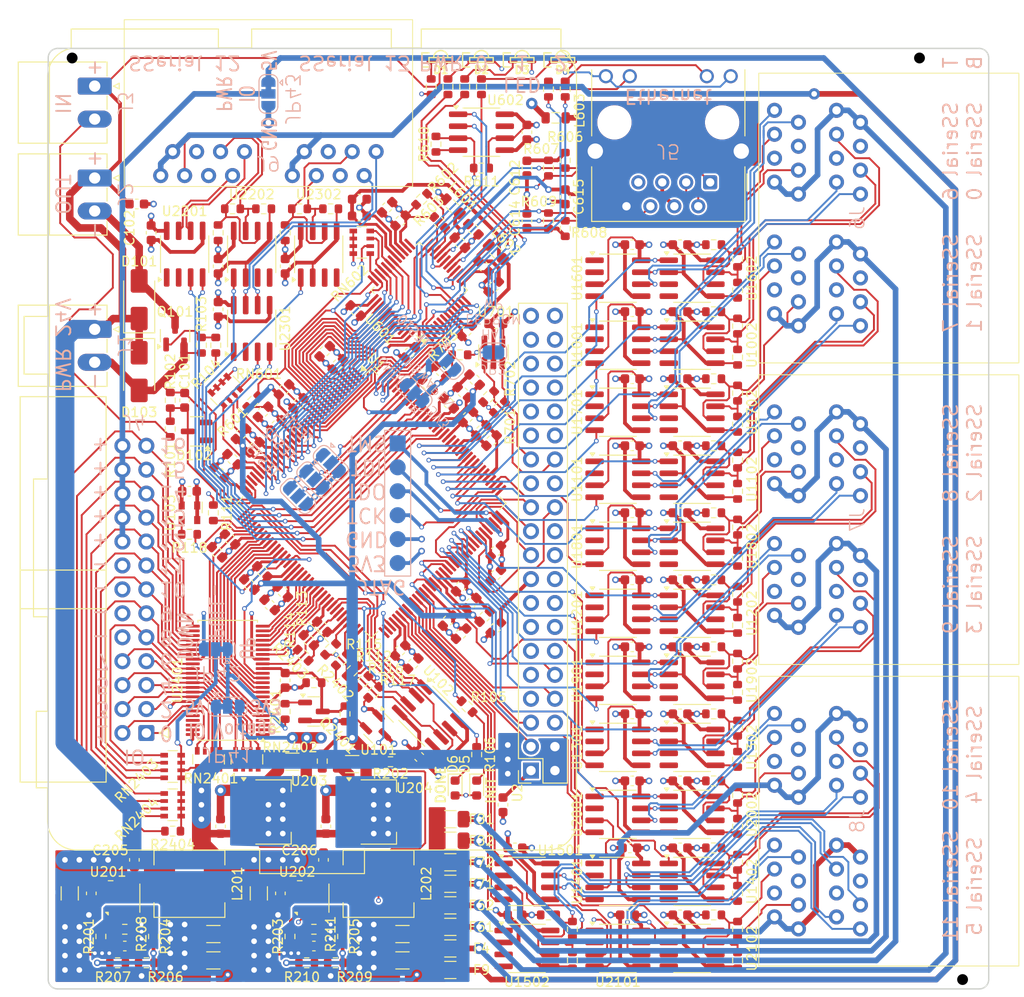
<source format=kicad_pcb>
(kicad_pcb (version 20241229) (generator "pcbnew") (generator_version "9.0")
  (layers (0 "F.Cu" signal) (4 "In1.Cu" power) (6 "In2.Cu" power) (2 "B.Cu" signal) (13 "F.Paste" user) (15 "B.Paste" user) (5 "F.SilkS" user "F.Silkscreen") (7 "B.SilkS" user "B.Silkscreen") (1 "F.Mask" user) (3 "B.Mask" user) (25 "Edge.Cuts" user))
  (net 0 "")
  (net 1 "/FPGA Bank 0 1/IN")
  (net 2 "GND")
  (net 3 "+1V2")
  (net 4 "GNDS")
  (net 5 "+3V3")
  (net 6 "Net-(U103-Out)")
  (net 7 "/FPGA Bank 2 3/HSWAPEN")
  (net 8 "/FPGA Bank 0 1/M0")
  (net 9 "/FPGA Bank 0 1/M1")
  (net 10 "/FPGA Bank 0 1/CLK")
  (net 11 "/FPGA Bank 0 1/~{RESET}")
  (net 12 "/FPGA Bank 0 1/GCLK")
  (net 13 "/FPGA Bank 0 1/OUT")
  (net 14 "/FPGA Bank 2 3/LED0")
  (net 15 "/FPGA Bank 2 3/LED1")
  (net 36 "/FPGA Bank 2 3/LED2")
  (net 37 "/FPGA Bank 2 3/TX6")
  (net 38 "Net-(J4-Pin_18)")
  (net 39 "/FPGA Bank 2 3/TX2")
  (net 40 "/FPGA Bank 2 3/TX9")
  (net 41 "/FPGA Bank 2 3/TX3")
  (net 42 "/FPGA Bank 2 3/RX11")
  (net 43 "/FPGA Bank 2 3/TX7")
  (net 44 "/FPGA Bank 2 3/EXT_PWR")
  (net 45 "+5V")
  (net 46 "/FPGA Bank 2 3/RX4")
  (net 47 "/FPGA Bank 2 3/TX12")
  (net 48 "/FPGA Bank 2 3/TX13")
  (net 49 "/FPGA Bank 2 3/RX10")
  (net 50 "/FPGA Bank 2 3/TX5")
  (net 51 "+24V")
  (net 52 "+5VP")
  (net 53 "/FPGA Bank 0 1/~{CS}")
  (net 54 "/FPGA Bank 2 3/RX8")
  (net 55 "/FPGA Bank 2 3/TX11")
  (net 56 "/FPGA Bank 2 3/TX8")
  (net 57 "/FPGA Bank 2 3/RX5")
  (net 58 "/FPGA Bank 0 1/DI")
  (net 59 "/FPGA Bank 2 3/RX12")
  (net 60 "/FPGA Bank 2 3/TX4")
  (net 61 "/FPGA Bank 2 3/RX1")
  (net 62 "/FPGA Misc/DONE")
  (net 63 "/FPGA Bank 0 1/~{INIT}")
  (net 64 "/FPGA Bank 2 3/RX6")
  (net 65 "/FPGA Bank 2 3/TX10")
  (net 66 "/FPGA Bank 2 3/RX13")
  (net 67 "/FPGA Bank 2 3/TX13EN")
  (net 68 "/FPGA Bank 2 3/TX1")
  (net 71 "/FPGA Bank 2 3/RX2")
  (net 73 "/FPGA Bank 2 3/RX3")
  (net 75 "/FPGA Bank 2 3/RX7")
  (net 78 "/FPGA Bank 0 1/DO")
  (net 81 "Net-(D101-A)")
  (net 82 "Net-(Q101-G)")
  (net 83 "/FPGA Bank 2 3/RX9")
  (net 84 "/SSerial 0-11/SS7AB_N")
  (net 85 "/SSerial 0-11/SS6AB_N")
  (net 86 "/SSerial 0-11/SS7YZ_P")
  (net 87 "/SSerial 0-11/SS0YZ_P")
  (net 88 "/SSerial 0-11/SS1AB_N")
  (net 89 "/SSerial 0-11/SS0AB_N")
  (net 90 "/SSerial 0-11/SS7YZ_N")
  (net 91 "/SSerial 0-11/SS6YZ_P")
  (net 92 "/SSerial 0-11/SS0YZ_N")
  (net 93 "/SSerial 0-11/SS6YZ_N")
  (net 94 "/SSerial 0-11/SS6AB_P")
  (net 95 "/SSerial 0-11/SS1YZ_N")
  (net 96 "/SSerial 0-11/SS7AB_P")
  (net 97 "/SSerial 0-11/SS1YZ_P")
  (net 98 "/SSerial 0-11/SS0AB_P")
  (net 99 "/SSerial 0-11/SS1AB_P")
  (net 100 "/SSerial 0-11/SS9AB_N")
  (net 101 "/SSerial 0-11/SS3AB_N")
  (net 102 "/SSerial 0-11/SS3YZ_P")
  (net 103 "/SSerial 0-11/SS8AB_N")
  (net 104 "/SSerial 0-11/SS3YZ_N")
  (net 105 "/SSerial 0-11/SS8YZ_P")
  (net 106 "/SSerial 0-11/SS2YZ_N")
  (net 107 "/SSerial 0-11/SS8YZ_N")
  (net 108 "/SSerial 0-11/SS8AB_P")
  (net 109 "/SSerial 0-11/SS2YZ_P")
  (net 110 "/SSerial 0-11/SS2AB_P")
  (net 111 "/SSerial 0-11/SS9YZ_P")
  (net 112 "/SSerial 0-11/SS2AB_N")
  (net 113 "/SSerial 0-11/SS9AB_P")
  (net 114 "/SSerial 0-11/SS3AB_P")
  (net 115 "/SSerial 0-11/SS9YZ_N")
  (net 116 "/SSerial 0-11/SS11YZ_P")
  (net 117 "/SSerial 0-11/SS10YZ_P")
  (net 118 "/SSerial 0-11/SS4YZ_P")
  (net 119 "/SSerial 0-11/SS5YZ_P")
  (net 120 "/SSerial 0-11/SS4AB_N")
  (net 121 "/SSerial 0-11/SS10AB_P")
  (net 122 "/SSerial 0-11/SS4AB_P")
  (net 123 "/SSerial 0-11/SS11YZ_N")
  (net 124 "/SSerial 0-11/SS10AB_N")
  (net 125 "/SSerial 0-11/SS5YZ_N")
  (net 126 "/SSerial 0-11/SS11AB_N")
  (net 127 "/SSerial 0-11/SS5AB_P")
  (net 128 "/SSerial 0-11/SS4YZ_N")
  (net 129 "/SSerial 0-11/SS5AB_N")
  (net 130 "/SSerial 0-11/SS11AB_P")
  (net 131 "/SSerial 0-11/SS10YZ_N")
  (net 132 "/FPGA Bank 0 1/Parallel expansion port/IO1")
  (net 133 "/FPGA Bank 0 1/Parallel expansion port/IO12")
  (net 134 "/FPGA Bank 0 1/Parallel expansion port/IO4")
  (net 135 "/FPGA Bank 0 1/Parallel expansion port/IO9")
  (net 136 "/FPGA Bank 0 1/Parallel expansion port/IO2")
  (net 137 "/FPGA Bank 0 1/Parallel expansion port/IO10")
  (net 138 "/FPGA Bank 0 1/Parallel expansion port/IO7")
  (net 139 "/FPGA Bank 0 1/Parallel expansion port/IO13")
  (net 140 "/FPGA Bank 0 1/Parallel expansion port/IO11")
  (net 141 "/FPGA Bank 0 1/Parallel expansion port/IO8")
  (net 142 "/FPGA Bank 0 1/Parallel expansion port/IO0")
  (net 143 "/FPGA Bank 0 1/Parallel expansion port/IO5")
  (net 144 "/FPGA Bank 0 1/Parallel expansion port/IO3")
  (net 145 "/FPGA Bank 0 1/Parallel expansion port/IO6")
  (net 146 "/FPGA Bank 0 1/Parallel expansion port/IO16")
  (net 147 "/FPGA Bank 0 1/Parallel expansion port/IO14")
  (net 148 "/FPGA Bank 0 1/Parallel expansion port/IO15")
  (net 149 "/SSerial 12-13/SS12YZ_P")
  (net 150 "/SSerial 12-13/SS12AB_N")
  (net 151 "/SSerial 12-13/SS13AB_P")
  (net 152 "/SSerial 12-13/SS13YZ_N")
  (net 153 "/SSerial 12-13/SS12YZ_N")
  (net 154 "/SSerial 12-13/SS12AB_P")
  (net 155 "/SSerial 12-13/SS13AB_N")
  (net 156 "/SSerial 12-13/SS13YZ_P")
  (net 157 "/FPGA Bank 0 1/Ethernet/~{INTR}")
  (net 158 "/FPGA Bank 0 1/Ethernet/~{RST}")
  (net 159 "/FPGA Bank 0 1/Ethernet/DIO")
  (net 160 "/FPGA Bank 0 1/Ethernet/SD15")
  (net 161 "/FPGA Bank 0 1/Ethernet/SD9")
  (net 162 "/FPGA Bank 0 1/Ethernet/SD13")
  (net 163 "/FPGA Bank 0 1/Ethernet/SD11")
  (net 164 "/FPGA Bank 0 1/Ethernet/SD12")
  (net 165 "/FPGA Bank 0 1/Ethernet/SD14")
  (net 166 "/FPGA Bank 0 1/Ethernet/SD10")
  (net 167 "/FPGA Bank 0 1/Ethernet/SD8")
  (net 168 "/FPGA Bank 0 1/Ethernet/SD0")
  (net 169 "/FPGA Bank 0 1/Parallel expansion port/FPGA_IO8")
  (net 170 "/FPGA Bank 0 1/Ethernet/SD2")
  (net 171 "/FPGA Bank 0 1/Ethernet/CMD")
  (net 172 "/FPGA Bank 0 1/Parallel expansion port/FPGA_IO6")
  (net 173 "/FPGA Bank 0 1/Parallel expansion port/FPGA_IO7")
  (net 174 "/FPGA Bank 2 3/Raspberry Pi/RX")
  (net 175 "/FPGA Bank 2 3/Raspberry Pi/TX")
  (net 176 "/FPGA Bank 2 3/Raspberry Pi/SDA")
  (net 177 "/FPGA Bank 0 1/Parallel expansion port/FPGA_IO4")
  (net 178 "/FPGA Bank 0 1/Ethernet/~{CS}")
  (net 179 "/FPGA Bank 0 1/Ethernet/SD1")
  (net 180 "/FPGA Bank 0 1/Parallel expansion port/FPGA_IO13")
  (net 181 "/FPGA Bank 0 1/Parallel expansion port/FPGA_IO0")
  (net 182 "/FPGA Bank 0 1/Parallel expansion port/FPGA_IO14")
  (net 183 "/FPGA Bank 0 1/Parallel expansion port/FPGA_IO9")
  (net 184 "/FPGA Bank 2 3/Raspberry Pi/SPIOUT")
  (net 185 "/FPGA Bank 0 1/Ethernet/SD3")
  (net 186 "/FPGA Bank 0 1/Ethernet/SD6")
  (net 187 "/FPGA Bank 0 1/Parallel expansion port/FPGA_IO15")
  (net 188 "/FPGA Bank 0 1/Parallel expansion port/FPGA_IO1")
  (net 189 "/FPGA Bank 2 3/Raspberry Pi/SCLK")
  (net 190 "/FPGA Bank 0 1/Parallel expansion port/FPGA_IO12")
  (net 191 "/FPGA Bank 0 1/Parallel expansion port/FPGA_IO3")
  (net 192 "/FPGA Bank 0 1/Parallel expansion port/FPGA_IO11")
  (net 193 "/FPGA Bank 0 1/Ethernet/~{WR}")
  (net 194 "/FPGA Bank 0 1/Ethernet/CLOCK")
  (net 195 "/FPGA Bank 2 3/Raspberry Pi/SCL")
  (net 196 "/FPGA Bank 0 1/Ethernet/SD4")
  (net 197 "/FPGA Bank 0 1/Parallel expansion port/FPGA_IO10")
  (net 198 "/FPGA Bank 0 1/Ethernet/~{RD}")
  (net 199 "/FPGA Bank 2 3/Raspberry Pi/SPICS")
  (net 200 "/FPGA Bank 0 1/Parallel expansion port/FPGA_IO2")
  (net 201 "/FPGA Bank 0 1/Parallel expansion port/FPGA_IO5")
  (net 202 "/FPGA Bank 0 1/Ethernet/SD5")
  (net 203 "/FPGA Bank 0 1/Parallel expansion port/FPGA_IO16")
  (net 204 "/FPGA Bank 0 1/Ethernet/SD7")
  (net 205 "/FPGA Bank 2 3/Raspberry Pi/SPIIN")
  (net 206 "/FPGA Bank 0 1/Ethernet/CS")
  (net 207 "/FPGA Bank 0 1/Ethernet/SCLK")
  (net 208 "/FPGA Bank 2 3/RX0")
  (net 209 "/FPGA Bank 2 3/TX12EN")
  (net 210 "/FPGA Bank 2 3/TX0")
  (net 223 "Net-(U201-BOOT)")
  (net 224 "Net-(U201-SW)")
  (net 225 "Net-(U202-SW)")
  (net 226 "Net-(U202-BOOT)")
  (net 227 "Net-(U201-FB)")
  (net 228 "Net-(C207-Pad1)")
  (net 229 "Net-(U202-FB)")
  (net 230 "Net-(C208-Pad1)")
  (net 231 "Net-(J5-RCT)")
  (net 232 "Net-(U601-VDD_CO1.8)")
  (net 233 "Net-(U601-VDD_A1.8)")
  (net 234 "Net-(C612-Pad1)")
  (net 235 "Net-(C614-Pad1)")
  (net 236 "Net-(C701-Pad1)")
  (net 237 "Net-(C702-Pad1)")
  (net 238 "Net-(Q2401-C)")
  (net 239 "Net-(D1-K)")
  (net 240 "Net-(D2-K)")
  (net 241 "Net-(D3-K)")
  (net 242 "Net-(D4-K)")
  (net 243 "Net-(D5-K)")
  (net 244 "Net-(D6-K)")
  (net 245 "Net-(JP43-A)")
  (net 246 "Net-(F9-Pad2)")
  (net 247 "Net-(F61-Pad2)")
  (net 248 "Net-(F62-Pad2)")
  (net 249 "Net-(F71-Pad2)")
  (net 250 "Net-(F72-Pad2)")
  (net 251 "Net-(F81-Pad2)")
  (net 252 "Net-(F82-Pad2)")
  (net 253 "Net-(J3-Pin_2)")
  (net 254 "Net-(J5-RD+)")
  (net 255 "Net-(J5-Pad11)")
  (net 256 "Net-(J5-RD-)")
  (net 257 "Net-(J5-TD-)")
  (net 258 "Net-(J5-Pad10)")
  (net 259 "Net-(J5-TD+)")
  (net 261 "Net-(J10-Pin_1)")
  (net 262 "Net-(J10-Pin_3)")
  (net 263 "Net-(J10-Pin_2)")
  (net 264 "Net-(J10-Pin_4)")
  (net 265 "Net-(JP2-B)")
  (net 266 "Net-(JP41-C)")
  (net 267 "Net-(JP42-C)")
  (net 268 "Net-(U201-AGND)")
  (net 269 "Net-(U202-AGND)")
  (net 270 "Net-(Q2401-B)")
  (net 271 "Net-(U1C-CMPCS_B_2)")
  (net 272 "Net-(U102-CLK)")
  (net 273 "Net-(U101-~{RESET})")
  (net 274 "Net-(U201-MODE)")
  (net 275 "Net-(U202-MODE)")
  (net 276 "Net-(U201-PGOOD)")
  (net 277 "Net-(U202-PGOOD)")
  (net 278 "Net-(U601-ISET)")
  (net 279 "Net-(U601-P1LED0)")
  (net 280 "Net-(U601-P1LED1)")
  (net 281 "Net-(U602-DO)")
  (net 282 "Net-(U2-ID_SD{slash}GPIO0)")
  (net 283 "Net-(U2-ID_SC{slash}GPIO1)")
  (net 284 "/FPGA Bank 2 3/TEST0")
  (net 286 "/FPGA Bank 2 3/TEST1")
  (net 289 "/FPGA Bank 2 3/TEST2")
  (net 292 "/FPGA Bank 2 3/TEST3")
  (footprint "Connector_Phoenix_MC:PhoenixContact_MC_1,5_2-G-3.5_1x02_P3.50mm_Horizontal" (layer "F.Cu") (at 34.9325 43.75 -90)
    (property "Reference" "J2")
    (property "Value" "OUT")
  )
  (footprint "Package_SO:TSSOP-48_6.1x12.5mm_P0.5mm" (layer "F.Cu") (at 49.05 97.056 180)
    (property "Reference" "U2401")
    (property "Value" "74CB3T16210DGG")
  )
  (footprint "Package_SO:SOIC-8_3.9x4.9mm_P1.27mm" (layer "F.Cu") (at 98.326 82.832)
    (property "Reference" "U1802")
    (property "Value" "SP3485EN")
  )
  (footprint "Resistor_SMD:R_0603_1608Metric" (layer "F.Cu") (at 63.401 97.183 -135)
    (property "Reference" "R116")
    (property "Value" "300R")
  )
  (footprint "Capacitor_SMD:C_0603_1608Metric" (layer "F.Cu") (at 97.056 121.948 180)
    (property "Reference" "C2102" (hide yes))
    (property "Value" "100n")
  )
  (footprint "Package_SO:SOIC-8_3.9x4.9mm_P1.27mm" (layer "F.Cu") (at 98.326 75.72)
    (property "Reference" "U1102")
    (property "Value" "SP3485EN")
  )
  (footprint "Capacitor_SMD:C_0603_1608Metric" (layer "F.Cu") (at 54.892 87.658 -45)
    (property "Reference" "C126" (hide yes))
    (property "Value" "470n")
  )
  (footprint "Capacitor_SMD:C_0603_1608Metric" (layer "F.Cu") (at 47.907 83.467 135)
    (property "Reference" "C122" (hide yes))
    (property "Value" "4.7uF")
  )
  (footprint "Resistor_SMD:R_0603_1608Metric" (layer "F.Cu") (at 103.152 98.326 -90)
    (property "Reference" "R1903" (hide yes))
    (property "Value" "620R")
  )
  (footprint "Capacitor_SMD:C_0603_1608Metric" (layer "F.Cu") (at 48.034 53.114 -90)
    (property "Reference" "C2202" (hide yes))
    (property "Value" "100n")
  )
  (footprint "Resistor_SMD:R_0603_1608Metric" (layer "F.Cu") (at 75.466 104.93 -90)
    (property "Reference" "R106")
    (property "Value" "1k")
  )
  (footprint "Resistor_SMD:R_0603_1608Metric" (layer "F.Cu") (at 83.086 48.288 -90)
    (property "Reference" "R609")
    (property "Value" "49R9 1%")
  )
  (footprint "Capacitor_SMD:C_0603_1608Metric" (layer "F.Cu") (at 38.128 125.25 180)
    (property "Reference" "C207" (hide yes))
    (property "Value" "100p")
  )
  (footprint "Resistor_SMD:R_0603_1608Metric" (layer "F.Cu") (at 60.48 127.028)
    (property "Reference" "R209")
    (property "Value" "20k")
  )
  (footprint "Capacitor_SMD:C_0603_1608Metric" (layer "F.Cu") (at 73.815 92.103 -135)
    (property "Reference" "C120" (hide yes))
    (property "Value" "4.7uF")
  )
  (footprint "Capacitor_SMD:C_0603_1608Metric" (layer "F.Cu") (at 63.02 47.78)
    (property "Reference" "C608" (hide yes))
    (property "Value" "100n")
  )
  (footprint "Connector_Phoenix_MC:PhoenixContact_MC_1,5_2-G-3.5_1x02_P3.50mm_Horizontal" (layer "F.Cu") (at 34.9325 59.805 -90)
    (property "Reference" "J1")
    (property "Value" "POWER")
  )
  (footprint "Capacitor_SMD:C_0603_1608Metric" (layer "F.Cu") (at 76.194995 53.139528 -45)
    (property "Reference" "C609" (hide yes))
    (property "Value" "100n")
  )
  (footprint "Resistor_SMD:R_0603_1608Metric" (layer "F.Cu") (at 74.45 99.85 -45)
    (property "Reference" "R105")
    (property "Value" "1k")
  )
  (footprint "Capacitor_SMD:C_0603_1608Metric" (layer "F.Cu") (at 68.735 95.278 45)
    (property "Reference" "C119" (hide yes))
    (property "Value" "4.7uF")
  )
  (footprint "Resistor_SMD:R_0603_1608Metric" (layer "F.Cu") (at 103.152 69.878 -90)
    (property "Reference" "R1703" (hide yes))
    (property "Value" "620R")
  )
  (footprint "Fuse:Fuse_1206_3216Metric" (layer "F.Cu") (at 72.672 111.788)
    (property "Reference" "F81")
    (property "Value" "1A")
  )
  (footprint "Capacitor_SMD:C_0603_1608Metric" (layer "F.Cu") (at 77.498 59.21 180)
    (property "Reference" "C703" (hide yes))
    (property "Value" "100n")
  )
  (footprint "Package_SO:SOIC-8_3.9x4.9mm_P1.27mm" (layer "F.Cu") (at 98.326 104.168)
    (property "Reference" "U1302")
    (property "Value" "SP3485EN")
  )
  (footprint "Capacitor_SMD:C_1206_3216Metric" (layer "F.Cu") (at 67.592 123.98 180)
    (property "Reference" "C211" (hide yes))
    (property "Value" "22uF")
  )
  (footprint "Resistor_SMD:R_0603_1608Metric" (layer "F.Cu") (at 37.366 127.028)
    (property "Reference" "R207")
    (property "Value" "75k")
  )
  (footprint "Resistor_SMD:R_0603_1608Metric" (layer "F.Cu") (at 85.626 123.472 -90)
    (property "Reference" "R1502" (hide yes))
    (property "Value" "120R")
  )
  (footprint "Capacitor_SMD:C_0603_1608Metric" (layer "F.Cu") (at 97.056 100.612 180)
    (property "Reference" "C1302" (hide yes))
    (property "Value" "100n")
  )
  (footprint "Capacitor_SMD:C_0603_1608Metric" (layer "F.Cu") (at 53.495 89.055 -45)
    (property "Reference" "C123" (hide yes))
    (property "Value" "4.7uF")
  )
  (footprint "Capacitor_SMD:C_0603_1608Metric" (layer "F.Cu") (at 63.02 46.002)
    (property "Reference" "C610" (hide yes))
    (property "Value" "4.7uF")
  )
  (footprint "Resistor_SMD:R_0603_1608Metric" (layer "F.Cu") (at 71.525261 48.469795 135)
    (property "Reference" "R603")
    (property "Value" "3k01 1%")
  )
  (footprint "Capacitor_SMD:C_0603_1608Metric" (layer "F.Cu") (at 67.338 93.881 45)
    (property "Reference" "C115" (hide yes))
    (property "Value" "470n")
  )
  (footprint "Inductor_SMD:L_0805_2012Metric" (layer "F.Cu") (at 77.498 51.59 -45)
    (property "Reference" "L602")
    (property "Value" "100R@100MHz")
  )
  (footprint "Resistor_SMD:R_0603_1608Metric" (layer "F.Cu") (at 49.558 47.018)
    (property "Reference" "R2202" (hide yes))
    (property "Value" "120R")
  )
  (footprint "Resistor_SMD:R_0603_1608Metric" (layer "F.Cu") (at 73.688 62.512)
    (property "Reference" "R703")
    (property "Value" "1k")
  )
  (footprint "Package_SO:SOIC-8_3.9x4.9mm_P1.27mm" (layer "F.Cu") (at 98.326 111.28)
    (property "Reference" "U2002")
    (property "Value" "SP3485EN")
  )
  (footprint "Package_SO:SOIC-8_3.9x4.9mm_P1.27mm" (layer "F.Cu") (at 90.452 68.608)
    (property "Reference" "U1701")
    (property "Value" "SP3485EN")
  )
  (footprint "LED_SMD:LED_0603_1608Metric" (layer "F.Cu") (at 73.18 108.486 -90)
    (property "Reference" "D6")
    (property "Value" "DONE")
  )
  (footprint "Resistor_SMD:R_0603_1608Metric" (layer "F.Cu") (at 47.526 79.276 -90)
    (property "Reference" "R111")
    (property "Value" "1k")
  )
  (footprint "Resistor_SMD:R_0603_1608Metric" (layer "F.Cu") (at 74.196 34.064 90)
    (property "Reference" "R108" (hide yes))
    (property "Value" "1k")
  )
  (footprint "Resistor_SMD:R_0603_1608Metric" (layer "F.Cu") (at 103.152 84.102 -90)
    (property "Reference" "R1803" (hide yes))
    (property "Value" "620R")
  )
  (footprint "Package_TO_SOT_SMD:SOT-23" (layer "F.Cu") (at 65.052 102.136 -45)
    (property "Reference" "U101")
    (property "Value" "LM809")
  )
  (footprint "Resistor_SMD:R_0603_1608Metric" (layer "F.Cu") (at 103.152 91.214 -90)
    (property "Reference" "R1203" (hide yes))
    (property "Value" "620R")
  )
  (footprint "Package_SO:SOIC-8_3.9x4.9mm_P1.27mm" (layer "F.Cu") (at 98.326 61.496)
    (property "Reference" "U1002")
    (property "Value" "SP3485EN")
  )
  (footprint "Resistor_SMD:R_0603_1608Metric" (layer "F.Cu") (at 59.972 47.018)
    (property "Reference" "R2303" (hide yes))
    (property "Value" "620R")
  )
  (footprint "Resistor_SMD:R_0603_1608Metric" (layer "F.Cu") (at 100.612 72.164)
    (property "Reference" "R1101" (hide yes))
    (property "Value" "620R")
  )
  (footprint "Resistor_SMD:R_0603_1608Metric" (layer "F.Cu") (at 103.152 76.99 -90)
    (property "Reference" "R1103" (hide yes))
    (property "Value" "620R")
  )
  (footprint "Resistor_SMD:R_0603_1608Metric" (layer "F.Cu") (at 62.258 96.04 45)
    (property "Reference" "R112")
    (property "Value" "1k")
  )
  (footprint "Resistor_SMD:R_0603_1608Metric" (layer "F.Cu") (at 70.64 34.064 90)
    (property "Reference" "R110" (hide yes))
    (property "Value" "3k9")
  )
  (footprint "Capacitor_SMD:C_0603_1608Metric" (layer "F.Cu") (at 91.722 114.836 180)
    (property "Reference" "C1401" (hide yes))
    (property "Value" "100n")
  )
  (footprint "Resistor_SMD:R_0603_1608Metric" (layer "F.Cu") (at 103.152 59.464 -90)
    (property "Reference" "R1002" (hide yes))
    (property "Value" "120R")
  )
  (footprint "Package_SO:SOIC-8_3.9x4.9mm_P1.27mm" (layer "F.Cu") (at 75.974 38.89)
    (property "Reference" "U602")
    (property "Value" "93LC46B/SN")
  )
  (footprint "stmbl-fpga-master:LED-0805-SIDE" (layer "F.Cu") (at 71.656 31.2192)
    (property "Reference" "D1")
    (property "Value" "POWER")
  )
  (footprint "Capacitor_SMD:C_0603_1608Metric" (layer "F.Cu") (at 56.56698 67.663298 45)
    (property "Reference" "C107" (hide yes))
    (property "Value" "470n")
  )
  (footprint "Package_SO:SOIC-8_3.9x4.9mm_P1.27mm" (layer "F.Cu") (at 44.478 51.831 90)
    (property "Reference" "U2201")
    (property "Value" "SP3485EN")
  )
  (footprint "Package_SO:SOIC-8_3.9x4.9mm_P1.27mm" (layer "F.Cu") (at 98.326 54.384)
    (property "Reference" "U1602")
    (property "Value" "SP3485EN")
  )
  (footprint "Package_SO:SOIC-8_3.9x4.9mm_P1.27mm" (layer "F.Cu") (at 90.452 89.944)
    (property "Reference" "U1201")
    (property "Value" "SP3485EN")
  )
  (footprint "stmbl-fpga-master:MJ5988-B022-HPRN1" (layer "F.Cu") (at 133 48 90)
    (property "Reference" "J6")
    (property "Value" "8P8C_x4")
  )
  (footprint "Capacitor_SMD:C_0603_1608Metric" (layer "F.Cu") (at 97.056 107.724 180)
    (property "Reference" "C2002" (hide yes))
    (property "Value" "100n")
  )
  (footprint "Package_TO_SOT_SMD:SOT-223-3_TabPin2" (layer "F.Cu") (at 53.876 111.026)
    (property "Reference" "U203")
    (property "Value" "AZ1117-3.3")
  )
  (footprint "Capacitor_SMD:C_0603_1608Metric" (layer "F.Cu") (at 97.056 86.388 180)
    (property "Reference" "C1202" (hide yes))
    (property "Value" "100n")
  )
  (footprint "Capacitor_SMD:C_0603_1608Metric" (layer "F.Cu") (at 48.034 57.686 -90)
    (property "Reference" "C2301" (hide yes))
    (property "Value" "100n")
  )
  (footprint "Capacitor_SMD:C_0603_1608Metric" (layer "F.Cu") (at 58.194 125.25 180)
    (property "Reference" "C208" (hide yes))
    (property "Value" "100p")
  )
  (footprint "Resistor_SMD:R_0603_1608Metric" (layer "F.Cu") (at 103.152 95.024 -90)
    (property "Reference" "R1902" (hide yes))
    (property "Value" "120R")
  )
  (footprint "Capacitor_SMD:C_0603_1608Metric" (layer "F.Cu") (at 80.8 42.7 -90)
    (property "Reference" "C612")
    (property "Value" "100n")
  )
  (footprint "Capacitor_SMD:C_0603_1608Metric" (layer "F.Cu") (at 55.146 97.056 -90)
    (property "Reference" "C2401" (hide yes))
    (property "Value" "100n")
  )
  (footprint "Capacitor_SMD:C_0603_1608Metric" (layer "F.Cu") (at 72.5 67.663298 135)
    (property "Reference" "C128" (hide yes))
    (property "Value" "470n")
  )
  (footprint "Capacitor_SMD:C_0603_1608Metric" (layer "F.Cu") (at 39.398 46.51)
    (property "Reference" "C102")
    (property "Value" "100n")
  )
  (footprint "Resistor_SMD:R_0603_1608Metric" (layer "F.Cu") (at 47.78 61.496 90)
    (property "Reference" "R104")
    (property "Value" "22R")
  )
  (footprint "Capacitor_SMD:C_0603_1608Metric" (layer "F.Cu") (at 97.056 93.5 180)
    (property "Reference" "C1902" (hide yes))
    (property "Value" "100n")
  )
  (footprint "Resistor_SMD:R_0603_1608Metric" (layer "F.Cu") (at 103.152 119.662 -90)
    (property "Reference" "R1403" (hide yes))
    (property "Value" "620R")
  )
  (footprint "Capacitor_SMD:C_0603_1608Metric" (layer "F.Cu") (at 51.336 86.896 135)
    (property "Reference" "C137" (hide yes))
    (property "Value" "4.7uF")
  )
  (footprint "Package_SO:SOIC-8_3.9x4.9mm_P1.27mm" (layer "F.Cu") (at 90.452 97.056)
    (property "Reference" "U1901")
    (property "Value" "SP3485EN")
  )
  (footprint "Capacitor_SMD:C_0603_1608Metric" (layer "F.Cu") (at 75.117365 49.188216 -45)
    (property "Reference" "C603" (hide yes))
    (property "Value" "4.7uF")
  )
  (footprint "Capacitor_SMD:C_0603_1608Metric" (layer "F.Cu") (at 55.019 66.195 45)
    (property "Reference" "C129" (hide yes))
    (property "Value" "470n")
  )
  (footprint "Package_SO:SOIC-8_3.9x4.9mm_P1.27mm" (layer "F.Cu") (at 98.326 89.944)
    (property "Reference" "U1202")
    (property "Value" "SP3485EN")
  )
  (footprint "Capacitor_SMD:C_0603_1608Metric" (layer "F.Cu") (at 77.041964 71.61461 45)
    (property "Reference" "C110" (hide yes))
    (property "Value" "4.7uF")
  )
  (footprint "Capacitor_SMD:C_0603_1608Metric" (layer "F.Cu") (at 59.21 116.106 -90)
    (property "Reference" "C206")
    (property "Value" "100n")
  )
  (footprint "Capacitor_SMD:C_0603_1608Metric" (layer "F.Cu") (at 74.398943 59.964523 -135)
    (property "Reference" "C607" (hide yes))
    (property "Value" "100n")
  )
  (footprint "Connector_IDC:IDC-Header_2x13_P2.54mm_Horizontal" (layer "F.Cu") (at 40.414 102.644 180)
    (property "Reference" "J4")
    (property "Value" "Parallel expansion port")
  )
  (footprint "Capacitor_SMD:C_0603_1608Metric" (layer "F.Cu") (at 75.245912 65.148826 135)
    (property "Reference" "C139" (hide yes))
    (property "Value" "4.7uF")
  )
  (footprint "Capacitor_SMD:C_0603_1608Metric" (layer "F.Cu") (at 69.37 105.184 135)
    (property "Reference" "C133" (hide yes))
    (property "Value" "100n")
  )
  (footprint "Package_SO:SOIC-8_3.9x4.9mm_P1.27mm" (layer "F.Cu") (at 90.452 82.832)
    (property "Reference" "U1801")
    (property "Value" "SP3485EN")
  )
  (footprint "Inductor_SMD:L_Sunlord_MWSA0603S" (layer "F.Cu") (at 44.986 118.646)
    (property "Reference" "L201")
    (property "Value" "3.3uH")
  )
  (footprint "Resistor_SMD:R_0603_1608Metric" (layer "F.Cu") (at 103.152 116.36 -90)
    (property "Reference" "R1402" (hide yes))
    (property "Value" "120R")
  )
  (footprint "stmbl-fpga-master:JLC_Tooling_Hole" (layer "F.Cu") (at 32.54 31.016)
    (property "Reference" "REF**" (hide yes))
    (property "Value" "JLC_Tooling_Hole")
  )
  (footprint "Capacitor_SMD:C_0603_1608Metric" (layer "F.Cu") (at 72.418 90.706 -135)
    (property "Reference" "C116" (hide yes))
    (property "Value" "470n")
  )
  (footprint "stmbl-fpga-master:HC-RJ45-5622-2-6" (layer "F.Cu") (at 53.368 26.952 180)
    (property "Reference" "J9")
    (property "Value" "8P8C_x2")
  )
  (footprint "Capacitor_SMD:C_0603_1608Metric" (layer "F.Cu") (at 75.964333 70.53698 45)
    (property "Reference" "C112" (hide yes))
    (property "Value" "470n")
  )
  (footprint "Capacitor_SMD:C_0603_1608Metric" (layer "F.Cu") (at 34.572 119.662 -90)
    (property "Reference" "C203" (hide yes))
    (property "Value" "100n")
  )
  (footprint "Capacitor_SMD:C_1206_3216Metric" (layer "F.Cu") (at 52.352 119.662 -90)
    (property "Reference" "C202" (hide yes))
    (property "Value" "22uF")
  )
  (footprint "Resistor_SMD:R_0603_1608Metric" (layer "F.Cu") (at 103.152 123.472 -90)
    (property "Reference" "R2102" (hide yes))
    (property "Value" "120R")
  )
  (footprint "Resistor_SMD:R_0603_1608Metric" (layer "F.Cu") (at 103.152 80.8 -90)
    (property "Reference" "R1802" (hide yes))
    (property "Value" "120R")
  )
  (footprint "Resistor_SMD:R_Array_Convex_4x0603" (layer "F.Cu") (at 51.082 105.438 -90)
    (property "Reference" "RN2402")
    (property "Value" "4k7")
  )
  (footprint "Capacitor_SMD:C_0603_1608Metric" (layer "F.Cu") (at 80.8 48.288 90)
    (property "Reference" "C614")
    (property "Value" "100n")
  )
  (footprint "Fuse:Fuse_1206_3216Metric" (layer "F.Cu") (at 72.672 114.074)
    (property "Reference" "F82")
    (property "Value" "1A")
  )
  (footprint "Resistor_SMD:R_0603_1608Metric" (layer "F.Cu") (at 76.736 66.957 45)
    (property "Reference" "R702")
    (property "Value" "3k9")
  )
  (footprint "Inductor_SMD:L_Sunlord_MWSA0603S" (layer "F.Cu") (at 65.052 118.646)
    (property "Reference" "L202")
    (property "Value" "3.3uH")
  )
  (footprint "Package_SO:SOIC-8_3.9x4.9mm_P1.27mm" (layer "F.Cu") (at 90.452 75.72)
    (property "Reference" "U1101")
    (property "Value" "SP3485EN")
  )
  (footprint "Capacitor_SMD:C_1206_3216Metric" (layer "F.Cu") (at 47.526 123.98 180)
    (property "Reference" "C209" (hide yes))
    (property "Value" "22uF")
  )
  (footprint "Capacitor_SMD:C_0603_1608Metric" (layer "F.Cu") (at 50.460406 70.89619 45)
    (property "Reference" "C135" (hide yes))
    (property "Value" "4.7uF")
  )
  (footprint "Capacitor_SMD:C_0603_1608Metric" (layer "F.Cu") (at 97.056 57.94 180)
    (property "Reference" "C1002" (hide yes))
    (property "Value" "100n")
  )
  (footprint "stmbl-fpga-master:Texas_RPA0010A_VQFN-HR-10_3x3mm_P0.5mm" (layer "F.Cu") (at 37.874 120.17 90)
    (property "Reference" "U201")
    (property "Value" "TPS56637RPAR")
  )
  (footprint "Resistor_SMD:R_0603_1608Metric" (layer "F.Cu") (at 100.612 65.052)
    (property "Reference" "R1701" (hide yes))
    (property "Value" "620R")
  )
  (footprint "Inductor_SMD:L_0805_2012Metric" (layer "F.Cu") (at 83.848 37.366 180)
    (property "Reference" "L603")
    (property "Value" "100R@100MHz")
  )
  (footprint "Resistor_SMD:R_0603_1608Metric" (layer "F.Cu") (at 84.864 34.318 90)
    (property "Reference" "R604" (hide yes))
    (property "Value" "300R")
  )
  (footprint "Resistor_SMD:R_0603_1608Metric" (layer "F.Cu") (at 103.152 66.576 -90)
    (property "Reference" "R1702" (hide yes))
    (property "Value" "120R")
  )
  (footprint "Package_SO:SOIC-8_3.9x4.9mm_P1.27mm" (layer "F.Cu") (at 98.326 118.392)
    (property "Reference" "U1402")
    (property "Value" "SP3485EN")
  )
  (footprint "Capacitor_SMD:C_0603_1608Metric" (layer "F.Cu") (at 59.337 62.131 45)
    (property "Reference" "C109" (hide yes))
    (property "Value" "4.7uF")
  )
  (footprint "Resistor_SMD:R_0603_1608Metric" (layer "F.Cu") (at 57.051 94.389 135)
    (property "Reference" "R114")
    (property "Value" "1k")
  )
  (footprint "Fuse:Fuse_1206_3216Metric" (layer "F.Cu") (at 72.672 123.218)
    (property "Reference" "F61")
    (property "Value" "1A")
  )
  (footprint "Resistor_SMD:R_0603_1608Metric" (layer "F.Cu") (at 55.146 49.558 90)
    (property "Reference" "R2301" (hide yes))
    (property "Value" "620R")
  )
  (footprint "Package_TO_SOT_SMD:SOT-23" (layer "F.Cu") (at 45.748 70.64 180)
    (property "Reference" "D102")
    (property "Value" "SM712_SOT23")
  )
  (footprint "Fuse:Fuse_1206_3216Metric" (layer "F.Cu") (at 72.672 125.504)
    (property "Reference" "F4")
    (property "Value" "1A")
  )
  (footprint "Capacitor_SMD:C_0603_1608Metric" (layer "F.Cu") (at 48.288 112.55 90)
    (property "Reference" "C213" (hide yes))
    (property "Value" "100n")
  )
  (footprint "Resistor_SMD:R_0603_1608Metric" (layer "F.Cu") (at 51.717 67.465 45)
    (property "Reference" "R601")
    (property "Value" "1k")
  )
  (footprint "Capacitor_SMD:C_0603_1608Metric" (layer "F.Cu") (at 39.144 116.106 -90)
    (property "Reference" "C205")
    (property "Value" "100n")
  )
  (footprint "Package_TO_SOT_SMD:SOT-23" (layer "F.Cu") (at 58.194 100.358)
    (property "Reference" "Q2401")
    (property "Value" "SS8550")
  )
  (footprint "Capacitor_SMD:C_0603_1608Metric" (layer "F.Cu") (at 91.468 121.948 180)
    (property "Reference" "C2101" (hide yes))
    (property "Value" "100n")
  )
  (footprint "Resistor_SMD:R_0603_1608Metric" (layer "F.Cu") (at 40.414 127.028)
    (property "Reference" "R206")
    (property "Value" "20k")
  )
  (footprint "Resistor_SMD:R_Array_Convex_4x0603" (layer "F.Cu") (at 47.018 105.438 -90)
    (property "Reference" "RN2401")
    (property "Value" "4k7")
  )
  (footprint "Resistor_SMD:R_0603_1608Metric" (layer "F.Cu") (at 103.152 105.438 -90)
    (property "Reference" "R1303" (hide yes))
    (property "Value" "620R")
  )
  (footprint "Resistor_SMD:R_0603_1608Metric" (layer "F.Cu") (at 43.208 113.058 180)
    (property "Reference" "R2404")
    (property "Value" "4k7")
  )
  (footprint "Resistor_SMD:R_0603_1608Metric" (layer "F.Cu") (at 100.612 50.828)
    (property "Reference" "R1601" (hide yes))
    (property "Value" "620R")
  )
  (footprint "Capacitor_SMD:C_0603_1608Metric" (layer "F.Cu") (at 79.53 114.836 180)
    (property "Reference" "C1501" (hide yes))
    (property "Value" "100n")
  )
  (footprint "Capacitor_SMD:C_0603_1608Metric" (layer "F.Cu") (at 49.304 82.07 135)
    (property "Reference" "C104" (hide yes))
    (property "Value" "470n")
  )
  (footprint "Capacitor_SMD:C_0603_1608Metric" (layer "F.Cu") (at 97.056 79.276 180)
    (property "Reference" "C1802" (hide yes))
    (property "Value" "100n")
  )
  (footprint "Resistor_SMD:R_0603_1608Metric" (layer "F.Cu") (at 61.115 94.897 45)
    (property "Reference" "R115")
    (property "Value" "49.9R")
  )
  (footprint "Capacitor_SMD:C_0603_1608Metric" (layer "F.Cu") (at 44.478 67.338 90)
    (property "Reference" "C101")
    (property "Value" "1n")
  )
  (footprint "Package_SO:SOIC-8_3.9x4.9mm_P1.27mm" (layer "F.Cu") (at 98.326 68.608)
    (property "Reference" "U1702")
    (property "Value" "SP3485EN")
  )
  (footprint "Capacitor_SMD:C_0603_1608Metric" (layer "F.Cu") (at 77.498 91.468 -135)
    (property "Reference" "C701" (hide yes))
    (property "Value" "100n")
  )
  (footprint "Inductor_SMD:L_0805_2012Metric" (layer "F.Cu") (at 72.926 46.764 -45)
    (property "Reference" "L601")
    (property "Value" "100R@100MHz")
  )
  (footprint "Package_SO:SOIC-8_3.9x4.9mm_P1.27mm" (layer "F.Cu") (at 51.59 59.718 90)
    (property "Reference" "U2301")
    (property "Value" "SP3485EN")
  )
  (footprint "Capacitor_SMD:C_1206_3216Metric" (layer "F.Cu") (at 47.526 126.774 180)
    (property "Reference" "C210" (hide yes))
    (property "Value" "22uF")
  )
  (footprint "Capacitor_SMD:C_1206_3216Metric" (layer "F.Cu") (at 32.286 119.662 -90)
    (property "Reference" "C201" (hide yes))
    (property "Value" "22uF")
  )
  (footprint "Package_TO_SOT_SMD:SOT-23-5" (layer "F.Cu") (at 77.244 62.258 90)
    (property "Reference" "U701")
    (property "Value" "24LC32AT-x/OT")
  )
  (footprint "Package_SO:SOIC-8_3.9x4.9mm_P1.27mm" (layer "F.Cu") (at 51.59 51.844 90)
    (property "Reference" "U2202")
    (property "Value" "SP3485EN")
  )
  (footprint "Resistor_SMD:R_0603_1608Metric" (layer "F.Cu") (at 61.242 124.234 90)
    (property "Reference" "R205")
    (property "Value" "100k")
  )
  (footprint "Capacitor_SMD:C_0603_1608Metric" (layer "F.Cu") (at 57.64461 92.808015 -45)
    (property "Reference" "C103" (hide yes))
    (property "Value" "4.7uF")
  )
  (footprint "Capacitor_SMD:C_0603_1608Metric" (layer "F.Cu") (at 52.795272 68.561323 -135)
    (property "Reference" "C121" (hide yes))
    (property "Value" "4.7uF")
  )
  (footprint "Package_TO_SOT_SMD:SOT-23" (layer "F.Cu") (at 43.462 60.48 90)
    (property "Reference" "Q101")
    (property "Value" "AO3400A")
  )
  (footprint "Resistor_SMD:R_0603_1608Metric" (layer "F.Cu") (at 38.128 123.472)
    (property "Reference" "R208")
    (property "Value" "10k")
  )
  (footprint "Resistor_SMD:R_0603_1608Metric" (layer "F.Cu") (at 55.146 100.358 90)
    (property "Reference" "R2401")
    (property "Value" "1k")
  )
  (footprint "Capacitor_SMD:C_0603_1608Metric" (layer "F.Cu") (at 74 66.5 135)
    (property "Reference" "C134" (hide yes))
    (property "Value" "470n")
  )
  (footprint "Capacitor_SMD:C_0603_1608Metric" (layer "F.Cu") (at 40.922 49.558 -90)
    (property "Reference" "C2201" (hide yes))
    (property "Value" "100n")
  )
  (footprint "Capacitor_SMD:C_0603_1608Metric" (layer "F.Cu") (at 80.8 38.89 -90)
    (property "Reference" "C613" (hide yes))
    (property "Value" "100n")
  )
  (footprint "Capacitor_SMD:C_0603_1608Metric" (layer "F.Cu") (at 77.498 83.34 45)
    (property "Reference" "C117" (hide yes))
    (property "Value" "470n")
  )
  (footprint "Resistor_SMD:R_0603_1608Metric" (layer "F.Cu") (at 84.864 41.875 90)
    (property "Reference" "R606")
    (property "Value" "49R9 1%")
  )
  (footprint "Fuse:Fuse_1206_3216Metric" (layer "F.Cu") (at 72.672 118.646)
    (property "Reference" "F71")
    (property "Value" "1A")
  )
  (footprint "Resistor_SMD:R_0603_1608Metric" (layer "F.Cu") (at 64.544 98.326 -135)
    (property "Reference" "R117")
    (property "Value" "1k")
  )
  (footprint "Resistor_SMD:R_0603_1608Metric" (layer "F.Cu") (at 103.152 102.136 -90)
    (property "Reference" "R1302" (hide yes))
    (property "Value" "120R")
  )
  (footprint "Capacitor_SMD:C_0603_1608Metric" (layer "F.Cu") (at 97.056 65.052 180)
    (property "Reference" "C1702" (hide yes))
    (property "Value" "100n")
  )
  (footprint "Capacitor_SMD:C_0603_1608Metric" (layer "F.Cu") (at 62.639 57.809261 135)
    (property "Reference" "C604" (hide yes))
    (property "Value" "100n")
  )
  (footprint "Capacitor_SMD:C_0603_1608Metric" (layer "F.Cu") (at 97.056 114.836 180)
    (property "Reference" "C1402" (hide yes))
    (property "Value" "100n")
  )
  (footprint "Resistor_SMD:R_Array_Convex_4x0603" (layer "F.Cu") (at 43.208 106.2)
    (property "Reference" "RN2403")
    (property "Value" "4k7")
  )
  (footprint "Resistor_SMD:R_0603_1608Metric" (layer "F.Cu") (at 103.152 52.352 -90)
    (property "Reference" "R1602" (hide yes))
    (property "Value" "120R")
  )
  (footprint "Package_SO:SOIC-8_3.9x4.9mm_P1.27mm" (layer "F.Cu") (at 98.326 97.056)
    (property "Reference" "U1902")
    (property "Value" "SP3485EN")
  )
  (footprint "Capacitor_SMD:C_0603_1608Metric" (layer "F.Cu") (at 74.886702 88.856702 45)
    (property "Reference" "C132" (hide yes))
    (property "Value" "470n")
  )
  (footprint "Capacitor_SMD:C_0603_1608Metric" (layer "F.Cu") (at 77.272625 55.29479 -135)
    (property "Reference" "C611" (hide yes))
    (property "Value" "4.7uF")
  )
  (footprint "Capacitor_SMD:C_0603_1608Metric" (layer "F.Cu") (at 51.897247 72.333031 45)
    (property "Reference" "C130" (hide yes))
    (property "Value" "470n")
  )
  (footprint "Capacitor_SMD:C_0603_1608Metric" (layer "F.Cu") (at 91.976 57.94 180)
    (property "Reference" "C1001" (hide yes))
    (property "Value" "100n")
  )
  (footprint "stmbl-fpga-master:Texas_RPA0010A_VQFN-HR-10_3x3mm_P0.5mm" (layer "F.Cu") (at 57.94 120.17 90)
    (property "Reference" "U202")
    (property "Value" "TPS56637RPAR")
  )
  (footprint "Capacitor_SMD:C_0603_1608Metric" (layer "F.Cu") (at 91.976 107.724 180)
    (property "Reference" "C2001" (hide yes))
    (property "Value" "100n")
  )
  (footprint "Capacitor_SMD:C_0603_1608Metric" (layer "F.Cu") (at 59.081451 91.371174 -45)
    (property "Reference" "C105" (hide yes))
    (property "Value" "470n")
  )
  (footprint "Resistor_SMD:R_0603_1608Metric" (layer "F.Cu") (at 61.496 100.612 90)
    (property "Reference" "R2402")
    (property "Value" "1k")
  )
  (footprint "Resistor_SMD:R_0603_1608Metric" (layer "F.Cu") (at 100.612 114.836)
    (property "Reference" "R1401" (hide yes))
    (property "Value" "620R")
  )
  (footprint "Capacitor_SMD:C_0603_1608Metric" (layer "F.Cu") (at 91.976 86.388 180)
    (property "Reference" "C1201" (hide yes))
    (property "Value" "100n")
  )
  (footprint "Resistor_SMD:R_0603_1608Metric" (layer "F.Cu") (at 103.152 126.774 -90)
    (property "Reference" "R2103" (hide yes))
    (property "Value" "620R")
  )
  (footprint "Resistor_SMD:R_0603_1608Metric" (layer "F.Cu") (at 52.86 47.018)
    (property "Reference" "R2203" (hide yes))
    (property "Value" "620R")
  )
  (footprint "Capacitor_SMD:C_0603_1608Metric" (layer "F.Cu") (at 97.056 72.164 180)
    (property "Reference" "C1102" (hide yes))
    (property "Value" "100n")
  )
  (footprint "Package_SO:SOIC-8_3.9x4.9mm_P1.27mm" (layer "F.Cu") (at 80.8 125.504)
    (property "Reference" "U1502")
    (property "Value" "SP3485EN")
  )
  (footprint "Resistor_SMD:R_0603_1608Metric" (layer "F.Cu") (at 35.588 124.234 -90)
    (property "Reference" "R201")
    (property "Value" "0R")
  )
  (footprint "Resistor_SMD:R_0603_1608Metric" (layer "F.Cu") (at 59.972 93.754 45)
    (property "Reference" "R113")
    (property "Value" "1k")
  )
  (footprint "Resistor_SMD:R_0603_1608Metric" (layer "F.Cu") (at 46.256 61.496 -90)
    (property "Reference" "R103")
    (property "Value" "1k")
  )
  (footprint "Capacitor_SMD:C_0603_1608Metric" (layer "F.Cu") (at 91.976 72.164 180)
    (property "Reference" "C1101" (hide yes))
    (property "Value" "100n")
  )
  (footprint "Package_TO_SOT_SMD:SOT-223-3_TabPin2" (layer "F.Cu") (at 65.052 111.026)
    (property "Reference" "U204")
    (property "Value" "AZ1117-1.2")
  )
  (footprint "Resistor_SMD:R_0603_1608Metric" (layer "F.Cu") (at 83.086 34.318 90)
    (property "Reference" "R605" (hide yes))
    (property "Value" "300R")
  )
  (footprint "Resistor_SMD:R_0603_1608Metric" (layer "F.Cu") (at 69.624 46.002 -135)
    (property "Reference" "R602")
    (property "Value" "10k")
  )
  (footprint "Resistor_SMD:R_0603_1608Metric" (layer "F.Cu") (at 100.612 100.612)
    (property "Reference" "R1301" (hide yes))
    (property "Value" "620R")
  )
  (footprint "Capacitor_SMD:C_0603_1608Metric" (layer "F.Cu") (at 60.734 63.528 45)
    (property "Reference" "C106" (hide yes))
    (property "Value" "470n")
  )
  (footprint "Capacitor_SMD:C_0603_1608Metric" (layer "F.Cu") (at 44.986 76.99 180)
    (property "Reference" "C136" (hide yes))
    (property "Value" "100n")
  )
  (footprint "Capacitor_SMD:C_0603_1608Metric" (layer "F.Cu") (at 73.680524 50.625057 -45)
    (property "Reference" "C605" (hide yes))
    (property "Value" "100n")
  )
  (footprint "Resistor_SMD:R_0603_1608Metric" (layer "F.Cu") (at 56.67 47.018)
    (property "Reference" "R2302" (hide yes))
    (property "Value" "120R")
  )
  (footprint "Resistor_SMD:R_0603_1608Metric" (layer "F.Cu") (at 41.176 124.234 90)
    (property "Reference" "R204")
    (property "Value" "100k")
  )
  (footprint "Resistor_SMD:R_0603_1608Metric" (layer "F.Cu") (at 103.152 55.654 -90)
    (property "Reference" "R1603" (hide yes))
    (property "Value" "620R")
  )
  (footprint "Capacitor_SMD:C_1206_3216Metric" (layer "F.Cu") (at 67.592 126.774 180)
    (property "Reference" "C212" (hide yes))
    (property "Value" "22uF")
  )
  (footprint "stmbl-fpga-master:LED-0805-SIDE" (layer "F.Cu") (at 80.292 31.2192)
    (property "Reference" "D3")
    (property "Value" "yellow")
  )
  (footprint "Resistor_SMD:R_0603_1608Metric" (layer "F.Cu") (at 100.612 57.94)
    (property "Reference" "R1001" (hide yes))
    (property "Value" "620R")
  )
  (footprint "Capacitor_SMD:C_0603_1608Metric" (layer "F.Cu") (at 84.864 45.748 -90)
    (property "Reference" "C615")
    (property "Value" "100n")
  )
  (footprint "Diode_SMD:D_SMA" (layer "F.Cu") (at 39.652 64.29 -90)
    (property "Reference" "D103")
    (property "Value" "SMAJ24A")
  )
  (footprint "stmbl-fpga-master:LED-0805-SIDE" (layer "F.Cu") (at 75.974 31.2192)
    (property "Reference" "D2")
    (property "Value" "green")
  )
  (footprint "Package_SO:SOIC-8_3.9x4.9mm_P1.27mm" (layer "F.Cu") (at 58.702 51.844 90)
    (property "Reference" "U2302")
    (property "Value" "SP3485EN")
  )
  (footprint "Resistor_SMD:R_Array_Convex_4x0603" (layer "F.Cu") (at 48.796 66.322 -45)
    (property "Reference" "RN601")
    (property "Value" "1k")
  )
  (footprint "Resistor_SMD:R_0603_1608Metric" (layer "F.Cu") (at 71.148 40.16 -90)
    (property "Reference" "R610")
    (property "Value" "300R")
  )
  (footprint "Resistor_SMD:R_0603_1608Metric" (layer "F.Cu") (at 75.974 42.7 180)
    (property "Reference" "R611")
    (property "Value" "10k")
  )
  (footprint "Capacitor_SMD:C_0603_1608Metric" (layer "F.Cu") (at 68.354 62.258 -135)
    (property "Reference" "C606" (hide yes))
    (property "Value" "100n")
  )
  (footprint "Resistor_SMD:R_0603_1608Metric" (layer "F.Cu") (at 58.194 97.31 180)
    (property "Reference" "R2403")
    (property "Value" "4k99")
  )
  (footprint "Package_SO:SOIC-8_3.9x4.9mm_P1.27mm" (layer "F.Cu") (at 90.452 104.168)
    (property "Reference" "U1301")
    (property "Value" "SP3485EN")
  )
  (footprint "Capacitor_SMD:C_0603_1608Metric" (layer "F.Cu") (at 59.464 112.55 90)
    (property "Reference" "C215" (hide yes))
    (property "Value" "100n")
  )
  (footprint "Resistor_SMD:R_0603_1608Metric" (layer "F.Cu") (at 42.954 70.386 -90)
    (property "Reference" "R101")
    (property "Value" "10k")
  )
  (footprint "Diode_SMD:D_SMA" (layer "F.Cu") (at 39.652 56.67 90)
    (property "Reference" "D101")
    (property "Value" "US1M")
  )
  (footprint "Package_SO:SOIC-8_3.9x4.9mm_P1.27mm" (layer "F.Cu") (at 90.452 54.384)
    (property "Reference" "U1601")
    (property "Value" "SP3485EN")
  )
  (footprint "Resistor_SMD:R_0603_1608Metric" (layer "F.Cu") (at 100.612 121.948)
    (property "Reference" "R2101" (hide yes))
    (property "Value" "620R")
  )
  (footprint "Fuse:Fuse_1206_3216Metric" (layer "F.Cu") (at 72.672 127.79)
    (property "Reference" "F9")
    (property "Value" "1A")
  )
  (footprint "Package_QFP:TQFP-144_20x20mm_P0.5mm" (layer "F.Cu") (at 64.29 78.26 -45)
    (property "Reference" "U1")
    (property "Value" "XC6SLX9-TQG144")
  )
  (footprint "Resistor_SMD:R_0603_1608Metric" (layer "F.Cu") (at 103.152 109.248 -90)
    (property "Reference" "R2002" (hide yes))
    (property "Value" "120R")
  )
  (footprint "Resistor_SMD:R_0603_1608Metric" (layer "F.Cu") (at 83.086 121.948)
    (property "Reference" "R1501" (hide yes))
    (property "Value" "620R")
  )
  (footprint "Capacitor_SMD:C_0603_1608Metric" (layer "F.Cu") (at 91.976 50.828 180)
    (property "Reference" "C1601" (hide yes))
    (property "Value" "100n")
  )
  (footprint "Resistor_SMD:R_0603_1608Metric" (layer "F.Cu") (at 42.954 67.338 -90)
    (property "Reference" "R102")
    (property "Value" "1k")
  )
  (footprint "Capacitor_SMD:C_0603_1608Metric" (layer "F.Cu") (at 74.527492 69.100139 45)
    (property "Reference" "C113" (hide yes))
    (property "Value" "470n")
  )
  (footprint "Resistor_SMD:R_0603_1608Metric" (layer "F.Cu") (at 100.612 79.276)
    (property "Reference" "R1801" (hide yes))
    (property "Value" "620R")
  )
  (footprint "Package_SO:SOIC-8_3.9x4.9mm_P1.27mm" (layer "F.Cu") (at 90.452 61.496)
    (property "Reference" "U1001")
    (property "Value" "SP3485EN")
  )
  (footprint "Capacitor_SMD:C_0603_1608Metric" (layer "F.Cu") (at 91.976 65.052 180)
    (property "Reference" "C1701" (hide yes))
    (property "Value" "100n")
  )
  (footprint "Connector_Phoenix_MC:PhoenixContact_MC_1,5_2-G-3.5_1x02_P3.50mm_Horizontal" (layer "F.Cu") (at 34.9325 34 -90)
    (property "Reference" "J3")
    (property "Value" "IN")
  )
  (footprint "Resistor_SMD:R_0603_1608Metric" (layer "F.Cu") (at 103.152 112.55 -90)
    (property "Reference" "R2003" (hide yes))
    (property "Value" "620R")
  )
  (footprint "Package_SO:SOIC-8_3.9x4.9mm_P1.27mm" (layer "F.Cu") (at 90.452 118.392)
    (property "Reference" "U1401")
    (property "Value" "SP3485EN")
  )
  (footprint "stmbl-fpga-master:JLC_Tooling_Hole" (layer "F.Cu") (at 122.456 31.016)
    (property "Reference" "REF**" (hide yes))
    (property "Value" "JLC_Tooling_Hole")
  )
  (footprint "Capacitor_SMD:C_0603_1608Metric" (layer "F.Cu") (at 97.056 50.828 180)
    (property "Reference" "C1602" (hide yes))
    (property "Value" "100n")
  )
  (footprint "Connector_RJ:RJ45_Hanrun_HR911105A_Horizontal" (layer "F.Cu") (at 100.24 44.21 180)
    (property "Reference" "J5")
    (property "Value" "Ethernet")
  )
  (footprint "Package_SO:SOIC-8_3.9x4.9mm_P1.27mm" (layer "F.Cu") (at 80.8 118.392)
    (property "Reference" "U1501")
    (property "Value" "SP3485EN")
  )
  (footprint "Capacitor_SMD:C_0603_1608Metric" (layer "F.Cu") (at 49.56238 73.590267 135)
    (property "Reference" "C108" (hide yes))
    (property "Value" "470n")
  )
  (footprint "Capacitor_SMD:C_0603_1608Metric" (layer "F.Cu") (at 65.957503 46.853349 45)
    (property "Reference" "C601" (hide yes))
    (property "Value" "4.7uF")
  )
  (footprint "NetTie:NetTie-2_SMD_Pad0.5mm" (layer "F.Cu") (at 34.445 126.012 180)
    (property "Reference" "NT201" (hide yes))
    (property "Value" "AGND-PGND" (hide yes))
  )
  (footprint "Capacitor_SMD:C_0603_1608Metric" (layer "F.Cu") (at 91.976 79.276 180)
    (property "Reference" "C1801" (hide yes))
    (property "Value" "100n")
  )
  (footprint "Resistor_SMD:R_0603_1608Metric" (layer "F.Cu") (at 100.612 93.5)
    (property "Reference" "R1901" (hide yes))
    (property "Value" "620R")
  )
  (footprint "Capacitor_SMD:C_0603_1608Metric" (layer "F.Cu") (at 91.976 100.612 180)
    (property "Reference" "C1301" (hide yes))
    (property "Value" "100n")
  )
  (footprint "Resistor_SMD:R_0603_1608Metric" (layer "F.Cu") (at 48.034001 49.558 90)
    (property "Reference" "R2201" (hide yes))
    (property "Value" "620R")
  )
  (footprint "Resistor_SMD:R_0603_1608Metric" (layer "F.Cu") (at 44.986 81.562 180)
    (property "Reference" "R118")
    (property "Value" "49.9R")
  )
  (footprint "Resistor_SMD:R_0603_1608Metric" (layer "F.Cu") (at 103.152 62.766 -90)
    (property "Reference" "R1003" (hide yes))
    (property "Value" "620R")
  )
  (footprint "Oscillator:Oscillator_SMD_Abracon_ASDMB-4Pin_2.5x2.0mm" (layer "F.Cu") (at 44.986 79.276 180)
    (property "Reference" "U103")
    (property "Value" "ASDMB-50MHz")
  )
  (footprint "Capacitor_SMD:C_0603_1608Metric" (layer "F.Cu") (at 73.809071 87.060651 45)
    (property "Reference" "C127" (hide yes))
    (property "Value" "470n")
  )
  (footprint "stmbl-fpga-master:Raspberry_Pi_5_Socketed_THT_FaceDown_MountingHoles" (layer "F.Cu") (at 81.23 106.63 180)
    (property "Reference" "U2")
    (property "Value" "RaspberryPi-4/5")
  )
  (footprint "Fuse:Fuse_1206_3216Metric" (layer "F.Cu") (at 72.672 120.932)
    (property "Reference" "F62")
    (property "Value" "1A")
  )
  (footprint "Resistor_SMD:R_0603_1608Metric" (layer "F.Cu") (at 100.612 86.388)
    (property "Reference" "R1201" (hide yes))
    (property "Value" "620R")
  )
  (footprint "Resistor_SMD:R_Array_Convex_4x0603" (layer "F.Cu") (at 43.208 110.264)
    (property "Reference" "RN2404")
    (property "Value" "4k7")
  )
  (footprint "Capacitor_SMD:C_0603_1608Metric" (layer "F.Cu") (at 79.53 121.948 180)
    (property "Reference" "C1502" (hide yes))
    (property "Value" "100n")
  )
  (footprint "Package_SO:SOIC-8_3.9x4.9mm_P1.27mm" (layer "F.Cu") (at 70.386 100.866 -45)
    (property "Reference" "U102")
    (property "Value" "W25Q16JVSn")
  )
  (footprint "Capacitor_SMD:C_0603_1608Metric" (layer "F.Cu") (at 54.232113 69.998164 -135)
    (property "Reference" "C124" (hide yes))
    (property "Value" "470n")
  )
  (footprint "Package_SO:SOIC-8_3.9x4.9mm_P1.27mm" (layer "F.Cu") (at 90.452 111.28)
    (property "Reference" "U2001")
    (property "Value" "SP3485EN")
  )
  (footprint "Capacitor_SMD:C_0603_1608Metric" (layer "F.Cu") (at 71.679605 64.242764 135)
    (property "Reference" "C111" (hide yes))
    (property "Value" "4.7uF")
  )
  (footprint "Capacitor_SMD:C_1206_3216Metric" (layer "F.Cu") (at 55.908 105.692 180)
    (property "Reference" "C214" (hide yes))
    (property "Value" "22uF")
  )
  (footprint "Capacitor_SMD:C_0603_1608Metric" (layer "F.Cu") (at 54.638 119.662 -90)
    (property "Reference" "C204" (hide yes))
    (property "Value" "100n")
  )
  (footprint "Resistor_SMD:R_0603_1608Metric" (layer "F.Cu") (at 103.152 73.688 -90)
    (property "Reference" "R1102" (hide yes))
    (property "Value" "120R")
  )
  (footprint "Resistor_SMD:R_0603_1608Metric" (layer "F.Cu") (at 100.612 107.724)
    (property "Reference" "R2001" (hide yes))
    (property "Value" "620R")
  )
  (footprint "stmbl-fpga-master:MJ5988-B022-HPRN1" (layer "F.Cu") (at 133 112 90)
    (property "Reference" "J8")
    (property "Value" "8P8C_x4")
  )
  (footprint "Capacitor_SMD:C_0603_1608Metric" (layer "F.Cu") (at 78.26 110.264 -90)
    (property "Reference" "C702" (hide yes))
    (property "Value" "100n")
  )
  (footprint "Capacitor_SMD:C_0603_1608Metric" (layer "F.Cu") (at 70.242764 65.679605 135)
    (property "Reference" "C114" (hide yes))
    (property "Value" "470n")
  )
  (footprint "Resistor_SMD:R_0603_1608Metric" (layer "F.Cu") (at 72.418 34.064 90)
    (property "Reference" "R107" (hide yes))
    (property "Value" "1k")
  )
  (footprint "Resistor_SMD:R_0603_1608Metric" (layer "F.Cu") (at 75.974 34.064 90)
    (property "Reference" "R109" (hide yes))
    (property "Value" "1k")
  )
  (footprint "Resistor_SMD:R_0603_1608Metric" (layer "F.Cu") (at 84.864 49.113 -90)
    (property "Reference" "R608")
    (property "Value" "49R9 1%")
  )
  (footprint "Resistor_SMD:R_0603_1608Metric" (layer "F.Cu") (at 55.654 124.234 -90)
    (property "Reference" "R203")
    (property "Value" "0R")
  )
  (footprint "NetTie:NetTie-2_SMD_Pad0.5mm" (layer "F.Cu") (at 54.511 126.012 180)
    (property "Reference" "NT202" (hide yes))
    (property "Value" "AGND-PGND" (hide yes))
  )
  (footprint "stmbl-fpga-master:JLC_Tooling_Hole" (layer "F.Cu") (at 127.028 128.806)
    (property "Reference" "REF**" (hide yes))
    (property "Value" "JLC_Tooling_Hole")
  )
  (footprint "Package_QFP:LQFP-48_7x7mm_P0.5mm" (layer "F.Cu") (at 69.37 55.654 135)
    (property "Reference" "U601")
    (property "Value" "KSZ8851-16MLL")
  )
  (footprint "Package_SO:SOIC-8_3.9x4.9mm_P1.27mm" (layer "F.Cu") (at 98.326 125.504)
    (property "Reference" "U2102")
    (property "Value" "SP3485EN")
  )
  (footprint "Resistor_SMD:R_0603_1608Metric" (layer "F.Cu") (at 85.626 126.774 -90)
    (property "Reference" "R1503" (hide yes))
    (property "Value" "620R")
  )
  (footprint "Package_SO:SOIC-8_3.9x4.9mm_P1.27mm" (layer "F.Cu") (at 90.452 125.504)
    (property "Reference" "U2101")
    (property "Value" "SP3485EN")
  )
  (footprint "Resistor_SMD:R_0603_1608Metric" (layer "F.Cu") (at 77.879 68.1 45)
    (property "Reference" "R701")
    (property "Value" "3k9")
  )
  (footprint "Capacitor_SMD:C_0603_1608Metric" (layer "F.Cu") (at 55.146 53.114 -90)
    (property "Reference" "C2302" (hide yes))
    (property "Value" "100n")
  )
  (footprint "Resistor_SMD:R_0603_1608Metric" (layer "F.Cu") (at 57.432 127.028)
    (property "Reference" "R210")
    (property "Value" "75k")
  )
  (footprint "Resistor_SMD:R_0603_1608Metric" (layer "F.Cu") (at 66.322 105.692)
    (property "Reference" "R202")
    (property "Value" "1k")
  )
  (footprint "Resistor_SMD:R_0603_1608Metric" (layer "F.Cu") (at 59.083 105.629 -90)
    (property "Reference" "R212" (hide yes))
    (property "Value" "100R")
  )
  (footprint "Capacitor_SMD:C_0603_1608Metric" (layer "F.Cu") (at 52.733 85.499 135)
    (property "Reference" "C131" (hide yes))
    (property "Value" "470n")
  )
  (footprint "Capacitor_SMD:C_0603_1608Metric" (layer "F.Cu") (at 48.125539 75.027108 135)
    (property "Reference" "C125" (hide yes))
    (property "Value" "470n")
  )
  (footprint "Capacitor_SMD:C_0603_1608Metric" (layer "F.Cu") (at 77.498 85.88 45)
    (property "Reference" "C118" (hide yes))
    (property "Value" "4.7uF")
  )
  (footprint "Fuse:Fuse_1206_3216Metric" (layer "F.Cu") (at 72.672 116.36)
    (property "Reference" "F72")
    (property "Value" "1A")
  )
  (footprint "Capacitor_SMD:C_0603_1608Metric" (layer "F.Cu") (at 91.976 93.5 180)
    (property "Reference" "C1901" (hide yes))
    (property "Value" "100n")
  )
  (footprint "Resistor_SMD:R_Array_Convex_4x0603" (layer "F.Cu") (at 63.274 50.574)
    (property "Reference" "RN602")
    (property "Value" "1k")
  )
  (footprint "LED_SMD:LED_0603_1608Metric" (layer "F.Cu") (at 75.466 108.486 -90)
    (property "Reference" "D5")
    (property "Value" "INIT")
  )
  (footprint "stmbl-fpga-master:MJ5988-B022-HPRN1" (layer "F.Cu") (at 133 80 90)
    (property "Reference" "J7")
    (property "Value" "8P8C_x4")
  )
  (footprint "stmbl-fpga-master:LED-0805-SIDE" (layer "F.Cu") (at 84.61 31.2192)
    (property "Reference" "D4")
    (property "Value" "red")
  )
  (footprint "Resistor_SMD:R_0603_1608Metric" (layer "F.Cu") (at 58.194 123.472)
    (property "Reference" "R211")
    (property "Value" "10k")
  )
  (footprint "Capacitor_SMD:C_0603_1608Metric" (layer "F.Cu") (at 67.394344 48.29019 45)
    (property "Reference" "C602" (hide yes))
    (property "Value" "100n")
  )
  (footprint "Capacitor_SMD:C_1206_3216Metric" (layer "F.Cu") (at 62.258 105.946 180)
    (property "Reference" "C216" (hide yes))
    (property "Value" "22uF")
  )
  (footprint "Resistor_SMD:R_0603_1608Metric" (layer "F.Cu") (at 103.152 87.912 -90)
    (property "Reference" "R1202" (hide yes))
    (property "Value" "120R")
  )
  (footprint "Capacitor_SMD:C_0603_1608Metric" (layer "F.Cu") (at 76.323543 90.293543 45)
    (property "Reference" "C138" (hide yes))
    (property "Value" "4.7uF")
  )
  (footprint "Resistor_SMD:R_0603_1608Metric" (layer "F.Cu") (at 83.086 42.7 90)
    (property "Reference" "R607")
    (property "Value" "49R9 1%")
  )
  (footprint "Jumper:SolderJumper-3_P1.3mm_Bridged12_RoundedPad1.0x1.5mm" (layer "B.Cu") (at 68.862 66.576 135)
    (property "Reference" "JP1" (hide yes))
    (property "Value" "HSWAPEN")
  )
  (footprint "Jumper:SolderJumper-3_P1.3mm_Open_RoundedPad1.0x1.5mm" (layer "B.Cu") (at 56.5 77.5 -45)
    (property "Reference" "TEST3")
    (property "Value" "~")
  )
  (footprint "Jumper:SolderJumper-3_P1.3mm_Open_RoundedPad1.0x1.5mm" (layer "B.Cu") (at 58.25 75.75 -45)
    (property "Reference" "TEST2")
    (property "Value" "~")
  )
  (footprint "Jumper:SolderJumper-3_P1.3mm_Open_RoundedPad1.0x1.5mm" (layer "B.Cu") (at 72.25 63.25 -45)
    (property "Reference" "TEST0")
    (property "Value" "~")
  )
  (footprint "Jumper:SolderJumper-3_P1.3mm_Bridged12_RoundedPad1.0x1.5mm" (layer "B.Cu") (at 47.78 93.754 180)
    (property "Reference" "JP42")
    (property "Value" "PULL-UP/DOWN")
  )
  (footprint "Jumper:SolderJumper-3_P1.3mm_Bridged12_RoundedPad1.0x1.5mm" (layer "B.Cu") (at 49.05 99.85)
    (property "Reference" "JP41")
    (property "Value" "IO Voltage")
  )
  (footprint "Jumper:SolderJumper-2_P1.3mm_Open_RoundedPad1.0x1.5mm" (layer "B.Cu") (at 77.244 62.258 180)
    (property "Reference" "JP2")
    (property "Value" "HAT EEPROM WP")
  )
  (footprint "Jumper:SolderJumper-3_P1.3mm_Bridged12_RoundedPad1.0x1.5mm" (layer "B.Cu") (at 53.368 34.826 -90)
    (property "Reference" "JP43")
    (property "Value" "Breakout Power")
  )
  (footprint "Jumper:SolderJumper-3_P1.3mm_Open_RoundedPad1.0x1.5mm" (layer "B.Cu") (at 60 74 -45)
    (property "Reference" "TEST1")
    (property "Value" "~")
  )
  (footprint "stmbl-fpga-master:PinHeader_1x06_P2.54mm_Vertical_copy" (layer "B.Cu") (at 67.084 71.91 180)
    (property "Reference" "J10" (hide yes))
    (property "Value" "JTAG")
  )
  (gr_line (start 59.718 92.992) (end 57.559 90.833) (stroke (width 0.1)) (layer "F.SilkS"))
  (gr_arc (start 31.000001 129.800001) (mid 30.292894 129.507108) (end 30.000001 128.800001) (stroke (width 0.15)) (layer "Edge.Cuts"))
  (gr_arc (start 30.000001 31.000001) (mid 30.292894 30.292894) (end 31.000001 30.000001) (stroke (width 0.15)) (layer "Edge.Cuts"))
  (gr_line (start 30.000001 128.800001) (end 30.000001 31.000001) (stroke (width 0.15)) (layer "Edge.Cuts"))
  (gr_line (start 128.800001 129.800001) (end 31.000001 129.800001) (stroke (width 0.15)) (layer "Edge.Cuts"))
  (gr_line (start 31.000001 30.000001) (end 128.799329 29.999949) (stroke (width 0.15)) (layer "Edge.Cuts"))
  (gr_arc (start 129.800001 128.800001) (mid 129.507108 129.507108) (end 128.800001 129.800001) (stroke (width 0.15)) (layer "Edge.Cuts"))
  (gr_line (start 129.799329 31.010001) (end 129.800001 128.800001) (stroke (width 0.15)) (layer "Edge.Cuts"))
  (gr_arc (start 128.799329 29.999949) (mid 129.509981 30.296412) (end 129.799329 31.010001) (stroke (width 0.15)) (layer "Edge.Cuts"))
  (gr_text "DONE" (at 71.656 110.264 90) (layer "F.SilkS") (effects (font (size 1 1) (thickness 0.2) (bold yes)) (justify left)))
  (gr_text "\n" (at 64.29 77.752 0) (layer "F.SilkS") (effects (font (size 1.5 1.5) (thickness 0.2))))
  (gr_text "INIT" (at 76.99 110.264 90) (layer "F.SilkS") (effects (font (size 1 1) (thickness 0.2) (bold yes)) (justify left)))
  (gr_text "JTAG" (at 68.1 87.15 180) (layer "B.SilkS") (effects (font (size 1.5 1.5) (thickness 0.2)) (justify right mirror)))
  (gr_text "DOWN" (at 44.478 95.024 270) (layer "B.SilkS") (effects (font (size 1.5 1.2) (thickness 0.2)) (justify left mirror)))
  (gr_text "PWR 24V" (at 31.524 61.496 -90) (layer "B.SilkS") (effects (font (size 1.5 1.5) (thickness 0.2)) (justify mirror)))
  (gr_text "2" (at 84.356 31.524 180) (layer "B.SilkS") (effects (font (size 1.5 1.5) (thickness 0.2)) (justify mirror)))
  (gr_text "LED" (at 80.292 33.81 180) (layer "B.SilkS") (effects (font (size 1.5 1.5) (thickness 0.2)) (justify mirror)))
  (gr_text "PWR" (at 71.656 31.524 180) (layer "B.SilkS") (effects (font (size 1.5 1.5) (thickness 0.2)) (justify mirror)))
  (gr_text "+" (at 35.08 32.032 270) (layer "B.SilkS") (effects (font (size 1.5 1.5) (thickness 0.2)) (justify mirror)))
  (gr_text "SSerial 13" (at 62.512 31.524 180) (layer "B.SilkS") (effects (font (size 1.5 1.5) (thickness 0.2)) (justify mirror)))
  (gr_text "0" (at 75.974 31.524 180) (layer "B.SilkS") (effects (font (size 1.5 1.5) (thickness 0.2)) (justify mirror)))
  (gr_text "3V3" (at 51.336 99.85 180) (layer "B.SilkS") (effects (font (size 1.5 1.2) (thickness 0.2)) (justify left mirror)))
  (gr_text "B" (at 128.298 31.524 90) (layer "B.SilkS") (effects (font (size 1.5 1.5) (thickness 0.2)) (justify mirror)))
  (gr_text "HAT\nEEPROM\nWP" (at 77.244 58.702 180) (layer "B.SilkS") (effects (font (size 1 1) (thickness 0.1)) (justify mirror)))
  (gr_text "0\n2\n4\n6\n8\n9\n10\n11\n12\n13\n14\n15\n16" (at 41.684 87.404 180) (layer "B.SilkS") (effects (font (size 1.58 1.5) (thickness 0.2)) (justify left mirror)))
  (gr_text "T" (at 125.758 31.524 90) (layer "B.SilkS") (effects (font (size 1.5 1.5) (thickness 0.2)) (justify mirror)))
  (gr_text "+" (at 35.08 41.684 270) (layer "B.SilkS") (effects (font (size 1.5 1.5) (thickness 0.2)) (justify mirror)))
  (gr_text "Ethernet" (at 95.786 35.08 180) (layer "B.SilkS") (effects (font (size 1.5 1.5) (thickness 0.2)) (justify mirror)))
  (gr_text "SSerial 10" (at 125.758 104.93 90) (layer "B.SilkS") (effects (font (size 1.5 1.5) (thickness 0.2)) (justify mirror)))
  (gr_text "GND" (at 67.338 65.052 135) (layer "B.SilkS") (effects (font (size 1 1) (thickness 0.1)) (justify right mirror)))
  (gr_text "5V" (at 53.368 32.54 270) (layer "B.SilkS") (effects (font (size 1.5 1.2) (thickness 0.2)) (justify left mirror)))
  (gr_text "5V" (at 46.764 99.85 180) (layer "B.SilkS") (effects (font (size 1.5 1.2) (thickness 0.2)) (justify right mirror)))
  (gr_text "-" (at 35.08 65.306 270) (layer "B.SilkS") (effects (font (size 1.5 1.5) (thickness 0.2)) (justify mirror)))
  (gr_text "3V3" (at 70.386 68.1 135) (layer "B.SilkS") (effects (font (size 1 1) (thickness 0.1)) (justify left mirror)))
  (gr_text "+" (at 35.08 57.686 270) (layer "B.SilkS") (effects (font (size 1.5 1.5) (thickness 0.2)) (justify mirror)))
  (gr_text "HSWAPEN" (at 70.5 65.5 135) (layer "B.SilkS") (effects (font (size 1 1) (thickness 0.1)) (justify mirror)))
  (gr_text "SSerial 5" (at 128.298 118.9 90) (layer "B.SilkS") (effects (font (size 1.5 1.5) (thickness 0.2)) (justify mirror)))
  (gr_text "UP" (at 51.082 95.024 -90) (layer "B.SilkS") (effects (font (size 1.5 1.2) (thickness 0.2)) (justify left mirror)))
  (gr_text "SSerial 8" (at 125.758 72.926 90) (layer "B.SilkS") (effects (font (size 1.5 1.5) (thickness 0.2)) (justify mirror)))
  (gr_text "SSerial 0" (at 128.298 40.922 90) (layer "B.SilkS") (effects (font (size 1.5 1.5) (thickness 0.2)) (justify mirror)))
  (gr_text "SSerial 3" (at 128.298 86.896 90) (layer "B.SilkS") (effects (font (size 1.5 1.5) (thickness 0.2)) (justify mirror)))
  (gr_text "SSerial 7" (at 125.758 54.892 90) (layer "B.SilkS") (effects (font (size 1.5 1.5) (thickness 0.2)) (justify mirror)))
  (gr_text "SSerial 6" (at 125.758 40.922 90) (layer "B.SilkS") (effects (font (size 1.5 1.5) (thickness 0.2)) (justify mirror)))
  (gr_text "-" (at 35.08 49.304 270) (layer "B.SilkS") (effects (font (size 1.5 1.5) (thickness 0.2)) (justify mirror)))
  (gr_text "SSerial 12" (at 44.478 31.524 180) (layer "B.SilkS") (effects (font (size 1.5 1.5) (thickness 0.2)) (justify mirror)))
  (gr_text "SSerial 4" (at 128.298 104.93 90) (layer "B.SilkS") (effects (font (size 1.5 1.5) (thickness 0.2)) (justify mirror)))
  (gr_text "SSerial 9" (at 125.758 86.896 90) (layer "B.SilkS") (effects (font (size 1.5 1.5) (thickness 0.2)) (justify mirror)))
  (gr_text "SSerial 2" (at 128.298 72.926 90) (layer "B.SilkS") (effects (font (size 1.5 1.5) (thickness 0.2)) (justify mirror)))
  (gr_text "1\n3\n5\n7\n-\n-\n-\n-\n+\n+\n+\n+\n+" (at 36.604 87.404 180) (layer "B.SilkS") (effects (font (size 1.58 1.5) (thickness 0.2)) (justify right mirror)))
  (gr_text "IO\nPWR" (at 49.812 34.826 270) (layer "B.SilkS") (effects (font (size 1.5 1.2) (thickness 0.2)) (justify mirror)))
  (gr_text "IO" (at 39.144 105.184 180) (layer "B.SilkS") (effects (font (size 1.5 1.5) (thickness 0.2)) (justify mirror)))
  (gr_text "IO Voltage" (at 49.558 102.39 180) (layer "B.SilkS") (effects (font (size 1.5 1.2) (thickness 0.2)) (justify mirror)))
  (gr_text "SSerial 1" (at 128.298 54.892 90) (layer "B.SilkS") (effects (font (size 1.5 1.5) (thickness 0.2)) (justify mirror)))
  (gr_text "OUT" (at 31.524 45.494 270) (layer "B.SilkS") (effects (font (size 1.5 1.5) (thickness 0.2)) (justify mirror)))
  (gr_text "IN" (at 31.524 35.842 270) (layer "B.SilkS") (effects (font (size 1.5 1.5) (thickness 0.2)) (justify mirror)))
  (gr_text "GND" (at 53.368 37.112 270) (layer "B.SilkS") (effects (font (size 1.5 1.2) (thickness 0.2)) (justify right mirror)))
  (gr_text "3V3\nGND\nTCK\nTDO\nTDI\nTMS" (at 63.782 78.26 180) (layer "B.SilkS") (effects (font (size 1.58 1.5) (thickness 0.2)) (justify mirror)))
  (gr_text "1" (at 80.292 31.524 180) (layer "B.SilkS") (effects (font (size 1.5 1.5) (thickness 0.2)) (justify mirror)))
  (gr_text "SSerial 11" (at 125.758 118.9 90) (layer "B.SilkS") (effects (font (size 1.5 1.5) (thickness 0.2)) (justify mirror)))
  (gr_text "PULL-" (at 47.78 89.69 -90) (layer "B.SilkS") (effects (font (size 1.5 1.2) (thickness 0.2)) (justify mirror)))
  (segment (start 42.954 69.561) (end 42.954 68.163) (width 0.2) (layer "F.Cu") (net 1))
  (segment (start 44.428 68.163) (end 44.478 68.113) (width 0.2) (layer "F.Cu") (net 1))
  (segment (start 44.810499 74.020499) (end 49.05 78.26) (width 0.2) (layer "F.Cu") (net 1))
  (segment (start 51.971 77.625) (end 51.971 76.901155) (width 0.2) (layer "F.Cu") (net 1))
  (segment (start 51.336 78.26) (end 51.971 77.625) (width 0.2) (layer "F.Cu") (net 1))
  (segment (start 42.954 68.163) (end 44.428 68.163) (width 0.2) (layer "F.Cu") (net 1))
  (segment (start 51.971 76.901155) (end 51.270396 76.200551) (width 0.2) (layer "F.Cu") (net 1))
  (segment (start 44.810499 70.64) (end 44.810499 74.020499) (width 0.2) (layer "F.Cu") (net 1))
  (segment (start 44.478 68.113) (end 44.810499 68.445499) (width 0.2) (layer "F.Cu") (net 1))
  (segment (start 44.810499 68.445499) (end 44.810499 70.64) (width 0.2) (layer "F.Cu") (net 1))
  (segment (start 49.05 78.26) (end 51.336 78.26) (width 0.2) (layer "F.Cu") (net 1))
  (segment (start 61.523445 90.572497) (end 60.17676 91.919182) (width 0.3) (layer "F.Cu") (net 2))
  (segment (start 47.358992 82.918992) (end 47.358992 82.872008) (width 0.4) (layer "F.Cu") (net 2))
  (segment (start 77.589971 74.50597) (end 77.589971 71.066603) (width 0.3) (layer "F.Cu") (net 2))
  (segment (start 45.3375 103.3085) (end 44.986 103.66) (width 0.3) (layer "F.Cu") (net 2))
  (segment (start 68.470769 67.361717) (end 69.25 66.582486) (width 0.3) (layer "F.Cu") (net 2))
  (segment (start 55.440008 86.756438) (end 55.440008 88.206008) (width 0.3) (layer "F.Cu") (net 2))
  (segment (start 97.437 80.432) (end 97.437 82.197) (width 0.4) (layer "F.Cu") (net 2))
  (segment (start 58.217999 52.733) (end 58.067 52.733) (width 0.4) (layer "F.Cu") (net 2))
  (segment (start 67.310551 51.826785) (end 66.322 50.838234) (width 0.3) (layer "F.Cu") (net 2))
  (segment (start 71.5 68.575126) (end 70.592089 69.483037) (width 0.3) (layer "F.Cu") (net 2))
  (segment (start 76.493956 69.988972) (end 76.512341 69.988972) (width 0.4) (layer "F.Cu") (net 2))
  (segment (start 97.437 108.88) (end 97.437 110.645) (width 0.4) (layer "F.Cu") (net 2))
  (segment (start 61.902 108.726) (end 59.478 108.726) (width 1.2) (layer "F.Cu") (net 2))
  (segment (start 96.281 65.052) (end 97.437 66.208) (width 0.4) (layer "F.Cu") (net 2))
  (segment (start 96.281 50.828) (end 97.437 51.984) (width 0.4) (layer "F.Cu") (net 2))
  (segment (start 48.809 58.461) (end 49.304 58.956) (width 0.4) (layer "F.Cu") (net 2))
  (segment (start 55.678147 65.678449) (end 55.678147 65.696834) (width 0.4) (layer "F.Cu") (net 2))
  (segment (start 67.846 93.292984) (end 67.886008 93.332992) (width 0.3) (layer "F.Cu") (net 2))
  (segment (start 91.201 50.828) (end 90.198 50.828) (width 0.4) (layer "F.Cu") (net 2))
  (segment (start 92.927 127.409) (end 91.595 127.409) (width 0.4) (layer "F.Cu") (net 2))
  (segment (start 52.7625 94.806) (end 51.92188 94.806) (width 0.3) (layer "F.Cu") (net 2))
  (segment (start 91.952001 70.513) (end 91.201 69.761999) (width 0.4) (layer "F.Cu") (net 2))
  (segment (start 95.851 89.309) (end 97.437 89.309) (width 0.2) (layer "F.Cu") (net 2))
  (segment (start 91.201 112.433999) (end 91.201 107.724) (width 0.4) (layer "F.Cu") (net 2))
  (segment (start 74.57855 61.221759) (end 73.86932 60.512531) (width 0.4) (layer "F.Cu") (net 2))
  (segment (start 62.374 51.774) (end 62.385 51.785) (width 0.2) (layer "F.Cu") (net 2))
  (segment (start 46.383 50.701) (end 46.383 49.356) (width 0.4) (layer "F.Cu") (net 2))
  (segment (start 78.133 82.878984) (end 78.046008 82.791992) (width 0.4) (layer "F.Cu") (net 2))
  (segment (start 97.437 51.984) (end 97.437 53.749) (width 0.4) (layer "F.Cu") (net 2))
  (segment (start 96.281 79.276) (end 95.278 79.276) (width 0.4) (layer "F.Cu") (net 2))
  (segment (start 53.671 99.306) (end 55.146 97.831) (width 0.3) (layer "F.Cu") (net 2))
  (segment (start 44.211 76.99) (end 44.211 75.987) (width 0.4) (layer "F.Cu") (net 2))
  (segment (start 95.851 82.197) (end 97.437 82.197) (width 0.2) (layer "F.Cu") (net 2))
  (segment (start 92.927 56.289) (end 91.952001 56.289) (width 0.4) (layer "F.Cu") (net 2))
  (segment (start 91.952001 98.961) (end 91.201 98.209999) (width 0.4) (layer "F.Cu") (net 2))
  (segment (start 80.8 39.665) (end 81.803 39.665) (width 0.4) (layer "F.Cu") (net 2))
  (segment (start 74.228531 51.15468) (end 74.228531 51.173064) (width 0.4) (layer "F.Cu") (net 2))
  (segment (start 78.325 124.869) (end 79.911 124.869) (width 0.2) (layer "F.Cu") (net 2))
  (segment (start 51.717 71.021) (end 52.445255 71.749255) (width 0.4) (layer "F.Cu") (net 2))
  (segment (start 102.962 127.409) (end 100.801 127.409) (width 0.2) (layer "F.Cu") (net 2))
  (segment (start 103.152 106.263) (end 102.962 106.073) (width 0.2) (layer "F.Cu") (net 2))
  (segment (start 92.927 70.513) (end 91.952001 70.513) (width 0.4) (layer "F.Cu") (net 2))
  (segment (start 97.437 94.656) (end 97.437 96.421) (width 0.4) (layer "F.Cu") (net 2))
  (segment (start 56.302 52.733) (end 58.067 52.733) (width 0.4) (layer "F.Cu") (net 2))
  (segment (start 52.7625 99.306) (end 53.671 99.306) (width 0.3) (layer "F.Cu") (net 2))
  (segment (start 95.851 103.533) (end 97.437 103.533) (width 0.2) (layer "F.Cu") (net 2))
  (segment (start 76.602497 75.493445) (end 77.589971 74.50597) (width 0.3) (layer "F.Cu") (net 2))
  (segment (start 100.801 98.961) (end 99.826001 98.961) (width 0.4) (layer "F.Cu") (net 2))
  (segment (start 99.826001 91.849) (end 97.437 89.459999) (width 0.4) (layer "F.Cu") (net 2))
  (segment (start 47.876761 65.968447) (end 48.442447 65.402761) (width 0.2) (layer "F.Cu") (net 2))
  (segment (start 99.826001 77.625) (end 97.437 75.235999) (width 0.4) (layer "F.Cu") (net 2))
  (segment (start 54.043008 89.603008) (end 54.089992 89.603008) (width 0.4) (layer "F.Cu") (net 2))
  (segment (start 99.826001 84.737) (end 97.437 82.347999) (width 0.4) (layer "F.Cu") (net 2))
  (segment (start 75.0755 68.570516) (end 75.784728 69.279744) (width 0.4) (layer "F.Cu") (net 2))
  (segment (start 95.851 60.861) (end 97.437 60.861) (width 0.2) (layer "F.Cu") (net 2))
  (segment (start 60.607 62.258) (end 61.282008 62.933008) (width 0.4) (layer "F.Cu") (net 2))
  (segment (start 52.247264 69.109331) (end 52.265649 69.109331) (width 0.4) (layer "F.Cu") (net 2))
  (segment (start 78.755 114.836) (end 78.939882 114.836) (width 0.4) (layer "F.Cu") (net 2))
  (segment (start 60.797 47.017999) (end 60.607 47.208) (width 0.2) (layer "F.Cu") (net 2))
  (segment (start 73.266992 92.651008) (end 73.220008 92.651008) (width 0.4) (layer "F.Cu") (net 2))
  (segment (start 97.437 82.347999) (end 97.437 82.197) (width 0.4) (layer "F.Cu") (net 2))
  (segment (start 97.437 115.992) (end 97.437 117.757) (width 0.4) (layer "F.Cu") (net 2))
  (segment (start 84.864 46.523) (end 84.597 46.256) (width 0.4) (layer "F.Cu") (net 2))
  (segment (start 63.795 47.666) (end 63.795 47.78) (width 0.4) (layer "F.Cu") (net 2))
  (segment (start 79.911 123.104) (end 79.911 124.869) (width 0.4) (layer "F.Cu") (net 2))
  (segment (start 63.528 99.342) (end 63.528 100.104) (width 0.2) (layer "F.Cu") (net 2))
  (segment (start 49.809208 64.036) (end 49.812 64.036) (width 0.2) (layer "F.Cu") (net 2))
  (segment (start 91.201 62.649999) (end 91.201 57.94) (width 0.4) (layer "F.Cu") (net 2))
  (segment (start 73.86932 60.512531) (end 73.850936 60.512531) (width 0.4) (layer "F.Cu") (net 2))
  (segment (start 78.046008 85.331992) (end 78.133 85.245) (width 0.4) (layer "F.Cu") (net 2))
  (segment (start 56.861 97.818) (end 57.369 97.31) (width 0.4) (layer "F.Cu") (net 2))
  (segment (start 80.8 45.494) (end 80.8 47.513) (width 0.4) (layer "F.Cu") (net 2))
  (segment (start 79.911 125.019999) (end 79.911 124.869) (width 0.4) (layer "F.Cu") (net 2))
  (segment (start 96.281 65.052) (end 95.278 65.052) (width 0.4) (layer "F.Cu") (net 2))
  (segment (start 91.952001 91.849) (end 91.201 91.097999) (width 0.4) (layer "F.Cu") (net 2))
  (segment (start 74.704 87.658) (end 74.357079 87.311079) (width 0.4) (layer "F.Cu") (net 2))
  (segment (start 85.436 127.409) (end 83.275 127.409) (width 0.2) (layer "F.Cu") (net 2))
  (segment (start 41.938 65.56) (end 44.412 63.086) (width 0.8) (layer "F.Cu") (net 2))
  (segment (start 71.951992 67.11529) (end 71.5 67.567282) (width 0.3) (layer "F.Cu") (net 2))
  (segment (start 99.826001 56.289) (end 97.437 53.899999) (width 0.4) (layer "F.Cu") (net 2))
  (segment (start 99.826001 70.513) (end 97.437 68.123999) (width 0.4) (layer "F.Cu") (net 2))
  (segment (start 52.445255 71.749255) (end 52.445255 71.785023) (width 0.4) (layer "F.Cu") (net 2))
  (segment (start 72.896197 86.512643) (end 74.357079 86.512643) (width 0.3) (layer "F.Cu") (net 2))
  (segment (start 59.885008 61.582992) (end 59.931992 61.582992) (width 0.4) (layer "F.Cu") (net 2))
  (segment (start 49.014372 73.060644) (end 48.305144 73.769872) (width 0.4) (layer "F.Cu") (net 2))
  (segment (start 74.368478 84.449391) (end 74.368478 86.501245) (width 0.3) (layer "F.Cu") (net 2))
  (segment (start 51.105999 52.733) (end 50.955 52.733) (width 0.4) (layer "F.Cu") (net 2))
  (segment (start 68.086601 47.886432) (end 67.942351 47.742182) (width 0.2) (layer "F.Cu") (net 2))
  (segment (start 62.090992 57.261253) (end 62.047747 57.261253) (width 0.4) (layer "F.Cu") (net 2))
  (segment (start 55.678147 65.696834) (end 56.387375 66.406062) (width 0.4) (layer "F.Cu") (net 2))
  (segment (start 74.20449 51.173064) (end 74.228531 51.173064) (width 0.3) (layer "F.Cu") (net 2))
  (segment (start 95.851 53.749) (end 97.437 53.749) (width 0.2) (layer "F.Cu") (net 2))
  (segment (start 91.201 83.985999) (end 91.201 79.276) (width 0.4) (layer "F.Cu") (net 2))
  (segment (start 76.512341 69.988972) (end 77.589971 71.066603) (width 0.4) (layer "F.Cu") (net 2))
  (segment (start 76.01539 55.115185) (end 76.743003 54.387571) (width 0.4) (layer "F.Cu") (net 2))
  (segment (start 59.591 105.946) (end 60.783 105.946) (width 0.4) (layer "F.Cu") (net 2))
  (segment (start 56.149 97.831) (end 56.162 97.818) (width 0.4) (layer "F.Cu") (net 2))
  (segment (start 103.152 113.375) (end 102.962 113.185) (width 0.2) (layer "F.Cu") (net 2))
  (segment (start 72.713056 66.585667) (end 74.697905 64.600818) (width 0.4) (layer "F.Cu") (net 2))
  (segment (start 50.787992 86.347992) (end 50.787992 86.301008) (width 0.4) (layer "F.Cu") (net 2))
  (segment (start 95.851 117.757) (end 97.437 117.757) (width 0.2) (layer "F.Cu") (net 2))
  (segment (start 46.22 94.806) (end 46.51 94.516) (width 0.3) (layer "F.Cu") (net 2))
  (segment (start 78.133 85.245) (end 78.133 84.229) (width 0.4) (layer "F.Cu") (net 2))
  (segment (start 59.083 106.454) (end 59.591 105.946) (width 0.4) (layer "F.Cu") (net 2))
  (segment (start 85.626 127.599) (end 85.436 127.409) (width 0.2) (layer "F.Cu") (net 2))
  (segment (start 97.437 89.459999) (end 97.437 89.309) (width 0.4) (layer "F.Cu") (net 2))
  (segment (start 39.652 66.290001) (end 41.207999 66.290001) (width 0.8) (layer "F.Cu") (net 2))
  (segment (start 41.207999 66.290001) (end 41.938 65.56) (width 0.8) (layer "F.Cu") (net 2))
  (segment (start 52.138008 84.950992) (end 52.184992 84.950992) (width 0.4) (layer "F.Cu") (net 2))
  (segment (start 65.060839 100.801336) (end 64.363503 100.104) (width 0.4) (layer "F.Cu") (net 2))
  (segment (start 48.442447 65.402761) (end 49.008132 64.837076) (width 0.2) (layer "F.Cu") (net 2))
  (segment (start 91.952001 113.185) (end 91.201 112.433999) (width 0.4) (layer "F.Cu") (net 2))
  (segment (start 76.871551 89.745535) (end 75.43471 88.308694) (width 0.4) (layer "F.Cu") (net 2))
  (segment (start 103.152 99.151) (end 102.962 98.961) (width 0.2) (layer "F.Cu") (net 2))
  (segment (start 84.597 46.256) (end 83.086 46.256) (width 0.4) (layer "F.Cu") (net 2))
  (segment (start 58.192618 93.356023) (end 58.192618 93.337638) (width 0.4) (layer "F.Cu") (net 2))
  (segment (start 81.562 117.458118) (end 81.562 119.662) (width 0.4) (layer "F.Cu") (net 2))
  (segment (start 56.387375 66.406062) (end 57.096603 67.11529) (width 0.4) (layer "F.Cu") (net 2))
  (segment (start 80.8 43.475) (end 80.8 45.494) (width 0.4) (layer "F.Cu") (net 2))
  (segment (start 78.01671 79.612342) (end 78.611118 80.206748) (width 0.3) (layer "F.Cu") (net 2))
  (segment (start 90.579 119.281) (end 91.595 120.297) (width 0.4) (layer "F.Cu") (net 2))
  (segment (start 78.768 80.36363) (end 78.768 82.07) (width 0.3) (layer "F.Cu") (net 2))
  (segment (start 46.6855 71.59) (end 46.6855 69.69) (width 0.2) (layer "F.Cu") (net 2))
  (segment (start 78.133 84.229) (end 78.133 82.878984) (width 0.4) (layer "F.Cu") (net 2))
  (segment (start 52.299 108.726) (end 54.433 106.592) (width 1.2) (layer "F.Cu") (net 2))
  (segment (start 96.281 114.836) (end 97.437 115.992) (width 0.4) (layer "F.Cu") (net 2))
  (segment (start 75.43471 88.308694) (end 75.354694 88.308694) (width 0.4) (layer "F.Cu") (net 2))
  (segment (start 59.478 108.726) (end 59.464 108.74) (width 1.2) (layer "F.Cu") (net 2))
  (segment (start 62.374 49.374) (end 62.374 50.174) (width 0.2) (layer "F.Cu") (net 2))
  (segment (start 42.954 51.59) (end 45.494 51.59) (width 0.4) (layer "F.Cu") (net 2))
  (segment (start 58.901846 92.62841) (end 59.611074 91.919182) (width 0.4) (layer "F.Cu") (net 2))
  (segment (start 34.9325 63.305) (end 36.666999 63.305) (width 0.8) (layer "F.Cu") (net 2))
  (segment (start 69.25 66.582486) (end 69.25 65.576353) (width 0.3) (layer "F.Cu") (net 2))
  (segment (start 96.281 79.276) (end 97.437 80.432) (width 0.4) (layer "F.Cu") (net 2))
  (segment (start 79.67 40.795) (end 80.8 39.665) (width 0.4) (layer "F.Cu") (net 2))
  (segment (start 91.201 79.276) (end 90.198 79.276) (width 0.4) (layer "F.Cu") (net 2))
  (segment (start 75.784728 69.279744) (end 76.493956 69.988972) (width 0.4) (layer "F.Cu") (net 2))
  (segment (start 67.214739 47.032954) (end 67.923967 47.742182) (width 0.4) (layer "F.Cu") (net 2))
  (segment (start 61.282008 62.933008) (end 61.282008 62.979992) (width 0.4) (layer "F.Cu") (net 2))
  (segment (start 51.044182 70.348182) (end 51.717 71.021) (width 0.4) (layer "F.Cu") (net 2))
  (segment (start 100.801 91.849) (end 99.826001 91.849) (width 0.4) (layer "F.Cu") (net 2))
  (segment (start 69.25 65.576353) (end 69.694756 65.131597) (width 0.3) (layer "F.Cu") (net 2))
  (segment (start 55.440008 88.252992) (end 55.440008 88.206008) (width 0.4) (layer "F.Cu") (net 2))
  (segment (start 44.161 77.04) (end 44.211 76.99) (width 0.4) (layer "F.Cu") (net 2))
  (segment (start 58.066999 54.319) (end 58.067 52.733) (width 0.2) (layer "F.Cu") (net 2))
  (segment (start 78.939882 114.836) (end 81.562 117.458118) (width 0.4) (layer "F.Cu") (net 2))
  (segment (start 69.37 104.087984) (end 69.37 102.544077) (width 0.4) (layer "F.Cu") (net 2))
  (segment (start 67.147 105.692) (end 67.765984 105.692) (width 0.2) (layer "F.Cu") (net 2))
  (segment (start 49.014372 73.042259) (end 49.014372 73.060644) (width 0.4) (layer "F.Cu") (net 2))
  (segment (start 100.801 56.289) (end 99.826001 56.289) (width 0.4) (layer "F.Cu") (net 2))
  (segment (start 53.684105 70.546172) (end 53.684105 70.527787) (width 0.4) (layer "F.Cu") (net 2))
  (segment (start 66.322 49.445232) (end 64.656768 47.78) (width 0.3) (layer "F.Cu") (net 2))
  (segment (start 91.201 105.321999) (end 91.201 100.612) (width 0.4) (layer "F.Cu") (net 2))
  (segment (start 53.495 47.208) (end 53.495 49.369) (width 0.2) (layer "F.Cu") (net 2))
  (segment (start 97.437 96.571999) (end 97.437 96.421) (width 0.4) (layer "F.Cu") (net 2))
  (segment (start 45.494 51.59) (end 46.383 50.701) (width 0.4) (layer "F.Cu") (net 2))
  (segment (start 82.7855 37.3195) (end 81.308 35.842) (width 0.6) (layer "F.Cu") (net 2))
  (segment (start 53.685 47.017999) (end 53.495 47.208) (width 0.2) (layer "F.Cu") (net 2))
  (segment (start 72.006303 85.622749) (end 72.896197 86.512643) (width 0.3) (layer "F.Cu") (net 2))
  (segment (start 91.201 55.537999) (end 91.201 50.828) (width 0.4) (layer "F.Cu") (net 2))
  (segment (start 67.765984 105.692) (end 68.821992 104.635992) (width 0.2) (layer "F.Cu") (net 2))
  (segment (start 100.801 113.185) (end 99.826001 113.185) (width 0.4) (layer "F.Cu") (net 2))
  (segment (start 83.275 127.409) (end 82.300001 127.409) (width 0.4) (layer "F.Cu") (net 2))
  (segment (start 66.50551 46.323726) (end 67.214739 47.032954) (width 0.4) (layer "F.Cu") (net 2))
  (segment (start 91.952001 106.073) (end 91.201 105.321999) (width 0.4) (layer "F.Cu") (net 2))
  (segment (start 76.724618 55.824413) (end 76.01539 55.115185) (width 0.4) (layer "F.Cu") (net 2))
  (segment (start 48.034 53.889001) (end 48.034 54.892) (width 0.4) (layer "F.Cu") (net 2))
  (segment (start 102.962 98.961) (end 100.801 98.961) (width 0.2) (layer "F.Cu") (net 2))
  (segment (start 91.595 120.297) (end 92.927 120.297) (width 0.4) (layer "F.Cu") (net 2))
  (segment (start 96.281 72.164) (end 95.278 72.164) (width 0.4) (layer "F.Cu") (net 2))
  (segment (start 73.850936 59.781382) (end 73.850936 60.512531) (width 0.3) (layer "F.Cu") (net 2))
  (segment (start 96.281 93.5) (end 95.278 93.5) (width 0.4) (layer "F.Cu") (net 2))
  (segment (start 91.201 65.052) (end 90.198 65.052) (width 0.4) (layer "F.Cu") (net 2))
  (segment (start 102.962 106.073) (end 100.801 106.073) (width 0.2) (layer "F.Cu") (net 2))
  (segment (start 102.962 113.185) (end 100.801 113.185) (width 0.2) (layer "F.Cu") (net 2))
  (segment (start 97.437 117.907999) (end 97.437 117.757) (width 0.4) (layer "F.Cu") (net 2))
  (segment (start 46.51 94.516) (end 46.51 89.944) (width 0.3) (layer "F.Cu") (net 2))
  (segment (start 43.498 99.306) (end 42.954 99.85) (width 0.3) (layer "F.Cu") (net 2))
  (segment (start 103.152 70.703) (end 102.962 70.513) (width 0.2) (layer "F.Cu") (net 2))
  (segment (start 91.201 69.761999) (end 91.201 65.052) (width 0.4) (layer "F.Cu") (net 2))
  (segment (start 97.437 75.235999) (end 97.437 75.085) (width 0.4) (layer "F.Cu") (net 2))
  (segment (start 72.490109 52.887445) (end 74.20449 51.173064) (width 0.3) (layer "F.Cu") (net 2))
  (segment (start 100.801 120.297) (end 99.826001 120.297) (width 0.4) (layer "F.Cu") (net 2))
  (segment (start 62.230551 65.240396) (end 61.282008 64.291853) (width 0.3) (layer "F.Cu") (net 2))
  (segment (start 77.244 59.731) (end 76.723 59.21) (width 0.4) (layer "F.Cu") (net 2))
  (segment (start 78.755 114.836) (end 78.768 114.823) (width 0.4) (layer "F.Cu") (net 2))
  (segment (start 67.942351 48.908908) (end 67.942351 47.742182) (width 0.3) (layer "F.Cu") (net 2))
  (segment (start 53.495 58.575) (end 53.495 57.243) (width 0.4) (layer "F.Cu") (net 2))
  (segment (start 100.801 84.737) (end 99.826001 84.737) (width 0.4) (layer "F.Cu") (net 2))
  (segment (start 57.114987 67.1959) (end 57.114987 67.11529) (width 0.3) (layer "F.Cu") (net 2))
  (segment (start 97.437 66.208) (end 97.437 67.973) (width 0.4) (layer "F.Cu") (net 2))
  (segment (start 56.162 97.818) (end 56.861 97.818) (width 0.4) (layer "F.Cu") (net 2))
  (segment (start 97.437 73.32) (end 97.437 75.085) (width 0.4) (layer "F.Cu") (net 2))
  (segment (start 48.709008 81.521992) (end 48.755992 81.521992) (width 0.4) (layer "F.Cu") (net 2))
  (segment (start 91.201 76.873999) (end 91.201 72.164) (width 0.4) (layer "F.Cu") (net 2))
  (segment (start 70.577 34.826) (end 69.624 34.826) (width 0.2) (layer "F.Cu") (net 2))
  (segment (start 95.851 110.645) (end 97.437 110.645) (width 0.2) (layer "F.Cu") (net 2))
  (segment (start 95.851 67.973) (end 97.437 67.973) (width 0.2) (layer "F.Cu") (net 2))
  (segment (start 96.281 57.94) (end 95.278 57.94) (width 0.4) (layer "F.Cu") (net 2))
  (segment (start 53.684105 70.527787) (end 52.974877 69.818559) (width 0.4) (layer "F.Cu") (net 2))
  (segment (start 97.437 87.544) (end 97.437 89.309) (width 0.4) (layer "F.Cu") (net 2))
  (segment (start 53.495 50.343998) (end 51.105999 52.733) (width 0.4) (layer "F.Cu") (net 2))
  (segment (start 95.851 75.085) (end 97.437 75.085) (width 0.2) (layer "F.Cu") (net 2))
  (segment (start 100.801 127.409) (end 99.826001 127.409) (width 0.4) (layer "F.Cu") (net 2))
  (segment (start 67.846 91.36194) (end 67.846 93.292984) (width 0.3) (layer "F.Cu") (net 2))
  (segment (start 91.595 127.409) (end 90.693 126.507) (width 0.4) (layer "F.Cu") (net 2))
  (segment (start 96.281 121.948) (end 95.278 121.948) (width 0.4) (layer "F.Cu") (net 2))
  (segment (start 103.152 92.039) (end 102.962 91.849) (width 0.2) (layer "F.Cu") (net 2))
  (segment (start 97.437 68.123999) (end 97.437 67.973) (width 0.4) (layer "F.Cu") (net 2))
  (segment (start 47.311076 66.534132) (end 47.876761 65.968447) (width 0.2) (layer "F.Cu") (net 2))
  (segment (start 48.288 111.775) (end 48.288 108.74) (width 0.8) (layer "F.Cu") (net 2))
  (segment (start 54.089992 89.603008) (end 54.765 88.928) (width 0.4) (layer "F.Cu") (net 2))
  (segment (start 102.962 63.401) (end 100.801 63.401) (width 0.2) (layer "F.Cu") (net 2))
  (segment (start 67.650963 91.166903) (end 67.846 91.36194) (width 0.3) (layer "F.Cu") (net 2))
  (segment (start 61.902 107.065) (end 60.783 105.946) (width 1.2) (layer "F.Cu") (net 2))
  (segment (start 69.040637 46.585363) (end 69.040637 46.643897) (width 0.2) (layer "F.Cu") (net 2))
  (segment (start 99.826001 63.401) (end 97.437 61.011999) (width 0.4) (layer "F.Cu") (net 2))
  (segment (start 95.851 96.421) (end 97.437 96.421) (width 0.2) (layer "F.Cu") (net 2))
  (segment (start 44.211 75.987) (end 44.224 75.974) (width 0.4) (layer "F.Cu") (net 2))
  (segment (start 91.201 91.097999) (end 91.201 86.388) (width 0.4) (layer "F.Cu") (net 2))
  (segment (start 95.851 124.869) (end 97.437 124.869) (width 0.2) (layer "F.Cu") (net 2))
  (segment (start 69.37 102.544077) (end 67.288872 100.462949) (width 0.4) (layer "F.Cu") (net 2))
  (segment (start 60.607 50.343998) (end 58.217999 52.733) (width 0.4) (layer "F.Cu") (net 2))
  (segment (start 67.932992 93.332992) (end 67.886008 93.332992) (width 0.4) (layer "F.Cu") (net 2))
  (segment (start 52.265649 69.109331) (end 52.974877 69.818559) (width 0.4) (layer "F.Cu") (net 2))
  (segment (start 60.17676 91.919182) (end 59.629459 91.919182) (width 0.3) (layer "F.Cu") (net 2))
  (segment (start 99.826001 98.961) (end 97.437 96.571999) (width 0.4) (layer "F.Cu") (net 2))
  (segment (start 48.034 82.197) (end 48.709008 81.521992) (width 0.4) (layer "F.Cu") (net 2))
  (segment (start 62.047747 57.261253) (end 61.369 57.94) (width 0.4) (layer "F.Cu") (net 2))
  (segment (start 69.283008 94.729992) (end 69.283008 94.683008) (width 0.4) (layer "F.Cu") (net 2))
  (segment (start 44.161 78.501) (end 44.161 77.04) (width 0.4) (layer "F.Cu") (net 2))
  (segment (start 103.152 127.599) (end 102.962 127.409) (width 0.2) (layer "F.Cu") (net 2))
  (segment (start 73.220008 92.651008) (end 72.545 91.976) (width 0.4) (layer "F.Cu") (net 2))
  (segment (start 103.152 63.591) (end 102.962 63.401) (width 0.2) (layer "F.Cu") (net 2))
  (segment (start 48.305144 73.769872) (end 47.595916 74.4791) (width 0.4) (layer "F.Cu") (net 2))
  (segment (start 96.281 100.612) (end 95.278 100.612) (width 0.4) (layer "F.Cu") (net 2))
  (segment (start 78.26 111.039) (end 78.26 112.042) (width 0.4) (layer "F.Cu") (net 2))
  (segment (start 78.006 121.948) (end 77.498 121.44) (width 0.4) (layer "F.Cu") (net 2))
  (segment (start 53.766837 72.333031) (end 52.993262 72.333031) (width 0.3) (layer "F.Cu") (net 2))
  (segment (start 50.726 108.726) (end 48.302 108.726) (width 1.2) (layer "F.Cu") (net 2))
  (segment (start 103.152 84.927) (end 102.962 84.737) (width 0.2) (layer "F.Cu") (net 2))
  (segment (start 63.795 46.116) (end 63.02 46.891) (width 0.4) (layer "F.Cu") (net 2))
  (segment (start 50.726 108.726) (end 52.299 108.726) (width 1.2) (layer "F.Cu") (net 2))
  (segment (start 48.302 108.726) (end 48.288 108.74) (width 1.2) (layer "F.Cu") (net 2))
  (segment (start 99.826001 127.409) (end 97.437 125.019999) (width 0.4) (layer "F.Cu") (net 2))
  (segment (start 90.579 116.106) (end 90.579 119.281) (width 0.4) (layer "F.Cu") (net 2))
  (segment (start 45.3375 99.306) (end 43.498 99.306) (width 0.3) (layer "F.Cu") (net 2))
  (segment (start 52.993262 72.333031) (end 52.445254 71.785023) (width 0.3) (layer "F.Cu") (net 2))
  (segment (start 54.452377 73.018571) (end 53.766837 72.333031) (width 0.3) (layer "F.Cu") (net 2))
  (segment (start 46.256 62.321) (end 44.475 62.321) (width 0.2) (layer "F.Cu") (net 2))
  (segment (start 72.183433 67.11529) (end 71.951992 67.11529) (width 0.3) (layer "F.Cu") (net 2))
  (segment (start 97.437 123.104) (end 97.437 124.869) (width 0.4) (layer "F.Cu") (net 2))
  (segment (start 75.225551 53.687536) (end 76.743002 53.687536) (width 0.3) (layer "F.Cu") (net 2))
  (segment (start 63.02 46.891) (end 63.795 47.666) (width 0.4) (layer "F.Cu") (net 2))
  (segment (start 58.192618 94.414108) (end 58.192618 93.356023) (width 0.2) (layer "F.Cu") (net 2))
  (segment (start 67.394344 49.456916) (end 67.942351 48.908908) (width 0.3) (layer "F.Cu") (net 2))
  (segment (start 48.034 53.889001) (end 49.19 52.733) (width 0.4) (layer "F.Cu") (net 2))
  (segment (start 63.873659 57.261253) (end 62.090992 57.261253) (width 0.3) (layer "F.Cu") (net 2))
  (segment (start 44.412 63.086) (end 44.412 62.258) (width 0.8) (layer "F.Cu") (net 2))
  (segment (start 54.765 88.928) (end 55.440008 88.252992) (width 0.4) (layer "F.Cu") (net 2))
  (segment (start 50.787992 86.301008) (end 51.463 85.626) (width 0.4) (layer "F.Cu") (net 2))
  (segment (start 99.826001 106.073) (end 97.437 103.683999) (width 0.4) (layer "F.Cu") (net 2))
  (segment (start 72.545 91.976) (end 71.869992 91.300992) (width 0.4) (layer "F.Cu") (net 2))
  (segment (start 96.281 107.724) (end 95.278 107.724) (width 0.4) (layer "F.Cu") (net 2))
  (segment (start 96.281 107.724) (end 97.437 108.88) (width 0.4) (layer "F.Cu") (net 2))
  (segment (start 69.040637 46.643897) (end 67.942352 47.742182) (width 0.2) (layer "F.Cu") (net 2))
  (segment (start 97.437 61.011999) (end 97.437 60.861) (width 0.4) (layer "F.Cu") (net 2))
  (segment (start 53.114 58.956) (end 53.495 58.575) (width 0.4) (layer "F.Cu") (net 2))
  (segment (start 49.304 58.956) (end 53.114 58.956) (width 0.4) (layer "F.Cu") (net 2))
  (segment (start 102.962 56.289) (end 100.801 56.289) (width 0.2) (layer "F.Cu") (net 2))
  (segment (start 90.947 114.836) (end 89.944 114.836) (width 0.4) (layer "F.Cu") (net 2))
  (segment (start 96.281 86.388) (end 95.278 86.388) (width 0.4) (layer "F.Cu") (net 2))
  (segment (start 73.77407 83.854982) (end 74.368478 84.449391) (width 0.3) (layer "F.Cu") (net 2))
  (segment (start 74.93776 50.445451) (end 75.646988 49.736223) (width 0.4) (layer "F.Cu") (net 2))
  (segment (start 77.244 63.3955) (end 77.244 59.731) (width 0.4) (layer "F.Cu") (net 2))
  (segment (start 91.201 57.94) (end 90.198 57.94) (width 0.4) (layer "F.Cu") (net 2))
  (segment (start 75.646988 49.736223) (end 75.665372 49.736223) (width 0.4) (layer "F.Cu") (net 2))
  (segment (start 70.941898 47.886432) (end 68.086601 47.886432) (width 0.2) (layer "F.Cu") (net 2))
  (segment (start 58.695018 68.77593) (end 57.114987 67.1959) (width 0.3) (layer "F.Cu") (net 2))
  (segment (start 97.437 103.683999) (end 97.437 103.533) (width 0.4) (layer "F.Cu") (net 2))
  (segment (start 91.952001 84.737) (end 91.201 83.985999) (width 0.4) (layer "F.Cu") (net 2))
  (segment (start 57.634363 94.972363) (end 58.192618 94.414108) (width 0.2) (layer "F.Cu") (net 2))
  (segment (start 96.281 86.388) (end 97.437 87.544) (width 0.4) (layer "F.Cu") (net 2))
  (segment (start 90.693 126.507) (end 90.693 121.948) (width 0.4) (layer "F.Cu") (net 2))
  (segment (start 97.437 59.096) (end 97.437 60.861) (width 0.4) (layer "F.Cu") (net 2))
  (segment (start 52.652984 84.483) (end 54.177912 84.483) (width 0.3) (layer "F.Cu") (net 2))
  (segment (start 82.300001 127.409) (end 79.911 125.019999) (width 0.4) (layer "F.Cu") (net 2))
  (segment (start 90.947 114.836) (end 90.947 115.738) (width 0.4) (layer "F.Cu") (net 2))
  (segment (start 92.927 98.961) (end 91.952001 98.961) (width 0.4) (layer "F.Cu") (net 2))
  (segment (start 47.358992 82.872008) (end 48.034 82.197) (width 0.4) (layer "F.Cu") (net 2))
  (segment (start 41.697 50.333) (end 42.954 51.59) (width 0.4) (layer "F.Cu") (net 2))
  (segment (start 70.375361 64.469377) (end 69.713141 65.131598) (width 0.4) (layer "F.Cu") (net 2))
  (segment (start 62.385 51.785) (end 62.385 52.86) (width 0.2) (layer "F.Cu") (net 2))
  (segment (start 67.056555 90.572497) (end 67.650963 91.166903) (width 0.3) (layer "F.Cu") (net 2))
  (segment (start 49.008132 64.837076) (end 49.809208 64.036) (width 0.2) (layer "F.Cu") (net 2))
  (segment (start 45.3375 94.806) (end 46.22 94.806) (width 0.3) (layer "F.Cu") (net 2))
  (segment (start 71.5 67.567282) (end 71.5 68.575126) (width 0.3) (layer "F.Cu") (net 2))
  (segment (start 66.322 50.838234) (end 66.322 49.445232) (width 0.3) (layer "F.Cu") (net 2))
  (segment (start 51.463 85.626) (end 52.138008 84.950992) (width 0.4) (layer "F.Cu") (net 2))
  (segment (start 54.177912 84.483) (end 54.80593 83.854982) (width 0.3) (layer "F.Cu") (net 2))
  (segment (start 102.962 91.849) (end 100.801 91.849) (width 0.2) (layer "F.Cu") (net 2))
  (segment (start 61.902 108.726) (end 61.888 108.74) (width 1.2) (layer "F.Cu") (net 2))
  (segment (start 61.282008 64.291853) (end 61.282008 62.979992) (width 0.3) (layer "F.Cu") (net 2))
  (segment (start 91.201 86.388) (end 90.198 86.388) (width 0.4) (layer "F.Cu") (net 2))
  (segment (start 97.437 101.768) (end 97.437 103.533) (width 0.4) (layer "F.Cu") (net 2))
  (segment (start 90.947 115.738) (end 90.579 116.106) (width 0.4) (layer "F.Cu") (net 2))
  (segment (start 55.146 97.831) (end 56.149 97.831) (width 0.4) (layer "F.Cu") (net 2))
  (segment (start 60.607 49.369) (end 60.607 50.343998) (width 0.4) (layer "F.Cu") (net 2))
  (segment (start 71.131597 63.713141) (end 70.375361 64.469377) (width 0.4) (layer "F.Cu") (net 2))
  (segment (start 78.611118 80.206748) (end 78.768 80.36363) (width 0.3) (layer "F.Cu") (net 2))
  (segment (start 42.954 66.513) (end 44.428 66.513) (width 0.2) (layer "F.Cu") (net 2))
  (segment (start 100.801 63.401) (end 99.826001 63.401) (width 0.4) (layer "F.Cu") (net 2))
  (segment (start 68.017658 51.119678) (end 67.394344 50.496363) (width 0.3) (layer "F.Cu") (net 2))
  (segment (start 64.482124 56.652788) (end 63.873659 57.261253) (width 0.3) (layer "F.Cu") (net 2))
  (segment (start 62.374 50.974) (end 62.374 51.774) (width 0.2) (layer "F.Cu") (net 2))
  (segment (start 78.768 82.07) (end 78.046008 82.791992) (width 0.3) (layer "F.Cu") (net 2))
  (segment (start 56.573697 85.622749) (end 55.440008 86.756438) (width 0.3) (layer "F.Cu") (net 2))
  (segment (start 92.927 77.625) (end 91.952001 77.625) (width 0.4) (layer "F.Cu") (net 2))
  (segment (start 76.949992 92.016008) (end 76.228 92.738) (width 0.4) (layer "F.Cu") (net 2))
  (segment (start 69.283008 94.683008) (end 68.608 94.008) (width 0.4) (layer "F.Cu") (net 2))
  (segment (start 47.595916 74.4791) (end 47.577531 74.4791) (width 0.4) (layer "F.Cu") (net 2))
  (segment (start 103.152 120.487) (end 102.962 120.297) (width 0.2) (layer "F.Cu") (net 2))
  (segment (start 67.394344 50.496363) (end 67.394344 49.456916) (width 0.3) (layer "F.Cu") (net 2))
  (segment (start 72.490109 58.420555) (end 73.850936 59.781382) (width 0.3) (layer "F.Cu") (net 2))
  (segment (start 96.281 100.612) (end 97.437 101.768) (width 0.4) (layer "F.Cu") (net 2))
  (segment (start 45.3375 102.806) (end 45.3375 103.3085) (width 0.3) (layer "F.Cu") (net 2))
  (segment (start 75.0755 68.552131) (end 75.0755 68.570516) (width 0.4) (layer "F.Cu") (net 2))
  (segment (start 61.902 108.726) (end 61.902 107.065) (width 1.2) (layer "F.Cu") (net 2))
  (segment (start 68.821992 104.635992) (end 69.37 104.087984) (width 0.4) (layer "F.Cu") (net 2))
  (segment (start 46.6855 68.7705) (end 44.478 66.563) (width 0.2) (layer "F.Cu") (net 2))
  (segment (start 59.931992 61.582992) (end 60.607 62.258) (width 0.4) (layer "F.Cu") (net 2))
  (segment (start 91.952001 63.401) (end 91.201 62.649999) (width 0.4) (layer "F.Cu") (net 2))
  (segment (start 52.184992 84.950992) (end 52.652984 84.483) (width 0.3) (layer "F.Cu") (net 2))
  (segment (start 97.437 110.795999) (end 97.437 110.645) (width 0.4) (layer "F.Cu") (net 2))
  (segment (start 102.962 70.513) (end 100.801 70.513) (width 0.2) (layer "F.Cu") (net 2))
  (segment (start 78.755 121.948) (end 79.911 123.104) (width 0.4) (layer "F.Cu") (net 2))
  (segment (start 51.59 94.47412) (end 51.59 89.944) (width 0.3) (layer "F.Cu") (net 2))
  (segment (start 62.374 50.174) (end 62.374 50.974) (width 0.2) (layer "F.Cu") (net 2))
  (segment (start 64.656768 47.78) (end 63.795 47.78) (width 0.3) (layer "F.Cu") (net 2))
  (segment (start 55.146 53.889001) (end 56.302 52.733) (width 0.4) (layer "F.Cu") (net 2))
  (segment (start 64.363503 100.104) (end 63.528 100.104) (width 0.4) (layer "F.Cu") (net 2))
  (segment (start 76.743003 54.387571) (end 76.743003 53.687535) (width 0.4) (layer "F.Cu") (net 2))
  (segment (start 51.92188 94.806) (end 51.59 94.47412) (width 0.3) (layer "F.Cu") (net 2))
  (segment (start 102.962 120.297) (end 100.801 120.297) (width 0.2) (layer "F.Cu") (net 2))
  (segment (start 36.666999 63.305) (end 39.652 66.290001) (width 0.8) (layer "F.Cu") (net 2))
  (segment (start 102.962 77.625) (end 100.801 77.625) (width 0.2) (layer "F.Cu") (net 2))
  (segment (start 63.960637 98.909363) (end 63.528 99.342) (width 0.2) (layer "F.Cu") (net 2))
  (segment (start 50.954999 54.319) (end 50.955 52.733) (width 0.2) (layer "F.Cu") (net 2))
  (segment (start 53.495 49.369) (end 53.495 50.343998) (width 0.4) (layer "F.Cu") (net 2))
  (segment (start 100.801 70.513) (end 99.826001 70.513) (width 0.4) (layer "F.Cu") (net 2))
  (segment (start 76.723 59.21) (end 76.736 59.21) (width 0.4) (layer "F.Cu") (net 2))
  (segment (start 91.201 98.209999) (end 91.201 93.5) (width 0.4) (layer "F.Cu") (net 2))
  (segment (start 97.437 125.019999) (end 97.437 124.869) (width 0.4) (layer "F.Cu") (net 2))
  (segment (start 42.891 66.513) (end 41.938 65.56) (width 0.2) (layer "F.Cu") (net 2))
  (segment (start 42.954 66.513) (end 42.891 66.513) (width 0.2) (layer "F.Cu") (net 2))
  (segment (start 54.433 106.592) (end 54.433 105.692) (width 1.2) (layer "F.Cu") (net 2))
  (segment (start 81.803 39.665) (end 81.816 39.652) (width 0.4) (layer "F.Cu") (net 2))
  (segment (start 70.64 34.889) (end 70.577 34.826) (width 0.2) (layer "F.Cu") (net 2))
  (segment (start 91.201 72.164) (end 90.198 72.164) (width 0.4) (layer "F.Cu") (net 2))
  (segment (start 59.611074 91.919182) (end 59.629459 91.919182) (width 0.4) (layer "F.Cu") (net 2))
  (segment (start 49.19 52.733) (end 50.955 52.733) (width 0.4) (layer "F.Cu") (net 2))
  (segment (start 44.428 66.513) (end 44.478 66.563) (width 0.2) (layer "F.Cu") (net 2))
  (segment (start 92.927 84.737) (end 91.952001 84.737) (width 0.4) (layer "F.Cu") (net 2))
  (segment (start 55.146 53.889001) (end 55.146 54.892) (width 0.4) (layer "F.Cu") (net 2))
  (segment (start 96.281 57.94) (end 97.437 59.096) (width 0.4) (layer "F.Cu") (net 2))
  (segment (start 96.281 72.164) (end 97.437 73.32) (width 0.4) (layer "F.Cu") (net 2))
  (segment (start 60.607 47.208) (end 60.607 49.369) (width 0.2) (layer "F.Cu") (net 2))
  (segment (start 78.755 121.948) (end 78.006 121.948) (width 0.4) (layer "F.Cu") (net 2))
  (segment (start 103.152 77.815) (end 102.962 77.625) (width 0.2) (layer "F.Cu") (net 2))
  (segment (start 83.275 120.297) (end 82.197 120.297) (width 0.4) (layer "F.Cu") (net 2))
  (segment (start 90.693 121.948) (end 89.69 121.948) (width 0.4) (layer "F.Cu") (net 2))
  (segment (start 96.281 50.828) (end 95.278 50.828) (width 0.4) (layer "F.Cu") (net 2))
  (segment (start 51.008414 70.348182) (end 51.044182 70.348182) (width 0.4) (layer "F.Cu") (net 2))
  (segment (start 46.6855 69.69) (end 46.6855 68.7705) (width 0.2) (layer "F.Cu") (net 2))
  (segment (start 40.922 50.333) (end 40.922 51.336) (width 0.4) (layer "F.Cu") (net 2))
  (segment (start 63.795 46.002) (end 63.795 46.116) (width 0.4) (layer "F.Cu") (net 2))
  (segment (start 40.173 46.51) (end 41.176 46.51) (width 0.4) (layer "F.Cu") (net 2))
  (segment (start 92.927 106.073) (end 91.952001 106.073) (width 0.4) (layer "F.Cu") (net 2))
  (segment (start 44.475 62.321) (end 44.412 62.258) (width 0.2) (layer "F.Cu") (net 2))
  (segment (start 68.821992 104.635992) (end 67.846 103.66) (width 0.4) (layer "F.Cu") (net 2))
  (segment (start 40.922 50.333) (end 41.697 50.333) (width 0.4) (layer "F.Cu") (net 2))
  (segment (start 96.281 121.948) (end 97.437 123.104) (width 0.4) (layer "F.Cu") (net 2))
  (segment (start 100.801 106.073) (end 99.826001 106.073) (width 0.4) (layer "F.Cu") (net 2))
  (segment (start 100.801 77.625) (end 99.826001 77.625) (width 0.4) (layer "F.Cu") (net 2))
  (segment (start 91.201 100.612) (end 90.198 100.612) (width 0.4) (layer "F.Cu") (net 2))
  (segment (start 67.805992 62.806008) (end 67.505008 62.806008) (width 0.4) (layer "F.Cu") (net 2))
  (segment (start 75.354694 88.308694) (end 74.704 87.658) (width 0.4) (layer "F.Cu") (net 2))
  (segment (start 48.034 58.461) (end 48.809 58.461) (width 0.4) (layer "F.Cu") (net 2))
  (segment (start 91.952001 56.289) (end 91.201 55.537999) (width 0.4) (layer "F.Cu") (net 2))
  (segment (start 91.952001 77.625) (end 91.201 76.873999) (width 0.4) (layer "F.Cu") (net 2))
  (segment (start 71.869992 91.300992) (end 71.869992 91.254008) (width 0.4) (layer "F.Cu") (net 2))
  (segment (start 96.281 114.836) (end 95.278 114.836) (width 0.4) (layer "F.Cu") (net 2))
  (segment (start 91.201 107.724) (end 90.198 107.724) (width 0.4) (layer "F.Cu") (net 2))
  (segment (start 99.826001 113.185) (end 97.437 110.795999) (width 0.4) (layer "F.Cu") (net 2))
  (segment (start 67.923967 47.742182) (end 67.942351 47.742182) (width 0.4) (layer "F.Cu") (net 2))
  (segment (start 92.927 113.185) (end 91.952001 113.185) (width 0.4) (layer "F.Cu") (net 2))
  (segment (start 78.449 40.795) (end 79.67 40.795) (width 0.4) (layer "F.Cu") (net 2))
  (segment (start 57.096603 67.11529) (end 57.114987 67.11529) (width 0.4) (layer "F.Cu") (net 2))
  (segment (start 76.736 59.21) (end 78.006 57.94) (width 0.4) (layer "F.Cu") (net 2))
  (segment (start 92.927 91.849) (end 91.952001 91.849) (width 0.4) (layer "F.Cu") (net 2))
  (segment (start 74.368478 86.501245) (end 74.357079 86.512643) (width 0.3) (layer "F.Cu") (net 2))
  (segment (start 78.768 114.823) (end 78.768 113.312) (width 0.4) (layer "F.Cu") (net 2))
  (segment (start 76.724618 55.842798) (end 76.724618 55.824413) (width 0.4) (layer "F.Cu") (net 2))
  (segment (start 66.50551 46.305341) (end 66.50551 46.323726) (width 0.4) (layer "F.Cu") (net 2))
  (segment (start 99.826001 120.297) (end 97.437 117.907999) (width 0.4) (layer "F.Cu") (net 2))
  (segment (start 74.257876 54.655212) (end 75.225551 53.687536) (width 0.3) (layer "F.Cu") (net 2))
  (segment (start 97.437 53.899999) (end 97.437 53.749) (width 0.4) (layer "F.Cu") (net 2))
  (segment (start 67.505008 62.806008) (end 66.957 62.258) (width 0.4) (layer "F.Cu") (net 2))
  (segment (start 44.412 62.258) (end 44.412 61.4175) (width 0.8) (layer "F.Cu") (net 2))
  (segment (start 82.7855 37.366) (end 82.7855 37.3195) (width 0.6) (layer "F.Cu") (net 2))
  (segment (start 68.608 94.008) (end 67.932992 93.332992) (width 0.4) (layer "F.Cu") (net 2))
  (segment (start 72.713056 66.585667) (end 72.183433 67.11529) (width 0.3) (layer "F.Cu") (net 2))
  (segment (start 74.357079 87.311079) (end 74.357079 86.512643) (width 0.4) (layer "F.Cu") (net 2))
  (segment (start 45.3375 102.306) (end 45.3375 102.806) (width 0.3) (layer "F.Cu") (net 2))
  (segment (start 92.927 63.401) (end 91.952001 63.401) (width 0.4) (layer "F.Cu") (net 2))
  (segment (start 74.93776 50.445451) (end 74.228531 51.15468) (width 0.4) (layer "F.Cu") (net 2))
  (segment (start 82.197 120.297) (end 81.562 119.662) (width 0.4) (layer "F.Cu") (net 2))
  (segment (start 102.962 84.737) (end 100.801 84.737) (width 0.2) (layer "F.Cu") (net 2))
  (segment (start 59.464 111.775) (end 59.464 108.74) (width 0.8) (layer "F.Cu") (net 2))
  (segment (start 48.034 58.461) (end 48.034 59.464) (width 0.4) (layer "F.Cu") (net 2))
  (segment (start 103.152 56.479) (end 102.962 56.289) (width 0.2) (layer "F.Cu") (net 2))
  (segment (start 58.192618 93.337638) (end 58.901846 92.62841) (width 0.4) (layer "F.Cu") (net 2))
  (segment (start 91.201 93.5) (end 90.198 93.5) (width 0.4) (layer "F.Cu") (net 2))
  (segment (start 96.281 93.5) (end 97.437 94.656) (width 0.4) (layer "F.Cu") (net 2))
  (via (at 64.544 126.012) (size 1.2) (drill 0.6) (layers "F.Cu" "B.Cu") (net 2))
  (via (at 42.954 99.85) (size 0.5) (drill 0.3) (layers "F.Cu" "B.Cu") (net 2))
  (via (at 78.006 57.94) (size 0.7) (drill 0.4) (layers "F.Cu" "B.Cu") (net 2))
  (via (at 51.844 123.218) (size 1.2) (drill 0.6) (layers "F.Cu" "B.Cu") (net 2))
  (via (at 95.278 79.276) (size 0.7) (drill 0.4) (layers "F.Cu" "B.Cu") (net 2))
  (via (at 53.368 126.266) (size 1.2) (drill 0.6) (layers "F.Cu" "B.Cu") (net 2))
  (via (at 51.59 89.944) (size 0.5) (drill 0.3) (layers "F.Cu" "B.Cu") (net 2))
  (via (at 66.957 62.258) (size 0.7) (drill 0.4) (layers "F.Cu" "B.Cu") (net 2))
  (via (at 42.954 124.488) (size 1.2) (drill 0.6) (layers "F.Cu" "B.Cu") (net 2))
  (via (at 78.26 112.042) (size 0.7) (drill 0.4) (layers "F.Cu" "B.Cu") (net 2))
  (via (at 44.478 124.488) (size 1.2) (drill 0.6) (layers "F.Cu" "B.Cu") (net 2))
  (via (at 90.198 107.724) (size 0.7) (drill 0.4) (layers "F.Cu" "B.Cu") (net 2))
  (via (at 31.778 123.218) (size 1.2) (drill 0.6) (layers "F.Cu" "B.Cu") (net 2))
  (via (at 72.713056 66.585667) (size 0.7) (drill 0.4) (layers "F.Cu" "B.Cu") (net 2))
  (via (at 53.368 37.874) (size 1.2) (drill 0.6) (layers "F.Cu" "B.Cu") (net 2))
  (via (at 95.278 72.164) (size 0.7) (drill 0.4) (layers "F.Cu" "B.Cu") (net 2))
  (via (at 63.02 127.536) (size 1.2) (drill 0.6) (layers "F.Cu" "B.Cu") (net 2))
  (via (at 77.498 121.44) (size 0.7) (drill 0.4) (layers "F.Cu" "B.Cu") (net 2))
  (via (at 67.214739 47.032954) (size 0.7) (drill 0.4) (layers "F.Cu" "B.Cu") (net 2))
  (via (at 53.368 127.79) (size 1.2) (drill 0.6) (layers "F.Cu" "B.Cu") (net 2))
  (via (at 81.308 35.842) (size 1.2) (drill 0.6) (layers "F.Cu" "B.Cu") (net 2))
  (via (at 89.69 121.948) (size 0.7) (drill 0.4) (layers "F.Cu" "B.Cu") (net 2))
  (via (at 60.607 62.258) (size 0.7) (drill 0.4) (layers "F.Cu" "B.Cu") (net 2))
  (via (at 56.387375 66.406062) (size 0.7) (drill 0.4) (layers "F.Cu" "B.Cu") (net 2))
  (via (at 90.198 65.052) (size 0.7) (drill 0.4) (layers "F.Cu" "B.Cu") (net 2))
  (via (at 63.02 124.488) (size 1.2) (drill 0.6) (layers "F.Cu" "B.Cu") (net 2))
  (via (at 90.198 93.5) (size 0.7) (drill 0.4) (layers "F.Cu" "B.Cu") (net 2))
  (via (at 33.302 123.218) (size 1.2) (drill 0.6) (layers "F.Cu" "B.Cu") (net 2))
  (via (at 95.278 50.828) (size 0.7) (drill 0.4) (layers "F.Cu" "B.Cu") (net 2))
  (via (at 90.198 79.276) (size 0.7) (drill 0.4) (layers "F.Cu" "B.Cu") (net 2))
  (via (at 31.778 127.79) (size 1.2) (drill 0.6) (layers "F.Cu" "B.Cu") (net 2))
  (via (at 41.176 46.51) (size 0.7) (drill 0.4) (layers "F.Cu" "B.Cu") (net 2))
  (via (at 31.778 124.742) (size 1.2) (drill 0.6) (layers "F.Cu" "B.Cu") (net 2))
  (via (at 64.544 124.488) (size 1.2) (drill 0.6) (layers "F.Cu" "B.Cu") (net 2))
  (via (at 78.768 113.312) (size 0.7) (drill 0.4) (layers "F.Cu" "B.Cu") (net 2))
  (via (at 56.162 97.818) (size 0.7) (drill 0.4) (layers "F.Cu" "B.Cu") (net 2))
  (via (at 95.278 100.612) (size 0.7) (drill 0.4) (layers "F.Cu" "B.Cu") (net 2))
  (via (at 58.901846 92.62841) (size 0.7) (drill 0.4) (layers "F.Cu" "B.Cu") (net 2))
  (via (at 95.278 107.724) (size 0.7) (drill 0.4) (layers "F.Cu" "B.Cu") (net 2))
  (via (at 51.844 124.742) (size 1.2) (drill 0.6) (layers "F.Cu" "B.Cu") (net 2))
  (via (at 51.844 126.266) (size 1.2) (drill 0.6) (layers "F.Cu" "B.Cu") (net 2))
  (via (at 52.974877 69.818559) (size 0.7) (drill 0.4) (layers "F.Cu" "B.Cu") (net 2))
  (via (at 51.844 127.79) (size 1.2) (drill 0.6) (layers "F.Cu" "B.Cu") (net 2))
  (via (at 42.954 122.964) (size 1.2) (drill 0.6) (layers "F.Cu" "B.Cu") (net 2))
  (via (at 51.717 71.021) (size 0.7) (drill 0.4) (layers "F.Cu" "B.Cu") (net 2))
  (via (at 46.51 89.944) (size 0.5) (drill 0.3) (layers "F.Cu" "B.Cu") (net 2))
  (via (at 48.288 108.74) (size 1.2) (drill 0.6) (layers "F.Cu" "B.Cu") (net 2))
  (via (at 95.278 114.836) (size 0.7) (drill 0.4) (layers "F.Cu" "B.Cu") (net 2))
  (via (at 67.846 103.66) (size 0.7) (drill 0.4) (layers "F.Cu" "B.Cu") (net 2))
  (via (at 80.8 45.494) (size 0.7) (drill 0.4) (layers "F.Cu" "B.Cu") (net 2))
  (via (at 76.01539 55.115185) (size 0.7) (drill 0.4) (layers "F.Cu" "B.Cu") (net 2))
  (via (at 95.278 121.948) (size 0.7) (drill 0.4) (layers "F.Cu" "B.Cu") (net 2))
  (via (at 31.778 126.266) (size 1.2) (drill 0.6) (layers "F.Cu" "B.Cu") (net 2))
  (via (at 76.228 92.738) (size 0.7) (drill 0.4) (layers "F.Cu" "B.Cu") (net 2))
  (via (at 48.034 54.892) (size 0.7) (drill 0.4) (layers "F.Cu" "B.Cu") (net 2))
  (via (at 51.463 85.626) (size 0.7) (drill 0.4) (layers "F.Cu" "B.Cu") (net 2))
  (via (at 95.278 86.388) (size 0.7) (drill 0.4) (layers "F.Cu" "B.Cu") (net 2))
  (via (at 69.624 82.07) (size 0.7) (drill 0.4) (layers "F.Cu" "B.Cu") (net 2))
  (via (at 62.385 52.86) (size 0.5) (drill 0.3) (layers "F.Cu" "B.Cu") (net 2))
  (via (at 42.954 126.012) (size 1.2) (drill 0.6) (layers "F.Cu" "B.Cu") (net 2))
  (via (at 72.545 91.976) (size 0.7) (drill 0.4) (layers "F.Cu" "B.Cu") (net 2))
  (via (at 48.305144 73.769872) (size 0.7) (drill 0.4) (layers "F.Cu" "B.Cu") (net 2))
  (via (at 78.133 84.229) (size 0.7) (drill 0.4) (layers "F.Cu" "B.Cu") (net 2))
  (via (at 44.478 122.964) (size 1.2) (drill 0.6) (layers "F.Cu" "B.Cu") (net 2))
  (via (at 64.544 122.964) (size 1.2) (drill 0.6) (layers "F.Cu" "B.Cu") (net 2))
  (via (at 70.375361 64.469377) (size 0.7) (drill 0.4) (layers "F.Cu" "B.Cu") (net 2))
  (via (at 61.369 57.94) (size 0.7) (drill 0.4) (layers "F.Cu" "B.Cu") (net 2))
  (via (at 74.57855 61.221759) (size 0.7) (drill 0.4) (layers "F.Cu" "B.Cu") (net 2))
  (via (at 54.765 88.928) (size 0.7) (drill 0.4) (layers "F.Cu" "B.Cu") (net 2))
  (via (at 83.086 46.256) (size 0.7) (drill 0.4) (layers "F.Cu" "B.Cu") (net 2))
  (via (at 53.368 123.218) (size 1.2) (drill 0.6) (layers "F.Cu" "B.Cu") (net 2))
  (via (at 74.704 87.658) (size 0.7) (drill 0.4) (layers "F.Cu" "B.Cu") (net 2))
  (via (at 44.478 126.012) (size 1.2) (drill 0.6) (layers "F.Cu" "B.Cu") (net 2))
  (via (at 63.02 122.964) (size 1.2) (drill 0.6) (layers "F.Cu" "B.Cu") (net 2))
  (via (at 95.278 57.94) (size 0.7) (drill 0.4) (layers "F.Cu" "B.Cu") (net 2))
  (via (at 49.812 64.036) (size 0.5) (drill 0.3) (layers "F.Cu" "B.Cu") (net 2))
  (via (at 90.198 72.164) (size 0.7) (drill 0.4) (layers "F.Cu" "B.Cu") (net 2))
  (via (at 90.198 100.612) (size 0.7) (drill 0.4) (layers "F.Cu" "B.Cu") (net 2))
  (via (at 54.384 121.948) (size 1.2) (drill 0.6) (layers "F.Cu" "B.Cu") (net 2))
  (via (at 90.198 57.94) (size 0.7) (drill 0.4) (layers "F.Cu" "B.Cu") (net 2))
  (via (at 95.278 93.5) (size 0.7) (drill 0.4) (layers "F.Cu" "B.Cu") (net 2))
  (via (at 74.93776 50.445451) (size 0.7) (drill 0.4) (layers "F.Cu" "B.Cu") (net 2))
  (via (at 95.278 65.052) (size 0.7) (drill 0.4) (layers "F.Cu" "B.Cu") (net 2))
  (via (at 59.464 108.74) (size 1.2) (drill 0.6) (layers "F.Cu" "B.Cu") (net 2))
  (via (at 75.784728 69.279744) (size 0.7) (drill 0.4) (layers "F.Cu" "B.Cu") (net 2))
  (via (at 68.608 94.008) (size 0.7) (drill 0.4) (layers "F.Cu" "B.Cu") (net 2))
  (via (at 55.146 54.892) (size 0.7) (drill 0.4) (layers "F.Cu" "B.Cu") (net 2))
  (via (at 90.198 50.828) (size 0.7) (drill 0.4) (layers "F.Cu" "B.Cu") (net 2))
  (via (at 59.972 128.425) (size 1.2) (drill 0.6) (layers "F.Cu" "B.Cu") (net 2))
  (via (at 33.302 124.742) (size 1.2) (drill 0.6) (layers "F.Cu" "B.Cu") (net 2))
  (via (at 90.198 86.388) (size 0.7) (drill 0.4) (layers "F.Cu" "B.Cu") (net 2))
  (via (at 53.368 124.742) (size 1.2) (drill 0.6) (layers "F.Cu" "B.Cu") (net 2))
  (via (at 63.528 100.104) (size 0.7) (drill 0.4) (layers "F.Cu" "B.Cu") (net 2))
  (via (at 42.954 127.536) (size 1.2) (drill 0.6) (layers "F.Cu" "B.Cu") (net 2))
  (via (at 44.986 103.66) (size 0.7) (drill 0.4) (layers "F.Cu" "B.Cu") (net 2))
  (via (at 33.302 127.79) (size 1.2) (drill 0.6) (layers "F.Cu" "B.Cu") (net 2))
  (via (at 33.302 126.266) (size 1.2) (drill 0.6) (layers "F.Cu" "B.Cu") (net 2))
  (via (at 34.318 121.948) (size 1.2) (drill 0.6) (layers "F.Cu" "B.Cu") (net 2))
  (via (at 69.624 34.826) (size 0.5) (drill 0.3) (layers "F.Cu" "B.Cu") (net 2))
  (via (at 48.034 82.197) (size 0.7) (drill 0.4) (layers "F.Cu" "B.Cu") (net 2))
  (via (at 40.922 51.336) (size 0.7) (drill 0.4) (layers "F.Cu" "B.Cu") (net 2))
  (via (at 81.816 39.652) (size 0.7) (drill 0.4) (layers "F.Cu" "B.Cu") (net 2))
  (via (at 63.02 46.891) (size 0.7) (drill 0.4) (layers "F.Cu" "B.Cu") (net 2))
  (via (at 44.478 127.536) (size 1.2) (drill 0.6) (layers "F.Cu" "B.Cu") (net 2))
  (via (at 89.944 114.836) (size 0.7) (drill 0.4) (layers "F.Cu" "B.Cu") (net 2))
  (via (at 44.224 75.974) (size 0.7) (drill 0.4) (layers "F.Cu" "B.Cu") (net 2))
  (via (at 64.544 127.536) (size 1.2) (drill 0.6) (layers "F.Cu" "B.Cu") (net 2))
  (via (at 63.02 126.012) (size 1.2) (drill 0.6) (layers "F.Cu" "B.Cu") (net 2))
  (via (at 56.44837 75.713152) (size 0.7) (drill 0.4) (layers "F.Cu" "B.Cu") (net 2))
  (via (at 48.034 59.464) (size 0.7) (drill 0.4) (layers "F.Cu" "B.Cu") (net 2))
  (via (at 39.906 128.425) (size 1.2) (drill 0.6) (layers "F.Cu" "B.Cu") (net 2))
  (segment (start 70.375361 64.144543) (end 70.365117 64.134299) (width 0.6) (layer "B.Cu") (net 2))
  (segment (start 69.25 64.75) (end 70.094738 64.75) (width 0.6) (layer "B.Cu") (net 2))
  (segment (start 70.365117 64.134299) (end 70.365117 63.296405) (width 0.6) (layer "B.Cu") (net 2))
  (segment (start 68.343239 65.656761) (end 69.25 64.75) (width 0.6) (layer "B.Cu") (net 2))
  (segment (start 46.51 93.724) (end 46.51 89.944) (width 0.4) (layer "B.Cu") (net 2))
  (segment (start 70.094738 64.75) (end 70.375361 64.469377) (width 0.6) (layer "B.Cu") (net 2))
  (segment (start 59.080761 73.080761) (end 55.580761 76.580761) (width 0.4) (layer "B.Cu") (net 2))
  (segment (start 46.48 93.754) (end 46.51 93.724) (width 0.4) (layer "B.Cu") (net 2))
  (segment (start 70.375361 64.469377) (end 70.375361 64.144543) (width 0.6) (layer "B.Cu") (net 2))
  (segment (start 78.006 62.146) (end 78.006 57.94) (width 0.2) (layer "B.Cu") (net 2))
  (segment (start 67.942761 65.656761) (end 68.343239 65.656761) (width 0.4) (layer "B.Cu") (net 2))
  (segment (start 77.894 62.258) (end 78.006 62.146) (width 0.2) (layer "B.Cu") (net 2))
  (segment (start 70.365117 63.296405) (end 71.330761 62.330761) (width 0.6) (layer "B.Cu") (net 2))
  (segment (start 67.084 82.07) (end 69.624 82.07) (width 0.4) (layer "B.Cu") (net 2))
  (segment (start 53.368 36.126) (end 53.368 37.874) (width 0.6) (layer "B.Cu") (net 2))
  (segment (start 55.848559 69.279744) (end 54.470992 67.902177) (width 0.3) (layer "F.Cu") (net 3))
  (segment (start 75.775535 90.823166) (end 75.066307 90.113938) (width 0.4) (layer "F.Cu") (net 3))
  (segment (start 73.179747 69.279744) (end 73.727628 68.731863) (width 0.3) (layer "F.Cu") (net 3))
  (segment (start 51.884008 87.444008) (end 51.930992 87.444008) (width 0.4) (layer "F.Cu") (net 3))
  (segment (start 75.775535 90.841551) (end 75.775535 90.823166) (width 0.4) (layer "F.Cu") (net 3))
  (segment (start 52.606 86.769) (end 53.281008 86.093992) (width 0.4) (layer "F.Cu") (net 3))
  (segment (start 73.91071 89.40471) (end 74.338694 89.40471) (width 0.3) (layer "F.Cu") (net 3))
  (segment (start 61.902 111.026) (end 68.202 111.026) (width 1.2) (layer "F.Cu") (net 3))
  (segment (start 54.735225 86.047008) (end 53.281008 86.047008) (width 0.3) (layer "F.Cu") (net 3))
  (segment (start 63.733 105.946) (end 63.733 104.627) (width 1.2) (layer "F.Cu") (net 3))
  (segment (start 49.930783 71.444198) (end 50.640011 72.153426) (width 0.4) (layer "F.Cu") (net 3))
  (segment (start 74.357079 68.102412) (end 74.357079 67.133675) (width 0.3) (layer "F.Cu") (net 3))
  (segment (start 59.083 104.804) (end 60.735 103.152) (width 0.4) (layer "F.Cu") (net 3))
  (segment (start 53.391717 74.079231) (end 52.723147 73.410662) (width 0.3) (layer "F.Cu") (net 3))
  (segment (start 54.470992 67.902177) (end 54.470992 66.743008) (width 0.3) (layer "F.Cu") (net 3))
  (segment (start 74.338694 89.40471) (end 74.357079 89.40471) (width 0.4) (layer "F.Cu") (net 3))
  (segment (start 75.775535 65.696834) (end 75.79392 65.696834) (width 0.4) (layer "F.Cu") (net 3))
  (segment (start 73.738532 68.731863) (end 74.159216 68.311179) (width 0.3) (layer "F.Cu") (net 3))
  (segment (start 72.209596 69.279744) (end 73.179747 69.279744) (width 0.3) (layer "F.Cu") (net 3))
  (segment (start 54.470992 66.743008) (end 54.424008 66.743008) (width 0.4) (layer "F.Cu") (net 3))
  (segment (start 64.544 108.232) (end 64.544 108.74) (width 1.2) (layer "F.Cu") (net 3))
  (segment (start 72.291 87.785) (end 73.91071 89.40471) (width 0.3) (layer "F.Cu") (net 3))
  (segment (start 74.159216 68.311179) (end 74.159216 68.300275) (width 0.3) (layer "F.Cu") (net 3))
  (segment (start 55.848559 70.172113) (end 55.848559 69.279744) (width 0.3) (layer "F.Cu") (net 3))
  (segment (start 71.299196 70.190144) (end 72.209596 69.279744) (width 0.3) (layer "F.Cu") (net 3))
  (segment (start 60.735 103.152) (end 62.258 103.152) (width 0.4) (layer "F.Cu") (net 3))
  (segment (start 54.424008 66.743008) (end 53.622 65.941) (width 0.4) (layer "F.Cu") (net 3))
  (segment (start 74.357079 67.11529) (end 74.357079 67.133675) (width 0.4) (layer "F.Cu") (net 3))
  (segment (start 72.291 87.32166) (end 72.291 87.785) (width 0.3) (layer "F.Cu") (net 3))
  (segment (start 51.930992 87.444008) (end 52.606 86.769) (width 0.4) (layer "F.Cu") (net 3))
  (segment (start 49.912398 71.444198) (end 49.930783 71.444198) (width 0.4) (layer "F.Cu") (net 3))
  (segment (start 51.349239 72.881039) (end 51.349239 72.862654) (width 0.4) (layer "F.Cu") (net 3))
  (segment (start 63.733 105.946) (end 63.733 107.421) (width 1.2) (layer "F.Cu") (net 3))
  (segment (start 63.733 104.627) (end 62.258 103.152) (width 1.2) (layer "F.Cu") (net 3))
  (segment (start 52.723147 73.410662) (end 51.878862 73.410662) (width 0.3) (layer "F.Cu") (net 3))
  (segment (start 75.066307 66.406062) (end 74.357079 67.11529) (width 0.4) (layer "F.Cu") (net 3))
  (segment (start 55.86659 84.915643) (end 54.735225 86.047008) (width 0.3) (layer "F.Cu") (net 3))
  (segment (start 75.066307 66.406062) (end 75.775535 65.696834) (width 0.4) (layer "F.Cu") (net 3))
  (segment (start 51.878862 73.410662) (end 51.349239 72.881039) (width 0.3) (layer "F.Cu") (net 3))
  (segment (start 73.727628 68.731863) (end 73.738532 68.731863) (width 0.3) (layer "F.Cu") (net 3))
  (segment (start 51.349239 72.862654) (end 50.640011 72.153426) (width 0.4) (layer "F.Cu") (net 3))
  (segment (start 63.733 107.421) (end 64.544 108.232) (width 1.2) (layer "F.Cu") (net 3))
  (segment (start 53.281008 86.093992) (end 53.281008 86.047008) (width 0.4) (layer "F.Cu") (net 3))
  (segment (start 71.299196 86.329856) (end 72.291 87.32166) (width 0.3) (layer "F.Cu") (net 3))
  (segment (start 56.573697 70.897251) (end 55.848559 70.172113) (width 0.3) (layer "F.Cu") (net 3))
  (segment (start 74.357079 89.40471) (end 75.066307 90.113938) (width 0.4) (layer "F.Cu") (net 3))
  (segment (start 74.159216 68.300275) (end 74.357079 68.102412) (width 0.3) (layer "F.Cu") (net 3))
  (via (at 66.068 111.788) (size 1.2) (drill 0.6) (layers "F.Cu" "B.Cu") (net 3))
  (via (at 66.068 110.264) (size 1.2) (drill 0.6) (layers "F.Cu" "B.Cu") (net 3))
  (via (at 75.066307 90.113938) (size 0.7) (drill 0.4) (layers "F.Cu" "B.Cu") (net 3))
  (via (at 62.258 103.152) (size 1.2) (drill 0.6) (layers "F.Cu" "B.Cu") (net 3))
  (via (at 64.544 110.264) (size 1.2) (drill 0.6) (layers "F.Cu" "B.Cu") (net 3))
  (via (at 66.068 113.312) (size 1.2) (drill 0.6) (layers "F.Cu" "B.Cu") (net 3))
  (via (at 52.606 86.769) (size 0.7) (drill 0.4) (layers "F.Cu" "B.Cu") (net 3))
  (via (at 53.622 65.941) (size 0.7) (drill 0.4) (layers "F.Cu" "B.Cu") (net 3))
  (via (at 64.544 108.74) (size 1.2) (drill 0.6) (layers "F.Cu" "B.Cu") (net 3))
  (via (at 64.544 113.312) (size 1.2) (drill 0.6) (layers "F.Cu" "B.Cu") (net 3))
  (via (at 50.640011 72.153426) (size 0.7) (drill 0.4) (layers "F.Cu" "B.Cu") (net 3))
  (via (at 66.068 108.74) (size 1.2) (drill 0.6) (layers "F.Cu" "B.Cu") (net 3))
  (via (at 64.544 111.788) (size 1.2) (drill 0.6) (layers "F.Cu" "B.Cu") (net 3))
  (via (at 75.066307 66.406062) (size 0.7) (drill 0.4) (layers "F.Cu" "B.Cu") (net 3))
  (segment (start 72.926 69.878) (end 65.56 69.878) (width 0.6) (layer "B.Cu") (net 3))
  (segment (start 62.258 86.769) (end 66.279062 86.769) (width 0.6) (layer "B.Cu") (net 3))
  (segment (start 54.7015 78.0695) (end 51.7805 78.0695) (width 0.6) (layer "B.Cu") (net 3))
  (segment (start 62.258 86.769) (end 58.702 83.213) (width 0.6) (layer "B.Cu") (net 3))
  (segment (start 50.640011 69.279744) (end 50.640011 68.922989) (width 0.6) (layer "B.Cu") (net 3))
  (segment (start 50.640011 68.922989) (end 53.622 65.941) (width 0.6) (layer "B.Cu") (net 3))
  (segment (start 58.702 83.213) (end 58.702 82.07) (width 0.6) (layer "B.Cu") (net 3))
  (segment (start 58.702 82.07) (end 54.7015 78.0695) (width 0.6) (layer "B.Cu") (net 3))
  (segment (start 65.56 69.878) (end 62.258 73.18) (width 0.6) (layer "B.Cu") (net 3))
  (segment (start 75.066307 66.406062) (end 75.066307 67.737693) (width 0.6) (layer "B.Cu") (net 3))
  (segment (start 75.066307 67.737693) (end 72.926 69.878) (width 0.6) (layer "B.Cu") (net 3))
  (segment (start 74.982245 90.198) (end 75.066307 90.113938) (width 0.6) (layer "B.Cu") (net 3))
  (segment (start 62.258 73.18) (end 62.258 86.769) (width 0.6) (layer "B.Cu") (net 3))
  (segment (start 62.258 103.152) (end 62.258 86.769) (width 1.2) (layer "B.Cu") (net 3))
  (segment (start 69.708062 90.198) (end 74.982245 90.198) (width 0.6) (layer "B.Cu") (net 3))
  (segment (start 50.640011 76.929011) (end 50.640011 72.153426) (width 0.6) (layer "B.Cu") (net 3))
  (segment (start 52.606 86.769) (end 62.258 86.769) (width 0.6) (layer "B.Cu") (net 3))
  (segment (start 50.640011 72.153426) (end 50.640011 69.279744) (width 0.6) (layer "B.Cu") (net 3))
  (segment (start 51.7805 78.0695) (end 50.640011 76.929011) (width 0.6) (layer "B.Cu") (net 3))
  (segment (start 66.279062 86.769) (end 69.708062 90.198) (width 0.6) (layer "B.Cu") (net 3))
  (segment (start 86.642 37.366) (end 86.896 37.62) (width 0.6) (layer "F.Cu") (net 4))
  (segment (start 84.9105 37.366) (end 86.642 37.366) (width 0.6) (layer "F.Cu") (net 4))
  (segment (start 86.896 39.741) (end 88.055 40.9) (width 0.6) (layer "F.Cu") (net 4))
  (segment (start 86.896 37.62) (end 86.896 39.741) (width 0.6) (layer "F.Cu") (net 4))
  (segment (start 66.789992 92.778008) (end 66.789992 94.429008) (width 0.3) (layer "F.Cu") (net 5))
  (segment (start 63.187008 58.357269) (end 63.187008 58.407992) (width 0.4) (layer "F.Cu") (net 5))
  (segment (start 49.939975 76.284344) (end 49.382775 76.284344) (width 0.3) (layer "F.Cu") (net 5))
  (segment (start 58.533444 90.841551) (end 58.533444 90.823166) (width 0.4) (layer "F.Cu") (net 5))
  (segment (start 97.831 93.767) (end 99.215 95.151) (width 0.4) (layer "F.Cu") (net 5))
  (segment (start 97.831 107.724) (end 97.831 107.991) (width 0.4) (layer "F.Cu") (net 5))
  (segment (start 92.751 86.388) (end 92.751 87.863) (width 0.4) (layer "F.Cu") (net 5))
  (segment (start 97.831 114.836) (end 98.834 114.836) (width 0.4) (layer "F.Cu") (net 5))
  (segment (start 49.685 57.243) (end 49.115 57.243) (width 0.4) (layer "F.Cu") (net 5))
  (segment (start 88.674 122.456) (end 87.912 122.456) (width 0.2) (layer "F.Cu") (net 5))
  (segment (start 60.555363 94.337363) (end 59.388637 94.337363) (width 0.2) (layer "F.Cu") (net 5))
  (segment (start 89.436 64.544) (end 89.703 64.277) (width 0.2) (layer "F.Cu") (net 5))
  (segment (start 92.751 80.751) (end 92.927 80.927) (width 0.4) (layer "F.Cu") (net 5))
  (segment (start 57.383 110.669) (end 57.026 111.026) (width 1.2) (layer "F.Cu") (net 5))
  (segment (start 59.755678 88.80473) (end 59.16127 89.399138) (width 0.3) (layer "F.Cu") (net 5))
  (segment (start 97.831 115.103) (end 99.215 116.487) (width 0.4) (layer "F.Cu") (net 5))
  (segment (start 99.215 73.815) (end 100.801 73.815) (width 0.4) (layer "F.Cu") (net 5))
  (segment (start 72.359856 71.250804) (end 73.962514 69.648147) (width 0.3) (layer "F.Cu") (net 5))
  (segment (start 74.323 109.248) (end 73.205501 109.248) (width 0.2) (layer "F.Cu") (net 5))
  (segment (start 92.751 72.164) (end 92.751 73.639) (width 0.4) (layer "F.Cu") (net 5))
  (segment (start 54.780121 69.810781) (end 54.780121 69.450157) (width 0.3) (layer "F.Cu") (net 5))
  (segment (start 65.409495 47.401357) (end 65.42788 47.401357) (width 0.4) (layer "F.Cu") (net 5))
  (segment (start 73.270256 67.963491) (end 73.270256 67.989058) (width 0.4) (layer "F.Cu") (net 5))
  (segment (start 56.332843 68.525176) (end 56.018972 68.211306) (width 0.3) (layer "F.Cu") (net 5))
  (segment (start 76.736 39.906) (end 76.736 42.637) (width 0.2) (layer "F.Cu") (net 5))
  (segment (start 67.338 92.23) (end 66.789992 92.778008) (width 0.3) (layer "F.Cu") (net 5))
  (segment (start 55.146 52.339) (end 55.413 52.339001) (width 0.4) (layer "F.Cu") (net 5))
  (segment (start 99.787 57.94) (end 98.834 57.94) (width 0.2) (layer "F.Cu") (net 5))
  (segment (start 55.146 52.339) (end 55.146 51.336) (width 0.4) (layer "F.Cu") (net 5))
  (segment (start 89.703 71.389) (end 91.976 71.389) (width 0.2) (layer "F.Cu") (net 5))
  (segment (start 67.465 95.151) (end 68.140008 95.826008) (width 0.4) (layer "F.Cu") (net 5))
  (segment (start 73.279449 87.608659) (end 73.988677 88.317887) (width 0.4) (layer "F.Cu") (net 5))
  (segment (start 49.115 57.243) (end 48.783 56.911) (width 0.4) (layer "F.Cu") (net 5))
  (segment (start 92.751 50.828) (end 92.751 52.303) (width 0.4) (layer "F.Cu") (net 5))
  (segment (start 92.751 93.5) (end 92.751 94.975) (width 0.4) (layer "F.Cu") (net 5))
  (segment (start 97.831 57.94) (end 97.831 58.207) (width 0.4) (layer "F.Cu") (net 5))
  (segment (start 78.193999 61.1205) (end 78.193999 59.289001) (width 0.4) (layer "F.Cu") (net 5))
  (segment (start 73.647992 91.554992) (end 73.307 91.214) (width 0.4) (layer "F.Cu") (net 5))
  (segment (start 51.73665 81.974516) (end 50.4955 81.974516) (width 0.3) (layer "F.Cu") (net 5))
  (segment (start 92.927 123.599) (end 92.927 123.026) (width 0.4) (layer "F.Cu") (net 5))
  (segment (start 52.331057 75.139891) (end 51.679458 74.488292) (width 0.3) (layer "F.Cu") (net 5))
  (segment (start 54.780121 69.450157) (end 54.761736 69.450157) (width 0.4) (layer "F.Cu") (net 5))
  (segment (start 74.707097 70.357375) (end 75.416325 71.066603) (width 0.4) (layer "F.Cu") (net 5))
  (segment (start 66.789992 94.429008) (end 66.789992 94.475992) (width 0.4) (layer "F.Cu") (net 5))
  (segment (start 68.688016 61.496) (end 67.084 61.496) (width 0.3) (layer "F.Cu") (net 5))
  (segment (start 92.751 94.975) (end 92.927 95.151) (width 0.4) (layer "F.Cu") (net 5))
  (segment (start 69.37 59.718) (end 69.37 61.242) (width 0.3) (layer "F.Cu") (net 5))
  (segment (start 79.67 36.985) (end 78.449 36.985) (width 0.4) (layer "F.Cu") (net 5))
  (segment (start 67.664105 59.834769) (end 68.415874 59.083) (width 0.3) (layer "F.Cu") (net 5))
  (segment (start 89.309 125.885) (end 89.309 125.504) (width 0.2) (layer "F.Cu") (net 5))
  (segment (start 92.751 72.164) (end 93.754 72.164) (width 0.4) (layer "F.Cu") (net 5))
  (segment (start 87.977 62.131) (end 88.951999 62.131) (width 0.2) (layer "F.Cu") (net 5))
  (segment (start 42.573 49.356) (end 41.495 49.356) (width 0.4) (layer "F.Cu") (net 5))
  (segment (start 99.787 121.948) (end 98.834 121.948) (width 0.2) (layer "F.Cu") (net 5))
  (segment (start 92.751 102.087) (end 92.927 102.263) (width 0.4) (layer "F.Cu") (net 5))
  (segment (start 56.018972 68.192921) (end 55.309744 67.483693) (width 0.4) (layer "F.Cu") (net 5))
  (segment (start 92.927 115.914) (end 92.497 115.484) (width 0.4) (layer "F.Cu") (net 5))
  (segment (start 80.305 121.948) (end 81.308 121.948) (width 0.4) (layer "F.Cu") (net 5))
  (segment (start 97.831 107.724) (end 98.834 107.724) (width 0.4) (layer "F.Cu") (net 5))
  (segment (start 57.114987 92.260007) (end 57.824216 91.550779) (width 0.4) (layer "F.Cu") (net 5))
  (segment (start 66.846336 50.655462) (end 66.846336 48.838198) (width 0.3) (layer "F.Cu") (net 5))
  (segment (start 59.465 113.326) (end 59.464 113.325) (width 0.6) (layer "F.Cu") (net 5))
  (segment (start 45.811 78.501) (end 45.811 77.04) (width 0.4) (layer "F.Cu") (net 5))
  (segment (start 72.032233 68.75) (end 72.509314 68.75) (width 0.3) (layer "F.Cu") (net 5))
  (segment (start 76.736 68.1) (end 77.295637 68.659637) (width 0.2) (layer "F.Cu") (net 5))
  (segment (start 48.501992 84.015008) (end 49.177 83.34) (width 0.4) (layer "F.Cu") (net 5))
  (segment (start 97.831 100.879) (end 99.215 102.263) (width 0.4) (layer "F.Cu") (net 5))
  (segment (start 89.703 99.837) (end 91.976 99.837) (width 0.2) (layer "F.Cu") (net 5))
  (segment (start 92.751 107.724) (end 92.751 109.199) (width 0.4) (layer "F.Cu") (net 5))
  (segment (start 53.622 87.785) (end 54.297008 87.109992) (width 0.4) (layer "F.Cu") (net 5))
  (segment (start 56.018972 68.211306) (end 56.018972 68.192921) (width 0.4) (layer "F.Cu") (net 5))
  (segment (start 89.703 92.725) (end 91.976 92.725) (width 0.2) (layer "F.Cu") (net 5))
  (segment (start 57.824216 91.550779) (end 58.533444 90.841551) (width 0.4) (layer "F.Cu") (net 5))
  (segment (start 76.863 84.991) (end 76.863 83.975) (width 0.4) (layer "F.Cu") (net 5))
  (segment (start 65.714913 102.798913) (end 66.703 103.787) (width 0.4) (layer "F.Cu") (net 5))
  (segment (start 61.902 113.326) (end 59.465 113.326) (width 0.8) (layer "F.Cu") (net 5))
  (segment (start 47.526 77.752) (end 47.018 77.244) (width 0.2) (layer "F.Cu") (net 5))
  (segment (start 75.440499 109.248) (end 74.323 109.248) (width 0.2) (layer "F.Cu") (net 5))
  (segment (start 97.831 65.052) (end 97.831 65.319) (width 0.4) (layer "F.Cu") (net 5))
  (segment (start 74.11737 71.61461) (end 74.886702 71.61461) (width 0.3) (layer "F.Cu") (net 5))
  (segment (start 76.248943 81.380109) (end 76.949992 82.081158) (width 0.3) (layer "F.Cu") (net 5))
  (segment (start 48.455008 84.015008) (end 48.501992 84.015008) (width 0.4) (layer "F.Cu") (net 5))
  (segment (start 92.751 79.276) (end 93.754 79.276) (width 0.4) (layer "F.Cu") (net 5))
  (segment (start 91.976 50.053) (end 92.751 50.828) (width 0.2) (layer "F.Cu") (net 5))
  (segment (start 92.497 115.484) (end 92.497 114.836) (width 0.4) (layer "F.Cu") (net 5))
  (segment (start 59.16127 89.399138) (end 59.16127 90.195339) (width 0.3) (layer "F.Cu") (net 5))
  (segment (start 89.703 64.277) (end 91.976 64.277) (width 0.2) (layer "F.Cu") (net 5))
  (segment (start 97.831 114.836) (end 97.831 115.103) (width 0.4) (layer "F.Cu") (net 5))
  (segment (start 92.751 65.052) (end 93.754 65.052) (width 0.4) (layer "F.Cu") (net 5))
  (segment (start 53.308232 68.048363) (end 53.34328 68.013315) (width 0.2) (layer "F.Cu") (net 5))
  (segment (start 71.301814 65.698186) (end 71.301814 65.551814) (width 0.4) (layer "F.Cu") (net 5))
  (segment (start 73.205501 109.248) (end 73.18 109.273501) (width 0.2) (layer "F.Cu") (net 5))
  (segment (start 71.656 105.732008) (end 72.123992 105.732008) (width 0.4) (layer "F.Cu") (net 5))
  (segment (start 87.977 83.467) (end 88.951999 83.467) (width 0.2) (layer "F.Cu") (net 5))
  (segment (start 76.863 84.991) (end 76.863 86.341016) (width 0.4) (layer "F.Cu") (net 5))
  (segment (start 99.787 72.164) (end 98.834 72.164) (width 0.2) (layer "F.Cu") (net 5))
  (segment (start 56.332843 68.525176) (end 56.332843 69.949289) (width 0.3) (layer "F.Cu") (net 5))
  (segment (start 59.464 113.325) (end 57.699 113.325) (width 0.8) (layer "F.Cu") (net 5))
  (segment (start 51.679458 74.488292) (end 50.460406 74.488292) (width 0.3) (layer "F.Cu") (net 5))
  (segment (start 80.8 38.115) (end 81.803 38.115) (width 0.4) (layer "F.Cu") (net 5))
  (segment (start 92.751 100.612) (end 92.751 102.087) (width 0.4) (layer "F.Cu") (net 5))
  (segment (start 77.1932 31.2192) (end 78.133 32.159) (width 0.2) (layer "F.Cu") (net 5))
  (segment (start 88.951999 76.355) (end 89.436 75.870999) (width 0.2) (layer "F.Cu") (net 5))
  (segment (start 72.585102 102.167076) (end 74.069 103.650974) (width 0.2) (layer "F.Cu") (net 5))
  (segment (start 57.026 112.652) (end 57.026 111.026) (width 0.8) (layer "F.Cu") (net 5))
  (segment (start 89.436 100.104) (end 89.703 99.837) (width 0.2) (layer "F.Cu") (net 5))
  (segment (start 73.642141 67.591606) (end 73.270256 67.963491) (width 0.4) (layer "F.Cu") (net 5))
  (segment (start 92.751 59.415) (end 92.927 59.591) (width 0.4) (layer "F.Cu") (net 5))
  (segment (start 99.215 109.375) (end 100.801 109.375) (width 0.4) (layer "F.Cu") (net 5))
  (segment (start 88.951999 90.579) (end 89.436 90.094999) (width 0.2) (layer "F.Cu") (net 5))
  (segment (start 92.927 123.026) (end 92.243 122.342) (width 0.4) (layer "F.Cu") (net 5))
  (segment (start 78.193999 59.289001) (end 78.273 59.21) (width 0.4) (layer "F.Cu") (net 5))
  (segment (start 89.703 57.165) (end 91.976 57.165) (width 0.2) (layer "F.Cu") (net 5))
  (segment (start 85.61 31.2192) (end 85.61 31.794) (width 0.2) (layer "F.Cu") (net 5))
  (segment (start 89.703 50.053) (end 91.976 50.053) (width 0.2) (layer "F.Cu") (net 5))
  (segment (start 87.977 126.139) (end 89.055 126.139) (width 0.2) (layer "F.Cu") (net 5))
  (segment (start 91.976 78.501) (end 92.751 79.276) (width 0.2) (layer "F.Cu") (net 5))
  (segment (start 50.460406 74.488292) (end 50.110388 74.138275) (width 0.3) (layer "F.Cu") (net 5))
  (segment (start 52.946992 88.506992) (end 52.946992 88.460008) (width 0.4) (layer "F.Cu") (net 5))
  (segment (start 54.761736 69.450157) (end 54.052508 68.740929) (width 0.4) (layer "F.Cu") (net 5))
  (segment (start 72.966008 90.873008) (end 72.966008 90.157992) (width 0.4) (layer "F.Cu") (net 5))
  (segment (start 89.436 90.094999) (end 89.436 85.88) (width 0.2) (layer "F.Cu") (net 5))
  (segment (start 92.243 121.948) (end 93.246 121.948) (width 0.4) (layer "F.Cu") (net 5))
  (segment (start 89.436 71.656) (end 89.703 71.389) (width 0.2) (layer "F.Cu") (net 5))
  (segment (start 97.831 100.612) (end 98.834 100.612) (width 0.4) (layer "F.Cu") (net 5))
  (segment (start 51.133637 68.048363) (end 53.308232 68.048363) (width 0.2) (layer "F.Cu") (net 5))
  (segment (start 71.448186 65.551814) (end 71.301814 65.551814) (width 0.4) (layer "F.Cu") (net 5))
  (segment (start 99.215 66.703) (end 100.801 66.703) (width 0.4) (layer "F.Cu") (net 5))
  (segment (start 59.16127 90.195339) (end 58.533443 90.823166) (width 0.3) (layer "F.Cu") (net 5))
  (segment (start 87.977 97.691) (end 88.951999 97.691) (width 0.2) (layer "F.Cu") (net 5))
  (segment (start 97.831 58.207) (end 99.215 59.591) (width 0.4) (layer "F.Cu") (net 5))
  (segment (start 69.789592 66.75) (end 70.311979 66.75) (width 0.3) (layer "F.Cu") (net 5))
  (segment (start 89.69 115.852) (end 89.69 118.646) (width 0.2) (layer "F.Cu") (net 5))
  (segment (start 50.726 111.026) (end 57.026 111.026) (width 1.2) (layer "F.Cu") (net 5))
  (segment (start 66.846336 48.819813) (end 66.846336 48.838198) (width 0.4) (layer "F.Cu") (net 5))
  (segment (start 40.922 48.783) (end 40.922 47.78) (width 0.4) (layer "F.Cu") (net 5))
  (segment (start 73.420516 72.311464) (end 74.11737 71.61461) (width 0.3) (layer "F.Cu") (net 5))
  (segment (start 48.034 56.911) (end 48.034 55.908) (width 0.4) (layer "F.Cu") (net 5))
  (segment (start 70.790772 66.271207) (end 70.790772 66.227613) (width 0.3) (layer "F.Cu") (net 5))
  (segment (start 74.45 103.406) (end 74.45 102.235923) (width 0.4) (layer "F.Cu") (net 5))
  (segment (start 58.788992 62.679008) (end 58.788992 62.725992) (width 0.4) (layer "F.Cu") (net 5))
  (segment (start 57.383 103.201) (end 57.432 103.152) (width 1.2) (layer "F.Cu") (net 5))
  (segment (start 70.238536 87.390518) (end 72.966008 90.11799) (width 0.3) (layer "F.Cu") (net 5))
  (segment (start 87.977 104.803) (end 88.951999 104.803) (width 0.2) (layer "F.Cu") (net 5))
  (segment (start 91.341 113.947) (end 89.944 113.947) (width 0.2) (layer "F.Cu") (net 5))
  (segment (start 73.307 91.214) (end 72.966008 90.873008) (width 0.4) (layer "F.Cu") (net 5))
  (segment (start 79.657 119.027) (end 80.305 119.675) (width 0.2) (layer "F.Cu") (net 5))
  (segment (start 97.831 122.215) (end 99.215 123.599) (width 0.4) (layer "F.Cu") (net 5))
  (segment (start 48.034 52.339) (end 48.034 51.336) (width 0.4) (layer "F.Cu") (net 5))
  (segment (start 92.927 116.487) (end 92.927 115.914) (width 0.4) (layer "F.Cu") (net 5))
  (segment (start 69.37 59.718) (end 68.735 59.083) (width 0.3) (layer "F.Cu") (net 5))
  (segment (start 75.416325 71.066603) (end 75.416325 71.084987) (width 0.4) (layer "F.Cu") (net 5))
  (segment (start 76.949992 82.081158) (end 76.949992 83.888008) (width 0.3) (layer "F.Cu") (net 5))
  (segment (start 89.563 113.947) (end 89.182 114.328) (width 0.2) (layer "F.Cu") (net 5))
  (segment (start 65.42788 47.401357) (end 66.137108 48.110585) (width 0.4) (layer "F.Cu") (net 5))
  (segment (start 99.787 86.388) (end 98.834 86.388) (width 0.2) (layer "F.Cu") (net 5))
  (segment (start 48.783 56.911) (end 48.034 56.911) (width 0.4) (layer "F.Cu") (net 5))
  (segment (start 88.951999 104.803) (end 89.436 104.318999) (width 0.2) (layer "F.Cu") (net 5))
  (segment (start 88.951999 69.243) (end 89.436 68.758999) (width 0.2) (layer "F.Cu") (net 5))
  (segment (start 73.962514 69.648147) (end 73.979484 69.648147) (width 0.3) (layer "F.Cu") (net 5))
  (segment (start 91.976 57.165) (end 92.751 57.94) (width 0.2) (layer "F.Cu") (net 5))
  (segment (start 97.831 65.319) (end 99.215 66.703) (width 0.4) (layer "F.Cu") (net 5))
  (segment (start 97.831 121.948) (end 97.831 122.215) (width 0.4) (layer "F.Cu") (net 5))
  (segment (start 50.56329 76.907658) (end 49.939975 76.284344) (width 0.3) (layer "F.Cu") (net 5))
  (segment (start 89.182 126.012) (end 89.309 125.885) (width 0.2) (layer "F.Cu") (net 5))
  (segment (start 80.305 119.675) (end 80.305 121.948) (width 0.2) (layer "F.Cu") (net 5))
  (segment (start 48.301 52.339001) (end 49.685 50.955) (width 0.4) (layer "F.Cu") (net 5))
  (segment (start 76.863 83.975) (end 76.949992 83.888008) (width 0.4) (layer "F.Cu") (net 5))
  (segment (start 87.977 90.579) (end 88.951999 90.579) (width 0.2) (layer "F.Cu") (net 5))
  (segment (start 99.215 95.151) (end 100.801 95.151) (width 0.4) (layer "F.Cu") (net 5))
  (segment (start 48.673547 75.575116) (end 48.673547 75.556731) (width 0.4) (layer "F.Cu") (net 5))
  (segment (start 92.751 86.388) (end 93.754 86.388) (width 0.4) (layer "F.Cu") (net 5))
  (segment (start 89.436 75.870999) (end 89.436 71.656) (width 0.2) (layer "F.Cu") (net 5))
  (segment (start 97.831 65.052) (end 98.834 65.052) (width 0.4) (layer "F.Cu") (net 5))
  (segment (start 66.137108 48.110585) (end 66.846336 48.819813) (width 0.4) (layer "F.Cu") (net 5))
  (segment (start 69.37 61.242) (end 68.902008 61.709992) (width 0.3) (layer "F.Cu") (net 5))
  (segment (start 80.305 115.103) (end 80.305 114.836) (width 0.4) (layer "F.Cu") (net 5))
  (segment (start 89.436 78.768) (end 89.703 78.501) (width 0.2) (layer "F.Cu") (net 5))
  (segment (start 54.297008 87.109992) (end 54.343992 87.109992) (width 0.4) (layer "F.Cu") (net 5))
  (segment (start 56.220144 71.250804) (end 54.780121 69.810781) (width 0.3) (layer "F.Cu") (net 5))
  (segment (start 61.876998 65.59395) (end 60.359056 64.076008) (width 0.3) (layer "F.Cu") (net 5))
  (segment (start 88.951999 62.131) (end 89.436 61.646999) (width 0.2) (layer "F.Cu") (net 5))
  (segment (start 97.831 79.543) (end 99.215 80.927) (width 0.4) (layer "F.Cu") (net 5))
  (segment (start 45.761 75.987) (end 45.748 75.974) (width 0.4) (layer "F.Cu") (net 5))
  (segment (start 49.382775 74.847503) (end 50.092003 74.138275) (width 0.4) (layer "F.Cu") (net 5))
  (segment (start 91.976 64.277) (end 92.751 65.052) (width 0.2) (layer "F.Cu") (net 5))
  (segment (start 99.787 50.828) (end 98.834 50.828) (width 0.2) (layer "F.Cu") (net 5))
  (segment (start 99.215 59.591) (end 100.801 59.591) (width 0.4) (layer "F.Cu") (net 5))
  (segment (start 69.918008 105.732008) (end 70.466016 105.184) (width 0.4) (layer "F.Cu") (net 5))
  (segment (start 85.61 31.794) (end 84.864 32.54) (width 0.2) (layer "F.Cu") (net 5))
  (segment (start 99.787 114.836) (end 98.834 114.836) (width 0.2) (layer "F.Cu") (net 5))
  (segment (start 89.182 115.344) (end 89.69 115.852) (width 0.2) (layer "F.Cu") (net 5))
  (segment (start 55.413 52.339001) (end 56.797 50.955) (width 0.4) (layer "F.Cu") (net 5))
  (segment (start 76.493956 72.162618) (end 75.416325 71.084987) (width 0.4) (layer "F.Cu") (net 5))
  (segment (start 61.674637 96.623363) (end 61.674637 95.456637) (width 0.2) (layer "F.Cu") (net 5))
  (segment (start 89.309 111.915) (end 87.977 111.915) (width 0.2) (layer "F.Cu") (net 5))
  (segment (start 80.305 121.948) (end 80.305 122.215) (width 0.4) (layer "F.Cu") (net 5))
  (segment (start 56.332843 69.949289) (end 56.927251 70.543697) (width 0.3) (layer "F.Cu") (net 5))
  (segment (start 89.182 114.328) (end 89.182 115.344) (width 0.2) (layer "F.Cu") (net 5))
  (segment (start 72.174699 46.012699) (end 71.402 45.24) (width 0.4) (layer "F.Cu") (net 5))
  (segment (start 64.835678 57.006342) (end 63.484751 58.357269) (width 0.3) (layer "F.Cu") (net 5))
  (segment (start 89.436 57.432) (end 89.703 57.165) (width 0.2) (layer "F.Cu") (net 5))
  (segment (start 92.751 93.5) (end 93.754 93.5) (width 0.4) (layer "F.Cu") (net 5))
  (segment (start 68.824322 67.71527) (end 69.789592 66.75) (width 0.3) (layer "F.Cu") (net 5))
  (segment (start 73.997869 69.648147) (end 74.707097 70.357375) (width 0.4) (layer "F.Cu") (net 5))
  (segment (start 74.363008 91.554992) (end 73.647992 91.554992) (width 0.4) (layer "F.Cu") (net 5))
  (segment (start 69.918008 105.732008) (end 71.402 107.216) (width 0.4) (layer "F.Cu") (net 5))
  (segment (start 68.415874 59.083) (end 68.735 59.083) (width 0.3) (layer "F.Cu") (net 5))
  (segment (start 72.966008 90.11799) (end 72.966008 90.157992) (width 0.3) (layer "F.Cu") (net 5))
  (segment (start 73.261064 87.584617) (end 73.261064 87.608659) (width 0.3) (layer "F.Cu") (net 5))
  (segment (start 88.951999 83.467) (end 89.436 82.982999) (width 0.2) (layer "F.Cu") (net 5))
  (segment (start 57.096603 92.260007) (end 57.114987 92.260007) (width 0.4) (layer "F.Cu") (net 5))
  (segment (start 83.275 116.487) (end 81.689 116.487) (width 0.4) (layer "F.Cu") (net 5))
  (segment (start 76.152637 67.540363) (end 76.176363 67.540363) (width 0.2) (layer "F.Cu") (net 5))
  (segment (start 67.664105 51.473231) (end 66.846336 50.655462) (width 0.3) (layer "F.Cu") (net 5))
  (segment (start 88.951999 97.691) (end 89.436 97.206999) (width 0.2) (layer "F.Cu") (net 5))
  (segment (start 78.273 59.197) (end 79.53 57.94) (width 0.4) (layer "F.Cu") (net 5))
  (segment (start 75.466 109.273501) (end 75.440499 109.248) (width 0.2) (layer "F.Cu") (net 5))
  (segment (start 72.123992 105.732008) (end 74.45 103.406) (width 0.4) (layer "F.Cu") (net 5))
  (segment (start 48.034 50.383) (end 48.034 51.336) (width 0.2) (layer "F.Cu") (net 5))
  (segment (start 70.311979 66.75) (end 70.790772 66.271207) (width 0.3) (layer "F.Cu") (net 5))
  (segment (start 92.751 100.612) (end 93.754 100.612) (width 0.4) (layer "F.Cu") (net 5))
  (segment (start 59.464 63.401) (end 60.139008 64.076008) (width 0.4) (layer "F.Cu") (net 5))
  (segment (start 72.863 64.155385) (end 72.399182 64.619203) (width 0.2) (layer "F.Cu") (net 5))
  (segment (start 92.751 87.863) (end 92.927 88.039) (width 0.4) (layer "F.Cu") (net 5))
  (segment (start 67.338 91.561047) (end 67.338 92.23) (width 0.3) (layer "F.Cu") (net 5))
  (segment (start 66.322 61.496) (end 65.814 62.004) (width 0.3) (layer "F.Cu") (net 5))
  (segment (start 89.436 82.982999) (end 89.436 78.768) (width 0.2) (layer "F.Cu") (net 5))
  (segment (start 89.436 97.206999) (end 89.436 92.992) (width 0.2) (layer "F.Cu") (net 5))
  (segment (start 92.751 57.94) (end 93.754 57.94) (width 0.4) (layer "F.Cu") (net 5))
  (segment (start 80.305 122.215) (end 81.689 123.599) (width 0.4) (layer "F.Cu") (net 5))
  (segment (start 60.359056 64.076008) (end 60.185992 64.076008) (width 0.3) (layer "F.Cu") (net 5))
  (segment (start 52.946992 88.460008) (end 53.622 87.785) (width 0.4) (layer "F.Cu") (net 5))
  (segment (start 97.831 72.431) (end 99.215 73.815) (width 0.4) (layer "F.Cu") (net 5))
  (segment (start 53.34328 68.0317) (end 54.052508 68.740929) (width 0.4) (layer "F.Cu") (net 5))
  (segment (start 48.673547 75.556731) (end 49.382775 74.847503) (width 0.4) (layer "F.Cu") (net 5))
  (segment (start 63.187008 58.407992) (end 62.512 59.083) (width 0.4) (layer "F.Cu") (net 5))
  (segment (start 56.220144 85.269196) (end 54.379348 87.109992) (width 0.3) (layer "F.Cu") (net 5))
  (segment (start 97.831 107.991) (end 99.215 109.375) (width 0.4) (layer "F.Cu") (net 5))
  (segment (start 89.309 123.091) (end 88.674 122.456) (width 0.2) (layer "F.Cu") (net 5))
  (segment (start 92.751 107.724) (end 93.754 107.724) (width 0.4) (layer "F.Cu") (net 5))
  (segment (start 57.383 105.692) (end 57.383 103.201) (width 1.2) (layer "F.Cu") (net 5))
  (segment (start 60.139008 64.076008) (end 60.185992 64.076008) (width 0.4) (layer "F.Cu") (net 5))
  (segment (start 78.449 39.525) (end 79.39 39.525) (width 0.2) (layer "F.Cu") (net 5))
  (segment (start 89.436 104.318999) (end 89.436 100.104) (width 0.2) (layer "F.Cu") (net 5))
  (segment (start 89.436 54.534999) (end 89.436 50.32) (width 0.2) (layer "F.Cu") (net 5))
  (segment (start 92.751 79.276) (end 92.751 80.751) (width 0.4) (layer "F.Cu") (net 5))
  (segment (start 45.811 77.04) (end 45.761 76.99) (width 0.4) (layer "F.Cu") (net 5))
  (segment (start 97.831 86.388) (end 98.834 86.388) (width 0.4) (layer "F.Cu") (net 5))
  (segment (start 52.331057 81.380109) (end 51.73665 81.974516) (width 0.3) (layer "F.Cu") (net 5))
  (segment (start 89.944 112.55) (end 89.309 111.915) (width 0.2) (layer "F.Cu") (net 5))
  (segment (start 97.831 72.164) (end 97.831 72.431) (width 0.4) (layer "F.Cu") (net 5))
  (segment (start 89.69 118.646) (end 89.309 119.027) (width 0.2) (layer "F.Cu") (net 5))
  (segment (start 74.886702 71.61461) (end 75.416325 71.084987) (width 0.3) (layer "F.Cu") (net 5))
  (segment (start 58.788992 62.725992) (end 59.464 63.401) (width 0.4) (layer "F.Cu") (net 5))
  (segment (start 92.497 114.836) (end 92.23 114.836) (width 0.2) (layer "F.Cu") (net 5))
  (segment (start 92.751 50.828) (end 93.754 50.828) (width 0.4) (layer "F.Cu") (net 5))
  (segment (start 49.382775 76.284344) (end 48.673547 75.575116) (width 0.3) (layer "F.Cu") (net 5))
  (segment (start 73.270256 67.989058) (end 73.048008 68.211306) (width 0.4) (layer "F.Cu") (net 5))
  (segment (start 97.831 93.5) (end 98.834 93.5) (width 0.4) (layer "F.Cu") (net 5))
  (segment (start 89.436 50.32) (end 89.703 50.053) (width 0.2) (layer "F.Cu") (net 5))
  (segment (start 61.674637 95.456637) (end 60.555363 94.337363) (width 0.2) (layer "F.Cu") (net 5))
  (segment (start 81.689 116.487) (end 80.305 115.103) (width 0.4) (layer "F.Cu") (net 5))
  (segment (start 80.8 38.115) (end 79.67 36.985) (width 0.4) (layer "F.Cu") (net 5))
  (segment (start 76.974 31.2192) (end 77.1932 31.2192) (width 0.2) (layer "F.Cu") (net 5))
  (segment (start 81.308 31.2352) (end 81.308 32.54) (width 0.2) (layer "F.Cu") (net 5))
  (segment (start 99.215 88.039) (end 100.801 88.039) (width 0.4) (layer "F.Cu") (net 5))
  (segment (start 99.787 79.276) (end 98.834 79.276) (width 0.2) (layer "F.Cu") (net 5))
  (segment (start 97.831 72.164) (end 98.834 72.164) (width 0.4) (layer "F.Cu") (net 5))
  (segment (start 71.652749 85.976303) (end 73.261064 87.584617) (width 0.3) (layer "F.Cu") (net 5))
  (segment (start 80.305 114.836) (end 81.308 114.836) (width 0.4) (layer "F.Cu") (net 5))
  (segment (start 89.436 61.646999) (end 89.436 57.432) (width 0.2) (layer "F.Cu") (net 5))
  (segment (start 87.977 69.243) (end 88.951999 69.243) (width 0.2) (layer "F.Cu") (net 5))
  (segment (start 91.976 71.389) (end 92.751 72.164) (width 0.2) (layer "F.Cu") (net 5))
  (segment (start 41.495 49.356) (end 40.922 48.783) (width 0.4) (layer "F.Cu") (net 5))
  (segment (start 97.831 50.828) (end 97.831 51.095) (width 0.4) (layer "F.Cu") (net 5))
  (segment (start 92.751 73.639) (end 92.927 73.815) (width 0.4) (layer "F.Cu") (net 5))
  (segment (start 47.526 78.451) (end 47.526 77.752) (width 0.2) (layer "F.Cu") (net 5))
  (segment (start 48.034 52.339) (end 48.301 52.339001) (width 0.4) (layer "F.Cu") (net 5))
  (segment (start 97.831 93.5) (end 97.831 93.767) (width 0.4) (layer "F.Cu") (net 5))
  (segment (start 89.309 125.504) (end 89.309 123.091) (width 0.2) (layer "F.Cu") (net 5))
  (segment (start 97.831 121.948) (end 98.834 121.948) (width 0.4) (layer "F.Cu") (net 5))
  (segment (start 92.751 52.303) (end 92.927 52.479) (width 0.4) (layer "F.Cu") (net 5))
  (segment (start 50.092003 74.138275) (end 50.110388 74.138275) (width 0.4) (layer "F.Cu") (net 5))
  (segment (start 97.831 79.276) (end 98.834 79.276) (width 0.4) (layer "F.Cu") (net 5))
  (segment (start 68.902008 61.709992) (end 68.688016 61.496) (width 0.3) (layer "F.Cu") (net 5))
  (segment (start 87.977 76.355) (end 88.951999 76.355) (width 0.2) (layer "F.Cu") (net 5))
  (segment (start 99.215 52.479) (end 100.801 52.479) (width 0.4) (layer "F.Cu") (net 5))
  (segment (start 92.23 114.836) (end 91.341 113.947) (width 0.2) (layer "F.Cu") (net 5))
  (segment (start 89.944 113.947) (end 89.563 113.947) (width 0.2) (layer "F.Cu") (net 5))
  (segment (start 66.703002 90.92605) (end 67.29741 91.520457) (width 0.3) (layer "F.Cu") (net 5))
  (segment (start 55.146 50.383) (end 55.146 51.336) (width 0.2) (layer "F.Cu") (net 5))
  (segment (start 70.466016 105.184) (end 71.107992 105.184) (width 0.4) (layer "F.Cu") (net 5))
  (segment (start 76.176363 67.540363) (end 76.736 68.1) (width 0.2) (layer "F.Cu") (net 5))
  (segment (start 99.215 123.599) (end 100.801 123.599) (width 0.4) (layer "F.Cu") (net 5))
  (segment (start 97.831 86.388) (end 97.831 86.655) (width 0.4) (layer "F.Cu") (net 5))
  (segment (start 70.238536 87.390516) (end 70.238536 87.390518) (width 0.3) (layer "F.Cu") (net 5))
  (segment (start 57.699 113.325) (end 57.026 112.652) (width 0.8) (layer "F.Cu") (net 5))
  (segment (start 99.787 93.5) (end 98.834 93.5) (width 0.2) (layer "F.Cu") (net 5))
  (segment (start 99.787 100.612) (end 98.834 100.612) (width 0.2) (layer "F.Cu") (net 5))
  (segment (start 76.736 42.637) (end 76.799 42.7) (width 0.2) (layer "F.Cu") (net 5))
  (segment (start 50.4955 81.974516) (end 49.852008 82.618008) (width 0.3) (layer "F.Cu") (net 5))
  (segment (start 91.976 99.837) (end 92.751 100.612) (width 0.2) (layer "F.Cu") (net 5))
  (segment (start 49.177 83.34) (end 49.852008 82.664992) (width 0.4) (layer "F.Cu") (net 5))
  (segment (start 77.295637 68.659637) (end 77.295637 68.683363) (width 0.2) (layer "F.Cu") (net 5))
  (segment (start 97.831 57.94) (end 98.834 57.94) (width 0.4) (layer "F.Cu") (net 5))
  (segment (start 77.117 39.525) (end 76.736 39.906) (width 0.2) (layer "F.Cu") (net 5))
  (segment (start 63.484751 58.357269) (end 63.187008 58.357269) (width 0.3) (layer "F.Cu") (net 5))
  (segment (start 89.703 78.501) (end 91.976 78.501) (width 0.2) (layer "F.Cu") (net 5))
  (segment (start 49.852008 82.664992) (end 49.852008 82.618008) (width 0.4) (layer "F.Cu") (net 5))
  (segment (start 81.292 31.2192) (end 81.308 31.2352) (width 0.2) (layer "F.Cu") (net 5))
  (segment (start 78.273 59.21) (end 78.273 59.197) (width 0.4) (layer "F.Cu") (net 5))
  (segment (start 72.509314 68.75) (end 73.048008 68.211306) (width 0.3) (layer "F.Cu") (net 5))
  (segment (start 73.261064 87.608659) (end 73.279449 87.608659) (width 0.4) (layer "F.Cu") (net 5))
  (segment (start 92.751 66.527) (end 92.927 66.703) (width 0.4) (layer "F.Cu") (net 5))
  (segment (start 76.863 86.341016) (end 76.949992 86.428008) (width 0.4) (layer "F.Cu") (net 5))
  (segment (start 79.39 39.525) (end 80.8 38.115) (width 0.2) (layer "F.Cu") (net 5))
  (segment (start 70.790772 66.209228) (end 71.301814 65.698186) (width 0.4) (layer "F.Cu") (net 5))
  (segment (start 78.449 39.525) (end 77.117 39.525) (width 0.2) (layer "F.Cu") (net 5))
  (segment (start 89.436 92.992) (end 89.703 92.725) (width 0.2) (layer "F.Cu") (net 5))
  (segment (start 99.215 102.263) (end 100.801 102.263) (width 0.4) (layer "F.Cu") (net 5))
  (segment (start 99.787 107.724) (end 98.834 107.724) (width 0.2) (layer "F.Cu") (net 5))
  (segment (start 99.787 65.052) (end 98.834 65.052) (width 0.2) (layer "F.Cu") (net 5))
  (segment (start 97.831 100.612) (end 97.831 100.879) (width 0.4) (layer "F.Cu") (net 5))
  (segment (start 92.751 109.199) (end 92.927 109.375) (width 0.4) (layer "F.Cu") (net 5))
  (segment (start 89.309 119.027) (end 87.977 119.027) (width 0.2) (layer "F.Cu") (net 5))
  (segment (start 81.803 38.115) (end 81.816 38.128) (width 0.4) (layer "F.Cu") (net 5))
  (segment (start 67.29741 91.520457) (end 67.338 91.561047) (width 0.3) (layer "F.Cu") (net 5))
  (segment (start 71.107992 105.184) (end 71.656 105.732008) (width 0.4) (layer "F.Cu") (net 5))
  (segment (start 67.084 61.496) (end 66.322 61.496) (width 0.3) (layer "F.Cu") (net 5))
  (segment (start 97.831 50.828) (end 98.834 50.828) (width 0.4) (layer "F.Cu") (net 5))
  (segment (start 78.325 119.027) (end 79.657 119.027) (width 0.2) (layer "F.Cu") (net 5))
  (segment (start 89.703 85.613) (end 91.976 85.613) (width 0.2) (layer "F.Cu") (net 5))
  (segment (start 74.45 102.235923) (end 73.483128 101.269051) (width 0.4) (layer "F.Cu") (net 5))
  (segment (start 97.831 79.276) (end 97.831 79.543) (width 0.4) (layer "F.Cu") (net 5))
  (segment (start 54.379348 87.109992) (end 54.343992 87.109992) (width 0.3) (layer "F.Cu") (net 5))
  (segment (start 99.215 80.927) (end 100.801 80.927) (width 0.4) (layer "F.Cu") (net 5))
  (segment (start 91.976 85.613) (end 92.751 86.388) (width 0.2) (layer "F.Cu") (net 5))
  (segment (start 92.243 122.342) (end 92.243 121.948) (width 0.4) (layer "F.Cu") (net 5))
  (segment (start 89.436 68.758999) (end 89.436 64.544) (width 0.2) (layer "F.Cu") (net 5))
  (segment (start 89.436 85.88) (end 89.703 85.613) (width 0.2) (layer "F.Cu") (net 5))
  (segment (start 92.751 57.94) (end 92.751 59.415) (width 0.4) (layer "F.Cu") (net 5))
  (segment (start 92.497 114.836) (end 93.5 114.836) (width 0.4) (layer "F.Cu") (net 5))
  (segment (start 92.751 65.052) (end 92.751 66.527) (width 0.4) (layer "F.Cu") (net 5))
  (segment (start 56.797 50.955) (end 56.797 49.369) (width 0.4) (layer "F.Cu") (net 5))
  (segment (start 53.34328 68.013316) (end 53.34328 68.0317) (width 0.4) (layer "F.Cu") (net 5))
  (segment (start 89.055 126.139) (end 89.182 126.012) (width 0.2) (layer "F.Cu") (net 5))
  (segment (start 72.209228 64.790772) (end 71.448186 65.551814) (width 0.4) (layer "F.Cu") (net 5))
  (segment (start 70.945643 69.83659) (end 72.032233 68.75) (width 0.3) (layer "F.Cu") (net 5))
  (segment (start 81.689 123.599) (end 83.275 123.599) (width 0.4) (layer "F.Cu") (net 5))
  (segment (start 57.432 103.152) (end 58.956 103.152) (width 1.2) (layer "F.Cu") (net 5))
  (segment (start 57.432 103.152) (end 55.908 103.152) (width 1.2) (layer "F.Cu") (net 5))
  (segment (start 57.383 105.692) (end 57.383 110.669) (width 1.2) (layer "F.Cu") (net 5))
  (segment (start 45.811 80.051) (end 45.811 78.501) (width 0.4) (layer "F.Cu") (net 5))
  (segment (start 68.140008 95.826008) (end 68.186992 95.826008) (width 0.4) (layer "F.Cu") (net 5))
  (segment (start 91.976 92.725) (end 92.751 93.5) (width 0.2) (layer "F.Cu") (net 5))
  (segment (start 88.951999 55.019) (end 89.436 54.534999) (width 0.2) (layer "F.Cu") (net 5))
  (segment (start 97.831 86.655) (end 99.215 88.039) (width 0.4) (layer "F.Cu") (net 5))
  (segment (start 89.944 113.947) (end 89.944 112.55) (width 0.2) (layer "F.Cu") (net 5))
  (segment (start 72.863 62.512) (end 72.863 64.155385) (width 0.2) (layer "F.Cu") (net 5))
  (segment (start 66.789992 94.475992) (end 67.465 95.151) (width 0.4) (layer "F.Cu") (net 5))
  (segment (start 45.761 76.99) (end 45.761 75.987) (width 0.4) (layer "F.Cu") (net 5))
  (segment (start 99.215 116.487) (end 100.801 116.487) (width 0.4) (layer "F.Cu") (net 5))
  (segment (start 82.261 121.948) (end 81.308 121.948) (width 0.2) (layer "F.Cu") (net 5))
  (segment (start 97.831 51.095) (end 99.215 52.479) (width 0.4) (layer "F.Cu") (net 5))
  (segment (start 73.979484 69.648147) (end 73.997869 69.648147) (width 0.4) (layer "F.Cu") (net 5))
  (segment (start 49.685 50.955) (end 49.685 49.369) (width 0.4) (layer "F.Cu") (net 5))
  (segment (start 87.977 55.019) (end 88.951999 55.019) (width 0.2) (layer "F.Cu") (net 5))
  (via (at 57.824216 91.550779) (size 0.7) (drill 0.4) (layers "F.Cu" "B.Cu") (net 5))
  (via (at 76.736 68.1) (size 0.5) (drill 0.3) (layers "F.Cu" "B.Cu") (net 5))
  (via (at 93.754 93.5) (size 0.7) (drill 0.4) (layers "F.Cu" "B.Cu") (net 5))
  (via (at 47.018 77.244) (size 0.5) (drill 0.3) (layers "F.Cu" "B.Cu") (net 5))
  (via (at 98.834 107.724) (size 0.7) (drill 0.4) (layers "F.Cu" "B.Cu") (net 5))
  (via (at 93.754 65.052) (size 0.7) (drill 0.4) (layers "F.Cu" "B.Cu") (net 5))
  (via (at 71.402 45.24) (size 0.7) (drill 0.4) (layers "F.Cu" "B.Cu") (net 5))
  (via (at 78.133 32.159) (size 0.5) (drill 0.3) (layers "F.Cu" "B.Cu") (net 5))
  (via (at 93.246 121.948) (size 0.7) (drill 0.4) (layers "F.Cu" "B.Cu") (net 5))
  (via (at 54.892 113.312) (size 1.2) (drill 0.6) (layers "F.Cu" "B.Cu") (net 5))
  (via (at 55.309744 67.483693) (size 0.7) (drill 0.4) (layers "F.Cu" "B.Cu") (net 5))
  (via (at 93.754 72.164) (size 0.7) (drill 0.4) (layers "F.Cu" "B.Cu") (net 5))
  (via (at 53.368 111.788) (size 1.2) (drill 0.6) (layers "F.Cu" "B.Cu") (net 5))
  (via (at 58.956 103.152) (size 1.2) (drill 0.6) (layers "F.Cu" "B.Cu") (net 5))
  (via (at 66.703 103.787) (size 0.7) (drill 0.4) (layers "F.Cu" "B.Cu") (net 5))
  (via (at 57.432 103.152) (size 1.2) (drill 0.6) (layers "F.Cu" "B.Cu") (net 5))
  (via (at 98.834 114.836) (size 0.7) (drill 0.4) (layers "F.Cu" "B.Cu") (net 5))
  (via (at 53.368 110.264) (size 1.2) (drill 0.6) (layers "F.Cu" "B.Cu") (net 5))
  (via (at 79.53 57.94) (size 0.7) (drill 0.4) (layers "F.Cu" "B.Cu") (net 5))
  (via (at 87.912 122.456) (size 0.5) (drill 0.3) (layers "F.Cu" "B.Cu") (net 5))
  (via (at 98.834 72.164) (size 0.7) (drill 0.4) (layers "F.Cu" "B.Cu") (net 5))
  (via (at 53.368 113.312) (size 1.2) (drill 0.6) (layers "F.Cu" "B.Cu") (net 5))
  (via (at 55.146 51.336) (size 0.7) (drill 0.4) (layers "F.Cu" "B.Cu") (net 5))
  (via (at 98.834 50.828) (size 0.7) (drill 0.4) (layers "F.Cu" "B.Cu") (net 5))
  (via (at 60.555363 94.337363) (size 0.5) (drill 0.3) (layers "F.Cu" "B.Cu") (net 5))
  (via (at 74.707097 70.357375) (size 0.7) (drill 0.4) (layers "F.Cu" "B.Cu") (net 5))
  (via (at 98.834 79.276) (size 0.7) (drill 0.4) (layers "F.Cu" "B.Cu") (net 5))
  (via (at 98.834 57.94) (size 0.7) (drill 0.4) (layers "F.Cu" "B.Cu") (net 5))
  (via (at 93.754 79.276) (size 0.7) (drill 0.4) (layers "F.Cu" "B.Cu") (net 5))
  (via (at 69.624 83.34) (size 0.7) (drill 0.4) (layers "F.Cu" "B.Cu") (net 5))
  (via (at 98.834 93.5) (size 0.7) (drill 0.4) (layers "F.Cu" "B.Cu") (net 5))
  (via (at 71.301814 65.551814) (size 0.7) (drill 0.4) (layers "F.Cu" "B.Cu") (net 5))
  (via (at 81.308 121.948) (size 0.7) (drill 0.4) (layers "F.Cu" "B.Cu") (net 5))
  (via (at 67.465 95.151) (size 0.7) (drill 0.4) (layers "F.Cu" "B.Cu") (net 5))
  (via (at 74.323 109.248) (size 0.5) (drill 0.3) (layers "F.Cu" "B.Cu") (net 5))
  (via (at 73.307 91.214) (size 0.7) (drill 0.4) (layers "F.Cu" "B.Cu") (net 5))
  (via (at 54.892 111.788) (size 1.2) (drill 0.6) (layers "F.Cu" "B.Cu") (net 5))
  (via (at 66.137108 48.110585) (size 0.7) (drill 0.4) (layers "F.Cu" "B.Cu") (net 5))
  (via (at 81.816 38.128) (size 0.7) (drill 0.4) (layers "F.Cu" "B.Cu") (net 5))
  (via (at 81.308 32.54) (size 0.5) (drill 0.3) (layers "F.Cu" "B.Cu") (net 5))
  (via (at 93.754 50.828) (size 0.7) (drill 0.4) (layers "F.Cu" "B.Cu") (net 5))
  (via (at 54.892 110.264) (size 1.2) (drill 0.6) (layers "F.Cu" "B.Cu") (net 5))
  (via (at 81.308 114.836) (size 0.7) (drill 0.4) (layers "F.Cu" "B.Cu") (net 5))
  (via (at 58.292318 77.54616) (size 0.7) (drill 0.4) (layers "F.Cu" "B.Cu") (net 5))
  (via (at 48.034 51.336) (size 0.7) (drill 0.4) (layers "F.Cu" "B.Cu") (net 5))
  (via (at 40.922 47.78) (size 0.7) (drill 0.4) (layers "F.Cu" "B.Cu") (net 5))
  (via (at 62.512 59.083) (size 0.7) (drill 0.4) (layers "F.Cu" "B.Cu") (net 5))
  (via (at 71.402 107.216) (size 0.7) (drill 0.4) (layers "F.Cu" "B.Cu") (net 5))
  (via (at 73.642141 67.591606) (size 0.7) (drill 0.4) (layers "F.Cu" "B.Cu") (net 5))
  (via (at 54.052508 68.740929) (size 0.7) (drill 0.4) (layers "F.Cu" "B.Cu") (net 5))
  (via (at 93.5 114.836) (size 0.7) (drill 0.4) (layers "F.Cu" "B.Cu") (net 5))
  (via (at 98.834 121.948) (size 0.7) (drill 0.4) (layers "F.Cu" "B.Cu") (net 5))
  (via (at 98.834 86.388) (size 0.7) (drill 0.4) (layers "F.Cu" "B.Cu") (net 5))
  (via (at 93.754 100.612) (size 0.7) (drill 0.4) (layers "F.Cu" "B.Cu") (net 5))
  (via (at 49.177 83.34) (size 0.7) (drill 0.4) (layers "F.Cu" "B.Cu") (net 5))
  (via (at 53.622 87.785) (size 0.7) (drill 0.4) (layers "F.Cu" "B.Cu") (net 5))
  (via (at 93.754 107.724) (size 0.7) (drill 0.4) (layers "F.Cu" "B.Cu") (net 5))
  (via (at 54.892 108.74) (size 1.2) (drill 0.6) (layers "F.Cu" "B.Cu") (net 5))
  (via (at 98.834 100.612) (size 0.7) (drill 0.4) (layers "F.Cu" "B.Cu") (net 5))
  (via (at 49.382775 74.847503) (size 0.7) (drill 0.4) (layers "F.Cu" "B.Cu") (net 5))
  (via (at 84.864 32.54) (size 0.5) (drill 0.3) (layers "F.Cu" "B.Cu") (net 5))
  (via (at 93.754 86.388) (size 0.7) (drill 0.4) (layers "F.Cu" "B.Cu") (net 5))
  (via (at 73.988677 88.317887) (size 0.7) (drill 0.4) (layers "F.Cu" "B.Cu") (net 5))
  (via (at 48.034 55.908) (size 0.7) (drill 0.4) (layers "F.Cu" "B.Cu") (net 5))
  (via (at 76.863 84.991) (size 0.7) (drill 0.4) (layers "F.Cu" "B.Cu") (net 5))
  (via (at 98.834 65.052) (size 0.7) (drill 0.4) (layers "F.Cu" "B.Cu") (net 5))
  (via (at 55.908 103.152) (size 1.2) (drill 0.6) (layers "F.Cu" "B.Cu") (net 5))
  (via (at 59.464 63.401) (size 0.7) (drill 0.4) (layers "F.Cu" "B.Cu") (net 5))
  (via (at 65.814 62.004) (size 0.7) (drill 0.4) (layers "F.Cu" "B.Cu") (net 5))
  (via (at 93.754 57.94) (size 0.7) (drill 0.4) (layers "F.Cu" "B.Cu") (net 5))
  (via (at 45.748 75.974) (size 0.7) (drill 0.4) (layers "F.Cu" "B.Cu") (net 5))
  (segment (start 102.425 32.95) (end 101.311 34.064) (width 0.2) (layer "B.Cu") (net 5))
  (segment (start 87.814 32.95) (end 87.404 32.54) (width 0.2) (layer "B.Cu") (net 5))
  (segment (start 71.786664 65.551814) (end 73.169239 64.169239) (width 0.4) (layer "B.Cu") (net 5))
  (segment (start 68.354 84.61) (end 69.624 83.34) (width 0.4) (layer "B.Cu") (net 5))
  (segment (start 87.404 32.54) (end 84.864 32.54) (width 0.2) (layer "B.Cu") (net 5))
  (segment (start 50.35 99.85) (end 50.35 102.166) (width 0.4) (layer "B.Cu") (net 5))
  (segment (start 57.419239 78.419239) (end 60.919239 74.919239) (width 0.4) (layer "B.Cu") (net 5))
  (segment (start 50.35 102.166) (end 51.336 103.152) (width 0.4) (layer "B.Cu") (net 5))
  (segment (start 69.781239 67.218761) (end 69.781239 67.072389) (width 0.6) (layer "B.Cu") (net 5))
  (segment (start 67.084 84.61) (end 68.354 84.61) (width 0.4) (layer "B.Cu") (net 5))
  (segment (start 89.175 32.95) (end 87.814 32.95) (width 0.2) (layer "B.Cu") (net 5))
  (segment (start 71.301814 65.551814) (end 71.786664 65.551814) (width 0.4) (layer "B.Cu") (net 5))
  (segment (start 69.781239 67.495239) (end 69.781239 67.218761) (width 0.4) (layer "B.Cu") (net 5))
  (segment (start 69.781239 67.072389) (end 71.301814 65.551814) (width 0.6) (layer "B.Cu") (net 5))
  (segment (start 51.336 103.152) (end 55.908 103.152) (width 0.4) (layer "B.Cu") (net 5))
  (segment (start 101.311 34.064) (end 90.289 34.064) (width 0.2) (layer "B.Cu") (net 5))
  (segment (start 90.289 34.064) (end 89.175 32.95) (width 0.2) (layer "B.Cu") (net 5))
  (segment (start 44.161 80.051) (end 44.161 81.562) (width 0.2) (layer "F.Cu") (net 6))
  (segment (start 65.052 65.123632) (end 65.052 65.56) (width 0.2) (layer "F.Cu") (net 7))
  (segment (start 65.642342 64.53329) (end 65.052 65.123632) (width 0.2) (layer "F.Cu") (net 7))
  (segment (start 65.052 65.56) (end 63.5 67.112) (width 0.2) (layer "F.Cu") (net 7))
  (segment (start 63.5 68.072) (end 64.036 68.608) (width 0.2) (layer "F.Cu") (net 7))
  (segment (start 63.5 67.112) (end 63.5 68.072) (width 0.2) (layer "F.Cu") (net 7))
  (via (at 64.036 68.608) (size 0.5) (drill 0.3) (layers "F.Cu" "B.Cu") (net 7))
  (segment (start 66.83 68.608) (end 64.036 68.608) (width 0.4) (layer "B.Cu") (net 7))
  (segment (start 68.862 66.576) (end 66.83 68.608) (width 0.4) (layer "B.Cu") (net 7))
  (segment (start 60.555363 93.170637) (end 60.555363 92.247685) (width 0.2) (layer "F.Cu") (net 8))
  (segment (start 60.555363 92.247685) (end 61.876998 90.92605) (width 0.2) (layer "F.Cu") (net 8))
  (segment (start 55.4 91.849) (end 58.13027 89.11873) (width 0.2) (layer "F.Cu") (net 9))
  (segment (start 55.4 92.484) (end 55.4 91.849) (width 0.2) (layer "F.Cu") (net 9))
  (segment (start 58.13027 88.308818) (end 58.695018 87.74407) (width 0.2) (layer "F.Cu") (net 9))
  (segment (start 56.467637 93.829363) (end 55.781 94.516) (width 0.2) (layer "F.Cu") (net 9))
  (segment (start 56.467637 93.805637) (end 56.467637 93.829363) (width 0.2) (layer "F.Cu") (net 9))
  (segment (start 54.892 92.992) (end 55.4 92.484) (width 0.2) (layer "F.Cu") (net 9))
  (segment (start 58.13027 89.11873) (end 58.13027 88.308818) (width 0.2) (layer "F.Cu") (net 9))
  (via (at 54.892 92.992) (size 0.5) (drill 0.3) (layers "F.Cu" "B.Cu") (net 9))
  (via (at 55.781 94.516) (size 0.5) (drill 0.3) (layers "F.Cu" "B.Cu") (net 9))
  (segment (start 55.781 94.516) (end 55.781 93.881) (width 0.2) (layer "B.Cu") (net 9))
  (segment (start 55.781 93.881) (end 54.892 92.992) (width 0.2) (layer "B.Cu") (net 9))
  (segment (start 61.496 92.014155) (end 62.230551 91.279604) (width 0.2) (layer "F.Cu") (net 10))
  (segment (start 61.496 94.111274) (end 61.496 92.014155) (width 0.2) (layer "F.Cu") (net 10))
  (segment (start 61.698363 94.313637) (end 61.496 94.111274) (width 0.2) (layer "F.Cu") (net 10))
  (segment (start 67.932898 99.310924) (end 66.888987 98.267013) (width 0.2) (layer "F.Cu") (net 11))
  (segment (start 56.924 82.763244) (end 52.674756 78.514) (width 0.2) (layer "F.Cu") (net 11))
  (segment (start 52.674756 78.514) (end 51.661632 78.514) (width 0.2) (layer "F.Cu") (net 11))
  (segment (start 61.952834 89.436) (end 63.528 89.436) (width 0.2) (layer "F.Cu") (net 11))
  (segment (start 65.651739 98.267013) (end 66.888987 98.267013) (width 0.2) (layer "F.Cu") (net 11))
  (segment (start 64.555863 97.171137) (end 65.127363 97.742637) (width 0.2) (layer "F.Cu") (net 11))
  (segment (start 60.4165 82.7685) (end 56.924 82.7685) (width 0.2) (layer "F.Cu") (net 11))
  (segment (start 65.127363 97.742637) (end 65.651739 98.267013) (width 0.2) (layer "F.Cu") (net 11))
  (segment (start 65.56 88.801) (end 65.56 87.912) (width 0.2) (layer "F.Cu") (net 11))
  (segment (start 63.984363 96.599637) (end 64.555863 97.171137) (width 0.2) (layer "F.Cu") (net 11))
  (segment (start 64.555863 97.171137) (end 64.925 96.802) (width 0.2) (layer "F.Cu") (net 11))
  (segment (start 63.984363 96.599637) (end 63.909 96.524274) (width 0.2) (layer "F.Cu") (net 11))
  (segment (start 61.169891 90.218943) (end 61.952834 89.436) (width 0.2) (layer "F.Cu") (net 11))
  (segment (start 56.924 82.7685) (end 56.924 82.763244) (width 0.2) (layer "F.Cu") (net 11))
  (segment (start 65.56 87.912) (end 60.4165 82.7685) (width 0.2) (layer "F.Cu") (net 11))
  (segment (start 51.661632 78.514) (end 50.56329 79.612342) (width 0.2) (layer "F.Cu") (net 11))
  (via (at 63.528 89.436) (size 0.5) (drill 0.3) (layers "F.Cu" "B.Cu") (net 11))
  (via (at 64.925 96.802) (size 0.5) (drill 0.3) (layers "F.Cu" "B.Cu") (net 11))
  (via (at 65.56 88.801) (size 0.5) (drill 0.3) (layers "F.Cu" "B.Cu") (net 11))
  (segment (start 63.528 95.151) (end 63.528 89.436) (width 0.2) (layer "B.Cu") (net 11))
  (segment (start 63.528 95.405) (end 63.528 95.151) (width 0.2) (layer "B.Cu") (net 11))
  (segment (start 64.925 89.436) (end 65.56 88.801) (width 0.2) (layer "B.Cu") (net 11))
  (segment (start 63.528 89.436) (end 64.925 89.436) (width 0.2) (layer "B.Cu") (net 11))
  (segment (start 64.925 96.802) (end 63.528 95.405) (width 0.2) (layer "B.Cu") (net 11))
  (segment (start 50.955 87.277) (end 50.574 87.658) (width 0.2) (layer "F.Cu") (net 12))
  (segment (start 54.186296 85.181724) (end 53.050276 85.181724) (width 0.2) (layer "F.Cu") (net 12))
  (segment (start 55.159484 84.208536) (end 54.186296 85.181724) (width 0.2) (layer "F.Cu") (net 12))
  (segment (start 45.621 82.705) (end 45.621 81.752) (width 0.2) (layer "F.Cu") (net 12))
  (segment (start 45.621 81.752) (end 45.811 81.562) (width 0.2) (layer "F.Cu") (net 12))
  (segment (start 53.050276 85.181724) (end 50.955 87.277) (width 0.2) (layer "F.Cu") (net 12))
  (via (at 45.621 82.705) (size 0.5) (drill 0.3) (layers "F.Cu" "B.Cu") (net 12))
  (via (at 50.574 87.658) (size 0.5) (drill 0.3) (layers "F.Cu" "B.Cu") (net 12))
  (segment (start 50.574 87.658) (end 45.621 82.705) (width 0.2) (layer "B.Cu") (net 12))
  (segment (start 46.51 74.958) (end 46.51 73.815) (width 0.2) (layer "F.Cu") (net 13))
  (segment (start 46.002 65.814) (end 47.78 64.036) (width 0.2) (layer "F.Cu") (net 13))
  (segment (start 51.59 77.227262) (end 51.59 77.498) (width 0.2) (layer "F.Cu") (net 13))
  (segment (start 49.431 77.879) (end 46.51 74.958) (width 0.2) (layer "F.Cu") (net 13))
  (segment (start 47.78 64.036) (end 47.78 62.321) (width 0.2) (layer "F.Cu") (net 13))
  (segment (start 47.78 68.862) (end 46.002 67.084) (width 0.2) (layer "F.Cu") (net 13))
  (segment (start 46.51 73.815) (end 47.78 72.545) (width 0.2) (layer "F.Cu") (net 13))
  (segment (start 51.59 77.498) (end 51.209 77.879) (width 0.2) (layer "F.Cu") (net 13))
  (segment (start 50.916843 76.554105) (end 51.59 77.227262) (width 0.2) (layer "F.Cu") (net 13))
  (segment (start 46.002 67.084) (end 46.002 65.814) (width 0.2) (layer "F.Cu") (net 13))
  (segment (start 47.78 72.545) (end 47.78 68.862) (width 0.2) (layer "F.Cu") (net 13))
  (segment (start 51.209 77.879) (end 49.431 77.879) (width 0.2) (layer "F.Cu") (net 13))
  (segment (start 69.624 37.874) (end 69.624 38.128) (width 0.2) (layer "F.Cu") (net 14))
  (segment (start 65.451488 65.668512) (end 64.798 66.322) (width 0.2) (layer "F.Cu") (net 14))
  (segment (start 69.624 38.128) (end 69.624 41.684) (width 0.2) (layer "F.Cu") (net 14))
  (segment (start 73.18 44.224) (end 78.768 49.812) (width 0.2) (layer "F.Cu") (net 14))
  (segment (start 64.798 66.621858) (end 64.82755 66.592308) (width 0.2) (layer "F.Cu") (net 14))
  (segment (start 65.995895 64.886843) (end 65.451488 65.43125) (width 0.2) (layer "F.Cu") (net 14))
  (segment (start 70.132 42.192) (end 70.386 42.446) (width 0.2) (layer "F.Cu") (net 14))
  (segment (start 71.465 35.842) (end 69.624 37.683) (width 0.2) (layer "F.Cu") (net 14))
  (segment (start 64.798 66.322) (end 64.798 66.621858) (width 0.2) (layer "F.Cu") (net 14))
  (segment (start 78.768 49.812) (end 78.768 51.082) (width 0.2) (layer "F.Cu") (net 14))
  (segment (start 69.624 41.684) (end 70.132 42.192) (width 0.2) (layer "F.Cu") (net 14))
  (segment (start 69.624 37.683) (end 69.624 37.874) (width 0.2) (layer "F.Cu") (net 14))
  (segment (start 65.451488 65.43125) (end 65.451488 65.668512) (width 0.2) (layer "F.Cu") (net 14))
  (segment (start 70.386 42.446) (end 71.402 42.446) (width 0.2) (layer "F.Cu") (net 14))
  (segment (start 71.402 42.446) (end 73.18 44.224) (width 0.2) (layer "F.Cu") (net 14))
  (segment (start 72.418 34.889) (end 71.465 35.842) (width 0.2) (layer "F.Cu") (net 14))
  (via (at 64.798 66.621858) (size 0.5) (drill 0.3) (layers "F.Cu" "B.Cu") (net 14))
  (via (at 78.768 51.082) (size 0.5) (drill 0.3) (layers "F.Cu" "B.Cu") (net 14))
  (segment (start 64.798 65.56) (end 70.132 60.226) (width 0.2) (layer "B.Cu") (net 14))
  (segment (start 73.688 58.702) (end 74.958 58.702) (width 0.2) (layer "B.Cu") (net 14))
  (segment (start 76.736 56.924) (end 76.736 53.114) (width 0.2) (layer "B.Cu") (net 14))
  (segment (start 76.736 53.114) (end 78.768 51.082) (width 0.2) (layer "B.Cu") (net 14))
  (segment (start 72.164 60.226) (end 73.688 58.702) (width 0.2) (layer "B.Cu") (net 14))
  (segment (start 64.798 65.56) (end 64.798 66.621858) (width 0.2) (layer "B.Cu") (net 14))
  (segment (start 70.132 60.226) (end 72.164 60.226) (width 0.2) (layer "B.Cu") (net 14))
  (segment (start 74.958 58.702) (end 76.736 56.924) (width 0.2) (layer "B.Cu") (net 14))
  (segment (start 72.164 36.096) (end 72.989 36.096) (width 0.2) (layer "F.Cu") (net 15))
  (segment (start 70.132 38.128) (end 72.164 36.096) (width 0.2) (layer "F.Cu") (net 15))
  (segment (start 79.53 50.32) (end 79.53 49.812) (width 0.2) (layer "F.Cu") (net 15))
  (segment (start 79.53 49.812) (end 71.656 41.938) (width 0.2) (layer "F.Cu") (net 15))
  (segment (start 65.687 65.902845) (end 66.349449 65.240396) (width 0.2) (layer "F.Cu") (net 15))
  (segment (start 65.499912 66.631354) (end 65.687 66.444266) (width 0.2) (layer "F.Cu") (net 15))
  (segment (start 72.989 36.096) (end 74.196 34.889) (width 0.2) (layer "F.Cu") (net 15))
  (segment (start 65.687 66.444266) (end 65.687 65.902845) (width 0.2) (layer "F.Cu") (net 15))
  (segment (start 71.656 41.938) (end 70.64 41.938) (width 0.2) (layer "F.Cu") (net 15))
  (segment (start 70.64 41.938) (end 70.132 41.43) (width 0.2) (layer "F.Cu") (net 15))
  (segment (start 70.132 41.43) (end 70.132 38.128) (width 0.2) (layer "F.Cu") (net 15))
  (via (at 65.499912 66.631354) (size 0.5) (drill 0.3) (layers "F.Cu" "B.Cu") (net 15))
  (via (at 79.53 50.32) (size 0.5) (drill 0.3) (layers "F.Cu" "B.Cu") (net 15))
  (segment (start 65.499912 65.366088) (end 70.132 60.734) (width 0.2) (layer "B.Cu") (net 15))
  (segment (start 65.499912 66.631354) (end 65.499912 65.369434) (width 0.2) (layer "B.Cu") (net 15))
  (segment (start 77.063 57.105) (end 77.063 53.676) (width 0.2) (layer "B.Cu") (net 15))
  (segment (start 65.499912 65.369434) (end 65.499912 65.366088) (width 0.2) (layer "B.Cu") (net 15))
  (segment (start 65.499912 65.369434) (end 66.119246 64.7501) (width 0.2) (layer "B.Cu") (net 15))
  (segment (start 79.53 51.209) (end 79.53 50.32) (width 0.2) (layer "B.Cu") (net 15))
  (segment (start 74.958 59.21) (end 77.063 57.105) (width 0.2) (layer "B.Cu") (net 15))
  (segment (start 77.063 53.676) (end 79.53 51.209) (width 0.2) (layer "B.Cu") (net 15))
  (segment (start 72.164 60.734) (end 73.688 59.21) (width 0.2) (layer "B.Cu") (net 15))
  (segment (start 73.688 59.21) (end 74.958 59.21) (width 0.2) (layer "B.Cu") (net 15))
  (segment (start 70.132 60.734) (end 72.164 60.734) (width 0.2) (layer "B.Cu") (net 15))
  (segment (start 66.088 66.208952) (end 66.703002 65.59395) (width 0.2) (layer "F.Cu") (net 36))
  (segment (start 65.500012 67.331356) (end 65.579142 67.331356) (width 0.2) (layer "F.Cu") (net 36))
  (segment (start 75.974 45.748) (end 75.974 34.889) (width 0.2) (layer "F.Cu") (net 36))
  (segment (start 65.579142 67.331356) (end 66.050912 66.859586) (width 0.2) (layer "F.Cu") (net 36))
  (segment (start 66.088 66.822498) (end 66.088 66.208952) (width 0.2) (layer "F.Cu") (net 36))
  (segment (start 66.050912 66.859586) (end 66.088 66.822498) (width 0.2) (layer "F.Cu") (net 36))
  (segment (start 80.546 50.32) (end 75.974 45.748) (width 0.2) (layer "F.Cu") (net 36))
  (via (at 80.546 50.32) (size 0.5) (drill 0.3) (layers "F.Cu" "B.Cu") (net 36))
  (via (at 65.500012 67.331356) (size 0.5) (drill 0.3) (layers "F.Cu" "B.Cu") (net 36))
  (segment (start 79.931 51.3751) (end 79.931 51.316) (width 0.2) (layer "B.Cu") (net 36))
  (segment (start 66.050912 66.859585) (end 66.050912 65.385534) (width 0.2) (layer "B.Cu") (net 36))
  (segment (start 66.520246 64.9162) (end 66.520246 64.912854) (width 0.2) (layer "B.Cu") (net 36))
  (segment (start 80.546 50.701) (end 80.546 50.32) (width 0.2) (layer "B.Cu") (net 36))
  (segment (start 65.579141 67.331356) (end 66.050912 66.859585) (width 0.2) (layer "B.Cu") (net 36))
  (segment (start 75.1241 59.611) (end 77.464 57.2711) (width 0.2) (layer "B.Cu") (net 36))
  (segment (start 65.500012 67.331356) (end 65.579141 67.331356) (width 0.2) (layer "B.Cu") (net 36))
  (segment (start 77.464 57.2711) (end 77.464 53.8421) (width 0.2) (layer "B.Cu") (net 36))
  (segment (start 70.1911 61.242) (end 72.258 61.242) (width 0.2) (layer "B.Cu") (net 36))
  (segment (start 73.889 59.611) (end 75.1241 59.611) (width 0.2) (layer "B.Cu") (net 36))
  (segment (start 72.258 61.242) (end 73.889 59.611) (width 0.2) (layer "B.Cu") (net 36))
  (segment (start 79.931 51.316) (end 80.546 50.701) (width 0.2) (layer "B.Cu") (net 36))
  (segment (start 66.520246 64.912854) (end 70.1911 61.242) (width 0.2) (layer "B.Cu") (net 36))
  (segment (start 66.050912 65.385534) (end 66.520246 64.9162) (width 0.2) (layer "B.Cu") (net 36))
  (segment (start 77.464 53.8421) (end 79.931 51.3751) (width 0.2) (layer "B.Cu") (net 36))
  (segment (start 72.098874 72.926) (end 69.878 72.926) (width 0.2) (layer "F.Cu") (net 37))
  (segment (start 73.066963 71.957911) (end 72.098874 72.926) (width 0.2) (layer "F.Cu") (net 37))
  (segment (start 87.977 56.289) (end 88.166 56.478) (width 0.2) (layer "F.Cu") (net 37))
  (segment (start 88.166 56.478) (end 88.166 57.94) (width 0.2) (layer "F.Cu") (net 37))
  (via (at 88.166 57.94) (size 0.5) (drill 0.3) (layers "F.Cu" "B.Cu") (net 37))
  (via (at 69.878 72.926) (size 0.5) (drill 0.3) (layers "F.Cu" "B.Cu") (net 37))
  (segment (start 79.53 67.338) (end 79.53 65.56) (width 0.2) (layer "B.Cu") (net 37))
  (segment (start 79.53 65.56) (end 80.292 64.798) (width 0.2) (layer "B.Cu") (net 37))
  (segment (start 73.942 72.926) (end 79.53 67.338) (width 0.2) (layer "B.Cu") (net 37))
  (segment (start 69.878 72.926) (end 73.942 72.926) (width 0.2) (layer "B.Cu") (net 37))
  (segment (start 80.292 64.798) (end 84.864 64.798) (width 0.2) (layer "B.Cu") (net 37))
  (segment (start 88.166 61.496) (end 88.166 57.94) (width 0.2) (layer "B.Cu") (net 37))
  (segment (start 84.864 64.798) (end 88.166 61.496) (width 0.2) (layer "B.Cu") (net 37))
  (segment (start 53.368 34.826) (end 45.494 34.826) (width 0.6) (layer "B.Cu") (net 38))
  (segment (start 45.494 34.826) (end 37.874 42.446) (width 0.6) (layer "B.Cu") (net 38))
  (segment (start 37.874 74.704) (end 37.874 77.244) (width 0.6) (layer "B.Cu") (net 38))
  (segment (start 37.874 77.244) (end 37.874 79.784) (width 0.6) (layer "B.Cu") (net 38))
  (segment (start 37.874 72.164) (end 37.874 74.704) (width 0.6) (layer "B.Cu") (net 38))
  (segment (start 37.874 79.784) (end 37.874 82.324) (width 0.6) (layer "B.Cu") (net 38))
  (segment (start 37.874 42.446) (end 37.874 72.164) (width 0.6) (layer "B.Cu") (net 38))
  (segment (start 72.823194 82.197) (end 72.799 82.197) (width 0.2) (layer "F.Cu") (net 39))
  (segment (start 87.977 91.849) (end 88.166 92.038) (width 0.2) (layer "F.Cu") (net 39))
  (segment (start 73.9113 82.578) (end 73.18 82.578) (width 0.2) (layer "F.Cu") (net 39))
  (segment (start 74.481176 83.147876) (end 73.9113 82.578) (width 0.2) (layer "F.Cu") (net 39))
  (segment (start 88.166 92.038) (end 88.166 92.992) (width 0.2) (layer "F.Cu") (net 39))
  (segment (start 73.18 82.578) (end 72.799 82.197) (width 0.2) (layer "F.Cu") (net 39))
  (via (at 72.799 82.197) (size 0.5) (drill 0.3) (layers "F.Cu" "B.Cu") (net 39))
  (via (at 88.166 92.992) (size 0.5) (drill 0.3) (layers "F.Cu" "B.Cu") (net 39))
  (segment (start 79.784 89.944) (end 73.434 83.594) (width 0.2) (layer "B.Cu") (net 39))
  (segment (start 87.912 92.738) (end 80.546 92.738) (width 0.2) (layer "B.Cu") (net 39))
  (segment (start 73.434 83.594) (end 73.434 82.832) (width 0.2) (layer "B.Cu") (net 39))
  (segment (start 79.784 91.976) (end 79.784 89.944) (width 0.2) (layer "B.Cu") (net 39))
  (segment (start 80.546 92.738) (end 79.784 91.976) (width 0.2) (layer "B.Cu") (net 39))
  (segment (start 73.434 82.832) (end 72.799 82.197) (width 0.2) (layer "B.Cu") (net 39))
  (segment (start 88.166 92.992) (end 87.912 92.738) (width 0.2) (layer "B.Cu") (net 39))
  (segment (start 72.75098 83.539) (end 73.420516 84.208536) (width 0.2) (layer "F.Cu") (net 40))
  (segment (start 72.109 83.539) (end 72.75098 83.539) (width 0.2) (layer "F.Cu") (net 40))
  (segment (start 87.977 98.961) (end 88.166 99.15) (width 0.2) (layer "F.Cu") (net 40))
  (segment (start 71.783 83.213) (end 72.109 83.539) (width 0.2) (layer "F.Cu") (net 40))
  (segment (start 88.166 99.15) (end 88.166 100.104) (width 0.2) (layer "F.Cu") (net 40))
  (via (at 71.783 83.213) (size 0.5) (drill 0.3) (layers "F.Cu" "B.Cu") (net 40))
  (via (at 88.166 100.104) (size 0.5) (drill 0.3) (layers "F.Cu" "B.Cu") (net 40))
  (segment (start 88.166 100.104) (end 85.88 97.818) (width 0.2) (layer "B.Cu") (net 40))
  (segment (start 80.038 97.818) (end 78.768 96.548) (width 0.2) (layer "B.Cu") (net 40))
  (segment (start 85.88 97.818) (end 80.038 97.818) (width 0.2) (layer "B.Cu") (net 40))
  (segment (start 78.768 96.548) (end 78.768 89.944) (width 0.2) (layer "B.Cu") (net 40))
  (segment (start 72.672 83.848) (end 72.418 83.848) (width 0.2) (layer "B.Cu") (net 40))
  (segment (start 78.768 89.944) (end 72.672 83.848) (width 0.2) (layer "B.Cu") (net 40))
  (segment (start 72.418 83.848) (end 71.783 83.213) (width 0.2) (layer "B.Cu") (net 40))
  (segment (start 86.642 88.674) (end 85.626 87.658) (width 0.2) (layer "F.Cu") (net 41))
  (segment (start 87.277 106.073) (end 86.642 105.438) (width 0.2) (layer "F.Cu") (net 41))
  (segment (start 75.188283 82.440769) (end 73.928514 81.181) (width 0.2) (layer "F.Cu") (net 41))
  (segment (start 73.928514 81.181) (end 73.815 81.181) (width 0.2) (layer "F.Cu") (net 41))
  (segment (start 86.642 105.438) (end 86.642 99.977) (width 0.2) (layer "F.Cu") (net 41))
  (segment (start 86.642 99.977) (end 86.642 88.674) (width 0.2) (layer "F.Cu") (net 41))
  (segment (start 87.977 106.073) (end 87.277 106.073) (width 0.2) (layer "F.Cu") (net 41))
  (via (at 85.626 87.658) (size 0.5) (drill 0.3) (layers "F.Cu" "B.Cu") (net 41))
  (via (at 73.815 81.181) (size 0.5) (drill 0.3) (layers "F.Cu" "B.Cu") (net 41))
  (segment (start 76.101 85.245) (end 78.514 87.658) (width 0.2) (layer "B.Cu") (net 41))
  (segment (start 74.45 83.594) (end 76.101 85.245) (width 0.2) (layer "B.Cu") (net 41))
  (segment (start 73.815 81.181) (end 74.45 81.816) (width 0.2) (layer "B.Cu") (net 41))
  (segment (start 74.45 83.467) (end 74.45 83.594) (width 0.2) (layer "B.Cu") (net 41))
  (segment (start 85.626 87.658) (end 78.514 87.658) (width 0.2) (layer "B.Cu") (net 41))
  (segment (start 74.45 81.816) (end 74.45 83.467) (width 0.2) (layer "B.Cu") (net 41))
  (segment (start 84.61 102.898) (end 80.8 102.898) (width 0.2) (layer "F.Cu") (net 42))
  (segment (start 69.751 91.849) (end 69.751 89.731408) (width 0.2) (layer "F.Cu") (net 42))
  (segment (start 69.751 89.731408) (end 68.824322 88.80473) (width 0.2) (layer "F.Cu") (net 42))
  (segment (start 86.642 120.932) (end 85.88 120.17) (width 0.2) (layer "F.Cu") (net 42))
  (segment (start 95.851 123.599) (end 93.184 120.932) (width 0.2) (layer "F.Cu") (net 42))
  (segment (start 85.88 109.756) (end 85.118 108.994) (width 0.2) (layer "F.Cu") (net 42))
  (segment (start 85.118 108.994) (end 85.118 103.406) (width 0.2) (layer "F.Cu") (net 42))
  (segment (start 85.88 120.17) (end 85.88 109.756) (width 0.2) (layer "F.Cu") (net 42))
  (segment (start 93.184 120.932) (end 86.642 120.932) (width 0.2) (layer "F.Cu") (net 42))
  (segment (start 80.8 102.898) (end 69.751 91.849) (width 0.2) (layer "F.Cu") (net 42))
  (segment (start 85.118 103.406) (end 84.61 102.898) (width 0.2) (layer "F.Cu") (net 42))
  (segment (start 87.977 70.513) (end 88.166 70.702) (width 0.2) (layer "F.Cu") (net 43))
  (segment (start 88.166 70.702) (end 88.166 71.656) (width 0.2) (layer "F.Cu") (net 43))
  (segment (start 73.293514 75.974) (end 71.91 75.974) (width 0.2) (layer "F.Cu") (net 43))
  (segment (start 75.188283 74.079231) (end 73.293514 75.974) (width 0.2) (layer "F.Cu") (net 43))
  (via (at 71.91 75.974) (size 0.5) (drill 0.3) (layers "F.Cu" "B.Cu") (net 43))
  (via (at 88.166 71.656) (size 0.5) (drill 0.3) (layers "F.Cu" "B.Cu") (net 43))
  (segment (start 80.038 74.958) (end 79.022 75.974) (width 0.2) (layer "B.Cu") (net 43))
  (segment (start 84.864 74.958) (end 80.038 74.958) (width 0.2) (layer "B.Cu") (net 43))
  (segment (start 79.022 75.974) (end 71.91 75.974) (width 0.2) (layer "B.Cu") (net 43))
  (segment (start 88.166 71.656) (end 84.864 74.958) (width 0.2) (layer "B.Cu") (net 43))
  (segment (start 70.005 114.328) (end 70.005 106.835) (width 0.2) (layer "F.Cu") (net 44))
  (segment (start 65.052 116.36) (end 66.449 114.963) (width 0.2) (layer "F.Cu") (net 44))
  (segment (start 69.878 106.708) (end 66.513 106.708) (width 0.2) (layer "F.Cu") (net 44))
  (segment (start 65.497 105.692) (end 65.497 104.105) (width 0.2) (layer "F.Cu") (net 44))
  (segment (start 65.497 104.105) (end 65.052 103.66) (width 0.2) (layer "F.Cu") (net 44))
  (segment (start 57.19 122.063) (end 56.543 122.71) (width 0.2) (layer "F.Cu") (net 44))
  (segment (start 69.37 114.963) (end 70.005 114.328) (width 0.2) (layer "F.Cu") (net 44))
  (segment (start 65.56 90.490155) (end 65.56 89.944) (width 0.2) (layer "F.Cu") (net 44))
  (segment (start 57.19 121.57) (end 57.19 122.063) (width 0.2) (layer "F.Cu") (net 44))
  (segment (start 66.449 114.963) (end 69.37 114.963) (width 0.2) (layer "F.Cu") (net 44))
  (segment (start 66.513 106.708) (end 65.497 105.692) (width 0.2) (layer "F.Cu") (net 44))
  (segment (start 66.349449 91.279604) (end 65.56 90.490155) (width 0.2) (layer "F.Cu") (net 44))
  (segment (start 65.052 120.424) (end 65.052 116.36) (width 0.2) (layer "F.Cu") (net 44))
  (segment (start 70.005 106.835) (end 69.878 106.708) (width 0.2) (layer "F.Cu") (net 44))
  (via (at 65.052 103.66) (size 0.5) (drill 0.3) (layers "F.Cu" "B.Cu") (net 44))
  (via (at 65.56 89.944) (size 0.5) (drill 0.3) (layers "F.Cu" "B.Cu") (net 44))
  (via (at 56.543 122.71) (size 0.5) (drill 0.3) (layers "F.Cu" "B.Cu") (net 44))
  (via (at 65.052 120.424) (size 0.5) (drill 0.3) (layers "F.Cu" "B.Cu") (net 44))
  (segment (start 65.56 89.944) (end 65.56 103.152) (width 0.2) (layer "B.Cu") (net 44))
  (segment (start 65.56 103.152) (end 65.052 103.66) (width 0.2) (layer "B.Cu") (net 44))
  (segment (start 61.496 101.437) (end 61.433 101.374) (width 0.4) (layer "F.Cu") (net 45))
  (segment (start 48.011 116.337) (end 46.256 114.582) (width 2) (layer "F.Cu") (net 45))
  (segment (start 48.011 118.646) (end 48.011 116.337) (width 2) (layer "F.Cu") (net 45))
  (segment (start 60.48 101.374) (end 57.3225 101.374) (width 0.4) (layer "F.Cu") (net 45))
  (segment (start 46.256 110.264) (end 46.256 108.74) (width 2) (layer "F.Cu") (net 45))
  (segment (start 46.256 111.788) (end 46.256 110.264) (width 2) (layer "F.Cu") (net 45))
  (segment (start 36.541 127.028) (end 35.207 127.028) (width 0.4) (layer "F.Cu") (net 45))
  (segment (start 46.269 113.325) (end 46.256 113.312) (width 0.6) (layer "F.Cu") (net 45))
  (segment (start 41.176 126.965) (end 41.239 127.028) (width 0.4) (layer "F.Cu") (net 45))
  (segment (start 48.288 113.325) (end 46.269 113.325) (width 0.8) (layer "F.Cu") (net 45))
  (segment (start 61.433 101.374) (end 60.48 101.374) (width 0.4) (layer "F.Cu") (net 45))
  (segment (start 41.176 126.012) (end 41.176 126.965) (width 0.4) (layer "F.Cu") (net 45))
  (segment (start 41.176 125.059) (end 41.176 126.012) (width 0.4) (layer "F.Cu") (net 45))
  (segment (start 48.289 113.326) (end 48.288 113.325) (width 0.6) (layer "F.Cu") (net 45))
  (segment (start 46.256 114.582) (end 46.256 113.312) (width 2) (layer "F.Cu") (net 45))
  (segment (start 46.256 113.312) (end 46.256 111.788) (width 2) (layer "F.Cu") (net 45))
  (segment (start 57.3225 101.374) (end 57.2565 101.308) (width 0.4) (layer "F.Cu") (net 45))
  (segment (start 50.726 113.326) (end 48.289 113.326) (width 0.8) (layer "F.Cu") (net 45))
  (via (at 46.256 110.264) (size 1.2) (drill 0.6) (layers "F.Cu" "B.Cu") (net 45))
  (via (at 78.768 103.914) (size 1.2) (drill 0.6) (layers "F.Cu" "B.Cu") (net 45))
  (via (at 60.48 101.374) (size 0.7) (drill 0.4) (layers "F.Cu" "B.Cu") (net 45))
  (via (at 35.207 127.028) (size 0.7) (drill 0.4) (layers "F.Cu" "B.Cu") (net 45))
  (via (at 78.768 106.962) (size 1.2) (drill 0.6) (layers "F.Cu" "B.Cu") (net 45))
  (via (at 46.256 111.788) (size 1.2) (drill 0.6) (layers "F.Cu" "B.Cu") (net 45))
  (via (at 41.176 126.012) (size 0.7) (drill 0.4) (layers "F.Cu" "B.Cu") (net 45))
  (via (at 46.256 108.74) (size 1.2) (drill 0.6) (layers "F.Cu" "B.Cu") (net 45))
  (via (at 78.768 105.438) (size 1.2) (drill 0.6) (layers "F.Cu" "B.Cu") (net 45))
  (via (at 49.05 128.298) (size 0.7) (drill 0.4) (layers "F.Cu" "B.Cu") (net 45))
  (segment (start 47.75 105.154) (end 48.034 105.438) (width 0.4) (layer "B.Cu") (net 45))
  (segment (start 41.176 128.044) (end 41.938 128.806) (width 0.4) (layer "B.Cu") (net 45))
  (segment (start 46.256 108.74) (end 46.256 111.788) (width 2) (layer "B.Cu") (net 45))
  (segment (start 60.48 101.374) (end 60.48 105.438) (width 0.4) (layer "B.Cu") (net 45))
  (segment (start 60.48 105.438) (end 48.034 105.438) (width 2) (layer "B.Cu") (net 45))
  (segment (start 41.176 126.012) (end 41.176 127.028) (width 0.4) (layer "B.Cu") (net 45))
  (segment (start 48.542 128.806) (end 49.05 128.298) (width 0.4) (layer "B.Cu") (net 45))
  (segment (start 48.034 105.438) (end 46.256 107.216) (width 2) (layer "B.Cu") (net 45))
  (segment (start 35.207 127.028) (end 41.176 127.028) (width 0.4) (layer "B.Cu") (net 45))
  (segment (start 46.256 107.216) (end 46.256 108.74) (width 2) (layer "B.Cu") (net 45))
  (segment (start 41.176 127.028) (end 41.176 128.044) (width 0.4) (layer "B.Cu") (net 45))
  (segment (start 78.768 105.438) (end 60.48 105.438) (width 2) (layer "B.Cu") (net 45))
  (segment (start 47.75 99.85) (end 47.75 105.154) (width 0.4) (layer "B.Cu") (net 45))
  (segment (start 41.938 128.806) (end 48.542 128.806) (width 0.4) (layer "B.Cu") (net 45))
  (segment (start 94.389 114.201) (end 94.249 114.061) (width 0.2) (layer "F.Cu") (net 46))
  (segment (start 94.249 114.061) (end 92.09 114.061) (width 0.2) (layer "F.Cu") (net 46))
  (segment (start 92.09 114.061) (end 91.963 114.061) (width 0.2) (layer "F.Cu") (net 46))
  (segment (start 91.963 114.061) (end 91.214 113.312) (width 0.2) (layer "F.Cu") (net 46))
  (segment (start 95.851 116.487) (end 95.851 115.917) (width 0.2) (layer "F.Cu") (net 46))
  (segment (start 95.851 115.917) (end 95.659 115.725) (width 0.2) (layer "F.Cu") (net 46))
  (segment (start 90.452 109.756) (end 89.182 108.486) (width 0.2) (layer "F.Cu") (net 46))
  (segment (start 87.912 108.486) (end 86.261 106.835) (width 0.2) (layer "F.Cu") (net 46))
  (segment (start 86.261 104.549) (end 86.261 90.833) (width 0.2) (layer "F.Cu") (net 46))
  (segment (start 95.151 115.725) (end 94.389 114.963) (width 0.2) (layer "F.Cu") (net 46))
  (segment (start 86.261 90.833) (end 85.626 90.198) (width 0.2) (layer "F.Cu") (net 46))
  (segment (start 91.214 113.312) (end 90.452 112.55) (width 0.2) (layer "F.Cu") (net 46))
  (segment (start 73.688 82.07) (end 73.053 81.435) (width 0.2) (layer "F.Cu") (net 46))
  (segment (start 74.110408 82.07) (end 73.688 82.07) (width 0.2) (layer "F.Cu") (net 46))
  (segment (start 95.659 115.725) (end 95.151 115.725) (width 0.2) (layer "F.Cu") (net 46))
  (segment (start 94.389 114.963) (end 94.389 114.201) (width 0.2) (layer "F.Cu") (net 46))
  (segment (start 86.261 106.835) (end 86.261 104.549) (width 0.2) (layer "F.Cu") (net 46))
  (segment (start 89.182 108.486) (end 87.912 108.486) (width 0.2) (layer "F.Cu") (net 46))
  (segment (start 90.452 112.55) (end 90.452 110.01) (width 0.2) (layer "F.Cu") (net 46))
  (segment (start 74.83473 82.794322) (end 74.110408 82.07) (width 0.2) (layer "F.Cu") (net 46))
  (segment (start 90.452 110.01) (end 90.452 109.756) (width 0.2) (layer "F.Cu") (net 46))
  (via (at 73.053 81.435) (size 0.5) (drill 0.3) (layers "F.Cu" "B.Cu") (net 46))
  (via (at 85.626 90.198) (size 0.5) (drill 0.3) (layers "F.Cu" "B.Cu") (net 46))
  (segment (start 85.626 90.198) (end 80.546 90.198) (width 0.2) (layer "B.Cu") (net 46))
  (segment (start 80.546 90.198) (end 73.942 83.594) (width 0.2) (layer "B.Cu") (net 46))
  (segment (start 73.942 82.324) (end 73.053 81.435) (width 0.2) (layer "B.Cu") (net 46))
  (segment (start 73.942 83.594) (end 73.942 82.324) (width 0.2) (layer "B.Cu") (net 46))
  (segment (start 58.321 81.435) (end 68.667895 71.088105) (width 0.2) (layer "F.Cu") (net 47))
  (segment (start 71.108341 71.088105) (end 71.652749 70.543697) (width 0.2) (layer "F.Cu") (net 47))
  (segment (start 46.383 54.306) (end 46.383 55.908) (width 0.2) (layer "F.Cu") (net 47))
  (segment (start 58.321 81.435) (end 56.416 81.435) (width 0.2) (layer "F.Cu") (net 47))
  (segment (start 68.667895 71.088105) (end 71.108341 71.088105) (width 0.2) (layer "F.Cu") (net 47))
  (via (at 46.383 55.908) (size 0.5) (drill 0.3) (layers "F.Cu" "B.Cu") (net 47))
  (via (at 56.416 81.435) (size 0.5) (drill 0.3) (layers "F.Cu" "B.Cu") (net 47))
  (segment (start 46.383 55.908) (end 46.002 56.289) (width 0.2) (layer "B.Cu") (net 47))
  (segment (start 46.002 74.45) (end 48.288 76.736) (width 0.2) (layer "B.Cu") (net 47))
  (segment (start 46.002 56.289) (end 46.002 74.45) (width 0.2) (layer "B.Cu") (net 47))
  (segment (start 51.971 81.435) (end 56.416 81.435) (width 0.2) (layer "B.Cu") (net 47))
  (segment (start 48.288 77.752) (end 51.971 81.435) (width 0.2) (layer "B.Cu") (net 47))
  (segment (start 48.288 76.736) (end 48.288 77.752) (width 0.2) (layer "B.Cu") (net 47))
  (segment (start 67.846 68.862) (end 68.3847 68.862) (width 0.2) (layer "F.Cu") (net 48))
  (segment (start 53.495 62.193) (end 53.495 63.782) (width 0.2) (layer "F.Cu") (net 48))
  (segment (start 57.813 78.895) (end 67.846 68.862) (width 0.2) (layer "F.Cu") (net 48))
  (segment (start 53.876 78.895) (end 57.813 78.895) (width 0.2) (layer "F.Cu") (net 48))
  (segment (start 68.3847 68.862) (end 69.177876 68.068824) (width 0.2) (layer "F.Cu") (net 48))
  (via (at 53.876 78.895) (size 0.5) (drill 0.3) (layers "F.Cu" "B.Cu") (net 48))
  (via (at 53.495 63.782) (size 0.5) (drill 0.3) (layers "F.Cu" "B.Cu") (net 48))
  (segment (start 49.812 77.244) (end 49.812 76.228) (width 0.2) (layer "B.Cu") (net 48))
  (segment (start 49.812 76.228) (end 47.526 73.942) (width 0.2) (layer "B.Cu") (net 48))
  (segment (start 47.526 69.751) (end 53.495 63.782) (width 0.2) (layer "B.Cu") (net 48))
  (segment (start 51.463 78.895) (end 49.812 77.244) (width 0.2) (layer "B.Cu") (net 48))
  (segment (start 47.526 73.942) (end 47.526 69.751) (width 0.2) (layer "B.Cu") (net 48))
  (segment (start 53.876 78.895) (end 51.463 78.895) (width 0.2) (layer "B.Cu") (net 48))
  (segment (start 70.652212 84.724788) (end 69.624 85.753) (width 0.2) (layer "F.Cu") (net 49))
  (segment (start 72.359856 85.269196) (end 71.815448 84.724788) (width 0.2) (layer "F.Cu") (net 49))
  (segment (start 95.851 109.375) (end 94.389 109.375) (width 0.2) (layer "F.Cu") (net 49))
  (segment (start 71.815448 84.724788) (end 70.652212 84.724788) (width 0.2) (layer "F.Cu") (net 49))
  (via (at 94.389 109.375) (size 0.5) (drill 0.3) (layers "F.Cu" "B.Cu") (net 49))
  (via (at 69.624 85.753) (size 0.5) (drill 0.3) (layers "F.Cu" "B.Cu") (net 49))
  (segment (start 77.498 99.596) (end 80.8 102.898) (width 0.2) (layer "B.Cu") (net 49))
  (segment (start 88.801 109.375) (end 94.389 109.375) (width 0.2) (layer "B.Cu") (net 49))
  (segment (start 80.8 102.898) (end 85.372 102.898) (width 0.2) (layer "B.Cu") (net 49))
  (segment (start 85.372 102.898) (end 86.134 103.66) (width 0.2) (layer "B.Cu") (net 49))
  (segment (start 86.134 106.708) (end 88.801 109.375) (width 0.2) (layer "B.Cu") (net 49))
  (segment (start 69.624 85.753) (end 72.8625 88.9915) (width 0.2) (layer "B.Cu") (net 49))
  (segment (start 77.498 89.817) (end 77.498 99.596) (width 0.2) (layer "B.Cu") (net 49))
  (segment (start 76.6725 88.9915) (end 77.498 89.817) (width 0.2) (layer "B.Cu") (net 49))
  (segment (start 72.8625 88.9915) (end 76.6725 88.9915) (width 0.2) (layer "B.Cu") (net 49))
  (segment (start 86.134 103.66) (end 86.134 106.708) (width 0.2) (layer "B.Cu") (net 49))
  (segment (start 76.99 100.612) (end 68.608 92.23) (width 0.2) (layer "F.Cu") (net 50))
  (segment (start 78.325 120.297) (end 77.350001 120.297) (width 0.2) (layer "F.Cu") (net 50))
  (segment (start 68.481 90.582728) (end 67.763662 89.86539) (width 0.2) (layer "F.Cu") (net 50))
  (segment (start 68.608 90.706) (end 68.484728 90.582728) (width 0.2) (layer "F.Cu") (net 50))
  (segment (start 77.350001 120.297) (end 76.99 119.936999) (width 0.2) (layer "F.Cu") (net 50))
  (segment (start 76.99 119.936999) (end 76.99 100.612) (width 0.2) (layer "F.Cu") (net 50))
  (segment (start 68.608 92.23) (end 68.608 90.706) (width 0.2) (layer "F.Cu") (net 50))
  (segment (start 68.484728 90.582728) (end 68.481 90.582728) (width 0.2) (layer "F.Cu") (net 50))
  (segment (start 36.889999 58.670001) (end 35.755 59.805) (width 0.8) (layer "F.Cu") (net 51))
  (segment (start 35.906 34) (end 34.9325 34) (width 0.2) (layer "F.Cu") (net 51))
  (segment (start 34.9325 43.75) (end 35.808 43.75) (width 0.4) (layer "F.Cu") (net 51))
  (segment (start 35.863 43.75) (end 34.9325 43.75) (width 0.4) (layer "F.Cu") (net 51))
  (segment (start 34.03 43.75) (end 32.286 45.494) (width 0.8) (layer "F.Cu") (net 51))
  (segment (start 35.808 43.75) (end 37.62 41.938) (width 0.4) (layer "F.Cu") (net 51))
  (segment (start 37.62 41.938) (end 37.62 35.842) (width 0.4) (layer "F.Cu") (net 51))
  (segment (start 36.889999 58.670001) (end 37.874 58.670001) (width 0.8) (layer "F.Cu") (net 51))
  (segment (start 37.874 58.670001) (end 39.652 58.670001) (width 0.8) (layer "F.Cu") (net 51))
  (segment (start 37.62 35.842) (end 35.778 34) (width 0.4) (layer "F.Cu") (net 51))
  (segment (start 66.83 31.016) (end 38.89 31.016) (width 0.2) (layer "F.Cu") (net 51))
  (segment (start 32.286 45.494) (end 32.286 48.034) (width 0.8) (layer "F.Cu") (net 51))
  (segment (start 72.656 31.2192) (end 71.529 32.3462) (width 0.2) (layer "F.Cu") (net 51))
  (segment (start 71.529 33.683) (end 71.148 34.064) (width 0.2) (layer "F.Cu") (net 51))
  (segment (start 38.623 46.51) (end 35.863 43.75) (width 0.4) (layer "F.Cu") (net 51))
  (segment (start 37.874 51.336) (end 37.874 58.670001) (width 0.8) (layer "F.Cu") (net 51))
  (segment (start 39.652 62.289999) (end 39.652 58.670001) (width 0.8) (layer "F.Cu") (net 51))
  (segment (start 35.778 34) (end 34.9325 34) (width 0.4) (layer "F.Cu") (net 51))
  (segment (start 32.286 48.034) (end 33.302 49.05) (width 0.8) (layer "F.Cu") (net 51))
  (segment (start 33.302 49.05) (end 35.588 49.05) (width 0.8) (layer "F.Cu") (net 51))
  (segment (start 38.89 31.016) (end 35.906 34) (width 0.2) (layer "F.Cu") (net 51))
  (segment (start 35.755 59.805) (end 34.9325 59.805) (width 0.8) (layer "F.Cu") (net 51))
  (segment (start 35.588 49.05) (end 37.874 51.336) (width 0.8) (layer "F.Cu") (net 51))
  (segment (start 34.9325 43.75) (end 34.03 43.75) (width 0.8) (layer "F.Cu") (net 51))
  (segment (start 71.529 32.3462) (end 71.529 33.683) (width 0.2) (layer "F.Cu") (net 51))
  (segment (start 69.878 34.064) (end 66.83 31.016) (width 0.2) (layer "F.Cu") (net 51))
  (segment (start 71.148 34.064) (end 69.878 34.064) (width 0.2) (layer "F.Cu") (net 51))
  (via (at 31.778 116.106) (size 1.2) (drill 0.6) (layers "F.Cu" "B.Cu") (net 51))
  (via (at 33.302 116.106) (size 1.2) (drill 0.6) (layers "F.Cu" "B.Cu") (net 51))
  (via (at 34.826 116.106) (size 1.2) (drill 0.6) (layers "F.Cu" "B.Cu") (net 51))
  (via (at 36.35 116.106) (size 1.2) (drill 0.6) (layers "F.Cu" "B.Cu") (net 51))
  (via (at 56.416 116.106) (size 1.2) (drill 0.6) (layers "F.Cu" "B.Cu") (net 51))
  (via (at 53.368 116.106) (size 1.2) (drill 0.6) (layers "F.Cu" "B.Cu") (net 51))
  (via (at 54.892 116.106) (size 1.2) (drill 0.6) (layers "F.Cu" "B.Cu") (net 51))
  (via (at 51.844 116.106) (size 1.2) (drill 0.6) (layers "F.Cu" "B.Cu") (net 51))
  (segment (start 51.844 116.106) (end 56.416 116.106) (width 2) (layer "B.Cu") (net 51))
  (segment (start 32.707 59.805) (end 31.778 60.734) (width 2) (layer "B.Cu") (net 51))
  (segment (start 38.89 110.772) (end 38.89 116.106) (width 2) (layer "B.Cu") (net 51))
  (segment (start 51.844 116.106) (end 38.89 116.106) (width 2) (layer "B.Cu") (net 51))
  (segment (start 38.636 116.106) (end 31.778 116.106) (width 2) (layer "B.Cu") (net 51))
  (segment (start 31.778 60.734) (end 31.778 103.66) (width 2) (layer "B.Cu") (net 51))
  (segment (start 34.9325 59.805) (end 32.707 59.805) (width 2) (layer "B.Cu") (net 51))
  (segment (start 31.778 103.66) (end 38.89 110.772) (width 2) (layer "B.Cu") (net 51))
  (segment (start 61.242 126.012) (end 61.242 126.965) (width 0.4) (layer "F.Cu") (net 52))
  (segment (start 61.242 126.965) (end 61.305 127.028) (width 0.4) (layer "F.Cu") (net 52))
  (segment (start 56.607 127.028) (end 55.273 127.028) (width 0.4) (layer "F.Cu") (net 52))
  (segment (start 61.242 125.059) (end 61.242 126.012) (width 0.4) (layer "F.Cu") (net 52))
  (via (at 61.242 126.012) (size 0.7) (drill 0.4) (layers "F.Cu" "B.Cu") (net 52))
  (via (at 69.116 128.298) (size 0.7) (drill 0.4) (layers "F.Cu" "B.Cu") (net 52))
  (via (at 55.273 127.028) (size 0.7) (drill 0.4) (layers "F.Cu" "B.Cu") (net 52))
  (segment (start 62.004 128.806) (end 68.608 128.806) (width 0.4) (layer "B.Cu") (net 52))
  (segment (start 61.242 126.012) (end 61.242 127.028) (width 0.4) (layer "B.Cu") (net 52))
  (segment (start 68.608 128.806) (end 69.116 128.298) (width 0.4) (layer "B.Cu") (net 52))
  (segment (start 61.242 128.044) (end 62.004 128.806) (width 0.4) (layer "B.Cu") (net 52))
  (segment (start 61.242 127.028) (end 61.242 128.044) (width 0.4) (layer "B.Cu") (net 52))
  (segment (start 55.273 127.028) (end 61.242 127.028) (width 0.4) (layer "B.Cu") (net 52))
  (segment (start 69.016077 96.802) (end 67.846 96.802) (width 0.2) (layer "F.Cu") (net 53))
  (segment (start 69.982949 97.768872) (end 69.016077 96.802) (width 0.2) (layer "F.Cu") (net 53))
  (segment (start 52.479 78.895) (end 51.987738 78.895) (width 0.2) (layer "F.Cu") (net 53))
  (segment (start 67.846 96.802) (end 64.671 93.627) (width 0.2) (layer "F.Cu") (net 53))
  (segment (start 64.671 93.627) (end 64.671 90.452) (width 0.2) (layer "F.Cu") (net 53))
  (segment (start 64.925 90.198) (end 64.925 88.166) (width 0.2) (layer "F.Cu") (net 53))
  (segment (start 56.797 83.213) (end 52.479 78.895) (width 0.2) (layer "F.Cu") (net 53))
  (segment (start 64.671 90.452) (end 64.925 90.198) (width 0.2) (layer "F.Cu") (net 53))
  (segment (start 64.925 88.166) (end 59.972 83.213) (width 0.2) (layer "F.Cu") (net 53))
  (segment (start 59.972 83.213) (end 56.797 83.213) (width 0.2) (layer "F.Cu") (net 53))
  (segment (start 51.987738 78.895) (end 50.916843 79.965895) (width 0.2) (layer "F.Cu") (net 53))
  (segment (start 95.851 80.927) (end 94.389 80.927) (width 0.2) (layer "F.Cu") (net 54))
  (segment (start 73.434 77.954834) (end 73.434 78.26) (width 0.2) (layer "F.Cu") (net 54))
  (segment (start 76.248943 75.139891) (end 73.434 77.954834) (width 0.2) (layer "F.Cu") (net 54))
  (via (at 73.434 78.26) (size 0.5) (drill 0.3) (layers "F.Cu" "B.Cu") (net 54))
  (via (at 94.389 80.927) (size 0.5) (drill 0.3) (layers "F.Cu" "B.Cu") (net 54))
  (segment (start 73.434 78.26) (end 76.286244 78.26) (width 0.2) (layer "B.Cu") (net 54))
  (segment (start 94.389 80.927) (end 86.769 80.927) (width 0.2) (layer "B.Cu") (net 54))
  (segment (start 86.769 80.927) (end 85.118 82.578) (width 0.2) (layer "B.Cu") (net 54))
  (segment (start 85.118 82.578) (end 80.604244 82.578) (width 0.2) (layer "B.Cu") (net 54))
  (segment (start 76.286244 78.26) (end 80.604244 82.578) (width 0.2) (layer "B.Cu") (net 54))
  (segment (start 86.642 121.44) (end 86.134 120.932) (width 0.2) (layer "F.Cu") (net 55))
  (segment (start 77.371 115.217) (end 77.371 100.485) (width 0.2) (layer "F.Cu") (net 55))
  (segment (start 89.309 127.409) (end 89.69 127.028) (width 0.2) (layer "F.Cu") (net 55))
  (segment (start 88.166 121.44) (end 86.642 121.44) (width 0.2) (layer "F.Cu") (net 55))
  (segment (start 87.977 127.409) (end 89.309 127.409) (width 0.2) (layer "F.Cu") (net 55))
  (segment (start 68.989 92.103) (end 68.989 90.383622) (width 0.2) (layer "F.Cu") (net 55))
  (segment (start 81.562 120.932) (end 80.8 120.17) (width 0.2) (layer "F.Cu") (net 55))
  (segment (start 80.8 120.17) (end 80.8 117.346448) (width 0.2) (layer "F.Cu") (net 55))
  (segment (start 89.69 127.028) (end 89.69 122.964) (width 0.2) (layer "F.Cu") (net 55))
  (segment (start 89.69 122.964) (end 88.166 121.44) (width 0.2) (layer "F.Cu") (net 55))
  (segment (start 77.879 115.725) (end 77.371 115.217) (width 0.2) (layer "F.Cu") (net 55))
  (segment (start 68.989 90.383622) (end 68.117215 89.511837) (width 0.2) (layer "F.Cu") (net 55))
  (segment (start 79.178552 115.725) (end 77.879 115.725) (width 0.2) (layer "F.Cu") (net 55))
  (segment (start 80.8 117.346448) (end 79.178552 115.725) (width 0.2) (layer "F.Cu") (net 55))
  (segment (start 77.371 100.485) (end 68.989 92.103) (width 0.2) (layer "F.Cu") (net 55))
  (segment (start 86.134 120.932) (end 81.562 120.932) (width 0.2) (layer "F.Cu") (net 55))
  (segment (start 86.007 84.737) (end 85.118 83.848) (width 0.2) (layer "F.Cu") (net 56))
  (segment (start 77.309604 76.200551) (end 78.044155 75.466) (width 0.2) (layer "F.Cu") (net 56))
  (segment (start 85.118 78.26) (end 84.356 77.498) (width 0.2) (layer "F.Cu") (net 56))
  (segment (start 85.118 83.848) (end 85.118 78.26) (width 0.2) (layer "F.Cu") (net 56))
  (segment (start 87.977 84.737) (end 86.007 84.737) (width 0.2) (layer "F.Cu") (net 56))
  (segment (start 78.044155 75.466) (end 78.514 75.466) (width 0.2) (layer "F.Cu") (net 56))
  (segment (start 80.546 77.498) (end 84.356 77.498) (width 0.2) (layer "F.Cu") (net 56))
  (segment (start 78.514 75.466) (end 80.546 77.498) (width 0.2) (layer "F.Cu") (net 56))
  (segment (start 68.227 92.357) (end 68.227 91.035834) (width 0.2) (layer "F.Cu") (net 57))
  (segment (start 76.663 121.937) (end 76.663 100.793) (width 0.2) (layer "F.Cu") (net 57))
  (segment (start 68.227 91.035834) (end 67.410109 90.218943) (width 0.2) (layer "F.Cu") (net 57))
  (segment (start 76.663 100.793) (end 68.227 92.357) (width 0.2) (layer "F.Cu") (net 57))
  (segment (start 78.325 123.599) (end 76.663 121.937) (width 0.2) (layer "F.Cu") (net 57))
  (segment (start 70.894 99.596) (end 68.608 97.31) (width 0.2) (layer "F.Cu") (net 58))
  (segment (start 64.544 90.071) (end 64.544 89.055) (width 0.2) (layer "F.Cu") (net 58))
  (segment (start 64.29 90.325) (end 64.544 90.071) (width 0.2) (layer "F.Cu") (net 58))
  (segment (start 71.628923 104.803) (end 72.037 104.803) (width 0.2) (layer "F.Cu") (net 58))
  (segment (start 70.894 101.374) (end 70.894 99.596) (width 0.2) (layer "F.Cu") (net 58))
  (segment (start 60.847514 88.42) (end 60.109231 89.158283) (width 0.2) (layer "F.Cu") (net 58))
  (segment (start 64.29 93.881) (end 64.29 90.325) (width 0.2) (layer "F.Cu") (net 58))
  (segment (start 68.608 97.31) (end 67.719 97.31) (width 0.2) (layer "F.Cu") (net 58))
  (segment (start 70.789051 103.963128) (end 71.628923 104.803) (width 0.2) (layer "F.Cu") (net 58))
  (segment (start 63.909 88.42) (end 60.847514 88.42) (width 0.2) (layer "F.Cu") (net 58))
  (segment (start 72.037 104.803) (end 72.878942 103.961058) (width 0.2) (layer "F.Cu") (net 58))
  (segment (start 67.719 97.31) (end 64.29 93.881) (width 0.2) (layer "F.Cu") (net 58))
  (segment (start 64.544 89.055) (end 63.909 88.42) (width 0.2) (layer "F.Cu") (net 58))
  (segment (start 72.878942 103.961058) (end 72.878942 103.358942) (width 0.2) (layer "F.Cu") (net 58))
  (segment (start 72.878942 103.358942) (end 70.894 101.374) (width 0.2) (layer "F.Cu") (net 58))
  (segment (start 55.781 80.8) (end 58.194 80.8) (width 0.2) (layer "F.Cu") (net 59))
  (segment (start 49.685 54.319) (end 49.685 55.781) (width 0.2) (layer "F.Cu") (net 59))
  (segment (start 68.608 70.386) (end 68.98202 70.386) (width 0.2) (layer "F.Cu") (net 59))
  (segment (start 68.98202 70.386) (end 70.238536 69.129484) (width 0.2) (layer "F.Cu") (net 59))
  (segment (start 58.194 80.8) (end 68.608 70.386) (width 0.2) (layer "F.Cu") (net 59))
  (via (at 49.685 55.781) (size 0.5) (drill 0.3) (layers "F.Cu" "B.Cu") (net 59))
  (via (at 55.781 80.8) (size 0.5) (drill 0.3) (layers "F.Cu" "B.Cu") (net 59))
  (segment (start 48.669 77.625) (end 51.844 80.8) (width 0.2) (layer "B.Cu") (net 59))
  (segment (start 49.685 55.781) (end 49.685 62.131) (width 0.2) (layer "B.Cu") (net 59))
  (segment (start 46.383 74.323) (end 48.669 76.609) (width 0.2) (layer "B.Cu") (net 59))
  (segment (start 49.685 62.131) (end 46.383 65.433) (width 0.2) (layer "B.Cu") (net 59))
  (segment (start 51.844 80.8) (end 55.781 80.8) (width 0.2) (layer "B.Cu") (net 59))
  (segment (start 46.383 65.433) (end 46.383 74.323) (width 0.2) (layer "B.Cu") (net 59))
  (segment (start 48.669 76.609) (end 48.669 77.625) (width 0.2) (layer "B.Cu") (net 59))
  (segment (start 84.61 100.358) (end 79.276 100.358) (width 0.2) (layer "F.Cu") (net 60))
  (segment (start 86.769 120.297) (end 86.261 119.789) (width 0.2) (layer "F.Cu") (net 60))
  (segment (start 86.261 109.502) (end 85.499 108.74) (width 0.2) (layer "F.Cu") (net 60))
  (segment (start 79.276 100.358) (end 70.513 91.595) (width 0.2) (layer "F.Cu") (net 60))
  (segment (start 87.977 120.297) (end 86.769 120.297) (width 0.2) (layer "F.Cu") (net 60))
  (segment (start 85.499 101.247) (end 84.61 100.358) (width 0.2) (layer "F.Cu") (net 60))
  (segment (start 85.499 108.74) (end 85.499 101.247) (width 0.2) (layer "F.Cu") (net 60))
  (segment (start 70.513 89.079194) (end 69.531429 88.097623) (width 0.2) (layer "F.Cu") (net 60))
  (segment (start 86.261 119.789) (end 86.261 109.502) (width 0.2) (layer "F.Cu") (net 60))
  (segment (start 70.513 91.595) (end 70.513 89.079194) (width 0.2) (layer "F.Cu") (net 60))
  (segment (start 75.471125 74.432785) (end 73.16791 76.736) (width 0.2) (layer "F.Cu") (net 61))
  (segment (start 95.851 73.815) (end 94.389 73.815) (width 0.2) (layer "F.Cu") (net 61))
  (segment (start 75.541837 74.432785) (end 75.471125 74.432785) (width 0.2) (layer "F.Cu") (net 61))
  (segment (start 73.16791 76.736) (end 72.418 76.736) (width 0.2) (layer "F.Cu") (net 61))
  (via (at 94.389 73.815) (size 0.5) (drill 0.3) (layers "F.Cu" "B.Cu") (net 61))
  (via (at 72.418 76.736) (size 0.5) (drill 0.3) (layers "F.Cu" "B.Cu") (net 61))
  (segment (start 88.801 73.815) (end 85.118 77.498) (width 0.2) (layer "B.Cu") (net 61))
  (segment (start 72.418 76.736) (end 79.276 76.736) (width 0.2) (layer "B.Cu") (net 61))
  (segment (start 79.276 76.736) (end 80.038 77.498) (width 0.2) (layer "B.Cu") (net 61))
  (segment (start 85.118 77.498) (end 80.038 77.498) (width 0.2) (layer "B.Cu") (net 61))
  (segment (start 94.389 73.815) (end 88.801 73.815) (width 0.2) (layer "B.Cu") (net 61))
  (segment (start 63.147 96.294) (end 63.02 96.294) (width 0.2) (layer "F.Cu") (net 62))
  (segment (start 63.782 95.659) (end 63.147 96.294) (width 0.2) (layer "F.Cu") (net 62))
  (segment (start 61.877 93.373) (end 62.385 93.881) (width 0.2) (layer "F.Cu") (net 62))
  (segment (start 61.877 92.611) (end 61.877 93.373) (width 0.2) (layer "F.Cu") (net 62))
  (segment (start 66.322 97.183) (end 66.322 97.564) (width 0.2) (layer "F.Cu") (net 62))
  (segment (start 62.001569 95.656569) (end 62.001569 95.153431) (width 0.2) (layer "F.Cu") (net 62))
  (segment (start 75.466 102.898) (end 75.466 104.105) (width 0.2) (layer "F.Cu") (net 62))
  (segment (start 62.001569 95.153431) (end 62.538157 94.616843) (width 0.2) (layer "F.Cu") (net 62))
  (segment (start 62.512 94.008) (end 62.538157 94.034157) (width 0.2) (layer "F.Cu") (net 62))
  (segment (start 62.538157 94.616843) (end 62.538157 94.034157) (width 0.2) (layer "F.Cu") (net 62))
  (segment (start 64.544 95.659) (end 63.782 95.659) (width 0.2) (layer "F.Cu") (net 62))
  (segment (start 63.02 96.294) (end 63.017569 96.296431) (width 0.2) (layer "F.Cu") (net 62))
  (segment (start 62.385 93.881) (end 62.538157 94.034157) (width 0.2) (layer "F.Cu") (net 62))
  (segment (start 62.641431 96.296431) (end 62.001569 95.656569) (width 0.2) (layer "F.Cu") (net 62))
  (segment (start 62.584105 91.633157) (end 61.877 92.340262) (width 0.2) (layer "F.Cu") (net 62))
  (segment (start 64.798 95.659) (end 66.322 97.183) (width 0.2) (layer "F.Cu") (net 62))
  (segment (start 63.017569 96.296431) (end 62.641431 96.296431) (width 0.2) (layer "F.Cu") (net 62))
  (segment (start 64.544 95.659) (end 64.798 95.659) (width 0.2) (layer "F.Cu") (net 62))
  (segment (start 61.877 92.340262) (end 61.877 92.611) (width 0.2) (layer "F.Cu") (net 62))
  (via (at 66.322 97.564) (size 0.5) (drill 0.3) (layers "F.Cu" "B.Cu") (net 62))
  (via (at 75.466 102.898) (size 0.5) (drill 0.3) (layers "F.Cu" "B.Cu") (net 62))
  (segment (start 70.132 97.564) (end 75.466 102.898) (width 0.2) (layer "B.Cu") (net 62))
  (segment (start 66.322 97.564) (end 70.132 97.564) (width 0.2) (layer "B.Cu") (net 62))
  (segment (start 50.725989 80.863856) (end 50.002856 80.863856) (width 0.2) (layer "F.Cu") (net 63))
  (segment (start 59.464 83.594) (end 63.655 87.785) (width 0.2) (layer "F.Cu") (net 63))
  (segment (start 58.956 83.594) (end 59.464 83.594) (width 0.2) (layer "F.Cu") (net 63))
  (segment (start 51.270396 80.319449) (end 52.186845 79.403) (width 0.2) (layer "F.Cu") (net 63))
  (segment (start 52.479 79.403) (end 56.416 83.34) (width 0.2) (layer "F.Cu") (net 63))
  (segment (start 51.270396 80.319449) (end 50.725989 80.863856) (width 0.2) (layer "F.Cu") (net 63))
  (segment (start 56.416 83.34) (end 56.67 83.594) (width 0.2) (layer "F.Cu") (net 63))
  (segment (start 73.866637 99.266637) (end 73.18 98.58) (width 0.2) (layer "F.Cu") (net 63))
  (segment (start 56.67 83.594) (end 58.956 83.594) (width 0.2) (layer "F.Cu") (net 63))
  (segment (start 52.186845 79.403) (end 52.479 79.403) (width 0.2) (layer "F.Cu") (net 63))
  (segment (start 50.002856 80.863856) (end 49.24 80.101) (width 0.2) (layer "F.Cu") (net 63))
  (segment (start 49.24 80.101) (end 47.526 80.101) (width 0.2) (layer "F.Cu") (net 63))
  (via (at 73.18 98.58) (size 0.5) (drill 0.3) (layers "F.Cu" "B.Cu") (net 63))
  (via (at 63.655 87.785) (size 0.5) (drill 0.3) (layers "F.Cu" "B.Cu") (net 63))
  (segment (start 63.655 87.785) (end 65.941 87.785) (width 0.2) (layer "B.Cu") (net 63))
  (segment (start 65.941 87.785) (end 73.18 95.024) (width 0.2) (layer "B.Cu") (net 63))
  (segment (start 73.18 95.024) (end 73.18 98.58) (width 0.2) (layer "B.Cu") (net 63))
  (segment (start 72.153767 72.164) (end 69.37 72.164) (width 0.2) (layer "F.Cu") (net 64))
  (segment (start 95.851 52.479) (end 94.389 52.479) (width 0.2) (layer "F.Cu") (net 64))
  (segment (start 72.71341 71.604357) (end 72.153767 72.164) (width 0.2) (layer "F.Cu") (net 64))
  (via (at 69.37 72.164) (size 0.5) (drill 0.3) (layers "F.Cu" "B.Cu") (net 64))
  (via (at 94.389 52.479) (size 0.5) (drill 0.3) (layers "F.Cu" "B.Cu") (net 64))
  (segment (start 84.864 62.258) (end 80.546 62.258) (width 0.2) (layer "B.Cu") (net 64))
  (segment (start 94.389 52.479) (end 92.357 52.479) (width 0.2) (layer "B.Cu") (net 64))
  (segment (start 78.768 67.592) (end 74.196 72.164) (width 0.2) (layer "B.Cu") (net 64))
  (segment (start 78.768 64.036) (end 78.768 67.592) (width 0.2) (layer "B.Cu") (net 64))
  (segment (start 87.404 57.432) (end 87.404 59.718) (width 0.2) (layer "B.Cu") (net 64))
  (segment (start 80.546 62.258) (end 78.768 64.036) (width 0.2) (layer "B.Cu") (net 64))
  (segment (start 74.196 72.164) (end 69.37 72.164) (width 0.2) (layer "B.Cu") (net 64))
  (segment (start 87.404 59.718) (end 84.864 62.258) (width 0.2) (layer "B.Cu") (net 64))
  (segment (start 92.357 52.479) (end 87.404 57.432) (width 0.2) (layer "B.Cu") (net 64))
  (segment (start 86.642 112.931) (end 86.642 109.248) (width 0.2) (layer "F.Cu") (net 65))
  (segment (start 86.896 113.185) (end 86.642 112.931) (width 0.2) (layer "F.Cu") (net 65))
  (segment (start 85.88 94.008) (end 84.61 92.738) (width 0.2) (layer "F.Cu") (net 65))
  (segment (start 84.61 92.738) (end 80.292 92.738) (width 0.2) (layer "F.Cu") (net 65))
  (segment (start 78.26 94.77) (end 77.244 94.77) (width 0.2) (layer "F.Cu") (net 65))
  (segment (start 71.656 87.782676) (end 71.656 87.393767) (width 0.2) (layer "F.Cu") (net 65))
  (segment (start 77.244 94.77) (end 75.466 92.992) (width 0.2) (layer "F.Cu") (net 65))
  (segment (start 71.656 87.393767) (end 70.945643 86.68341) (width 0.2) (layer "F.Cu") (net 65))
  (segment (start 85.88 108.486) (end 85.88 94.008) (width 0.2) (layer "F.Cu") (net 65))
  (segment (start 86.642 109.248) (end 85.88 108.486) (width 0.2) (layer "F.Cu") (net 65))
  (segment (start 75.466 92.992) (end 75.466 91.592676) (width 0.2) (layer "F.Cu") (net 65))
  (segment (start 75.466 91.592676) (end 71.656 87.782676) (width 0.2) (layer "F.Cu") (net 65))
  (segment (start 80.292 92.738) (end 78.26 94.77) (width 0.2) (layer "F.Cu") (net 65))
  (segment (start 87.977 113.185) (end 86.896 113.185) (width 0.2) (layer "F.Cu") (net 65))
  (segment (start 58.067 80.165) (end 68.354 69.878) (width 0.2) (layer "F.Cu") (net 66))
  (segment (start 68.354 69.878) (end 68.782912 69.878) (width 0.2) (layer "F.Cu") (net 66))
  (segment (start 55.146 80.165) (end 58.067 80.165) (width 0.2) (layer "F.Cu") (net 66))
  (segment (start 56.797 54.319) (end 56.797 55.908) (width 0.2) (layer "F.Cu") (net 66))
  (segment (start 68.782912 69.878) (end 69.884982 68.77593) (width 0.2) (layer "F.Cu") (net 66))
  (via (at 56.797 55.908) (size 0.5) (drill 0.3) (layers "F.Cu" "B.Cu") (net 66))
  (via (at 55.146 80.165) (size 0.5) (drill 0.3) (layers "F.Cu" "B.Cu") (net 66))
  (segment (start 56.797 55.908) (end 46.764 65.941) (width 0.2) (layer "B.Cu") (net 66))
  (segment (start 46.764 74.196) (end 49.05 76.482) (width 0.2) (layer "B.Cu") (net 66))
  (segment (start 49.05 77.498) (end 51.717 80.165) (width 0.2) (layer "B.Cu") (net 66))
  (segment (start 49.05 76.482) (end 49.05 77.498) (width 0.2) (layer "B.Cu") (net 66))
  (segment (start 46.764 65.941) (end 46.764 74.196) (width 0.2) (layer "B.Cu") (net 66))
  (segment (start 51.717 80.165) (end 55.146 80.165) (width 0.2) (layer "B.Cu") (net 66))
  (segment (start 68.1 69.37) (end 68.583806 69.37) (width 0.2) (layer "F.Cu") (net 67))
  (segment (start 54.511 79.53) (end 57.94 79.53) (width 0.2) (layer "F.Cu") (net 67))
  (segment (start 68.583806 69.37) (end 69.531429 68.422377) (width 0.2) (layer "F.Cu") (net 67))
  (segment (start 57.94 79.53) (end 68.1 69.37) (width 0.2) (layer "F.Cu") (net 67))
  (segment (start 52.225 62.193) (end 52.225 63.782) (width 0.2) (layer "F.Cu") (net 67))
  (via (at 52.225 63.782) (size 0.5) (drill 0.3) (layers "F.Cu" "B.Cu") (net 67))
  (via (at 54.511 79.53) (size 0.5) (drill 0.3) (layers "F.Cu" "B.Cu") (net 67))
  (segment (start 52.225 63.782) (end 47.145 68.862) (width 0.2) (layer "B.Cu") (net 67))
  (segment (start 47.145 68.862) (end 47.145 74.069) (width 0.2) (layer "B.Cu") (net 67))
  (segment (start 47.145 74.069) (end 49.431 76.355) (width 0.2) (layer "B.Cu") (net 67))
  (segment (start 51.59 79.53) (end 54.511 79.53) (width 0.2) (layer "B.Cu") (net 67))
  (segment (start 49.431 76.355) (end 49.431 77.371) (width 0.2) (layer "B.Cu") (net 67))
  (segment (start 49.431 77.371) (end 51.59 79.53) (width 0.2) (layer "B.Cu") (net 67))
  (segment (start 72.926 77.498) (end 73.183728 77.498) (width 0.2) (layer "F.Cu") (net 68))
  (segment (start 87.977 77.625) (end 88.166 77.814) (width 0.2) (layer "F.Cu") (net 68))
  (segment (start 73.183728 77.498) (end 75.89539 74.786338) (width 0.2) (layer "F.Cu") (net 68))
  (segment (start 88.166 77.814) (end 88.166 78.768) (width 0.2) (layer "F.Cu") (net 68))
  (via (at 88.166 78.768) (size 0.5) (drill 0.3) (layers "F.Cu" "B.Cu") (net 68))
  (via (at 72.926 77.498) (size 0.5) (drill 0.3) (layers "F.Cu" "B.Cu") (net 68))
  (segment (start 77.498 77.498) (end 72.926 77.498) (width 0.2) (layer "B.Cu") (net 68))
  (segment (start 80.038 80.038) (end 77.498 77.498) (width 0.2) (layer "B.Cu") (net 68))
  (segment (start 88.166 78.768) (end 86.896 80.038) (width 0.2) (layer "B.Cu") (net 68))
  (segment (start 86.896 80.038) (end 80.038 80.038) (width 0.2) (layer "B.Cu") (net 68))
  (segment (start 75.541837 82.087215) (end 74.577 81.122378) (width 0.2) (layer "F.Cu") (net 71))
  (segment (start 95.851 88.039) (end 94.389 88.039) (width 0.2) (layer "F.Cu") (net 71))
  (segment (start 74.577 81.122378) (end 74.577 80.927) (width 0.2) (layer "F.Cu") (net 71))
  (via (at 74.577 80.927) (size 0.5) (drill 0.3) (layers "F.Cu" "B.Cu") (net 71))
  (via (at 94.389 88.039) (size 0.5) (drill 0.3) (layers "F.Cu" "B.Cu") (net 71))
  (segment (start 77.625 84.737) (end 78.006 85.118) (width 0.2) (layer "B.Cu") (net 71))
  (segment (start 88.801 88.039) (end 94.389 88.039) (width 0.2) (layer "B.Cu") (net 71))
  (segment (start 74.577 80.927) (end 76.482 82.832) (width 0.2) (layer "B.Cu") (net 71))
  (segment (start 76.482 82.832) (end 76.482 83.594) (width 0.2) (layer "B.Cu") (net 71))
  (segment (start 78.006 85.118) (end 84.61 85.118) (width 0.2) (layer "B.Cu") (net 71))
  (segment (start 84.61 85.118) (end 87.531 88.039) (width 0.2) (layer "B.Cu") (net 71))
  (segment (start 76.482 83.594) (end 77.625 84.737) (width 0.2) (layer "B.Cu") (net 71))
  (segment (start 87.531 88.039) (end 88.801 88.039) (width 0.2) (layer "B.Cu") (net 71))
  (segment (start 95.851 102.263) (end 94.389 102.263) (width 0.2) (layer "F.Cu") (net 73))
  (segment (start 72.169002 84.371235) (end 69.862765 84.371235) (width 0.2) (layer "F.Cu") (net 73))
  (segment (start 69.862765 84.371235) (end 69.624 84.61) (width 0.2) (layer "F.Cu") (net 73))
  (segment (start 72.71341 84.915643) (end 72.169002 84.371235) (width 0.2) (layer "F.Cu") (net 73))
  (via (at 69.624 84.61) (size 0.5) (drill 0.3) (layers "F.Cu" "B.Cu") (net 73))
  (via (at 94.389 102.263) (size 0.5) (drill 0.3) (layers "F.Cu" "B.Cu") (net 73))
  (segment (start 78.006 99.088) (end 79.276 100.358) (width 0.2) (layer "B.Cu") (net 73))
  (segment (start 86.515 102.263) (end 94.389 102.263) (width 0.2) (layer "B.Cu") (net 73))
  (segment (start 84.61 100.358) (end 86.515 102.263) (width 0.2) (layer "B.Cu") (net 73))
  (segment (start 71.275 86.261) (end 74.577 86.261) (width 0.2) (layer "B.Cu") (net 73))
  (segment (start 79.276 100.358) (end 84.61 100.358) (width 0.2) (layer "B.Cu") (net 73))
  (segment (start 78.006 89.69) (end 78.006 99.088) (width 0.2) (layer "B.Cu") (net 73))
  (segment (start 74.577 86.261) (end 78.006 89.69) (width 0.2) (layer "B.Cu") (net 73))
  (segment (start 69.624 84.61) (end 71.275 86.261) (width 0.2) (layer "B.Cu") (net 73))
  (segment (start 74.83473 73.725678) (end 73.348408 75.212) (width 0.2) (layer "F.Cu") (net 75))
  (segment (start 95.851 66.703) (end 94.389 66.703) (width 0.2) (layer "F.Cu") (net 75))
  (segment (start 73.348408 75.212) (end 71.402 75.212) (width 0.2) (layer "F.Cu") (net 75))
  (via (at 94.389 66.703) (size 0.5) (drill 0.3) (layers "F.Cu" "B.Cu") (net 75))
  (via (at 71.402 75.212) (size 0.5) (drill 0.3) (layers "F.Cu" "B.Cu") (net 75))
  (segment (start 80.038 72.418) (end 77.244 75.212) (width 0.2) (layer "B.Cu") (net 75))
  (segment (start 94.389 66.703) (end 90.579 66.703) (width 0.2) (layer "B.Cu") (net 75))
  (segment (start 90.579 66.703) (end 84.864 72.418) (width 0.2) (layer "B.Cu") (net 75))
  (segment (start 77.244 75.212) (end 71.402 75.212) (width 0.2) (layer "B.Cu") (net 75))
  (segment (start 84.864 72.418) (end 80.038 72.418) (width 0.2) (layer "B.Cu") (net 75))
  (segment (start 67.592 97.818) (end 63.909 94.135) (width 0.2) (layer "F.Cu") (net 78))
  (segment (start 64.163 89.944) (end 64.163 89.182) (width 0.2) (layer "F.Cu") (net 78))
  (segment (start 68.236026 97.818) (end 67.592 97.818) (width 0.2) (layer "F.Cu") (net 78))
  (segment (start 64.163 89.182) (end 63.782 88.801) (width 0.2) (layer "F.Cu") (net 78))
  (segment (start 63.909 94.135) (end 63.909 90.198) (width 0.2) (layer "F.Cu") (net 78))
  (segment (start 63.909 90.198) (end 64.163 89.944) (width 0.2) (layer "F.Cu") (net 78))
  (segment (start 61.173622 88.801) (end 60.462785 89.511837) (width 0.2) (layer "F.Cu") (net 78))
  (segment (start 69.084924 98.666898) (end 68.236026 97.818) (width 0.2) (layer "F.Cu") (net 78))
  (segment (start 63.782 88.801) (end 61.173622 88.801) (width 0.2) (layer "F.Cu") (net 78))
  (segment (start 35.82 47.25) (end 39.652 51.082) (width 0.8) (layer "F.Cu") (net 81))
  (segment (start 43.462 58.479999) (end 43.462 59.542499) (width 0.8) (layer "F.Cu") (net 81))
  (segment (start 34.9325 47.25) (end 35.82 47.25) (width 0.8) (layer "F.Cu") (net 81))
  (segment (start 39.652 51.082) (end 39.652 54.669999) (width 0.8) (layer "F.Cu") (net 81))
  (segment (start 39.652 54.669999) (end 43.462 58.479999) (width 0.8) (layer "F.Cu") (net 81))
  (segment (start 43.0325 61.4175) (end 44.478 59.972) (width 0.2) (layer "F.Cu") (net 82))
  (segment (start 42.512 61.4175) (end 43.0325 61.4175) (width 0.2) (layer "F.Cu") (net 82))
  (segment (start 45.557 59.972) (end 46.256 60.671) (width 0.2) (layer "F.Cu") (net 82))
  (segment (start 44.478 59.972) (end 45.557 59.972) (width 0.2) (layer "F.Cu") (net 82))
  (segment (start 47.78 60.671) (end 46.256 60.671) (width 0.2) (layer "F.Cu") (net 82))
  (segment (start 95.851 95.151) (end 94.389 95.151) (width 0.2) (layer "F.Cu") (net 83))
  (segment (start 73.583215 82.957021) (end 74.127623 83.501429) (width 0.2) (layer "F.Cu") (net 83))
  (segment (start 72.545 82.959) (end 72.546979 82.957021) (width 0.2) (layer "F.Cu") (net 83))
  (segment (start 72.546979 82.957021) (end 73.583215 82.957021) (width 0.2) (layer "F.Cu") (net 83))
  (via (at 72.545 82.959) (size 0.5) (drill 0.3) (layers "F.Cu" "B.Cu") (net 83))
  (via (at 94.389 95.151) (size 0.5) (drill 0.3) (layers "F.Cu" "B.Cu") (net 83))
  (segment (start 80.038 95.278) (end 94.262 95.278) (width 0.2) (layer "B.Cu") (net 83))
  (segment (start 94.262 95.278) (end 94.389 95.151) (width 0.2) (layer "B.Cu") (net 83))
  (segment (start 79.276 89.944) (end 72.545 83.213) (width 0.2) (layer "B.Cu") (net 83))
  (segment (start 79.276 89.944) (end 79.276 94.516) (width 0.2) (layer "B.Cu") (net 83))
  (segment (start 72.545 83.213) (end 72.545 82.959) (width 0.2) (layer "B.Cu") (net 83))
  (segment (start 79.276 94.516) (end 80.038 95.278) (width 0.2) (layer "B.Cu") (net 83))
  (segment (start 102.263 67.973) (end 102.517 68.227) (width 0.2) (layer "F.Cu") (net 84))
  (segment (start 103.649 66.661) (end 104.4051 66.661) (width 0.2) (layer "F.Cu") (net 84))
  (segment (start 102.517 68.227) (end 103.152 68.227) (width 0.2) (layer "F.Cu") (net 84))
  (segment (start 100.801 67.973) (end 102.263 67.973) (width 0.2) (layer "F.Cu") (net 84))
  (segment (start 108.44 58.06) (end 109.61 56.89) (width 0.2) (layer "F.Cu") (net 84))
  (segment (start 103.152 68.227) (end 103.152 67.401) (width 0.2) (layer "F.Cu") (net 84))
  (segment (start 103.152 69.053) (end 103.152 68.227) (width 0.2) (layer "F.Cu") (net 84))
  (segment (start 104.4051 66.661) (end 105.961 65.1051) (width 0.2) (layer "F.Cu") (net 84))
  (segment (start 105.961 61.509) (end 108.44 59.03) (width 0.2) (layer "F.Cu") (net 84))
  (segment (start 105.961 65.1051) (end 105.961 61.509) (width 0.2) (layer "F.Cu") (net 84))
  (segment (start 108.44 59.03) (end 108.44 58.06) (width 0.2) (layer "F.Cu") (net 84))
  (segment (start 103.152 67.158) (end 103.649 66.661) (width 0.2) (layer "F.Cu") (net 84))
  (segment (start 103.152 67.401) (end 103.152 67.158) (width 0.2) (layer "F.Cu") (net 84))
  (segment (start 100.801 53.749) (end 102.263 53.749) (width 0.2) (layer "F.Cu") (net 85))
  (segment (start 103.95 52.379) (end 103.152 53.177) (width 0.2) (layer "F.Cu") (net 85))
  (segment (start 103.95 51.15) (end 103.95 52.379) (width 0.2) (layer "F.Cu") (net 85))
  (segment (start 103.152 54.003) (end 103.152 53.177) (width 0.2) (layer "F.Cu") (net 85))
  (segment (start 106.34 42.92) (end 105.92002 43.33998) (width 0.2) (layer "F.Cu") (net 85))
  (segment (start 105.92002 44.318881) (end 103.553 46.685901) (width 0.2) (layer "F.Cu") (net 85))
  (segment (start 103.152 54.829) (end 103.152 54.003) (width 0.2) (layer "F.Cu") (net 85))
  (segment (start 105.92002 43.33998) (end 105.92002 44.318881) (width 0.2) (layer "F.Cu") (net 85))
  (segment (start 102.263 53.749) (end 102.517 54.003) (width 0.2) (layer "F.Cu") (net 85))
  (segment (start 103.553 46.685901) (end 103.553 50.738936) (width 0.2) (layer "F.Cu") (net 85))
  (segment (start 103.553 50.738936) (end 103.928 51.113936) (width 0.2) (layer "F.Cu") (net 85))
  (segment (start 103.928 51.128) (end 103.95 51.15) (width 0.2) (layer "F.Cu") (net 85))
  (segment (start 109.61 42.92) (end 106.34 42.92) (width 0.2) (layer "F.Cu") (net 85))
  (segment (start 103.928 51.113936) (end 103.928 51.128) (width 0.2) (layer "F.Cu") (net 85))
  (segment (start 102.517 54.003) (end 103.152 54.003) (width 0.2) (layer "F.Cu") (net 85))
  (segment (start 92.927 69.243) (end 94.389 69.243) (width 0.2) (layer "F.Cu") (net 86))
  (via (at 94.389 69.243) (size 0.5) (drill 0.3) (layers "F.Cu" "B.Cu") (net 86))
  (segment (start 93.754 67.592) (end 94.008 67.338) (width 0.2) (layer "B.Cu") (net 86))
  (segment (start 96.545 62.016801) (end 105.51902 53.042781) (width 0.2) (layer "B.Cu") (net 86))
  (segment (start 94.389 69.243) (end 93.754 68.608) (width 0.2) (layer "B.Cu") (net 86))
  (segment (start 96.545 65.358675) (end 96.545 62.016801) (width 0.2) (layer "B.Cu") (net 86))
  (segment (start 105.51902 53.042781) (end 105.51902 52.09098) (width 0.2) (layer "B.Cu") (net 86))
  (segment (start 105.51902 52.09098) (end 107.07 50.54) (width 0.2) (layer "B.Cu") (net 86))
  (segment (start 94.565674 67.338) (end 96.545 65.358675) (width 0.2) (layer "B.Cu") (net 86))
  (segment (start 93.754 68.608) (end 93.754 67.592) (width 0.2) (layer "B.Cu") (net 86))
  (segment (start 94.565674 67.338) (end 94.008 67.338) (width 0.2) (layer "B.Cu") (net 86))
  (segment (start 92.927 62.131) (end 94.389 62.131) (width 0.2) (layer "F.Cu") (net 87))
  (via (at 94.389 62.131) (size 0.5) (drill 0.3) (layers "F.Cu" "B.Cu") (net 87))
  (segment (start 106.263198 48.625) (end 97.085 57.803198) (width 0.2) (layer "B.Cu") (net 87))
  (segment (start 97.085 59.913198) (end 94.867198 62.131) (width 0.2) (layer "B.Cu") (net 87))
  (segment (start 94.867198 62.131) (end 94.389 62.131) (width 0.2) (layer "B.Cu") (net 87))
  (segment (start 110.803199 48.625) (end 106.263198 48.625) (width 0.2) (layer "B.Cu") (net 87))
  (segment (start 97.085 57.803198) (end 97.085 59.913198) (width 0.2) (layer "B.Cu") (net 87))
  (segment (start 113.968199 45.46) (end 110.803199 48.625) (width 0.2) (layer "B.Cu") (net 87))
  (segment (start 116.19 45.46) (end 113.968199 45.46) (width 0.2) (layer "B.Cu") (net 87))
  (segment (start 116.778902 55.61) (end 115.51 55.61) (width 0.2) (layer "F.Cu") (net 88))
  (segment (start 115.51 55.61) (end 113.65 53.75) (width 0.2) (layer "F.Cu") (net 88))
  (segment (start 111.542001 61.526) (end 116.5111 61.526) (width 0.2) (layer "F.Cu") (net 88))
  (segment (start 104.896 72.769) (end 104.896 68.172001) (width 0.2) (layer "F.Cu") (net 88))
  (segment (start 102.517 75.339) (end 103.152 75.339) (width 0.2) (layer "F.Cu") (net 88))
  (segment (start 103.152 74.513) (end 104.896 72.769) (width 0.2) (layer "F.Cu") (net 88))
  (segment (start 116.5111 61.526) (end 118.021 60.0161) (width 0.2) (layer "F.Cu") (net 88))
  (segment (start 103.152 75.339) (end 103.152 74.513) (width 0.2) (layer "F.Cu") (net 88))
  (segment (start 102.263 75.085) (end 102.517 75.339) (width 0.2) (layer "F.Cu") (net 88))
  (segment (start 118.021 56.852098) (end 116.778902 55.61) (width 0.2) (layer "F.Cu") (net 88))
  (segment (start 113.65 53.75) (end 113.65 53.08) (width 0.2) (layer "F.Cu") (net 88))
  (segment (start 103.152 76.165) (end 103.152 75.339) (width 0.2) (layer "F.Cu") (net 88))
  (segment (start 100.801 75.085) (end 102.263 75.085) (width 0.2) (layer "F.Cu") (net 88))
  (segment (start 104.896 68.172001) (end 111.542001 61.526) (width 0.2) (layer "F.Cu") (net 88))
  (segment (start 118.021 60.0161) (end 118.021 56.852098) (width 0.2) (layer "F.Cu") (net 88))
  (segment (start 117.13 41.65) (end 115.62 41.65) (width 0.2) (layer "F.Cu") (net 89))
  (segment (start 102.263 60.861) (end 102.517 61.115) (width 0.2) (layer "F.Cu") (net 89))
  (segment (start 103.152 61.941) (end 103.152 61.115) (width 0.2) (layer "F.Cu") (net 89))
  (segment (start 113.65 39.79) (end 113.65 39.11) (width 0.2) (layer "F.Cu") (net 89))
  (segment (start 116.168902 48.64) (end 118.171 46.637902) (width 0.2) (layer "F.Cu") (net 89))
  (segment (start 100.801 60.861) (end 102.263 60.861) (width 0.2) (layer "F.Cu") (net 89))
  (segment (start 103.152 61.115) (end 103.152 60.289) (width 0.2) (layer "F.Cu") (net 89))
  (segment (start 118.171 46.637902) (end 118.171 42.691) (width 0.2) (layer "F.Cu") (net 89))
  (segment (start 106.26 48.64) (end 116.168902 48.64) (width 0.2) (layer "F.Cu") (net 89))
  (segment (start 104.816 50.084) (end 106.26 48.64) (width 0.2) (layer "F.Cu") (net 89))
  (segment (start 113.65 39.68) (end 113.65 39.11) (width 0.2) (layer "F.Cu") (net 89))
  (segment (start 103.291 60.289) (end 104.816 58.764) (width 0.2) (layer "F.Cu") (net 89))
  (segment (start 104.816 58.764) (end 104.816 50.084) (width 0.2) (layer "F.Cu") (net 89))
  (segment (start 102.517 61.115) (end 103.152 61.115) (width 0.2) (layer "F.Cu") (net 89))
  (segment (start 118.171 42.691) (end 117.13 41.65) (width 0.2) (layer "F.Cu") (net 89))
  (segment (start 103.152 60.289) (end 103.291 60.289) (width 0.2) (layer "F.Cu") (net 89))
  (segment (start 115.62 41.65) (end 113.65 39.68) (width 0.2) (layer "F.Cu") (net 89))
  (segment (start 92.927 67.973) (end 94.389 67.973) (width 0.2) (layer "F.Cu") (net 90))
  (via (at 94.389 67.973) (size 0.5) (drill 0.3) (layers "F.Cu" "B.Cu") (net 90))
  (segment (start 94.567071 67.973) (end 96.995 65.545071) (width 0.2) (layer "B.Cu") (net 90))
  (segment (start 105.92002 53.208881) (end 105.92002 52.25708) (width 0.2) (layer "B.Cu") (net 90))
  (segment (start 94.389 67.973) (end 94.567071 67.973) (width 0.2) (layer "B.Cu") (net 90))
  (segment (start 105.92002 52.25708) (end 106.3671 51.81) (width 0.2) (layer "B.Cu") (net 90))
  (segment (start 106.3671 51.81) (end 109.61 51.81) (width 0.2) (layer "B.Cu") (net 90))
  (segment (start 96.995 65.545071) (end 96.995 62.133901) (width 0.2) (layer "B.Cu") (net 90))
  (segment (start 96.995 62.133901) (end 105.92002 53.208881) (width 0.2) (layer "B.Cu") (net 90))
  (segment (start 92.927 55.019) (end 94.389 55.019) (width 0.2) (layer "F.Cu") (net 91))
  (via (at 94.389 55.019) (size 0.5) (drill 0.3) (layers "F.Cu" "B.Cu") (net 91))
  (segment (start 104.514 48.257802) (end 99.726008 53.045794) (width 0.2) (layer "B.Cu") (net 91))
  (segment (start 107.07 36.57) (end 105.51902 38.12098) (width 0.2) (layer "B.Cu") (net 91))
  (segment (start 104.514 43.027098) (end 104.514 48.257802) (width 0.2) (layer "B.Cu") (net 91))
  (segment (start 105.51902 38.12098) (end 105.51902 42.022078) (width 0.2) (layer "B.Cu") (net 91))
  (segment (start 93.765 54.405) (end 94.4 55.04) (width 0.2) (layer "B.Cu") (net 91))
  (segment (start 94.144974 53.045794) (end 93.765 53.425768) (width 0.2) (layer "B.Cu") (net 91))
  (segment (start 105.51902 42.022078) (end 104.514 43.027098) (width 0.2) (layer "B.Cu") (net 91))
  (segment (start 99.726008 53.045794) (end 94.144974 53.045794) (width 0.2) (layer "B.Cu") (net 91))
  (segment (start 93.765 53.425768) (end 93.765 54.405) (width 0.2) (layer "B.Cu") (net 91))
  (segment (start 92.927 60.861) (end 94.389 60.861) (width 0.2) (layer "F.Cu") (net 92))
  (via (at 94.389 60.861) (size 0.5) (drill 0.3) (layers "F.Cu" "B.Cu") (net 92))
  (segment (start 113.65 45.141801) (end 110.567801 48.224) (width 0.2) (layer "B.Cu") (net 92))
  (segment (start 113.65 44.19) (end 113.65 45.141801) (width 0.2) (layer "B.Cu") (net 92))
  (segment (start 94.389 60.861) (end 94.376626 60.873374) (width 0.2) (layer "B.Cu") (net 92))
  (segment (start 106.097098 48.224) (end 96.684 57.637098) (width 0.2) (layer "B.Cu") (net 92))
  (segment (start 110.567801 48.224) (end 106.097098 48.224) (width 0.2) (layer "B.Cu") (net 92))
  (segment (start 96.684 57.637098) (end 96.684 59.747098) (width 0.2) (layer "B.Cu") (net 92))
  (segment (start 95.570098 60.861) (end 94.389 60.861) (width 0.2) (layer "B.Cu") (net 92))
  (segment (start 96.684 59.747098) (end 95.570098 60.861) (width 0.2) (layer "B.Cu") (net 92))
  (segment (start 92.927 53.749) (end 94.389 53.749) (width 0.2) (layer "F.Cu") (net 93))
  (via (at 94.389 53.749) (size 0.5) (drill 0.3) (layers "F.Cu" "B.Cu") (net 93))
  (segment (start 106.3671 37.84) (end 105.92002 38.28708) (width 0.2) (layer "B.Cu") (net 93))
  (segment (start 105.92002 38.70293) (end 105.92002 42.188178) (width 0.2) (layer "B.Cu") (net 93))
  (segment (start 105.92002 42.188178) (end 104.915 43.193198) (width 0.2) (layer "B.Cu") (net 93))
  (segment (start 105.92002 38.28708) (end 105.92002 38.70293) (width 0.2) (layer "B.Cu") (net 93))
  (segment (start 94.437794 53.749) (end 94.389 53.749) (width 0.2) (layer "B.Cu") (net 93))
  (segment (start 104.915 48.493198) (end 99.961404 53.446794) (width 0.2) (layer "B.Cu") (net 93))
  (segment (start 94.74 53.446794) (end 94.437794 53.749) (width 0.2) (layer "B.Cu") (net 93))
  (segment (start 105.92002 38.70293) (end 105.92002 39.48) (width 0.2) (layer "B.Cu") (net 93))
  (segment (start 99.961404 53.446794) (end 94.74 53.446794) (width 0.2) (layer "B.Cu") (net 93))
  (segment (start 105.92002 39.238881) (end 105.92002 38.70293) (width 0.2) (layer "B.Cu") (net 93))
  (segment (start 104.915 43.193198) (end 104.915 48.493198) (width 0.2) (layer "B.Cu") (net 93))
  (segment (start 109.61 37.84) (end 106.3671 37.84) (width 0.2) (layer "B.Cu") (net 93))
  (segment (start 107.07 39.11) (end 105.83 40.35) (width 0.2) (layer "F.Cu") (net 94))
  (segment (start 105.83 42.8629) (end 105.51902 43.17388) (width 0.2) (layer "F.Cu") (net 94))
  (segment (start 99.826001 55.019) (end 99.526 54.718999) (width 0.2) (layer "F.Cu") (net 94))
  (segment (start 99.526 53.408448) (end 99.820448 53.114) (width 0.2) (layer "F.Cu") (net 94))
  (segment (start 103.152 46.519801) (end 103.152 51.527) (width 0.2) (layer "F.Cu") (net 94))
  (segment (start 103.025 51.654) (end 102.263 51.654) (width 0.2) (layer "F.Cu") (net 94))
  (segment (start 103.152 51.527) (end 103.025 51.654) (width 0.2) (layer "F.Cu") (net 94))
  (segment (start 102.263 51.654) (end 101.437 50.828) (width 0.2) (layer "F.Cu") (net 94))
  (segment (start 100.801 55.019) (end 99.826001 55.019) (width 0.2) (layer "F.Cu") (net 94))
  (segment (start 102.263 52.86) (end 102.263 51.654) (width 0.2) (layer "F.Cu") (net 94))
  (segment (start 105.83 40.35) (end 105.83 42.8629) (width 0.2) (layer "F.Cu") (net 94))
  (segment (start 102.009 53.114) (end 102.263 52.86) (width 0.2) (layer "F.Cu") (net 94))
  (segment (start 105.51902 43.17388) (end 105.51902 44.152781) (width 0.2) (layer "F.Cu") (net 94))
  (segment (start 105.51902 44.152781) (end 103.152 46.519801) (width 0.2) (layer "F.Cu") (net 94))
  (segment (start 99.526 54.718999) (end 99.526 53.408448) (width 0.2) (layer "F.Cu") (net 94))
  (segment (start 99.820448 53.114) (end 102.009 53.114) (width 0.2) (layer "F.Cu") (net 94))
  (segment (start 92.927 75.085) (end 94.389 75.085) (width 0.2) (layer "F.Cu") (net 95))
  (via (at 94.389 75.085) (size 0.5) (drill 0.3) (layers "F.Cu" "B.Cu") (net 95))
  (segment (start 113.65 59.111801) (end 97.489746 75.272055) (width 0.2) (layer "B.Cu") (net 95))
  (segment (start 97.489746 75.272055) (end 96.856803 75.904999) (width 0.2) (layer "B.Cu") (net 95))
  (segment (start 96.856803 75.904999) (end 95.208999 75.904999) (width 0.2) (layer "B.Cu") (net 95))
  (segment (start 95.208999 75.904999) (end 94.389 75.085) (width 0.2) (layer "B.Cu") (net 95))
  (segment (start 113.65 58.16) (end 113.65 59.111801) (width 0.2) (layer "B.Cu") (net 95))
  (segment (start 105.56 64.939) (end 105.56 54.59) (width 0.2) (layer "F.Cu") (net 96))
  (segment (start 103.152 65.751) (end 103.661 66.26) (width 0.2) (layer "F.Cu") (net 96))
  (segment (start 105.56 54.59) (end 107.07 53.08) (width 0.2) (layer "F.Cu") (net 96))
  (segment (start 102.263 65.878) (end 101.437 65.052) (width 0.2) (layer "F.Cu") (net 96))
  (segment (start 103.025 65.878) (end 102.263 65.878) (width 0.2) (layer "F.Cu") (net 96))
  (segment (start 99.820448 67.338) (end 102.009 67.338) (width 0.2) (layer "F.Cu") (net 96))
  (segment (start 102.263 67.084) (end 102.263 65.878) (width 0.2) (layer "F.Cu") (net 96))
  (segment (start 102.009 67.338) (end 102.263 67.084) (width 0.2) (layer "F.Cu") (net 96))
  (segment (start 100.801 69.243) (end 99.826001 69.243) (width 0.2) (layer "F.Cu") (net 96))
  (segment (start 103.152 65.751) (end 103.025 65.878) (width 0.2) (layer "F.Cu") (net 96))
  (segment (start 99.526 67.632448) (end 99.820448 67.338) (width 0.2) (layer "F.Cu") (net 96))
  (segment (start 104.239 66.26) (end 105.56 64.939) (width 0.2) (layer "F.Cu") (net 96))
  (segment (start 103.661 66.26) (end 104.239 66.26) (width 0.2) (layer "F.Cu") (net 96))
  (segment (start 99.826001 69.243) (end 99.526 68.942999) (width 0.2) (layer "F.Cu") (net 96))
  (segment (start 99.526 68.942999) (end 99.526 67.632448) (width 0.2) (layer "F.Cu") (net 96))
  (segment (start 92.927 76.355) (end 94.389 76.355) (width 0.2) (layer "F.Cu") (net 97))
  (via (at 94.389 76.355) (size 0.5) (drill 0.3) (layers "F.Cu" "B.Cu") (net 97))
  (segment (start 113.968199 59.43) (end 97.676144 75.722055) (width 0.2) (layer "B.Cu") (net 97))
  (segment (start 97.676144 75.722055) (end 97.043198 76.355) (width 0.2) (layer "B.Cu") (net 97))
  (segment (start 116.19 59.43) (end 113.968199 59.43) (width 0.2) (layer "B.Cu") (net 97))
  (segment (start 97.043198 76.355) (end 94.389 76.355) (width 0.2) (layer "B.Cu") (net 97))
  (segment (start 117.77 44.5) (end 116.19 42.92) (width 0.2) (layer "F.Cu") (net 98))
  (segment (start 99.826001 62.131) (end 99.526 61.830999) (width 0.2) (layer "F.Cu") (net 98))
  (segment (start 102.009 60.226) (end 102.263 59.972) (width 0.2) (layer "F.Cu") (net 98))
  (segment (start 105.1629 49.17) (end 106.0939 48.239) (width 0.2) (layer "F.Cu") (net 98))
  (segment (start 99.526 60.520448) (end 99.820448 60.226) (width 0.2) (layer "F.Cu") (net 98))
  (segment (start 116.002802 48.239) (end 117.77 46.471802) (width 0.2) (layer "F.Cu") (net 98))
  (segment (start 99.820448 60.226) (end 102.009 60.226) (width 0.2) (layer "F.Cu") (net 98))
  (segment (start 104.415 49.915) (end 105.16 49.17) (width 0.2) (layer "F.Cu") (net 98))
  (segment (start 99.526 61.830999) (end 99.526 60.520448) (width 0.2) (layer "F.Cu") (net 98))
  (segment (start 100.801 62.131) (end 99.826001 62.131) (width 0.2) (layer "F.Cu") (net 98))
  (segment (start 102.263 59.972) (end 102.263 58.766) (width 0.2) (layer "F.Cu") (net 98))
  (segment (start 103.025 58.766) (end 102.263 58.766) (width 0.2) (layer "F.Cu") (net 98))
  (segment (start 102.263 58.766) (end 101.437 57.94) (width 0.2) (layer "F.Cu") (net 98))
  (segment (start 103.553 59.04) (end 103.9729 59.04) (width 0.2) (layer "F.Cu") (net 98))
  (segment (start 104.415 58.5979) (end 104.415 49.915) (width 0.2) (layer "F.Cu") (net 98))
  (segment (start 103.9729 59.04) (end 104.415 58.5979) (width 0.2) (layer "F.Cu") (net 98))
  (segment (start 106.0939 48.239) (end 116.002802 48.239) (width 0.2) (layer "F.Cu") (net 98))
  (segment (start 103.152 58.639) (end 103.553 59.04) (width 0.2) (layer "F.Cu") (net 98))
  (segment (start 117.77 46.471802) (end 117.77 44.5) (width 0.2) (layer "F.Cu") (net 98))
  (segment (start 105.16 49.17) (end 105.1629 49.17) (width 0.2) (layer "F.Cu") (net 98))
  (segment (start 103.152 58.639) (end 103.025 58.766) (width 0.2) (layer "F.Cu") (net 98))
  (segment (start 99.820448 74.45) (end 102.009 74.45) (width 0.2) (layer "F.Cu") (net 99))
  (segment (start 117.62 58.32) (end 116.599999 57.299999) (width 0.2) (layer "F.Cu") (net 99))
  (segment (start 103.152 72.863) (end 104.2349 72.863) (width 0.2) (layer "F.Cu") (net 99))
  (segment (start 104.2349 72.863) (end 104.495 72.6029) (width 0.2) (layer "F.Cu") (net 99))
  (segment (start 102.263 72.99) (end 101.437 72.164) (width 0.2) (layer "F.Cu") (net 99))
  (segment (start 103.025 72.99) (end 102.263 72.99) (width 0.2) (layer "F.Cu") (net 99))
  (segment (start 99.526 74.744448) (end 99.820448 74.45) (width 0.2) (layer "F.Cu") (net 99))
  (segment (start 116.345 61.125) (end 117.62 59.85) (width 0.2) (layer "F.Cu") (net 99))
  (segment (start 100.801 76.355) (end 99.826001 76.355) (width 0.2) (layer "F.Cu") (net 99))
  (segment (start 111.375901 61.125) (end 116.345 61.125) (width 0.2) (layer "F.Cu") (net 99))
  (segment (start 99.526 76.054999) (end 99.526 74.744448) (width 0.2) (layer "F.Cu") (net 99))
  (segment (start 117.62 59.85) (end 117.62 58.32) (width 0.2) (layer "F.Cu") (net 99))
  (segment (start 104.495 72.6029) (end 104.495 68.005901) (width 0.2) (layer "F.Cu") (net 99))
  (segment (start 99.826001 76.355) (end 99.526 76.054999) (width 0.2) (layer "F.Cu") (net 99))
  (segment (start 104.495 68.005901) (end 111.375901 61.125) (width 0.2) (layer "F.Cu") (net 99))
  (segment (start 102.009 74.45) (end 102.263 74.196) (width 0.2) (layer "F.Cu") (net 99))
  (segment (start 102.263 74.196) (end 102.263 72.99) (width 0.2) (layer "F.Cu") (net 99))
  (segment (start 103.152 72.863) (end 103.025 72.99) (width 0.2) (layer "F.Cu") (net 99))
  (segment (start 103.227 95.849) (end 103.827 95.249) (width 0.2) (layer "F.Cu") (net 100))
  (segment (start 104.400641 95.249) (end 105.331 94.318641) (width 0.2) (layer "F.Cu") (net 100))
  (segment (start 102.263 96.421) (end 102.517 96.675) (width 0.2) (layer "F.Cu") (net 100))
  (segment (start 100.801 96.421) (end 102.263 96.421) (width 0.2) (layer "F.Cu") (net 100))
  (segment (start 103.152 95.849) (end 103.227 95.849) (width 0.2) (layer "F.Cu") (net 100))
  (segment (start 102.517 96.675) (end 103.152 96.675) (width 0.2) (layer "F.Cu") (net 100))
  (segment (start 105.331 94.318641) (end 105.331 89.849) (width 0.2) (layer "F.Cu") (net 100))
  (segment (start 106.29 88.89) (end 109.61 88.89) (width 0.2) (layer "F.Cu") (net 100))
  (segment (start 103.152 97.501) (end 103.152 96.675) (width 0.2) (layer "F.Cu") (net 100))
  (segment (start 103.827 95.249) (end 104.400641 95.249) (width 0.2) (layer "F.Cu") (net 100))
  (segment (start 105.331 89.849) (end 106.29 88.89) (width 0.2) (layer "F.Cu") (net 100))
  (segment (start 103.152 96.675) (end 103.152 95.849) (width 0.2) (layer "F.Cu") (net 100))
  (segment (start 116.73 87.61) (end 117.951 88.831) (width 0.2) (layer "F.Cu") (net 101))
  (segment (start 117.951 92.1961) (end 116.1911 93.956) (width 0.2) (layer "F.Cu") (net 101))
  (segment (start 111.083198 94.005) (end 104.905 100.183198) (width 0.2) (layer "F.Cu") (net 101))
  (segment (start 103.152 104.613) (end 103.152 103.787) (width 0.2) (layer "F.Cu") (net 101))
  (segment (start 113.65 85.08) (end 113.65 85.74) (width 0.2) (layer "F.Cu") (net 101))
  (segment (start 102.263 103.533) (end 102.517 103.787) (width 0.2) (layer "F.Cu") (net 101))
  (segment (start 100.801 103.533) (end 102.263 103.533) (width 0.2) (layer "F.Cu") (net 101))
  (segment (start 104.905 100.183198) (end 104.905 101.208) (width 0.2) (layer "F.Cu") (net 101))
  (segment (start 116.1911 93.956) (end 111.083198 93.956) (width 0.2) (layer "F.Cu") (net 101))
  (segment (start 117.951 88.831) (end 117.951 92.1961) (width 0.2) (layer "F.Cu") (net 101))
  (segment (start 102.517 103.787) (end 103.152 103.787) (width 0.2) (layer "F.Cu") (net 101))
  (segment (start 104.905 101.208) (end 103.152 102.961) (width 0.2) (layer "F.Cu") (net 101))
  (segment (start 115.52 87.61) (end 116.73 87.61) (width 0.2) (layer "F.Cu") (net 101))
  (segment (start 111.083198 93.956) (end 111.083198 94.005) (width 0.2) (layer "F.Cu") (net 101))
  (segment (start 103.152 103.787) (end 103.152 102.961) (width 0.2) (layer "F.Cu") (net 101))
  (segment (start 113.65 85.74) (end 115.52 87.61) (width 0.2) (layer "F.Cu") (net 101))
  (segment (start 92.927 104.803) (end 94.389 104.803) (width 0.2) (layer "F.Cu") (net 102))
  (via (at 94.389 104.803) (size 0.5) (drill 0.3) (layers "F.Cu" "B.Cu") (net 102))
  (segment (start 94.798999 104.393001) (end 94.389 104.803) (width 0.2) (layer "B.Cu") (net 102))
  (segment (start 116.19 91.43) (end 113.968199 91.43) (width 0.2) (layer "B.Cu") (net 102))
  (segment (start 101.005198 104.393001) (end 94.798999 104.393001) (width 0.2) (layer "B.Cu") (net 102))
  (segment (start 113.968199 91.43) (end 101.005198 104.393001) (width 0.2) (layer "B.Cu") (net 102))
  (segment (start 105.641 75.3761) (end 106.0971 74.92) (width 0.2) (layer "F.Cu") (net 103))
  (segment (start 103.152 81.625) (end 103.152 81.088) (width 0.2) (layer "F.Cu") (net 103))
  (segment (start 103.152 82.451) (end 103.152 81.625) (width 0.2) (layer "F.Cu") (net 103))
  (segment (start 105.641 79.136) (end 105.641 75.3761) (width 0.2) (layer "F.Cu") (net 103))
  (segment (start 106.0971 74.92) (end 109.61 74.92) (width 0.2) (layer "F.Cu") (net 103))
  (segment (start 100.801 82.197) (end 102.263 82.197) (width 0.2) (layer "F.Cu") (net 103))
  (segment (start 102.517 82.451) (end 103.152 82.451) (width 0.2) (layer "F.Cu") (net 103))
  (segment (start 102.263 82.197) (end 102.517 82.451) (width 0.2) (layer "F.Cu") (net 103))
  (segment (start 103.152 83.277) (end 103.152 82.451) (width 0.2) (layer "F.Cu") (net 103))
  (segment (start 103.152 81.088) (end 103.44 80.8) (width 0.2) (layer "F.Cu") (net 103))
  (segment (start 103.44 80.8) (end 103.977 80.8) (width 0.2) (layer "F.Cu") (net 103))
  (segment (start 103.977 80.8) (end 105.641 79.136) (width 0.2) (layer "F.Cu") (net 103))
  (segment (start 92.927 103.533) (end 94.389 103.533) (width 0.2) (layer "F.Cu") (net 104))
  (via (at 94.389 103.533) (size 0.5) (drill 0.3) (layers "F.Cu" "B.Cu") (net 104))
  (segment (start 113.65 90.16) (end 113.65 91.111801) (width 0.2) (layer "B.Cu") (net 104))
  (segment (start 100.818802 103.942999) (end 94.798999 103.942999) (width 0.2) (layer "B.Cu") (net 104))
  (segment (start 94.798999 103.942999) (end 94.389 103.533) (width 0.2) (layer "B.Cu") (net 104))
  (segment (start 113.65 91.111801) (end 100.818802 103.942999) (width 0.2) (layer "B.Cu") (net 104))
  (segment (start 92.927 83.467) (end 94.389 83.467) (width 0.2) (layer "F.Cu") (net 105))
  (via (at 94.389 83.467) (size 0.5) (drill 0.3) (layers "F.Cu" "B.Cu") (net 105))
  (segment (start 93.754 81.816) (end 93.754 82.832) (width 0.2) (layer "B.Cu") (net 105))
  (segment (start 93.835 81.735) (end 93.754 81.816) (width 0.2) (layer "B.Cu") (net 105))
  (segment (start 105.531803 69.389999) (end 96.635 78.286802) (width 0.2) (layer "B.Cu") (net 105))
  (segment (start 93.754 82.832) (end 94.389 83.467) (width 0.2) (layer "B.Cu") (net 105))
  (segment (start 95.93545 81.616352) (end 93.953648 81.616352) (width 0.2) (layer "B.Cu") (net 105))
  (segment (start 107.07 68.57) (end 106.250001 69.389999) (width 0.2) (layer "B.Cu") (net 105))
  (segment (start 93.953648 81.616352) (end 93.835 81.735) (width 0.2) (layer "B.Cu") (net 105))
  (segment (start 96.635 80.916802) (end 95.93545 81.616352) (width 0.2) (layer "B.Cu") (net 105))
  (segment (start 106.250001 69.389999) (end 105.531803 69.389999) (width 0.2) (layer "B.Cu") (net 105))
  (segment (start 96.635 78.286802) (end 96.635 80.916802) (width 0.2) (layer "B.Cu") (net 105))
  (segment (start 92.927 89.309) (end 94.389 89.309) (width 0.2) (layer "F.Cu") (net 106))
  (via (at 94.389 89.309) (size 0.5) (drill 0.3) (layers "F.Cu" "B.Cu") (net 106))
  (segment (start 110.967801 79.824) (end 106.9289 79.824) (width 0.2) (layer "B.Cu") (net 106))
  (segment (start 96.623901 90.128999) (end 95.208999 90.128999) (width 0.2) (layer "B.Cu") (net 106))
  (segment (start 113.65 77.141801) (end 110.967801 79.824) (width 0.2) (layer "B.Cu") (net 106))
  (segment (start 95.208999 90.128999) (end 94.389 89.309) (width 0.2) (layer "B.Cu") (net 106))
  (segment (start 106.9289 79.824) (end 96.623901 90.128999) (width 0.2) (layer "B.Cu") (net 106))
  (segment (start 113.65 76.19) (end 113.65 77.141801) (width 0.2) (layer "B.Cu") (net 106))
  (segment (start 92.927 82.197) (end 94.389 82.197) (width 0.2) (layer "F.Cu") (net 107))
  (via (at 94.389 82.197) (size 0.5) (drill 0.3) (layers "F.Cu" "B.Cu") (net 107))
  (segment (start 97.085 78.473198) (end 97.085 81.103198) (width 0.2) (layer "B.Cu") (net 107))
  (segment (start 97.085 81.103198) (end 96.121846 82.066352) (width 0.2) (layer "B.Cu") (net 107))
  (segment (start 96.121846 82.066352) (end 94.519648 82.066352) (width 0.2) (layer "B.Cu") (net 107))
  (segment (start 109.61 69.84) (end 105.718198 69.84) (width 0.2) (layer "B.Cu") (net 107))
  (segment (start 94.519648 82.066352) (end 94.389 82.197) (width 0.2) (layer "B.Cu") (net 107))
  (segment (start 105.718198 69.84) (end 97.085 78.473198) (width 0.2) (layer "B.Cu") (net 107))
  (segment (start 99.826001 83.467) (end 99.526 83.166999) (width 0.2) (layer "F.Cu") (net 108))
  (segment (start 103.8109 80.399) (end 105.24 78.9699) (width 0.2) (layer "F.Cu") (net 108))
  (segment (start 102.263 81.308) (end 102.263 80.102) (width 0.2) (layer "F.Cu") (net 108))
  (segment (start 103.152 79.975) (end 103.576 80.399) (width 0.2) (layer "F.Cu") (net 108))
  (segment (start 105.24 75.21) (end 105.75 74.7) (width 0.2) (layer "F.Cu") (net 108))
  (segment (start 99.526 81.856448) (end 99.820448 81.562) (width 0.2) (layer "F.Cu") (net 108))
  (segment (start 103.025 80.102) (end 102.263 80.102) (width 0.2) (layer "F.Cu") (net 108))
  (segment (start 103.152 79.975) (end 103.025 80.102) (width 0.2) (layer "F.Cu") (net 108))
  (segment (start 105.24 78.9699) (end 105.24 75.21) (width 0.2) (layer "F.Cu") (net 108))
  (segment (start 103.576 80.399) (end 103.8109 80.399) (width 0.2) (layer "F.Cu") (net 108))
  (segment (start 99.526 83.166999) (end 99.526 81.856448) (width 0.2) (layer "F.Cu") (net 108))
  (segment (start 102.009 81.562) (end 102.263 81.308) (width 0.2) (layer "F.Cu") (net 108))
  (segment (start 100.801 83.467) (end 99.826001 83.467) (width 0.2) (layer "F.Cu") (net 108))
  (segment (start 105.75 72.43) (end 107.07 71.11) (width 0.2) (layer "F.Cu") (net 108))
  (segment (start 105.75 74.7) (end 105.75 72.43) (width 0.2) (layer "F.Cu") (net 108))
  (segment (start 102.263 80.102) (end 101.437 79.276) (width 0.2) (layer "F.Cu") (net 108))
  (segment (start 99.820448 81.562) (end 102.009 81.562) (width 0.2) (layer "F.Cu") (net 108))
  (segment (start 92.927 90.579) (end 94.389 90.579) (width 0.2) (layer "F.Cu") (net 109))
  (via (at 94.389 90.579) (size 0.5) (drill 0.3) (layers "F.Cu" "B.Cu") (net 109))
  (segment (start 111.203199 80.225) (end 107.095 80.225) (width 0.2) (layer "B.Cu") (net 109))
  (segment (start 116.19 77.46) (end 113.968199 77.46) (width 0.2) (layer "B.Cu") (net 109))
  (segment (start 113.968199 77.46) (end 111.203199 80.225) (width 0.2) (layer "B.Cu") (net 109))
  (segment (start 96.741 90.579) (end 94.389 90.579) (width 0.2) (layer "B.Cu") (net 109))
  (segment (start 107.095 80.225) (end 96.741 90.579) (width 0.2) (layer "B.Cu") (net 109))
  (segment (start 107 80.02) (end 116.291802 80.02) (width 0.2) (layer "F.Cu") (net 110))
  (segment (start 117.38 78.931802) (end 117.38 76.11) (width 0.2) (layer "F.Cu") (net 110))
  (segment (start 102.009 88.674) (end 102.263 88.42) (width 0.2) (layer "F.Cu") (net 110))
  (segment (start 103.773964 87.087) (end 104.239 86.621964) (width 0.2) (layer "F.Cu") (net 110))
  (segment (start 104.239 86.621964) (end 104.239 82.781) (width 0.2) (layer "F.Cu") (net 110))
  (segment (start 116.291802 80.02) (end 117.38 78.931802) (width 0.2) (layer "F.Cu") (net 110))
  (segment (start 99.820448 88.674) (end 102.009 88.674) (width 0.2) (layer "F.Cu") (net 110))
  (segment (start 99.826001 90.579) (end 99.526 90.278999) (width 0.2) (layer "F.Cu") (net 110))
  (segment (start 99.526 88.968448) (end 99.820448 88.674) (width 0.2) (layer "F.Cu") (net 110))
  (segment (start 102.263 87.214) (end 101.437 86.388) (width 0.2) (layer "F.Cu") (net 110))
  (segment (start 100.801 90.579) (end 99.826001 90.579) (width 0.2) (layer "F.Cu") (net 110))
  (segment (start 103.152 87.087) (end 103.773964 87.087) (width 0.2) (layer "F.Cu") (net 110))
  (segment (start 103.152 87.087) (end 103.025 87.214) (width 0.2) (layer "F.Cu") (net 110))
  (segment (start 99.526 90.278999) (end 99.526 88.968448) (width 0.2) (layer "F.Cu") (net 110))
  (segment (start 117.38 76.11) (end 116.19 74.92) (width 0.2) (layer "F.Cu") (net 110))
  (segment (start 104.239 82.781) (end 107 80.02) (width 0.2) (layer "F.Cu") (net 110))
  (segment (start 103.025 87.214) (end 102.263 87.214) (width 0.2) (layer "F.Cu") (net 110))
  (segment (start 102.263 88.42) (end 102.263 87.214) (width 0.2) (layer "F.Cu") (net 110))
  (segment (start 92.927 97.691) (end 94.389 97.691) (width 0.2) (layer "F.Cu") (net 111))
  (via (at 94.389 97.691) (size 0.5) (drill 0.3) (layers "F.Cu" "B.Cu") (net 111))
  (segment (start 96.699 94.2039) (end 95.0429 95.86) (width 0.2) (layer "B.Cu") (net 111))
  (segment (start 93.939 97.241) (end 94.389 97.691) (width 0.2) (layer "B.Cu") (net 111))
  (segment (start 107.07 82.609297) (end 96.699 92.980297) (width 0.2) (layer "B.Cu") (net 111))
  (segment (start 107.07 82.54) (end 107.07 82.609297) (width 0.2) (layer "B.Cu") (net 111))
  (segment (start 93.754 96.04) (end 93.754 97.056) (width 0.2) (layer "B.Cu") (net 111))
  (segment (start 93.934 95.86) (end 93.754 96.04) (width 0.2) (layer "B.Cu") (net 111))
  (segment (start 95.0429 95.86) (end 93.934 95.86) (width 0.2) (layer "B.Cu") (net 111))
  (segment (start 93.754 97.056) (end 94.389 97.691) (width 0.2) (layer "B.Cu") (net 111))
  (segment (start 96.699 92.980297) (end 96.699 94.2039) (width 0.2) (layer "B.Cu") (net 111))
  (segment (start 103.152 88.278) (end 103.152 88.737) (width 0.2) (layer "F.Cu") (net 112))
  (segment (start 107.19 80.43) (end 104.64 82.98) (width 0.2) (layer "F.Cu") (net 112))
  (segment (start 117.781 74.681) (end 117.781 79.097902) (width 0.2) (layer "F.Cu") (net 112))
  (segment (start 104.64 86.79) (end 103.152 88.278) (width 0.2) (layer "F.Cu") (net 112))
  (segment (start 113.65 71.11) (end 113.65 71.7) (width 0.2) (layer "F.Cu") (net 112))
  (segment (start 116.75 73.65) (end 117.781 74.681) (width 0.2) (layer "F.Cu") (net 112))
  (segment (start 117.781 79.097902) (end 116.448902 80.43) (width 0.2) (layer "F.Cu") (net 112))
  (segment (start 116.448902 80.43) (end 107.19 80.43) (width 0.2) (layer "F.Cu") (net 112))
  (segment (start 103.152 89.563) (end 103.152 88.737) (width 0.2) (layer "F.Cu") (net 112))
  (segment (start 113.65 71.7) (end 115.6 73.65) (width 0.2) (layer "F.Cu") (net 112))
  (segment (start 104.64 82.98) (end 104.64 86.79) (width 0.2) (layer "F.Cu") (net 112))
  (segment (start 115.6 73.65) (end 116.75 73.65) (width 0.2) (layer "F.Cu") (net 112))
  (segment (start 100.801 89.309) (end 102.263 89.309) (width 0.2) (layer "F.Cu") (net 112))
  (segment (start 102.263 89.309) (end 102.517 89.563) (width 0.2) (layer "F.Cu") (net 112))
  (segment (start 102.517 89.563) (end 103.152 89.563) (width 0.2) (layer "F.Cu") (net 112))
  (segment (start 103.152 90.389) (end 103.152 89.563) (width 0.2) (layer "F.Cu") (net 112))
  (segment (start 105.827462 88.785438) (end 105.827462 86.322538) (width 0.2) (layer "F.Cu") (net 113))
  (segment (start 103.152 94.199) (end 103.025 94.326) (width 0.2) (layer "F.Cu") (net 113))
  (segment (start 103.827 94.799) (end 104.283541 94.799) (width 0.2) (layer "F.Cu") (net 113))
  (segment (start 103.152 94.199) (end 103.227 94.199) (width 0.2) (layer "F.Cu") (net 113))
  (segment (start 104.642461 94.44008) (end 104.642461 94.437539) (width 0.2) (layer "F.Cu") (net 113))
  (segment (start 105.827462 86.322538) (end 107.07 85.08) (width 0.2) (layer "F.Cu") (net 113))
  (segment (start 99.820448 95.786) (end 102.009 95.786) (width 0.2) (layer "F.Cu") (net 113))
  (segment (start 102.263 95.532) (end 102.263 94.326) (width 0.2) (layer "F.Cu") (net 113))
  (segment (start 103.152 94.199) (end 103.152 94.432) (width 0.2) (layer "F.Cu") (net 113))
  (segment (start 99.526 97.390999) (end 99.526 96.080448) (width 0.2) (layer "F.Cu") (net 113))
  (segment (start 104.93 94.15) (end 104.93 89.6829) (width 0.2) (layer "F.Cu") (net 113))
  (segment (start 104.283541 94.799) (end 104.642461 94.44008) (width 0.2) (layer "F.Cu") (net 113))
  (segment (start 102.009 95.786) (end 102.263 95.532) (width 0.2) (layer "F.Cu") (net 113))
  (segment (start 99.526 96.080448) (end 99.820448 95.786) (width 0.2) (layer "F.Cu") (net 113))
  (segment (start 99.826001 97.691) (end 99.526 97.390999) (width 0.2) (layer "F.Cu") (net 113))
  (segment (start 103.227 94.199) (end 103.827 94.799) (width 0.2) (layer "F.Cu") (net 113))
  (segment (start 103.025 94.326) (end 102.263 94.326) (width 0.2) (layer "F.Cu") (net 113))
  (segment (start 104.93 89.6829) (end 105.827462 88.785438) (width 0.2) (layer "F.Cu") (net 113))
  (segment (start 100.801 97.691) (end 99.826001 97.691) (width 0.2) (layer "F.Cu") (net 113))
  (segment (start 102.263 94.326) (end 101.437 93.5) (width 0.2) (layer "F.Cu") (net 113))
  (segment (start 104.642461 94.437539) (end 104.93 94.15) (width 0.2) (layer "F.Cu") (net 113))
  (segment (start 102.263 101.438) (end 101.437 100.612) (width 0.2) (layer "F.Cu") (net 114))
  (segment (start 99.526 103.192448) (end 99.820448 102.898) (width 0.2) (layer "F.Cu") (net 114))
  (segment (start 104.455 99.996802) (end 110.896802 93.555) (width 0.2) (layer "F.Cu") (net 114))
  (segment (start 116.025 93.555) (end 117.55 92.03) (width 0.2) (layer "F.Cu") (net 114))
  (segment (start 102.263 102.644) (end 102.263 101.438) (width 0.2) (layer "F.Cu") (net 114))
  (segment (start 99.526 104.502999) (end 99.526 103.192448) (width 0.2) (layer "F.Cu") (net 114))
  (segment (start 110.896802 93.555) (end 116.025 93.555) (width 0.2) (layer "F.Cu") (net 114))
  (segment (start 103.025 101.438) (end 102.263 101.438) (width 0.2) (layer "F.Cu") (net 114))
  (segment (start 100.801 104.803) (end 99.826001 104.803) (width 0.2) (layer "F.Cu") (net 114))
  (segment (start 99.820448 102.898) (end 102.009 102.898) (width 0.2) (layer "F.Cu") (net 114))
  (segment (start 117.55 92.03) (end 117.55 90.25) (width 0.2) (layer "F.Cu") (net 114))
  (segment (start 104.455 101.021603) (end 104.455 99.996802) (width 0.2) (layer "F.Cu") (net 114))
  (segment (start 103.152 101.311) (end 104.165603 101.311) (width 0.2) (layer "F.Cu") (net 114))
  (segment (start 103.152 101.311) (end 103.025 101.438) (width 0.2) (layer "F.Cu") (net 114))
  (segment (start 117.55 90.25) (end 116.19 88.89) (width 0.2) (layer "F.Cu") (net 114))
  (segment (start 104.165603 101.311) (end 104.455 101.021603) (width 0.2) (layer "F.Cu") (net 114))
  (segment (start 99.826001 104.803) (end 99.526 104.502999) (width 0.2) (layer "F.Cu") (net 114))
  (segment (start 102.009 102.898) (end 102.263 102.644) (width 0.2) (layer "F.Cu") (net 114))
  (segment (start 92.927 96.421) (end 94.389 96.421) (width 0.2) (layer "F.Cu") (net 115))
  (via (at 94.389 96.421) (size 0.5) (drill 0.3) (layers "F.Cu" "B.Cu") (net 115))
  (segment (start 106.436397 83.81) (end 97.1 93.146397) (width 0.2) (layer "B.Cu") (net 115))
  (segment (start 97.1 94.37) (end 95.049 96.421) (width 0.2) (layer "B.Cu") (net 115))
  (segment (start 97.1 93.146397) (end 97.1 94.37) (width 0.2) (layer "B.Cu") (net 115))
  (segment (start 109.61 83.81) (end 106.436397 83.81) (width 0.2) (layer "B.Cu") (net 115))
  (segment (start 95.049 96.421) (end 94.389 96.421) (width 0.2) (layer "B.Cu") (net 115))
  (segment (start 92.927 126.139) (end 91.849 126.139) (width 0.2) (layer "F.Cu") (net 116))
  (segment (start 91.468 125.758) (end 91.468 122.71) (width 0.2) (layer "F.Cu") (net 116))
  (segment (start 91.849 126.139) (end 91.468 125.758) (width 0.2) (layer "F.Cu") (net 116))
  (via (at 91.468 122.71) (size 0.5) (drill 0.3) (layers "F.Cu" "B.Cu") (net 116))
  (segment (start 104.86 117.701801) (end 104.86 116.75) (width 0.2) (layer "B.Cu") (net 116))
  (segment (start 92.5939 120.409) (end 102.152801 120.409) (width 0.2) (layer "B.Cu") (net 116))
  (segment (start 91.468 121.5349) (end 92.5939 120.409) (width 0.2) (layer "B.Cu") (net 116))
  (segment (start 102.152801 120.409) (end 104.86 117.701801) (width 0.2) (layer "B.Cu") (net 116))
  (segment (start 91.468 122.71) (end 91.468 121.5349) (width 0.2) (layer "B.Cu") (net 116))
  (segment (start 104.86 116.75) (end 107.07 114.54) (width 0.2) (layer "B.Cu") (net 116))
  (segment (start 92.927 111.915) (end 94.389 111.915) (width 0.2) (layer "F.Cu") (net 117))
  (via (at 94.389 111.915) (size 0.5) (drill 0.3) (layers "F.Cu" "B.Cu") (net 117))
  (segment (start 93.754 110.264) (end 93.754 111.28) (width 0.2) (layer "B.Cu") (net 117))
  (segment (start 104.39 104.201801) (end 98.347801 110.244) (width 0.2) (layer "B.Cu") (net 117))
  (segment (start 104.39 103.25) (end 104.39 104.201801) (width 0.2) (layer "B.Cu") (net 117))
  (segment (start 93.924 110.094) (end 93.754 110.264) (width 0.2) (layer "B.Cu") (net 117))
  (segment (start 107.07 100.57) (end 104.39 103.25) (width 0.2) (layer "B.Cu") (net 117))
  (segment (start 94.767232 110.244) (end 94.617232 110.094) (width 0.2) (layer "B.Cu") (net 117))
  (segment (start 94.617232 110.094) (end 93.924 110.094) (width 0.2) (layer "B.Cu") (net 117))
  (segment (start 93.754 111.28) (end 94.389 111.915) (width 0.2) (layer "B.Cu") (net 117))
  (segment (start 98.347801 110.244) (end 94.767232 110.244) (width 0.2) (layer "B.Cu") (net 117))
  (segment (start 91.727 119.027) (end 91.35 118.65) (width 0.2) (layer "F.Cu") (net 118))
  (segment (start 92.927 119.027) (end 91.727 119.027) (width 0.2) (layer "F.Cu") (net 118))
  (segment (start 91.35 118.65) (end 91.35 117.68) (width 0.2) (layer "F.Cu") (net 118))
  (via (at 91.35 117.68) (size 0.5) (drill 0.3) (layers "F.Cu" "B.Cu") (net 118))
  (segment (start 114.35 109.46) (end 112.449813 111.360187) (width 0.2) (layer "B.Cu") (net 118))
  (segment (start 91.6229 117.68) (end 91.35 117.68) (width 0.2) (layer "B.Cu") (net 118))
  (segment (start 98.194018 117.821) (end 91.7639 117.821) (width 0.2) (layer "B.Cu") (net 118))
  (segment (start 104.654831 111.360187) (end 98.194018 117.821) (width 0.2) (layer "B.Cu") (net 118))
  (segment (start 91.7639 117.821) (end 91.6229 117.68) (width 0.2) (layer "B.Cu") (net 118))
  (segment (start 112.449813 111.360187) (end 104.654831 111.360187) (width 0.2) (layer "B.Cu") (net 118))
  (segment (start 116.19 109.46) (end 114.35 109.46) (width 0.2) (layer "B.Cu") (net 118))
  (segment (start 84.737 119.027) (end 83.275 119.027) (width 0.2) (layer "F.Cu") (net 119))
  (via (at 84.737 119.027) (size 0.5) (drill 0.3) (layers "F.Cu" "B.Cu") (net 119))
  (segment (start 110.98 121.22) (end 113.19 123.43) (width 0.2) (layer "B.Cu") (net 119))
  (segment (start 84.737 119.027) (end 85.163 118.601) (width 0.2) (layer "B.Cu") (net 119))
  (segment (start 105.978198 113.02) (end 109.61 113.02) (width 0.2) (layer "B.Cu") (net 119))
  (segment (start 110.98 114.39) (end 110.98 121.22) (width 0.2) (layer "B.Cu") (net 119))
  (segment (start 99.048198 119.95) (end 105.978198 113.02) (width 0.2) (layer "B.Cu") (net 119))
  (segment (start 85.163 118.601) (end 85.3839 118.601) (width 0.2) (layer "B.Cu") (net 119))
  (segment (start 85.3839 118.601) (end 86.7329 119.95) (width 0.2) (layer "B.Cu") (net 119))
  (segment (start 86.7329 119.95) (end 99.048198 119.95) (width 0.2) (layer "B.Cu") (net 119))
  (segment (start 109.61 113.02) (end 110.98 114.39) (width 0.2) (layer "B.Cu") (net 119))
  (segment (start 113.19 123.43) (end 116.19 123.43) (width 0.2) (layer "B.Cu") (net 119))
  (segment (start 118.131 106.961) (end 116.81 105.64) (width 0.2) (layer "F.Cu") (net 120))
  (segment (start 103.152 118.837) (end 103.152 118.011) (width 0.2) (layer "F.Cu") (net 120))
  (segment (start 116.81 105.64) (end 115.51 105.64) (width 0.2) (layer "F.Cu") (net 120))
  (segment (start 103.152 117.185) (end 105.47 114.867) (width 0.2) (layer "F.Cu") (net 120))
  (segment (start 100.801 117.757) (end 102.263 117.757) (width 0.2) (layer "F.Cu") (net 120))
  (segment (start 105.47 114.867) (end 105.47 113.93) (width 0.2) (layer "F.Cu") (net 120))
  (segment (start 117.1721 111.565) (end 118.131 110.6061) (width 0.2) (layer "F.Cu") (net 120))
  (segment (start 102.517 118.011) (end 103.152 118.011) (width 0.2) (layer "F.Cu") (net 120))
  (segment (start 105.47 113.93) (end 107.835 111.565) (width 0.2) (layer "F.Cu") (net 120))
  (segment (start 102.263 117.757) (end 102.517 118.011) (width 0.2) (layer "F.Cu") (net 120))
  (segment (start 115.51 105.64) (end 113.65 103.78) (width 0.2) (layer "F.Cu") (net 120))
  (segment (start 118.131 110.6061) (end 118.131 106.961) (width 0.2) (layer "F.Cu") (net 120))
  (segment (start 113.65 103.78) (end 113.65 103.11) (width 0.2) (layer "F.Cu") (net 120))
  (segment (start 103.152 118.011) (end 103.152 117.185) (width 0.2) (layer "F.Cu") (net 120))
  (segment (start 107.835 111.565) (end 117.1721 111.565) (width 0.2) (layer "F.Cu") (net 120))
  (segment (start 103.152 108.423) (end 103.708 108.979) (width 0.2) (layer "F.Cu") (net 121))
  (segment (start 102.009 110.01) (end 102.263 109.756) (width 0.2) (layer "F.Cu") (net 121))
  (segment (start 103.708 108.979) (end 104.762099 108.979) (width 0.2) (layer "F.Cu") (net 121))
  (segment (start 99.526 110.304448) (end 99.820448 110.01) (width 0.2) (layer "F.Cu") (net 121))
  (segment (start 100.801 111.915) (end 99.826001 111.915) (width 0.2) (layer "F.Cu") (net 121))
  (segment (start 107.07 103.55) (end 107.07 103.11) (width 0.2) (layer "F.Cu") (net 121))
  (segment (start 99.826001 111.915) (end 99.526 111.614999) (width 0.2) (layer "F.Cu") (net 121))
  (segment (start 99.820448 110.01) (end 102.009 110.01) (width 0.2) (layer "F.Cu") (net 121))
  (segment (start 102.263 108.55) (end 101.437 107.724) (width 0.2) (layer "F.Cu") (net 121))
  (segment (start 103.152 108.423) (end 103.025 108.55) (width 0.2) (layer "F.Cu") (net 121))
  (segment (start 105.03 108.711099) (end 105.03 105.59) (width 0.2) (layer "F.Cu") (net 121))
  (segment (start 104.762099 108.979) (end 105.03 108.711099) (width 0.2) (layer "F.Cu") (net 121))
  (segment (start 102.263 109.756) (end 102.263 108.55) (width 0.2) (layer "F.Cu") (net 121))
  (segment (start 105.03 105.59) (end 107.07 103.55) (width 0.2) (layer "F.Cu") (net 121))
  (segment (start 99.526 111.614999) (end 99.526 110.304448) (width 0.2) (layer "F.Cu") (net 121))
  (segment (start 103.025 108.55) (end 102.263 108.55) (width 0.2) (layer "F.Cu") (net 121))
  (segment (start 99.526 117.416448) (end 99.820448 117.122) (width 0.2) (layer "F.Cu") (net 122))
  (segment (start 99.526 118.726999) (end 99.526 117.416448) (width 0.2) (layer "F.Cu") (net 122))
  (segment (start 102.009 117.122) (end 102.263 116.868) (width 0.2) (layer "F.Cu") (net 122))
  (segment (start 117.006 111.164) (end 117.73 110.44) (width 0.2) (layer "F.Cu") (net 122))
  (segment (start 102.263 115.662) (end 101.437 114.836) (width 0.2) (layer "F.Cu") (net 122))
  (segment (start 107.6689 111.164) (end 117.006 111.164) (width 0.2) (layer "F.Cu") (net 122))
  (segment (start 102.263 116.868) (end 102.263 115.662) (width 0.2) (layer "F.Cu") (net 122))
  (segment (start 103.152 115.535) (end 103.255 115.535) (width 0.2) (layer "F.Cu") (net 122))
  (segment (start 105.069 114.7009) (end 105.069 113.7639) (width 0.2) (layer "F.Cu") (net 122))
  (segment (start 100.801 119.027) (end 99.826001 119.027) (width 0.2) (layer "F.Cu") (net 122))
  (segment (start 105.069 113.7639) (end 107.6689 111.164) (width 0.2) (layer "F.Cu") (net 122))
  (segment (start 103.152 115.535) (end 103.025 115.662) (width 0.2) (layer "F.Cu") (net 122))
  (segment (start 104.2349 115.535) (end 105.069 114.7009) (width 0.2) (layer "F.Cu") (net 122))
  (segment (start 103.255 115.535) (end 104.2349 115.535) (width 0.2) (layer "F.Cu") (net 122))
  (segment (start 117.73 110.44) (end 117.73 108.46) (width 0.2) (layer "F.Cu") (net 122))
  (segment (start 103.025 115.662) (end 102.263 115.662) (width 0.2) (layer "F.Cu") (net 122))
  (segment (start 99.820448 117.122) (end 102.009 117.122) (width 0.2) (layer "F.Cu") (net 122))
  (segment (start 99.826001 119.027) (end 99.526 118.726999) (width 0.2) (layer "F.Cu") (net 122))
  (segment (start 117.73 108.46) (end 116.19 106.92) (width 0.2) (layer "F.Cu") (net 122))
  (segment (start 103.255 115.535) (end 103.527 115.263) (width 0.2) (layer "F.Cu") (net 122))
  (segment (start 94.389 123.345) (end 93.754 122.71) (width 0.2) (layer "F.Cu") (net 123))
  (segment (start 94.135 124.869) (end 94.389 124.615) (width 0.2) (layer "F.Cu") (net 123))
  (segment (start 94.389 124.615) (end 94.389 123.345) (width 0.2) (layer "F.Cu") (net 123))
  (segment (start 92.927 124.869) (end 94.135 124.869) (width 0.2) (layer "F.Cu") (net 123))
  (via (at 93.754 122.71) (size 0.5) (drill 0.3) (layers "F.Cu" "B.Cu") (net 123))
  (segment (start 91.869 122.299) (end 92.28 122.71) (width 0.2) (layer "B.Cu") (net 123))
  (segment (start 92.76 120.81) (end 91.869 121.701) (width 0.2) (layer "B.Cu") (net 123))
  (segment (start 105.261 117.867901) (end 102.318901 120.81) (width 0.2) (layer "B.Cu") (net 123))
  (segment (start 105.261 116.9161) (end 105.261 117.867901) (width 0.2) (layer "B.Cu") (net 123))
  (segment (start 102.318901 120.81) (end 92.76 120.81) (width 0.2) (layer "B.Cu") (net 123))
  (segment (start 109.61 115.81) (end 106.3671 115.81) (width 0.2) (layer "B.Cu") (net 123))
  (segment (start 92.28 122.71) (end 93.754 122.71) (width 0.2) (layer "B.Cu") (net 123))
  (segment (start 91.869 121.701) (end 91.869 122.299) (width 0.2) (layer "B.Cu") (net 123))
  (segment (start 106.3671 115.81) (end 105.261 116.9161) (width 0.2) (layer "B.Cu") (net 123))
  (segment (start 103.152 110.073) (end 103.835 109.39) (width 0.2) (layer "F.Cu") (net 124))
  (segment (start 105.431 107.519) (end 106.03 106.92) (width 0.2) (layer "F.Cu") (net 124))
  (segment (start 106.03 106.92) (end 109.61 106.92) (width 0.2) (layer "F.Cu") (net 124))
  (segment (start 103.86 109.38) (end 104.928199 109.38) (width 0.2) (layer "F.Cu") (net 124))
  (segment (start 103.152 111.725) (end 103.152 110.899) (width 0.2) (layer "F.Cu") (net 124))
  (segment (start 102.517 110.899) (end 103.152 110.899) (width 0.2) (layer "F.Cu") (net 124))
  (segment (start 103.835 109.39) (end 103.85 109.39) (width 0.2) (layer "F.Cu") (net 124))
  (segment (start 102.263 110.645) (end 102.517 110.899) (width 0.2) (layer "F.Cu") (net 124))
  (segment (start 105.431 108.877199) (end 105.431 107.519) (width 0.2) (layer "F.Cu") (net 124))
  (segment (start 100.801 110.645) (end 102.263 110.645) (width 0.2) (layer "F.Cu") (net 124))
  (segment (start 103.152 110.899) (end 103.152 110.073) (width 0.2) (layer "F.Cu") (net 124))
  (segment (start 104.928199 109.38) (end 105.431 108.877199) (width 0.2) (layer "F.Cu") (net 124))
  (segment (start 103.85 109.39) (end 103.86 109.38) (width 0.2) (layer "F.Cu") (net 124))
  (segment (start 84.737 117.757) (end 83.275 117.757) (width 0.2) (layer "F.Cu") (net 125))
  (via (at 84.737 117.757) (size 0.5) (drill 0.3) (layers "F.Cu" "B.Cu") (net 125))
  (segment (start 111.381 114.2239) (end 111.381 121.0539) (width 0.2) (layer "B.Cu") (net 125))
  (segment (start 112.4871 122.16) (end 113.65 122.16) (width 0.2) (layer "B.Cu") (net 125))
  (segment (start 85.1 118.2) (end 85.55 118.2) (width 0.2) (layer "B.Cu") (net 125))
  (segment (start 86.899 119.549) (end 98.882098 119.549) (width 0.2) (layer "B.Cu") (net 125))
  (segment (start 84.737 117.837) (end 85.1 118.2) (width 0.2) (layer "B.Cu") (net 125))
  (segment (start 109.7761 112.619) (end 111.381 114.2239) (width 0.2) (layer "B.Cu") (net 125))
  (segment (start 84.737 117.757) (end 84.737 117.837) (width 0.2) (layer "B.Cu") (net 125))
  (segment (start 105.812098 112.619) (end 109.7761 112.619) (width 0.2) (layer "B.Cu") (net 125))
  (segment (start 98.882098 119.549) (end 105.812098 112.619) (width 0.2) (layer "B.Cu") (net 125))
  (segment (start 85.55 118.2) (end 86.899 119.549) (width 0.2) (layer "B.Cu") (net 125))
  (segment (start 111.381 121.0539) (end 112.4871 122.16) (width 0.2) (layer "B.Cu") (net 125))
  (segment (start 103.152 125.949) (end 103.152 125.123) (width 0.2) (layer "F.Cu") (net 126))
  (segment (start 109.61 120.89) (end 106.242 120.89) (width 0.2) (layer "F.Cu") (net 126))
  (segment (start 102.517 125.123) (end 103.152 125.123) (width 0.2) (layer "F.Cu") (net 126))
  (segment (start 103.152 125.123) (end 103.152 124.297) (width 0.2) (layer "F.Cu") (net 126))
  (segment (start 102.263 124.869) (end 102.517 125.123) (width 0.2) (layer "F.Cu") (net 126))
  (segment (start 100.801 124.869) (end 102.263 124.869) (width 0.2) (layer "F.Cu") (net 126))
  (segment (start 106.242 120.89) (end 105.692 121.44) (width 0.2) (layer "F.Cu") (net 126))
  (segment (start 105.692 121.44) (end 105.692 121.757) (width 0.2) (layer "F.Cu") (net 126))
  (segment (start 105.692 121.757) (end 103.152 124.297) (width 0.2) (layer "F.Cu") (net 126))
  (segment (start 82.300001 126.139) (end 82 125.838999) (width 0.2) (layer "F.Cu") (net 127))
  (segment (start 85.499 122.774) (end 84.737 122.774) (width 0.2) (layer "F.Cu") (net 127))
  (segment (start 84.483 124.234) (end 84.737 123.98) (width 0.2) (layer "F.Cu") (net 127))
  (segment (start 83.275 126.139) (end 82.300001 126.139) (width 0.2) (layer "F.Cu") (net 127))
  (segment (start 84.737 122.774) (end 83.911 121.948) (width 0.2) (layer "F.Cu") (net 127))
  (segment (start 84.737 123.98) (end 84.737 122.774) (width 0.2) (layer "F.Cu") (net 127))
  (segment (start 82.294448 124.234) (end 84.483 124.234) (width 0.2) (layer "F.Cu") (net 127))
  (segment (start 85.626 122.647) (end 85.626 121.694) (width 0.2) (layer "F.Cu") (net 127))
  (segment (start 82 124.528448) (end 82.294448 124.234) (width 0.2) (layer "F.Cu") (net 127))
  (segment (start 85.626 122.647) (end 85.499 122.774) (width 0.2) (layer "F.Cu") (net 127))
  (segment (start 82 125.838999) (end 82 124.528448) (width 0.2) (layer "F.Cu") (net 127))
  (via (at 85.626 121.694) (size 0.5) (drill 0.3) (layers "F.Cu" "B.Cu") (net 127))
  (segment (start 98.38 118.27) (end 104.841 111.809) (width 0.2) (layer "B.Cu") (net 127))
  (segment (start 111.097198 111.809) (end 112.189099 112.900901) (width 0.2) (layer "B.Cu") (net 127))
  (segment (start 84.406802 116.585) (end 85.833198 116.585) (width 0.2) (layer "B.Cu") (net 127))
  (segment (start 112.356549 113.068351) (end 112.264099 112.975901) (width 0.2) (layer "B.Cu") (net 127))
  (segment (start 114.35 115.79) (end 112.9271 115.79) (width 0.2) (layer "B.Cu") (net 127))
  (segment (start 83.73602 117.584914) (end 83.73601 117.584904) (width 0.2) (layer "B.Cu") (net 127))
  (segment (start 83.73601 117.584904) (end 83.73601 117.255792) (width 0.2) (layer "B.Cu") (net 127))
  (segment (start 114.91 116.35) (end 114.35 115.79) (width 0.2) (layer "B.Cu") (net 127))
  (segment (start 87.518198 118.27) (end 98.38 118.27) (width 0.2) (layer "B.Cu") (net 127))
  (segment (start 104.841 111.809) (end 111.097198 111.809) (width 0.2) (layer "B.Cu") (net 127))
  (segment (start 114.91 119.28) (end 114.91 116.35) (width 0.2) (layer "B.Cu") (net 127))
  (segment (start 112.9271 115.79) (end 112.356549 115.219449) (width 0.2) (layer "B.Cu") (net 127))
  (segment (start 83.73602 119.80402) (end 83.73602 117.584914) (width 0.2) (layer "B.Cu") (net 127))
  (segment (start 116.19 120.56) (end 114.91 119.28) (width 0.2) (layer "B.Cu") (net 127))
  (segment (start 85.626 121.694) (end 83.73602 119.80402) (width 0.2) (layer "B.Cu") (net 127))
  (segment (start 85.833198 116.585) (end 87.518198 118.27) (width 0.2) (layer "B.Cu") (net 127))
  (segment (start 83.73601 117.255792) (end 84.406802 116.585) (width 0.2) (layer "B.Cu") (net 127))
  (segment (start 116.19 120.89) (end 116.19 120.56) (width 0.2) (layer "B.Cu") (net 127))
  (segment (start 112.356549 115.219449) (end 112.356549 113.068351) (width 0.2) (layer "B.Cu") (net 127))
  (segment (start 92.267 117.757) (end 92.927 117.757) (width 0.2) (layer "F.Cu") (net 128))
  (segment (start 91.468 116.958) (end 92.267 117.757) (width 0.2) (layer "F.Cu") (net 128))
  (segment (start 91.468 116.487) (end 91.468 116.958) (width 0.2) (layer "F.Cu") (net 128))
  (via (at 91.468 116.487) (size 0.5) (drill 0.3) (layers "F.Cu" "B.Cu") (net 128))
  (segment (start 104.488731 110.959187) (end 98.027918 117.42) (width 0.2) (layer "B.Cu") (net 128))
  (segment (start 91.468 116.958) (end 91.468 116.487) (width 0.2) (layer "B.Cu") (net 128))
  (segment (start 91.93 117.42) (end 91.468 116.958) (width 0.2) (layer "B.Cu") (net 128))
  (segment (start 112.283713 110.959187) (end 104.488731 110.959187) (width 0.2) (layer "B.Cu") (net 128))
  (segment (start 113.65 109.5929) (end 112.283713 110.959187) (width 0.2) (layer "B.Cu") (net 128))
  (segment (start 113.65 108.19) (end 113.65 109.5929) (width 0.2) (layer "B.Cu") (net 128))
  (segment (start 98.027918 117.42) (end 91.93 117.42) (width 0.2) (layer "B.Cu") (net 128))
  (segment (start 85.626 125.123) (end 85.626 124.297) (width 0.2) (layer "F.Cu") (net 129))
  (segment (start 86.401 123.522) (end 86.1655 123.7575) (width 0.2) (layer "F.Cu") (net 129))
  (segment (start 83.275 124.869) (end 84.737 124.869) (width 0.2) (layer "F.Cu") (net 129))
  (segment (start 85.626 125.949) (end 85.626 125.123) (width 0.2) (layer "F.Cu") (net 129))
  (segment (start 85.626 124.297) (end 86.1655 123.7575) (width 0.2) (layer "F.Cu") (net 129))
  (segment (start 84.737 124.869) (end 84.991 125.123) (width 0.2) (layer "F.Cu") (net 129))
  (segment (start 85.626 124.297) (end 86.642 123.281) (width 0.2) (layer "F.Cu") (net 129))
  (segment (start 84.991 125.123) (end 85.626 125.123) (width 0.2) (layer "F.Cu") (net 129))
  (segment (start 86.642 123.281) (end 86.642 122.456) (width 0.2) (layer "F.Cu") (net 129))
  (via (at 86.642 122.456) (size 0.5) (drill 0.3) (layers "F.Cu" "B.Cu") (net 129))
  (segment (start 86.642 122.456) (end 86.642 121.930768) (width 0.2) (layer "B.Cu") (net 129))
  (segment (start 111.955549 113.234451) (end 111.955549 115.385549) (width 0.2) (layer "B.Cu") (net 129))
  (segment (start 84.13702 117.421882) (end 84.572902 116.986) (width 0.2) (layer "B.Cu") (net 129))
  (segment (start 86.642 121.930768) (end 85.854232 121.143) (width 0.2) (layer "B.Cu") (net 129))
  (segment (start 87.352098 118.671) (end 98.5461 118.671) (width 0.2) (layer "B.Cu") (net 129))
  (segment (start 84.13702 119.63792) (end 84.13702 117.421882) (width 0.2) (layer "B.Cu") (net 129))
  (segment (start 111.955549 115.385549) (end 113.65 117.08) (width 0.2) (layer "B.Cu") (net 129))
  (segment (start 98.5461 118.671) (end 105.0071 112.21) (width 0.2) (layer "B.Cu") (net 129))
  (segment (start 84.572902 116.986) (end 85.667098 116.986) (width 0.2) (layer "B.Cu") (net 129))
  (segment (start 110.931098 112.21) (end 111.955549 113.234451) (width 0.2) (layer "B.Cu") (net 129))
  (segment (start 85.667098 116.986) (end 87.352098 118.671) (width 0.2) (layer "B.Cu") (net 129))
  (segment (start 85.6421 121.143) (end 84.13702 119.63792) (width 0.2) (layer "B.Cu") (net 129))
  (segment (start 85.854232 121.143) (end 85.6421 121.143) (width 0.2) (layer "B.Cu") (net 129))
  (segment (start 105.0071 112.21) (end 110.931098 112.21) (width 0.2) (layer "B.Cu") (net 129))
  (segment (start 99.826001 126.139) (end 99.526 125.838999) (width 0.2) (layer "F.Cu") (net 130))
  (segment (start 99.526 125.838999) (end 99.526 124.528448) (width 0.2) (layer "F.Cu") (net 130))
  (segment (start 107.07 117.08) (end 105.692 118.458) (width 0.2) (layer "F.Cu") (net 130))
  (segment (start 105.692 118.458) (end 105.692 120.107) (width 0.2) (layer "F.Cu") (net 130))
  (segment (start 102.009 124.234) (end 102.263 123.98) (width 0.2) (layer "F.Cu") (net 130))
  (segment (start 103.152 122.647) (end 103.025 122.774) (width 0.2) (layer "F.Cu") (net 130))
  (segment (start 105.692 120.107) (end 103.152 122.647) (width 0.2) (layer "F.Cu") (net 130))
  (segment (start 102.263 123.98) (end 102.263 122.774) (width 0.2) (layer "F.Cu") (net 130))
  (segment (start 99.526 124.528448) (end 99.820448 124.234) (width 0.2) (layer "F.Cu") (net 130))
  (segment (start 100.801 126.139) (end 99.826001 126.139) (width 0.2) (layer "F.Cu") (net 130))
  (segment (start 103.025 122.774) (end 102.263 122.774) (width 0.2) (layer "F.Cu") (net 130))
  (segment (start 99.820448 124.234) (end 102.009 124.234) (width 0.2) (layer "F.Cu") (net 130))
  (segment (start 102.263 122.774) (end 101.437 121.948) (width 0.2) (layer "F.Cu") (net 130))
  (segment (start 92.927 110.645) (end 94.389 110.645) (width 0.2) (layer "F.Cu") (net 131))
  (via (at 94.389 110.645) (size 0.5) (drill 0.3) (layers "F.Cu" "B.Cu") (net 131))
  (segment (start 104.791 104.367901) (end 98.513901 110.645) (width 0.2) (layer "B.Cu") (net 131))
  (segment (start 98.513901 110.645) (end 94.389 110.645) (width 0.2) (layer "B.Cu") (net 131))
  (segment (start 104.791 103.4161) (end 104.791 104.367901) (width 0.2) (layer "B.Cu") (net 131))
  (segment (start 109.61 101.84) (end 106.3671 101.84) (width 0.2) (layer "B.Cu") (net 131))
  (segment (start 106.3671 101.84) (end 104.791 103.4161) (width 0.2) (layer "B.Cu") (net 131))
  (segment (start 39.144 101.374) (end 37.874 102.644) (width 0.2) (layer "F.Cu") (net 132))
  (segment (start 45.3375 99.806) (end 46.466 99.806) (width 0.2) (layer "F.Cu") (net 132))
  (segment (start 47.018 100.358) (end 47.018 103.406) (width 0.2) (layer "F.Cu") (net 132))
  (segment (start 46.618 103.806) (end 46.618 104.538) (width 0.2) (layer "F.Cu") (net 132))
  (segment (start 42.7 101.374) (end 39.144 101.374) (width 0.2) (layer "F.Cu") (net 132))
  (segment (start 44.268 99.806) (end 42.7 101.374) (width 0.2) (layer "F.Cu") (net 132))
  (segment (start 47.018 103.406) (end 46.618 103.806) (width 0.2) (layer "F.Cu") (net 132))
  (segment (start 46.466 99.806) (end 47.018 100.358) (width 0.2) (layer "F.Cu") (net 132))
  (segment (start 45.3375 99.806) (end 44.268 99.806) (width 0.2) (layer "F.Cu") (net 132))
  (segment (start 34.572 83.594) (end 34.572 104.422) (width 0.2) (layer "F.Cu") (net 133))
  (segment (start 40.414 82.324) (end 41.684 83.594) (width 0.2) (layer "F.Cu") (net 133))
  (segment (start 42.827 86.388) (end 42.827 92.23) (width 0.2) (layer "F.Cu") (net 133))
  (segment (start 41.684 85.245) (end 42.827 86.388) (width 0.2) (layer "F.Cu") (net 133))
  (segment (start 40.414 82.324) (end 39.144 81.054) (width 0.2) (layer "F.Cu") (net 133))
  (segment (start 34.572 104.422) (end 39.214 109.064) (width 0.2) (layer "F.Cu") (net 133))
  (segment (start 39.144 81.054) (end 37.112 81.054) (width 0.2) (layer "F.Cu") (net 133))
  (segment (start 43.903 93.306) (end 42.827 92.23) (width 0.2) (layer "F.Cu") (net 133))
  (segment (start 41.684 83.594) (end 41.684 85.245) (width 0.2) (layer "F.Cu") (net 133))
  (segment (start 37.112 81.054) (end 34.572 83.594) (width 0.2) (layer "F.Cu") (net 133))
  (segment (start 39.214 109.064) (end 42.308 109.064) (width 0.2) (layer "F.Cu") (net 133))
  (segment (start 45.3375 93.306) (end 43.903 93.306) (width 0.2) (layer "F.Cu") (net 133))
  (segment (start 45.3375 97.806) (end 42.18 97.806) (width 0.2) (layer "F.Cu") (net 134))
  (segment (start 46.498 97.806) (end 49.882 101.19) (width 0.2) (layer "F.Cu") (net 134))
  (segment (start 42.18 97.806) (end 41.938 97.564) (width 0.2) (layer "F.Cu") (net 134))
  (segment (start 45.3375 97.806) (end 46.498 97.806) (width 0.2) (layer "F.Cu") (net 134))
  (segment (start 41.938 97.564) (end 40.414 97.564) (width 0.2) (layer "F.Cu") (net 134))
  (segment (start 49.882 101.19) (end 49.882 104.538) (width 0.2) (layer "F.Cu") (net 134))
  (segment (start 37.112 88.674) (end 36.096 89.69) (width 0.2) (layer "F.Cu") (net 135))
  (segment (start 40.414 89.944) (end 41.684 91.214) (width 0.2) (layer "F.Cu") (net 135))
  (segment (start 36.096 103.66) (end 38.236 105.8) (width 0.2) (layer "F.Cu") (net 135))
  (segment (start 40.414 89.944) (end 39.144 88.674) (width 0.2) (layer "F.Cu") (net 135))
  (segment (start 38.236 105.8) (end 42.308 105.8) (width 0.2) (layer "F.Cu") (net 135))
  (segment (start 43.998 95.306) (end 41.684 92.992) (width 0.2) (layer "F.Cu") (net 135))
  (segment (start 41.684 91.214) (end 41.684 92.992) (width 0.2) (layer "F.Cu") (net 135))
  (segment (start 36.096 89.69) (end 36.096 103.66) (width 0.2) (layer "F.Cu") (net 135))
  (segment (start 45.3375 95.306) (end 43.998 95.306) (width 0.2) (layer "F.Cu") (net 135))
  (segment (start 39.144 88.674) (end 37.112 88.674) (width 0.2) (layer "F.Cu") (net 135))
  (segment (start 47.418 99.742) (end 47.418 104.538) (width 0.2) (layer "F.Cu") (net 136))
  (segment (start 42.728 98.806) (end 41.43 100.104) (width 0.2) (layer "F.Cu") (net 136))
  (segment (start 41.43 100.104) (end 40.414 100.104) (width 0.2) (layer "F.Cu") (net 136))
  (segment (start 46.482 98.806) (end 47.418 99.742) (width 0.2) (layer "F.Cu") (net 136))
  (segment (start 45.3375 98.806) (end 42.728 98.806) (width 0.2) (layer "F.Cu") (net 136))
  (segment (start 45.3375 98.806) (end 46.482 98.806) (width 0.2) (layer "F.Cu") (net 136))
  (segment (start 40.414 87.404) (end 39.144 86.134) (width 0.2) (layer "F.Cu") (net 137))
  (segment (start 40.414 87.404) (end 42.065 89.055) (width 0.2) (layer "F.Cu") (net 137))
  (segment (start 35.588 103.914) (end 38.274 106.6) (width 0.2) (layer "F.Cu") (net 137))
  (segment (start 39.144 86.134) (end 37.112 86.134) (width 0.2) (layer "F.Cu") (net 137))
  (segment (start 42.065 89.055) (end 42.065 92.738) (width 0.2) (layer "F.Cu") (net 137))
  (segment (start 45.3375 94.306) (end 43.633 94.306) (width 0.2) (layer "F.Cu") (net 137))
  (segment (start 38.274 106.6) (end 42.308 106.6) (width 0.2) (layer "F.Cu") (net 137))
  (segment (start 35.588 87.658) (end 35.588 103.914) (width 0.2) (layer "F.Cu") (net 137))
  (segment (start 43.633 94.306) (end 42.065 92.738) (width 0.2) (layer "F.Cu") (net 137))
  (segment (start 37.112 86.134) (end 35.588 87.658) (width 0.2) (layer "F.Cu") (net 137))
  (segment (start 43.474 96.306) (end 40.922 93.754) (width 0.2) (layer "F.Cu") (net 138))
  (segment (start 51.59 101.374) (end 51.59 103.152) (width 0.2) (layer "F.Cu") (net 138))
  (segment (start 46.522 96.306) (end 51.59 101.374) (width 0.2) (layer "F.Cu") (net 138))
  (segment (start 51.59 103.152) (end 52.282 103.844) (width 0.2) (layer "F.Cu") (net 138))
  (segment (start 45.3375 96.306) (end 43.474 96.306) (width 0.2) (layer "F.Cu") (net 138))
  (segment (start 52.282 103.844) (end 52.282 104.538) (width 0.2) (layer "F.Cu") (net 138))
  (segment (start 39.144 93.754) (end 40.922 93.754) (width 0.2) (layer "F.Cu") (net 138))
  (segment (start 37.874 95.024) (end 39.144 93.754) (width 0.2) (layer "F.Cu") (net 138))
  (segment (start 45.3375 96.306) (end 46.522 96.306) (width 0.2) (layer "F.Cu") (net 138))
  (segment (start 37.112 78.514) (end 34.064 81.562) (width 0.2) (layer "F.Cu") (net 139))
  (segment (start 41.684 82.832) (end 42.192 83.34) (width 0.2) (layer "F.Cu") (net 139))
  (segment (start 41.684 81.054) (end 41.684 82.832) (width 0.2) (layer "F.Cu") (net 139))
  (segment (start 40.414 79.784) (end 41.684 81.054) (width 0.2) (layer "F.Cu") (net 139))
  (segment (start 43.208 91.976) (end 44.038 92.806) (width 0.2) (layer "F.Cu") (net 139))
  (segment (start 34.064 81.562) (end 34.064 104.676) (width 0.2) (layer "F.Cu") (net 139))
  (segment (start 44.038 92.806) (end 45.3375 92.806) (width 0.2) (layer "F.Cu") (net 139))
  (segment (start 42.192 83.34) (end 42.192 84.864) (width 0.2) (layer "F.Cu") (net 139))
  (segment (start 34.064 104.676) (end 39.252 109.864) (width 0.2) (layer "F.Cu") (net 139))
  (segment (start 43.208 85.88) (end 43.208 91.976) (width 0.2) (layer "F.Cu") (net 139))
  (segment (start 39.252 109.864) (end 42.308 109.864) (width 0.2) (layer "F.Cu") (net 139))
  (segment (start 42.192 84.864) (end 43.208 85.88) (width 0.2) (layer "F.Cu") (net 139))
  (segment (start 40.414 79.784) (end 39.144 78.514) (width 0.2) (layer "F.Cu") (net 139))
  (segment (start 39.144 78.514) (end 37.112 78.514) (width 0.2) (layer "F.Cu") (net 139))
  (segment (start 40.414 84.864) (end 39.144 83.594) (width 0.2) (layer "F.Cu") (net 140))
  (segment (start 40.414 84.864) (end 42.446 86.896) (width 0.2) (layer "F.Cu") (net 140))
  (segment (start 45.3375 93.806) (end 43.768 93.806) (width 0.2) (layer "F.Cu") (net 140))
  (segment (start 43.768 93.806) (end 42.446 92.484) (width 0.2) (layer "F.Cu") (net 140))
  (segment (start 42.446 86.896) (end 42.446 92.484) (width 0.2) (layer "F.Cu") (net 140))
  (segment (start 38.312 107.4) (end 42.308 107.4) (width 0.2) (layer "F.Cu") (net 140))
  (segment (start 39.144 83.594) (end 37.112 83.594) (width 0.2) (layer "F.Cu") (net 140))
  (segment (start 35.08 104.168) (end 38.312 107.4) (width 0.2) (layer "F.Cu") (net 140))
  (segment (start 37.112 83.594) (end 35.08 85.626) (width 0.2) (layer "F.Cu") (net 140))
  (segment (start 35.08 85.626) (end 35.08 104.168) (width 0.2) (layer "F.Cu") (net 140))
  (segment (start 37.112 91.214) (end 36.604 91.722) (width 0.2) (layer "F.Cu") (net 141))
  (segment (start 39.144 91.214) (end 37.112 91.214) (width 0.2) (layer "F.Cu") (net 141))
  (segment (start 45.3375 95.806) (end 43.736 95.806) (width 0.2) (layer "F.Cu") (net 141))
  (segment (start 36.604 103.406) (end 38.198 105) (width 0.2) (layer "F.Cu") (net 141))
  (segment (start 40.414 92.484) (end 39.144 91.214) (width 0.2) (layer "F.Cu") (net 141))
  (segment (start 36.604 91.722) (end 36.604 103.406) (width 0.2) (layer "F.Cu") (net 141))
  (segment (start 38.198 105) (end 42.308 105) (width 0.2) (layer "F.Cu") (net 141))
  (segment (start 43.736 95.806) (end 40.414 92.484) (width 0.2) (layer "F.Cu") (net 141))
  (segment (start 41.938 102.644) (end 40.414 102.644) (width 0.2) (layer "F.Cu") (net 142))
  (segment (start 44.276 100.306) (end 41.938 102.644) (width 0.2) (layer "F.Cu") (net 142))
  (segment (start 45.818 103.844) (end 45.818 104.538) (width 0.2) (layer "F.Cu") (net 142))
  (segment (start 45.3375 100.306) (end 46.204 100.306) (width 0.2) (layer "F.Cu") (net 142))
  (segment (start 46.204 100.306) (end 46.51 100.612) (width 0.2) (layer "F.Cu") (net 142))
  (segment (start 45.3375 100.306) (end 44.276 100.306) (width 0.2) (layer "F.Cu") (net 142))
  (segment (start 46.51 100.612) (end 46.51 103.152) (width 0.2) (layer "F.Cu") (net 142))
  (segment (start 46.51 103.152) (end 45.818 103.844) (width 0.2) (layer "F.Cu") (net 142))
  (segment (start 39.144 96.294) (end 37.874 97.564) (width 0.2) (layer "F.Cu") (net 143))
  (segment (start 41.938 96.294) (end 39.144 96.294) (width 0.2) (layer "F.Cu") (net 143))
  (segment (start 42.95 97.306) (end 41.938 96.294) (width 0.2) (layer "F.Cu") (net 143))
  (segment (start 45.3375 97.306) (end 42.95 97.306) (width 0.2) (layer "F.Cu") (net 143))
  (segment (start 46.506 97.306) (end 50.682 101.482) (width 0.2) (layer "F.Cu") (net 143))
  (segment (start 45.3375 97.306) (end 46.506 97.306) (width 0.2) (layer "F.Cu") (net 143))
  (segment (start 50.682 101.482) (end 50.682 104.538) (width 0.2) (layer "F.Cu") (net 143))
  (segment (start 46.49 98.306) (end 48.218 100.034) (width 0.2) (layer "F.Cu") (net 144))
  (segment (start 45.3375 98.306) (end 46.49 98.306) (width 0.2) (layer "F.Cu") (net 144))
  (segment (start 45.3375 98.306) (end 42.212 98.306) (width 0.2) (layer "F.Cu") (net 144))
  (segment (start 48.218 100.034) (end 48.218 104.538) (width 0.2) (layer "F.Cu") (net 144))
  (segment (start 39.144 98.834) (end 37.874 100.104) (width 0.2) (layer "F.Cu") (net 144))
  (segment (start 41.684 98.834) (end 39.144 98.834) (width 0.2) (layer "F.Cu") (net 144))
  (segment (start 42.212 98.306) (end 41.684 98.834) (width 0.2) (layer "F.Cu") (net 144))
  (segment (start 45.3375 96.806) (end 43.212 96.806) (width 0.2) (layer "F.Cu") (net 145))
  (segment (start 51.082 101.374) (end 51.082 103.152) (width 0.2) (layer "F.Cu") (net 145))
  (segment (start 41.43 95.024) (end 40.414 95.024) (width 0.2) (layer "F.Cu") (net 145))
  (segment (start 43.212 96.806) (end 41.43 95.024) (width 0.2) (layer "F.Cu") (net 145))
  (segment (start 45.3375 96.806) (end 46.514 96.806) (width 0.2) (layer "F.Cu") (net 145))
  (segment (start 51.082 103.152) (end 51.482 103.552) (width 0.2) (layer "F.Cu") (net 145))
  (segment (start 51.482 103.552) (end 51.482 104.538) (width 0.2) (layer "F.Cu") (net 145))
  (segment (start 46.514 96.806) (end 51.082 101.374) (width 0.2) (layer "F.Cu") (net 145))
  (segment (start 43.716 82.578) (end 43.716 83.721) (width 0.2) (layer "F.Cu") (net 146))
  (segment (start 42.7 79.784) (end 43.208 80.292) (width 0.2) (layer "F.Cu") (net 146))
  (segment (start 38.89 70.64) (end 37.112 70.64) (width 0.2) (layer "F.Cu") (net 146))
  (segment (start 45.3375 90.8035) (end 45.3375 91.306) (width 0.2) (layer "F.Cu") (net 146))
  (segment (start 40.414 72.164) (end 42.7 74.45) (width 0.2) (layer "F.Cu") (net 146))
  (segment (start 44.351 89.817) (end 45.3375 90.8035) (width 0.2) (layer "F.Cu") (net 146))
  (segment (start 37.112 70.64) (end 32.54 75.212) (width 0.2) (layer "F.Cu") (net 146))
  (segment (start 32.54 105.438) (end 40.16 113.058) (width 0.2) (layer "F.Cu") (net 146))
  (segment (start 40.414 72.164) (end 38.89 70.64) (width 0.2) (layer "F.Cu") (net 146))
  (segment (start 44.351 84.356) (end 44.351 89.817) (width 0.2) (layer "F.Cu") (net 146))
  (segment (start 43.716 83.721) (end 44.351 84.356) (width 0.2) (layer "F.Cu") (net 146))
  (segment (start 40.16 113.058) (end 42.383 113.058) (width 0.2) (layer "F.Cu") (net 146))
  (segment (start 42.7 74.45) (end 42.7 79.784) (width 0.2) (layer "F.Cu") (net 146))
  (segment (start 32.54 75.212) (end 32.54 105.438) (width 0.2) (layer "F.Cu") (net 146))
  (segment (start 43.208 82.07) (end 43.716 82.578) (width 0.2) (layer "F.Cu") (net 146))
  (segment (start 43.208 80.292) (end 43.208 82.07) (width 0.2) (layer "F.Cu") (net 146))
  (segment (start 40.414 77.244) (end 41.684 78.514) (width 0.2) (layer "F.Cu") (net 147))
  (segment (start 33.556 79.53) (end 33.556 104.93) (width 0.2) (layer "F.Cu") (net 147))
  (segment (start 43.589 85.372) (end 43.589 91.722) (width 0.2) (layer "F.Cu") (net 147))
  (segment (start 42.7 84.483) (end 43.589 85.372) (width 0.2) (layer "F.Cu") (net 147))
  (segment (start 42.192 82.578) (end 42.7 83.086) (width 0.2) (layer "F.Cu") (net 147))
  (segment (start 43.589 91.722) (end 44.173 92.306) (width 0.2) (layer "F.Cu") (net 147))
  (segment (start 42.192 80.8) (end 42.192 82.578) (width 0.2) (layer "F.Cu") (net 147))
  (segment (start 37.112 75.974) (end 33.556 79.53) (width 0.2) (layer "F.Cu") (net 147))
  (segment (start 33.556 104.93) (end 39.29 110.664) (width 0.2) (layer "F.Cu") (net 147))
  (segment (start 39.29 110.664) (end 42.308 110.664) (width 0.2) (layer "F.Cu") (net 147))
  (segment (start 42.7 83.086) (end 42.7 84.483) (width 0.2) (layer "F.Cu") (net 147))
  (segment (start 39.144 75.974) (end 37.112 75.974) (width 0.2) (layer "F.Cu") (net 147))
  (segment (start 41.684 80.292) (end 42.192 80.8) (width 0.2) (layer "F.Cu") (net 147))
  (segment (start 41.684 78.514) (end 41.684 80.292) (width 0.2) (layer "F.Cu") (net 147))
  (segment (start 44.173 92.306) (end 45.3375 92.306) (width 0.2) (layer "F.Cu") (net 147))
  (segment (start 40.414 77.244) (end 39.144 75.974) (width 0.2) (layer "F.Cu") (net 147))
  (segment (start 42.7 82.324) (end 43.208 82.832) (width 0.2) (layer "F.Cu") (net 148))
  (segment (start 42.192 80.038) (end 42.7 80.546) (width 0.2) (layer "F.Cu") (net 148))
  (segment (start 43.97 84.864) (end 43.97 91.468) (width 0.2) (layer "F.Cu") (net 148))
  (segment (start 39.144 73.434) (end 37.112 73.434) (width 0.2) (layer "F.Cu") (net 148))
  (segment (start 40.414 74.704) (end 39.144 73.434) (width 0.2) (layer "F.Cu") (net 148))
  (segment (start 43.208 84.102) (end 43.97 84.864) (width 0.2) (layer "F.Cu") (net 148))
  (segment (start 42.192 76.482) (end 42.192 80.038) (width 0.2) (layer "F.Cu") (net 148))
  (segment (start 44.308 91.806) (end 43.97 91.468) (width 0.2) (layer "F.Cu") (net 148))
  (segment (start 42.7 80.546) (end 42.7 82.324) (width 0.2) (layer "F.Cu") (net 148))
  (segment (start 33.048 77.498) (end 33.048 105.184) (width 0.2) (layer "F.Cu") (net 148))
  (segment (start 39.328 111.464) (end 42.308 111.464) (width 0.2) (layer "F.Cu") (net 148))
  (segment (start 45.3375 91.806) (end 44.308 91.806) (width 0.2) (layer "F.Cu") (net 148))
  (segment (start 37.112 73.434) (end 33.048 77.498) (width 0.2) (layer "F.Cu") (net 148))
  (segment (start 33.048 105.184) (end 39.328 111.464) (width 0.2) (layer "F.Cu") (net 148))
  (segment (start 40.414 74.704) (end 42.192 76.482) (width 0.2) (layer "F.Cu") (net 148))
  (segment (start 43.208 82.832) (end 43.208 84.102) (width 0.2) (layer "F.Cu") (net 148))
  (segment (start 50.828 40.952) (end 50.828 43.802) (width 0.2) (layer "F.Cu") (net 149))
  (segment (start 49.94 44.69) (end 48.9271 44.69) (width 0.2) (layer "F.Cu") (net 149))
  (segment (start 45.2961 46.551) (end 44.68 47.1671) (width 0.2) (layer "F.Cu") (net 149))
  (segment (start 50.828 43.802) (end 49.94 44.69) (width 0.2) (layer "F.Cu") (net 149))
  (segment (start 44.68 48.923) (end 45.113 49.356) (width 0.2) (layer "F.Cu") (net 149))
  (segment (start 47.0661 46.551) (end 45.2961 46.551) (width 0.2) (layer "F.Cu") (net 149))
  (segment (start 45.113 48.481) (end 45.1361 48.481) (width 0.2) (layer "F.Cu") (net 149))
  (segment (start 45.113 49.356) (end 45.113 48.481) (width 0.2) (layer "F.Cu") (net 149))
  (segment (start 48.9271 44.69) (end 47.0661 46.551) (width 0.2) (layer "F.Cu") (net 149))
  (segment (start 44.68 47.1671) (end 44.68 48.923) (width 0.2) (layer "F.Cu") (net 149))
  (segment (start 48.2819 39.099) (end 48.2729 39.09) (width 0.2) (layer "F.Cu") (net 150))
  (segment (start 50.383 45.6741) (end 52.686 43.3711) (width 0.2) (layer "F.Cu") (net 150))
  (segment (start 51.209 47.018) (end 50.383 47.018) (width 0.2) (layer "F.Cu") (net 150))
  (segment (start 52.686 43.3711) (end 52.686 40.007098) (width 0.2) (layer "F.Cu") (net 150))
  (segment (start 51.777902 39.099) (end 51.768902 39.099) (width 0.2) (layer "F.Cu") (net 150))
  (segment (start 51.768902 39.099) (end 51.768902 39.09) (width 0.2) (layer "F.Cu") (net 150))
  (segment (start 48.2729 39.09) (end 45.376 39.09) (width 0.2) (layer "F.Cu") (net 150))
  (segment (start 51.768902 39.09) (end 51.759902 39.099) (width 0.2) (layer "F.Cu") (net 150))
  (segment (start 45.376 39.09) (end 44.478 39.988) (width 0.2) (layer "F.Cu") (net 150))
  (segment (start 52.035 47.018) (end 51.209 47.018) (width 0.2) (layer "F.Cu") (net 150))
  (segment (start 51.209 47.653) (end 51.209 47.018) (width 0.2) (layer "F.Cu") (net 150))
  (segment (start 52.686 40.007098) (end 51.777902 39.099) (width 0.2) (layer "F.Cu") (net 150))
  (segment (start 44.478 39.988) (end 44.478 43.492) (width 0.2) (layer "F.Cu") (net 150))
  (segment (start 50.383 47.018) (end 50.383 45.6741) (width 0.2) (layer "F.Cu") (net 150))
  (segment (start 50.955 47.907) (end 51.209 47.653) (width 0.2) (layer "F.Cu") (net 150))
  (segment (start 51.759902 39.099) (end 48.2819 39.099) (width 0.2) (layer "F.Cu") (net 150))
  (segment (start 50.955 49.369) (end 50.955 47.907) (width 0.2) (layer "F.Cu") (net 150))
  (segment (start 55.845001 47.018) (end 55.972 47.145) (width 0.2) (layer "F.Cu") (net 151))
  (segment (start 57.432 50.349552) (end 57.432 48.161) (width 0.2) (layer "F.Cu") (net 151))
  (segment (start 55.972 47.907) (end 55.146 48.733) (width 0.2) (layer "F.Cu") (net 151))
  (segment (start 57.68 42.19) (end 61.02 42.19) (width 0.2) (layer "F.Cu") (net 151))
  (segment (start 59.036999 50.644) (end 57.726448 50.644) (width 0.2) (layer "F.Cu") (net 151))
  (segment (start 57.726448 50.644) (end 57.432 50.349552) (width 0.2) (layer "F.Cu") (net 151))
  (segment (start 61.02 42.19) (end 62.258 40.952) (width 0.2) (layer "F.Cu") (net 151))
  (segment (start 59.337 49.368999) (end 59.337 50.343999) (width 0.2) (layer "F.Cu") (net 151))
  (segment (start 57.178 47.907) (end 55.972 47.907) (width 0.2) (layer "F.Cu") (net 151))
  (segment (start 57.19 42.68) (end 57.68 42.19) (width 0.2) (layer "F.Cu") (net 151))
  (segment (start 55.845 47.018) (end 57.19 45.673) (width 0.2) (layer "F.Cu") (net 151))
  (segment (start 59.337 50.343999) (end 59.036999 50.644) (width 0.2) (layer "F.Cu") (net 151))
  (segment (start 57.432 48.161) (end 57.178 47.907) (width 0.2) (layer "F.Cu") (net 151))
  (segment (start 55.972 47.145) (end 55.972 47.907) (width 0.2) (layer "F.Cu") (net 151))
  (segment (start 57.19 45.673) (end 57.19 42.68) (width 0.2) (layer "F.Cu") (net 151))
  (segment (start 55.845 47.018) (end 55.938 47.018) (width 0.2) (layer "F.Cu") (net 151))
  (segment (start 50.955 57.243) (end 50.955 55.781) (width 0.2) (layer "F.Cu") (net 152))
  (via (at 50.955 55.781) (size 0.5) (drill 0.3) (layers "F.Cu" "B.Cu") (net 152))
  (segment (start 64.397 44.361) (end 63.528 43.492) (width 0.2) (layer "B.Cu") (net 152))
  (segment (start 51.364999 52.946803) (end 55.846802 48.465) (width 0.2) (layer "B.Cu") (net 152))
  (segment (start 64.397 47.074802) (end 64.397 44.361) (width 0.2) (layer "B.Cu") (net 152))
  (segment (start 63.006802 48.465) (end 64.397 47.074802) (width 0.2) (layer "B.Cu") (net 152))
  (segment (start 51.364999 55.371001) (end 51.364999 52.946803) (width 0.2) (layer "B.Cu") (net 152))
  (segment (start 50.955 55.781) (end 51.364999 55.371001) (width 0.2) (layer "B.Cu") (net 152))
  (segment (start 55.846802 48.465) (end 63.006802 48.465) (width 0.2) (layer "B.Cu") (net 152))
  (segment (start 46.9 46.15) (end 49.558 43.492) (width 0.2) (layer "F.Cu") (net 153))
  (segment (start 44.279 48.92) (end 44.279 47.001) (width 0.2) (layer "F.Cu") (net 153))
  (segment (start 45.13 46.15) (end 46.9 46.15) (width 0.2) (layer "F.Cu") (net 153))
  (segment (start 43.843 49.356) (end 44.279 48.92) (width 0.2) (layer "F.Cu") (net 153))
  (segment (start 44.279 47.001) (end 45.13 46.15) (width 0.2) (layer "F.Cu") (net 153))
  (segment (start 48.86 47.145) (end 48.86 47.907) (width 0.2) (layer "F.Cu") (net 154))
  (segment (start 51.924999 50.644) (end 50.614448 50.644) (width 0.2) (layer "F.Cu") (net 154))
  (segment (start 52.225 50.343999) (end 51.924999 50.644) (width 0.2) (layer "F.Cu") (net 154))
  (segment (start 48.733001 47.018) (end 48.86 47.145) (width 0.2) (layer "F.Cu") (net 154))
  (segment (start 49.74 39.5) (end 48.288 40.952) (width 0.2) (layer "F.Cu") (net 154))
  (segment (start 48.733 46.757) (end 52.285 43.205) (width 0.2) (layer "F.Cu") (net 154))
  (segment (start 52.285 43.205) (end 52.285 40.173198) (width 0.2) (layer "F.Cu") (net 154))
  (segment (start 48.86 47.907) (end 48.034 48.733) (width 0.2) (layer "F.Cu") (net 154))
  (segment (start 52.285 40.173198) (end 51.611802 39.5) (width 0.2) (layer "F.Cu") (net 154))
  (segment (start 51.611802 39.5) (end 49.74 39.5) (width 0.2) (layer "F.Cu") (net 154))
  (segment (start 52.225 49.368999) (end 52.225 50.343999) (width 0.2) (layer "F.Cu") (net 154))
  (segment (start 50.32 48.161) (end 50.066 47.907) (width 0.2) (layer "F.Cu") (net 154))
  (segment (start 48.733 47.018) (end 48.733 46.757) (width 0.2) (layer "F.Cu") (net 154))
  (segment (start 50.066 47.907) (end 48.86 47.907) (width 0.2) (layer "F.Cu") (net 154))
  (segment (start 50.32 50.349552) (end 50.32 48.161) (width 0.2) (layer "F.Cu") (net 154))
  (segment (start 50.614448 50.644) (end 50.32 50.349552) (width 0.2) (layer "F.Cu") (net 154))
  (segment (start 58.321 47.018) (end 57.495 47.018) (width 0.2) (layer "F.Cu") (net 155))
  (segment (start 57.495 47.018) (end 57.59 46.923) (width 0.2) (layer "F.Cu") (net 155))
  (segment (start 58.321 47.653) (end 58.321 47.018) (width 0.2) (layer "F.Cu") (net 155))
  (segment (start 58.448 43.792) (end 58.448 43.492) (width 0.2) (layer "F.Cu") (net 155))
  (segment (start 57.59 46.923) (end 57.59 44.65) (width 0.2) (layer "F.Cu") (net 155))
  (segment (start 59.147 47.018) (end 58.321 47.018) (width 0.2) (layer "F.Cu") (net 155))
  (segment (start 57.59 44.65) (end 58.448 43.792) (width 0.2) (layer "F.Cu") (net 155))
  (segment (start 58.067 49.369) (end 58.067 47.907) (width 0.2) (layer "F.Cu") (net 155))
  (segment (start 58.067 47.907) (end 58.321 47.653) (width 0.2) (layer "F.Cu") (net 155))
  (segment (start 52.225 57.243) (end 52.225 55.781) (width 0.2) (layer "F.Cu") (net 156))
  (via (at 52.225 55.781) (size 0.5) (drill 0.3) (layers "F.Cu" "B.Cu") (net 156))
  (segment (start 56.012902 48.866) (end 63.172902 48.866) (width 0.2) (layer "B.Cu") (net 156))
  (segment (start 63.172902 48.866) (end 64.798 47.240902) (width 0.2) (layer "B.Cu") (net 156))
  (segment (start 52.225 55.781) (end 51.765999 55.321999) (width 0.2) (layer "B.Cu") (net 156))
  (segment (start 64.798 47.240902) (end 64.798 40.952) (width 0.2) (layer "B.Cu") (net 156))
  (segment (start 51.765999 55.321999) (end 51.765999 53.112903) (width 0.2) (layer "B.Cu") (net 156))
  (segment (start 51.765999 53.112903) (end 56.012902 48.866) (width 0.2) (layer "B.Cu") (net 156))
  (segment (start 70.386 61.496) (end 68.0365 63.8455) (width 0.2) (layer "F.Cu") (net 157))
  (segment (start 58.96298 69.751) (end 58.341464 69.129484) (width 0.2) (layer "F.Cu") (net 157))
  (segment (start 65.306 62.766) (end 63.909 64.163) (width 0.2) (layer "F.Cu") (net 157))
  (segment (start 56.28506 67.346022) (end 57.293038 68.354) (width 0.2) (layer "F.Cu") (net 157))
  (segment (start 66.449 62.766) (end 65.306 62.766) (width 0.2) (layer "F.Cu") (net 157))
  (segment (start 56.205378 67.346022) (end 56.28506 67.346022) (width 0.2) (layer "F.Cu") (net 157))
  (segment (start 53.911356 65.052) (end 56.205378 67.346022) (width 0.2) (layer "F.Cu") (net 157))
  (segment (start 71.429449 59.481215) (end 71.973856 60.025622) (width 0.2) (layer "F.Cu") (net 157))
  (segment (start 63.909 64.163) (end 63.909 65.179) (width 0.2) (layer "F.Cu") (net 157))
  (segment (start 52.300363 65.611637) (end 52.300363 66.881637) (width 0.2) (layer "F.Cu") (net 157))
  (segment (start 59.337 69.751) (end 58.96298 69.751) (width 0.2) (layer "F.Cu") (net 157))
  (segment (start 70.894 61.496) (end 70.386 61.496) (width 0.2) (layer "F.Cu") (net 157))
  (segment (start 58.341464 69.129484) (end 57.56598 68.354) (width 0.2) (layer "F.Cu") (net 157))
  (segment (start 67.5285 63.8455) (end 66.449 62.766) (width 0.2) (layer "F.Cu") (net 157))
  (segment (start 71.973856 60.416144) (end 70.894 61.496) (width 0.2) (layer "F.Cu") (net 157))
  (segment (start 68.0365 63.8455) (end 67.5285 63.8455) (width 0.2) (layer "F.Cu") (net 157))
  (segment (start 71.973856 60.025622) (end 71.973856 60.416144) (width 0.2) (layer "F.Cu") (net 157))
  (segment (start 52.86 65.052) (end 53.911356 65.052) (width 0.2) (layer "F.Cu") (net 157))
  (segment (start 52.86 65.052) (end 52.300363 65.611637) (width 0.2) (layer "F.Cu") (net 157))
  (segment (start 63.909 65.179) (end 59.337 69.751) (width 0.2) (layer "F.Cu") (net 157))
  (segment (start 57.56598 68.354) (end 57.293038 68.354) (width 0.2) (layer "F.Cu") (net 157))
  (segment (start 70.722342 51.119678) (end 69.624 52.21802) (width 0.2) (layer "F.Cu") (net 158))
  (segment (start 69.497 52.34502) (end 69.497 57.94) (width 0.2) (layer "F.Cu") (net 158))
  (segment (start 70.722342 51.119678) (end 71.266749 50.575271) (width 0.2) (layer "F.Cu") (net 158))
  (segment (start 69.624 52.21802) (end 69.497 52.34502) (width 0.2) (layer "F.Cu") (net 158))
  (segment (start 71.91 47.121274) (end 70.207363 45.418637) (width 0.2) (layer "F.Cu") (net 158))
  (segment (start 55.513037 71.957911) (end 56.354126 72.799) (width 0.2) (layer "F.Cu") (net 158))
  (segment (start 56.354126 72.799) (end 57.559 72.799) (width 0.2) (layer "F.Cu") (net 158))
  (segment (start 71.91 48.034) (end 71.91 47.121274) (width 0.2) (layer "F.Cu") (net 158))
  (segment (start 71.266749 48.677251) (end 71.91 48.034) (width 0.2) (layer "F.Cu") (net 158))
  (segment (start 71.266749 50.575271) (end 71.266749 48.677251) (width 0.2) (layer "F.Cu") (net 158))
  (via (at 57.559 72.799) (size 0.5) (drill 0.3) (layers "F.Cu" "B.Cu") (net 158))
  (via (at 69.497 57.94) (size 0.5) (drill 0.3) (layers "F.Cu" "B.Cu") (net 158))
  (segment (start 69.497 58.702) (end 69.497 57.94) (width 0.2) (layer "B.Cu") (net 158))
  (segment (start 57.559 72.799) (end 57.559 70.132) (width 0.2) (layer "B.Cu") (net 158))
  (segment (start 64.163 63.528) (end 64.163 61.623) (width 0.2) (layer "B.Cu") (net 158))
  (segment (start 66.703 59.083) (end 69.116 59.083) (width 0.2) (layer "B.Cu") (net 158))
  (segment (start 64.163 61.623) (end 66.703 59.083) (width 0.2) (layer "B.Cu") (net 158))
  (segment (start 69.116 59.083) (end 69.497 58.702) (width 0.2) (layer "B.Cu") (net 158))
  (segment (start 57.559 70.132) (end 64.163 63.528) (width 0.2) (layer "B.Cu") (net 158))
  (segment (start 75.212 39.906) (end 75.212 42.637) (width 0.2) (layer "F.Cu") (net 159))
  (segment (start 73.499 39.525) (end 71.338 39.525) (width 0.2) (layer "F.Cu") (net 159))
  (segment (start 73.499 39.525) (end 74.831 39.525) (width 0.2) (layer "F.Cu") (net 159))
  (segment (start 75.212 42.637) (end 75.149 42.7) (width 0.2) (layer "F.Cu") (net 159))
  (segment (start 75.212 42.763) (end 75.149 42.7) (width 0.2) (layer "F.Cu") (net 159))
  (segment (start 75.212 43.716) (end 75.212 42.763) (width 0.2) (layer "F.Cu") (net 159))
  (segment (start 74.831 39.525) (end 75.212 39.906) (width 0.2) (layer "F.Cu") (net 159))
  (segment (start 73.197215 57.713449) (end 71.645766 56.162) (width 0.2) (layer "F.Cu") (net 159))
  (segment (start 71.645766 56.162) (end 70.132 56.162) (width 0.2) (layer "F.Cu") (net 159))
  (segment (start 71.338 39.525) (end 71.148 39.335) (width 0.2) (layer "F.Cu") (net 159))
  (via (at 75.212 43.716) (size 0.5) (drill 0.3) (layers "F.Cu" "B.Cu") (net 159))
  (via (at 70.132 56.162) (size 0.5) (drill 0.3) (layers "F.Cu" "B.Cu") (net 159))
  (segment (start 75.212 44.478) (end 75.212 43.716) (width 0.2) (layer "B.Cu") (net 159))
  (segment (start 70.132 56.162) (end 69.116 55.146) (width 0.2) (layer "B.Cu") (net 159))
  (segment (start 69.116 55.146) (end 69.116 50.574) (width 0.2) (layer "B.Cu") (net 159))
  (segment (start 69.116 50.574) (end 75.212 44.478) (width 0.2) (layer "B.Cu") (net 159))
  (segment (start 54.80593 72.665018) (end 53.796912 71.656) (width 0.2) (layer "F.Cu") (net 160))
  (segment (start 53.622 71.656) (end 50.066 68.1) (width 0.2) (layer "F.Cu") (net 160))
  (segment (start 50.066 67.026314) (end 49.715239 66.675553) (width 0.2) (layer "F.Cu") (net 160))
  (segment (start 50.066 68.1) (end 50.066 67.026314) (width 0.2) (layer "F.Cu") (net 160))
  (segment (start 68.227 54.157446) (end 68.227 57.94) (width 0.2) (layer "F.Cu") (net 160))
  (segment (start 54.80593 72.665018) (end 55.931956 73.791044) (width 0.2) (layer "F.Cu") (net 160))
  (segment (start 53.796912 71.656) (end 53.622 71.656) (width 0.2) (layer "F.Cu") (net 160))
  (segment (start 56.011044 73.791044) (end 55.931956 73.791044) (width 0.2) (layer "F.Cu") (net 160))
  (segment (start 56.289 74.069) (end 56.011044 73.791044) (width 0.2) (layer "F.Cu") (net 160))
  (segment (start 66.603445 52.533891) (end 68.227 54.157446) (width 0.2) (layer "F.Cu") (net 160))
  (via (at 56.289 74.069) (size 0.5) (drill 0.3) (layers "F.Cu" "B.Cu") (net 160))
  (via (at 68.227 57.94) (size 0.5) (drill 0.3) (layers "F.Cu" "B.Cu") (net 160))
  (segment (start 56.289 70.386) (end 63.401 63.274) (width 0.2) (layer "B.Cu") (net 160))
  (segment (start 56.289 74.069) (end 56.289 70.386) (width 0.2) (layer "B.Cu") (net 160))
  (segment (start 63.401 61.369) (end 66.449 58.321) (width 0.2) (layer "B.Cu") (net 160))
  (segment (start 63.401 63.274) (end 63.401 61.369) (width 0.2) (layer "B.Cu") (net 160))
  (segment (start 67.846 58.321) (end 68.227 57.94) (width 0.2) (layer "B.Cu") (net 160))
  (segment (start 66.449 58.321) (end 67.846 58.321) (width 0.2) (layer "B.Cu") (net 160))
  (segment (start 58.194 67.567806) (end 58.194 66.957) (width 0.2) (layer "F.Cu") (net 161))
  (segment (start 58.194 66.957) (end 55.146 63.909) (width 0.2) (layer "F.Cu") (net 161))
  (segment (start 63.102336 56.035) (end 64.482124 54.655212) (width 0.2) (layer "F.Cu") (net 161))
  (segment (start 54.511 64.544) (end 55.146 63.909) (width 0.2) (layer "F.Cu") (net 161))
  (segment (start 50.280924 66.109868) (end 51.846792 64.544) (width 0.2) (layer "F.Cu") (net 161))
  (segment (start 51.846792 64.544) (end 54.511 64.544) (width 0.2) (layer "F.Cu") (net 161))
  (segment (start 60.734 56.035) (end 63.102336 56.035) (width 0.2) (layer "F.Cu") (net 161))
  (segment (start 55.146 61.623) (end 60.734 56.035) (width 0.2) (layer "F.Cu") (net 161))
  (segment (start 59.048571 68.422377) (end 58.194 67.567806) (width 0.2) (layer "F.Cu") (net 161))
  (segment (start 55.146 63.909) (end 55.146 61.623) (width 0.2) (layer "F.Cu") (net 161))
  (segment (start 53.74527 73.725678) (end 52.945592 72.926) (width 0.2) (layer "F.Cu") (net 162))
  (segment (start 66.957 54.30166) (end 66.957 56.924) (width 0.2) (layer "F.Cu") (net 162))
  (segment (start 65.896338 53.240998) (end 66.957 54.30166) (width 0.2) (layer "F.Cu") (net 162))
  (segment (start 55.019 74.999408) (end 55.019 75.339) (width 0.2) (layer "F.Cu") (net 162))
  (segment (start 52.525572 72.926) (end 49.656157 70.056585) (width 0.2) (layer "F.Cu") (net 162))
  (segment (start 49.656157 67.747843) (end 49.149553 67.241239) (width 0.2) (layer "F.Cu") (net 162))
  (segment (start 53.74527 73.725678) (end 55.019 74.999408) (width 0.2) (layer "F.Cu") (net 162))
  (segment (start 49.656157 70.056585) (end 49.656157 67.747843) (width 0.2) (layer "F.Cu") (net 162))
  (segment (start 52.945592 72.926) (end 52.525572 72.926) (width 0.2) (layer "F.Cu") (net 162))
  (via (at 55.019 75.339) (size 0.5) (drill 0.3) (layers "F.Cu" "B.Cu") (net 162))
  (via (at 66.957 56.924) (size 0.5) (drill 0.3) (layers "F.Cu" "B.Cu") (net 162))
  (segment (start 66.322 57.559) (end 66.195 57.559) (width 0.2) (layer "B.Cu") (net 162))
  (segment (start 66.195 57.559) (end 62.639 61.115) (width 0.2) (layer "B.Cu") (net 162))
  (segment (start 62.639 61.115) (end 62.639 63.02) (width 0.2) (layer "B.Cu") (net 162))
  (segment (start 55.019 70.64) (end 55.019 75.339) (width 0.2) (layer "B.Cu") (net 162))
  (segment (start 62.639 63.02) (end 55.019 70.64) (width 0.2) (layer "B.Cu") (net 162))
  (segment (start 66.957 56.924) (end 66.322 57.559) (width 0.2) (layer "B.Cu") (net 162))
  (segment (start 52.68461 74.786338) (end 51.840272 73.942) (width 0.2) (layer "F.Cu") (net 163))
  (segment (start 65.941 55.146) (end 65.941 55.654) (width 0.2) (layer "F.Cu") (net 163))
  (segment (start 51.082 73.942) (end 48.583868 71.443868) (width 0.2) (layer "F.Cu") (net 163))
  (segment (start 53.749 75.850728) (end 53.749 76.609) (width 0.2) (layer "F.Cu") (net 163))
  (segment (start 65.941 54.699874) (end 65.941 55.146) (width 0.2) (layer "F.Cu") (net 163))
  (segment (start 52.68461 74.786338) (end 53.749 75.850728) (width 0.2) (layer "F.Cu") (net 163))
  (segment (start 48.583868 71.443868) (end 48.583868 67.806924) (width 0.2) (layer "F.Cu") (net 163))
  (segment (start 65.189231 53.948105) (end 65.941 54.699874) (width 0.2) (layer "F.Cu") (net 163))
  (segment (start 65.941 55.654) (end 65.687 55.908) (width 0.2) (layer "F.Cu") (net 163))
  (segment (start 51.840272 73.942) (end 51.082 73.942) (width 0.2) (layer "F.Cu") (net 163))
  (via (at 65.687 55.908) (size 0.5) (drill 0.3) (layers "F.Cu" "B.Cu") (net 163))
  (via (at 53.749 76.609) (size 0.5) (drill 0.3) (layers "F.Cu" "B.Cu") (net 163))
  (segment (start 61.877 60.861) (end 61.877 62.766) (width 0.2) (layer "B.Cu") (net 163))
  (segment (start 65.687 57.051) (end 61.877 60.861) (width 0.2) (layer "B.Cu") (net 163))
  (segment (start 53.749 70.894) (end 53.749 76.609) (width 0.2) (layer "B.Cu") (net 163))
  (segment (start 61.877 62.766) (end 53.749 70.894) (width 0.2) (layer "B.Cu") (net 163))
  (segment (start 65.687 55.908) (end 65.687 57.051) (width 0.2) (layer "B.Cu") (net 163))
  (segment (start 53.038163 74.432785) (end 54.100689 75.495311) (width 0.2) (layer "F.Cu") (net 164))
  (segment (start 54.384 75.974) (end 54.100689 75.690689) (width 0.2) (layer "F.Cu") (net 164))
  (segment (start 54.100689 75.690689) (end 54.100689 75.495311) (width 0.2) (layer "F.Cu") (net 164))
  (segment (start 65.542785 53.594551) (end 66.322 54.373766) (width 0.2) (layer "F.Cu") (net 164))
  (segment (start 64.798 52.479) (end 65.052 52.225) (width 0.2) (layer "F.Cu") (net 164))
  (segment (start 66.322 54.373766) (end 66.322 55.146) (width 0.2) (layer "F.Cu") (net 164))
  (segment (start 66.322 55.146) (end 66.322 56.416) (width 0.2) (layer "F.Cu") (net 164))
  (segment (start 64.798 52.849766) (end 64.798 52.479) (width 0.2) (layer "F.Cu") (net 164))
  (segment (start 65.052 52.225) (end 65.052 50.452) (width 0.2) (layer "F.Cu") (net 164))
  (segment (start 64.774 50.174) (end 64.174 50.174) (width 0.2) (layer "F.Cu") (net 164))
  (segment (start 65.542785 53.594551) (end 64.798 52.849766) (width 0.2) (layer "F.Cu") (net 164))
  (segment (start 65.052 50.452) (end 64.774 50.174) (width 0.2) (layer "F.Cu") (net 164))
  (via (at 54.384 75.974) (size 0.5) (drill 0.3) (layers "F.Cu" "B.Cu") (net 164))
  (via (at 66.322 56.416) (size 0.5) (drill 0.3) (layers "F.Cu" "B.Cu") (net 164))
  (segment (start 62.258 62.893) (end 62.258 60.988) (width 0.2) (layer "B.Cu") (net 164))
  (segment (start 54.384 75.974) (end 54.384 70.767) (width 0.2) (layer "B.Cu") (net 164))
  (segment (start 66.322 56.924) (end 66.322 56.416) (width 0.2) (layer "B.Cu") (net 164))
  (segment (start 54.384 70.767) (end 62.258 62.893) (width 0.2) (layer "B.Cu") (net 164))
  (segment (start 62.258 60.988) (end 66.322 56.924) (width 0.2) (layer "B.Cu") (net 164))
  (segment (start 66.249891 52.887445) (end 65.433 52.070554) (width 0.2) (layer "F.Cu") (net 165))
  (segment (start 55.654 74.704) (end 55.38465 74.43465) (width 0.2) (layer "F.Cu") (net 165))
  (segment (start 54.098824 73.372124) (end 55.16135 74.43465) (width 0.2) (layer "F.Cu") (net 165))
  (segment (start 64.774 49.374) (end 64.174 49.374) (width 0.2) (layer "F.Cu") (net 165))
  (segment (start 65.433 50.033) (end 64.774 49.374) (width 0.2) (layer "F.Cu") (net 165))
  (segment (start 55.38465 74.43465) (end 55.16135 74.43465) (width 0.2) (layer "F.Cu") (net 165))
  (segment (start 65.433 52.070554) (end 65.433 50.033) (width 0.2) (layer "F.Cu") (net 165))
  (segment (start 66.249891 52.887445) (end 67.592 54.229554) (width 0.2) (layer "F.Cu") (net 165))
  (segment (start 67.592 54.229554) (end 67.592 57.432) (width 0.2) (layer "F.Cu") (net 165))
  (via (at 67.592 57.432) (size 0.5) (drill 0.3) (layers "F.Cu" "B.Cu") (net 165))
  (via (at 55.654 74.704) (size 0.5) (drill 0.3) (layers "F.Cu" "B.Cu") (net 165))
  (segment (start 67.084 57.94) (end 67.592 57.432) (width 0.2) (layer "B.Cu") (net 165))
  (segment (start 55.654 70.513) (end 63.02 63.147) (width 0.2) (layer "B.Cu") (net 165))
  (segment (start 63.02 63.147) (end 63.02 61.242) (width 0.2) (layer "B.Cu") (net 165))
  (segment (start 66.322 57.94) (end 67.084 57.94) (width 0.2) (layer "B.Cu") (net 165))
  (segment (start 55.654 74.704) (end 55.654 70.513) (width 0.2) (layer "B.Cu") (net 165))
  (segment (start 63.02 61.242) (end 66.322 57.94) (width 0.2) (layer "B.Cu") (net 165))
  (segment (start 65.433 55.273) (end 65.052 55.654) (width 0.2) (layer "F.Cu") (net 166))
  (segment (start 53.114 76.629942) (end 53.114 77.244) (width 0.2) (layer "F.Cu") (net 166))
  (segment (start 65.052 55.654) (end 64.417 55.654) (width 0.2) (layer "F.Cu") (net 166))
  (segment (start 51.977503 75.493445) (end 53.114 76.629942) (width 0.2) (layer "F.Cu") (net 166))
  (segment (start 64.835678 54.301658) (end 65.433 54.89898) (width 0.2) (layer "F.Cu") (net 166))
  (segment (start 64.835678 54.301658) (end 64.174 53.63998) (width 0.2) (layer "F.Cu") (net 166))
  (segment (start 64.417 55.654) (end 63.909 56.162) (width 0.2) (layer "F.Cu") (net 166))
  (segment (start 64.174 53.63998) (end 64.174 51.774) (width 0.2) (layer "F.Cu") (net 166))
  (segment (start 65.433 54.89898) (end 65.433 55.273) (width 0.2) (layer "F.Cu") (net 166))
  (via (at 53.114 77.244) (size 0.5) (drill 0.3) (layers "F.Cu" "B.Cu") (net 166))
  (via (at 63.909 56.162) (size 0.5) (drill 0.3) (layers "F.Cu" "B.Cu") (net 166))
  (segment (start 61.496 58.956) (end 63.909 56.543) (width 0.2) (layer "B.Cu") (net 166))
  (segment (start 53.114 77.244) (end 53.114 71.021) (width 0.2) (layer "B.Cu") (net 166))
  (segment (start 63.909 56.543) (end 63.909 56.162) (width 0.2) (layer "B.Cu") (net 166))
  (segment (start 61.496 62.639) (end 61.496 58.956) (width 0.2) (layer "B.Cu") (net 166))
  (segment (start 53.114 71.021) (end 61.496 62.639) (width 0.2) (layer "B.Cu") (net 166))
  (segment (start 65.189231 57.359895) (end 64.417 58.132126) (width 0.2) (layer "F.Cu") (net 167))
  (segment (start 62.385 59.972) (end 60.734 58.321) (width 0.2) (layer "F.Cu") (net 167))
  (segment (start 63.274 51.274) (end 63.574 50.974) (width 0.2) (layer "F.Cu") (net 167))
  (segment (start 59.464 57.813) (end 58.956 58.321) (width 0.2) (layer "F.Cu") (net 167))
  (segment (start 58.575 67.2417) (end 59.402124 68.068824) (width 0.2) (layer "F.Cu") (net 167))
  (segment (start 62.766 59.972) (end 62.385 59.972) (width 0.2) (layer "F.Cu") (net 167))
  (segment (start 60.226 57.813) (end 59.464 57.813) (width 0.2) (layer "F.Cu") (net 167))
  (segment (start 60.734 58.321) (end 60.226 57.813) (width 0.2) (layer "F.Cu") (net 167))
  (segment (start 63.274 52.86) (end 63.274 51.274) (width 0.2) (layer "F.Cu") (net 167))
  (segment (start 63.574 50.974) (end 64.174 50.974) (width 0.2) (layer "F.Cu") (net 167))
  (segment (start 64.417 58.132126) (end 64.417 58.321) (width 0.2) (layer "F.Cu") (net 167))
  (segment (start 58.575 66.83) (end 58.575 67.2417) (width 0.2) (layer "F.Cu") (net 167))
  (segment (start 64.417 58.321) (end 62.766 59.972) (width 0.2) (layer "F.Cu") (net 167))
  (segment (start 55.527 63.782) (end 58.575 66.83) (width 0.2) (layer "F.Cu") (net 167))
  (segment (start 55.527 61.75) (end 55.527 63.782) (width 0.2) (layer "F.Cu") (net 167))
  (segment (start 58.956 58.321) (end 55.527 61.75) (width 0.2) (layer "F.Cu") (net 167))
  (via (at 63.274 52.86) (size 0.5) (drill 0.3) (layers "F.Cu" "B.Cu") (net 167))
  (via (at 60.226 57.813) (size 0.5) (drill 0.3) (layers "F.Cu" "B.Cu") (net 167))
  (segment (start 63.274 54.765) (end 63.274 52.86) (width 0.2) (layer "B.Cu") (net 167))
  (segment (start 60.226 57.813) (end 63.274 54.765) (width 0.2) (layer "B.Cu") (net 167))
  (segment (start 62.937658 64.53329) (end 62.385 63.980632) (width 0.2) (layer "F.Cu") (net 168))
  (segment (start 62.385 63.980632) (end 62.385 63.655) (width 0.2) (layer "F.Cu") (net 168))
  (segment (start 67.798088 61.115) (end 68.371212 60.541876) (width 0.2) (layer "F.Cu") (net 168))
  (segment (start 62.385 63.655) (end 63.02 63.02) (width 0.2) (layer "F.Cu") (net 168))
  (segment (start 63.782 63.02) (end 65.687 61.115) (width 0.2) (layer "F.Cu") (net 168))
  (segment (start 65.687 61.115) (end 67.798088 61.115) (width 0.2) (layer "F.Cu") (net 168))
  (segment (start 63.02 63.02) (end 63.782 63.02) (width 0.2) (layer "F.Cu") (net 168))
  (segment (start 56.416 83.848) (end 56.797 84.229) (width 0.2) (layer "F.Cu") (net 169))
  (segment (start 56.227126 83.848) (end 56.416 83.848) (width 0.2) (layer "F.Cu") (net 169))
  (segment (start 50.828 95.278) (end 51.856 96.306) (width 0.2) (layer "F.Cu") (net 169))
  (segment (start 50.828 89.436) (end 50.828 95.278) (width 0.2) (layer "F.Cu") (net 169))
  (segment (start 56.797 84.229) (end 57.686 84.229) (width 0.2) (layer "F.Cu") (net 169))
  (segment (start 51.856 96.306) (end 52.7625 96.306) (width 0.2) (layer "F.Cu") (net 169))
  (segment (start 55.513037 84.562089) (end 56.227126 83.848) (width 0.2) (layer "F.Cu") (net 169))
  (via (at 50.828 89.436) (size 0.5) (drill 0.3) (layers "F.Cu" "B.Cu") (net 169))
  (via (at 57.686 84.229) (size 0.5) (drill 0.3) (layers "F.Cu" "B.Cu") (net 169))
  (segment (start 51.59 88.039) (end 51.59 88.674) (width 0.2) (layer "B.Cu") (net 169))
  (segment (start 51.971 86.261) (end 51.59 86.642) (width 0.2) (layer "B.Cu") (net 169))
  (segment (start 54.003 84.229) (end 51.971 86.261) (width 0.2) (layer "B.Cu") (net 169))
  (segment (start 57.686 84.229) (end 54.003 84.229) (width 0.2) (layer "B.Cu") (net 169))
  (segment (start 51.59 86.642) (end 51.59 88.039) (width 0.2) (layer "B.Cu") (net 169))
  (segment (start 51.59 88.674) (end 50.828 89.436) (width 0.2) (layer "B.Cu") (net 169))
  (segment (start 65.433 60.353) (end 66.438766 60.353) (width 0.2) (layer "F.Cu") (net 170))
  (segment (start 59.718 60.607) (end 59.972 60.607) (width 0.2) (layer "F.Cu") (net 170))
  (segment (start 61.623 62.258) (end 63.528 62.258) (width 0.2) (layer "F.Cu") (net 170))
  (segment (start 60.627942 65.052) (end 59.845 65.052) (width 0.2) (layer "F.Cu") (net 170))
  (segment (start 57.813 62.512) (end 59.718 60.607) (width 0.2) (layer "F.Cu") (net 170))
  (segment (start 59.845 65.052) (end 57.813 63.02) (width 0.2) (layer "F.Cu") (net 170))
  (segment (start 66.438766 60.353) (end 67.310551 59.481215) (width 0.2) (layer "F.Cu") (net 170))
  (segment (start 61.523445 65.947503) (end 60.627942 65.052) (width 0.2) (layer "F.Cu") (net 170))
  (segment (start 59.972 60.607) (end 61.623 62.258) (width 0.2) (layer "F.Cu") (net 170))
  (segment (start 57.813 63.02) (end 57.813 62.512) (width 0.2) (layer "F.Cu") (net 170))
  (segment (start 63.528 62.258) (end 65.433 60.353) (width 0.2) (layer "F.Cu") (net 170))
  (segment (start 58.829 71.529) (end 58.55267 71.25267) (width 0.2) (layer "F.Cu") (net 171))
  (segment (start 73.904322 57.013322) (end 74.831 57.94) (width 0.2) (layer "F.Cu") (net 171))
  (segment (start 73.904322 57.006342) (end 73.904322 57.013322) (width 0.2) (layer "F.Cu") (net 171))
  (segment (start 57.280804 70.190144) (end 58.34333 71.25267) (width 0.2) (layer "F.Cu") (net 171))
  (segment (start 58.55267 71.25267) (end 58.34333 71.25267) (width 0.2) (layer "F.Cu") (net 171))
  (via (at 74.831 57.94) (size 0.5) (drill 0.3) (layers "F.Cu" "B.Cu") (net 171))
  (via (at 58.829 71.529) (size 0.5) (drill 0.3) (layers "F.Cu" "B.Cu") (net 171))
  (segment (start 58.829 69.878) (end 64.925 63.782) (width 0.2) (layer "B.Cu") (net 171))
  (segment (start 66.957 59.845) (end 72.037 59.845) (width 0.2) (layer "B.Cu") (net 171))
  (segment (start 64.925 61.877) (end 66.957 59.845) (width 0.2) (layer "B.Cu") (net 171))
  (segment (start 64.925 63.782) (end 64.925 61.877) (width 0.2) (layer "B.Cu") (net 171))
  (segment (start 58.829 71.529) (end 58.829 69.878) (width 0.2) (layer "B.Cu") (net 171))
  (segment (start 72.037 59.845) (end 73.942 57.94) (width 0.2) (layer "B.Cu") (net 171))
  (segment (start 73.942 57.94) (end 74.831 57.94) (width 0.2) (layer "B.Cu") (net 171))
  (segment (start 49.431 86.134) (end 49.431 94.897) (width 0.2) (layer "F.Cu") (net 172))
  (segment (start 51.84 97.306) (end 52.7625 97.306) (width 0.2) (layer "F.Cu") (net 172))
  (segment (start 53.5257 83.721) (end 51.844 83.721) (width 0.2) (layer "F.Cu") (net 172))
  (segment (start 49.431 94.897) (end 51.84 97.306) (width 0.2) (layer "F.Cu") (net 172))
  (segment (start 51.844 83.721) (end 49.431 86.134) (width 0.2) (layer "F.Cu") (net 172))
  (segment (start 54.098824 83.147876) (end 53.5257 83.721) (width 0.2) (layer "F.Cu") (net 172))
  (segment (start 49.812 86.261) (end 49.812 94.77) (width 0.2) (layer "F.Cu") (net 173))
  (segment (start 51.844 96.806) (end 52.7625 96.806) (width 0.2) (layer "F.Cu") (net 173))
  (segment (start 51.844 96.802) (end 51.844 96.806) (width 0.2) (layer "F.Cu") (net 173))
  (segment (start 53.868098 84.085708) (end 51.987292 84.085708) (width 0.2) (layer "F.Cu") (net 173))
  (segment (start 51.987292 84.085708) (end 49.812 86.261) (width 0.2) (layer "F.Cu") (net 173))
  (segment (start 54.452377 83.501429) (end 53.868098 84.085708) (width 0.2) (layer "F.Cu") (net 173))
  (segment (start 49.812 94.77) (end 51.844 96.802) (width 0.2) (layer "F.Cu") (net 173))
  (segment (start 69.148563 86.355437) (end 68.608 86.896) (width 0.2) (layer "F.Cu") (net 174))
  (segment (start 76.863 95.278) (end 82.578 95.278) (width 0.2) (layer "F.Cu") (net 174))
  (segment (start 82.578 95.278) (end 83.77 96.47) (width 0.2) (layer "F.Cu") (net 174))
  (segment (start 70.592089 87.036963) (end 69.910563 86.355437) (width 0.2) (layer "F.Cu") (net 174))
  (segment (start 69.910563 86.355437) (end 69.148563 86.355437) (width 0.2) (layer "F.Cu") (net 174))
  (via (at 76.863 95.278) (size 0.5) (drill 0.3) (layers "F.Cu" "B.Cu") (net 174))
  (via (at 68.608 86.896) (size 0.5) (drill 0.3) (layers "F.Cu" "B.Cu") (net 174))
  (segment (start 68.608 86.896) (end 71.148 89.436) (width 0.2) (layer "B.Cu") (net 174))
  (segment (start 73.688 89.436) (end 76.609 89.436) (width 0.2) (layer "B.Cu") (net 174))
  (segment (start 77.117 89.944) (end 77.117 91.341) (width 0.2) (layer "B.Cu") (net 174))
  (segment (start 76.736 89.563) (end 77.117 89.944) (width 0.2) (layer "B.Cu") (net 174))
  (segment (start 77.117 95.024) (end 76.863 95.278) (width 0.2) (layer "B.Cu") (net 174))
  (segment (start 77.117 91.341) (end 77.117 95.024) (width 0.2) (layer "B.Cu") (net 174))
  (segment (start 76.609 89.436) (end 76.736 89.563) (width 0.2) (layer "B.Cu") (net 174))
  (segment (start 71.148 89.436) (end 73.688 89.436) (width 0.2) (layer "B.Cu") (net 174))
  (segment (start 70.894 88.753088) (end 69.884982 87.74407) (width 0.2) (layer "F.Cu") (net 175))
  (segment (start 82.578 97.818) (end 77.244 97.818) (width 0.2) (layer "F.Cu") (net 175))
  (segment (start 83.77 99.01) (end 82.578 97.818) (width 0.2) (layer "F.Cu") (net 175))
  (segment (start 77.244 97.818) (end 70.894 91.468) (width 0.2) (layer "F.Cu") (net 175))
  (segment (start 70.894 91.468) (end 70.894 88.753088) (width 0.2) (layer "F.Cu") (net 175))
  (segment (start 69.37 91.976) (end 69.37 90.057514) (width 0.2) (layer "F.Cu") (net 176))
  (segment (start 81.23 104.09) (end 81.23 103.836) (width 0.2) (layer "F.Cu") (net 176))
  (segment (start 81.23 103.836) (end 69.37 91.976) (width 0.2) (layer "F.Cu") (net 176))
  (segment (start 69.37 90.057514) (end 68.470769 89.158283) (width 0.2) (layer "F.Cu") (net 176))
  (segment (start 48.669 85.88) (end 48.669 95.151) (width 0.2) (layer "F.Cu") (net 177))
  (segment (start 53.391717 82.440769) (end 52.82697 83.005516) (width 0.2) (layer "F.Cu") (net 177))
  (segment (start 51.824 98.306) (end 52.7625 98.306) (width 0.2) (layer "F.Cu") (net 177))
  (segment (start 52.82697 83.005516) (end 51.543484 83.005516) (width 0.2) (layer "F.Cu") (net 177))
  (segment (start 51.543484 83.005516) (end 48.669 85.88) (width 0.2) (layer "F.Cu") (net 177))
  (segment (start 48.669 95.151) (end 51.824 98.306) (width 0.2) (layer "F.Cu") (net 177))
  (segment (start 55.86659 71.604357) (end 56.426233 72.164) (width 0.2) (layer "F.Cu") (net 178))
  (segment (start 56.426233 72.164) (end 58.194 72.164) (width 0.2) (layer "F.Cu") (net 178))
  (segment (start 74.910088 57.305) (end 75.466 57.305) (width 0.2) (layer "F.Cu") (net 178))
  (segment (start 74.257876 56.652788) (end 74.910088 57.305) (width 0.2) (layer "F.Cu") (net 178))
  (via (at 58.194 72.164) (size 0.5) (drill 0.3) (layers "F.Cu" "B.Cu") (net 178))
  (via (at 75.466 57.305) (size 0.5) (drill 0.3) (layers "F.Cu" "B.Cu") (net 178))
  (segment (start 58.194 70.005) (end 64.544 63.655) (width 0.2) (layer "B.Cu") (net 178))
  (segment (start 71.91 59.464) (end 74.069 57.305) (width 0.2) (layer "B.Cu") (net 178))
  (segment (start 64.544 63.655) (end 64.544 61.75) (width 0.2) (layer "B.Cu") (net 178))
  (segment (start 58.194 72.164) (end 58.194 70.005) (width 0.2) (layer "B.Cu") (net 178))
  (segment (start 74.069 57.305) (end 75.466 57.305) (width 0.2) (layer "B.Cu") (net 178))
  (segment (start 66.83 59.464) (end 71.91 59.464) (width 0.2) (layer "B.Cu") (net 178))
  (segment (start 64.544 61.75) (end 66.83 59.464) (width 0.2) (layer "B.Cu") (net 178))
  (segment (start 63.655 62.639) (end 65.56 60.734) (width 0.2) (layer "F.Cu") (net 179))
  (segment (start 61.995631 64.298369) (end 61.995631 63.536369) (width 0.2) (layer "F.Cu") (net 179))
  (segment (start 62.893 62.639) (end 63.655 62.639) (width 0.2) (layer "F.Cu") (net 179))
  (segment (start 65.56 60.734) (end 67.47198 60.734) (width 0.2) (layer "F.Cu") (net 179))
  (segment (start 62.584105 64.886843) (end 61.995631 64.298369) (width 0.2) (layer "F.Cu") (net 179))
  (segment (start 61.995631 63.536369) (end 62.893 62.639) (width 0.2) (layer "F.Cu") (net 179))
  (segment (start 67.47198 60.734) (end 68.017658 60.188322) (width 0.2) (layer "F.Cu") (net 179))
  (segment (start 57.432 87.592874) (end 57.987911 87.036963) (width 0.2) (layer "F.Cu") (net 180))
  (segment (start 54.511 91.849) (end 54.511 91.722) (width 0.2) (layer "F.Cu") (net 180))
  (segment (start 53.554 92.806) (end 54.511 91.849) (width 0.2) (layer "F.Cu") (net 180))
  (segment (start 52.7625 92.806) (end 53.554 92.806) (width 0.2) (layer "F.Cu") (net 180))
  (segment (start 54.511 91.722) (end 57.432 88.801) (width 0.2) (layer "F.Cu") (net 180))
  (segment (start 57.432 88.801) (end 57.432 87.592874) (width 0.2) (layer "F.Cu") (net 180))
  (segment (start 48.542 80.546) (end 49.05 80.546) (width 0.2) (layer "F.Cu") (net 181))
  (segment (start 47.145 96.167) (end 47.145 84.229) (width 0.2) (layer "F.Cu") (net 181))
  (segment (start 46.256 83.34) (end 46.256 82.832) (width 0.2) (layer "F.Cu") (net 181))
  (segment (start 47.145 84.229) (end 46.256 83.34) (width 0.2) (layer "F.Cu") (net 181))
  (segment (start 49.05 80.546) (end 49.72141 81.21741) (width 0.2) (layer "F.Cu") (net 181))
  (segment (start 51.079542 81.21741) (end 51.62395 80.673002) (width 0.2) (layer "F.Cu") (net 181))
  (segment (start 49.72141 81.21741) (end 51.079542 81.21741) (width 0.2) (layer "F.Cu") (net 181))
  (segment (start 52.7625 100.806) (end 51.784 100.806) (width 0.2) (layer "F.Cu") (net 181))
  (segment (start 51.784 100.806) (end 47.145 96.167) (width 0.2) (layer "F.Cu") (net 181))
  (segment (start 46.256 82.832) (end 48.542 80.546) (width 0.2) (layer "F.Cu") (net 181))
  (segment (start 53.546 92.306) (end 54.13 91.722) (width 0.2) (layer "F.Cu") (net 182))
  (segment (start 57.051 87.266767) (end 57.634357 86.68341) (width 0.2) (layer "F.Cu") (net 182))
  (segment (start 54.13 91.595) (end 57.051 88.674) (width 0.2) (layer "F.Cu") (net 182))
  (segment (start 52.7625 92.306) (end 53.546 92.306) (width 0.2) (layer "F.Cu") (net 182))
  (segment (start 57.051 88.674) (end 57.051 87.266767) (width 0.2) (layer "F.Cu") (net 182))
  (segment (start 54.13 91.722) (end 54.13 91.595) (width 0.2) (layer "F.Cu") (net 182))
  (segment (start 57.307431 93.121431) (end 57.305 93.119) (width 0.2) (layer "F.Cu") (net 183))
  (segment (start 60.229728 90.452) (end 60.816338 89.86539) (width 0.2) (layer "F.Cu") (net 183))
  (segment (start 57.307431 93.955793) (end 57.307431 93.121431) (width 0.2) (layer "F.Cu") (net 183))
  (segment (start 56.134 95.306) (end 57.305 94.135) (width 0.2) (layer "F.Cu") (net 183))
  (segment (start 52.7625 95.306) (end 56.134 95.306) (width 0.2) (layer "F.Cu") (net 183))
  (segment (start 57.305 93.119) (end 59.718 90.706) (width 0.2) (layer "F.Cu") (net 183))
  (segment (start 57.305 94.135) (end 57.305 93.958224) (width 0.2) (layer "F.Cu") (net 183))
  (segment (start 59.972 90.706) (end 60.226 90.452) (width 0.2) (layer "F.Cu") (net 183))
  (segment (start 60.226 90.452) (end 60.229728 90.452) (width 0.2) (layer "F.Cu") (net 183))
  (segment (start 57.305 93.958224) (end 57.307431 93.955793) (width 0.2) (layer "F.Cu") (net 183))
  (segment (start 59.718 90.706) (end 59.972 90.706) (width 0.2) (layer "F.Cu") (net 183))
  (segment (start 76.296756 78.641) (end 75.847 79.090756) (width 0.2) (layer "F.Cu") (net 184))
  (segment (start 75.847 79.090756) (end 75.847 79.563952) (width 0.2) (layer "F.Cu") (net 184))
  (segment (start 75.847 79.563952) (end 76.95605 80.673002) (width 0.2) (layer "F.Cu") (net 184))
  (segment (start 78.133 78.641) (end 76.296756 78.641) (width 0.2) (layer "F.Cu") (net 184))
  (segment (start 79.784 82.324) (end 79.784 80.292) (width 0.2) (layer "F.Cu") (net 184))
  (segment (start 81.23 83.77) (end 79.784 82.324) (width 0.2) (layer "F.Cu") (net 184))
  (segment (start 79.784 80.292) (end 78.133 78.641) (width 0.2) (layer "F.Cu") (net 184))
  (segment (start 57.432 62.385) (end 59.591 60.226) (width 0.2) (layer "F.Cu") (net 185))
  (segment (start 59.718 65.433) (end 57.432 63.147) (width 0.2) (layer "F.Cu") (net 185))
  (segment (start 63.401 61.877) (end 65.306 59.972) (width 0.2) (layer "F.Cu") (net 185))
  (segment (start 61.169891 66.301057) (end 60.301834 65.433) (width 0.2) (layer "F.Cu") (net 185))
  (segment (start 59.591 60.226) (end 60.099 60.226) (width 0.2) (layer "F.Cu") (net 185))
  (segment (start 57.432 63.147) (end 57.432 62.385) (width 0.2) (layer "F.Cu") (net 185))
  (segment (start 60.301834 65.433) (end 59.718 65.433) (width 0.2) (layer "F.Cu") (net 185))
  (segment (start 60.099 60.226) (end 61.75 61.877) (width 0.2) (layer "F.Cu") (net 185))
  (segment (start 65.306 59.972) (end 66.11266 59.972) (width 0.2) (layer "F.Cu") (net 185))
  (segment (start 61.75 61.877) (end 63.401 61.877) (width 0.2) (layer "F.Cu") (net 185))
  (segment (start 66.11266 59.972) (end 66.956998 59.127662) (width 0.2) (layer "F.Cu") (net 185))
  (segment (start 60.48 59.083) (end 59.21 59.083) (width 0.2) (layer "F.Cu") (net 186))
  (segment (start 65.13434 58.829) (end 64.925 58.829) (width 0.2) (layer "F.Cu") (net 186))
  (segment (start 56.289 63.528) (end 60.109231 67.348231) (width 0.2) (layer "F.Cu") (net 186))
  (segment (start 62.131 60.734) (end 60.48 59.083) (width 0.2) (layer "F.Cu") (net 186))
  (segment (start 65.896338 58.067002) (end 65.13434 58.829) (width 0.2) (layer "F.Cu") (net 186))
  (segment (start 59.21 59.083) (end 56.289 62.004) (width 0.2) (layer "F.Cu") (net 186))
  (segment (start 63.02 60.734) (end 62.131 60.734) (width 0.2) (layer "F.Cu") (net 186))
  (segment (start 60.109231 67.348231) (end 60.109231 67.361717) (width 0.2) (layer "F.Cu") (net 186))
  (segment (start 64.925 58.829) (end 63.02 60.734) (width 0.2) (layer "F.Cu") (net 186))
  (segment (start 56.289 62.004) (end 56.289 63.528) (width 0.2) (layer "F.Cu") (net 186))
  (segment (start 56.67 88.547) (end 56.67 86.94066) (width 0.2) (layer "F.Cu") (net 187))
  (segment (start 53.8 91.53841) (end 53.8 91.417) (width 0.2) (layer "F.Cu") (net 187))
  (segment (start 53.8 91.417) (end 56.67 88.547) (width 0.2) (layer "F.Cu") (net 187))
  (segment (start 56.67 86.94066) (end 57.280804 86.329856) (width 0.2) (layer "F.Cu") (net 187))
  (segment (start 52.7625 91.806) (end 53.53241 91.806) (width 0.2) (layer "F.Cu") (net 187))
  (segment (start 53.53241 91.806) (end 53.8 91.53841) (width 0.2) (layer "F.Cu") (net 187))
  (segment (start 53.538 91.806) (end 52.7625 91.806) (width 0.2) (layer "F.Cu") (net 187))
  (segment (start 47.526 96.04) (end 51.792 100.306) (width 0.2) (layer "F.Cu") (net 188))
  (segment (start 49.803037 81.570963) (end 47.526 83.848) (width 0.2) (layer "F.Cu") (net 188))
  (segment (start 51.433095 81.570963) (end 49.803037 81.570963) (width 0.2) (layer "F.Cu") (net 188))
  (segment (start 47.526 83.848) (end 47.526 96.04) (width 0.2) (layer "F.Cu") (net 188))
  (segment (start 51.792 100.306) (end 52.7625 100.306) (width 0.2) (layer "F.Cu") (net 188))
  (segment (start 51.977503 81.026555) (end 51.433095 81.570963) (width 0.2) (layer "F.Cu") (net 188))
  (segment (start 73.066963 84.562089) (end 72.479874 83.975) (width 0.2) (layer "F.Cu") (net 189))
  (segment (start 71.148 82.197) (end 72.545 80.8) (width 0.2) (layer "F.Cu") (net 189))
  (segment (start 71.148 83.467) (end 71.148 82.197) (width 0.2) (layer "F.Cu") (net 189))
  (segment (start 71.656 83.975) (end 71.148 83.467) (width 0.2) (layer "F.Cu") (net 189))
  (segment (start 75.974 77.879) (end 80.419 77.879) (width 0.2) (layer "F.Cu") (net 189))
  (segment (start 72.479874 83.975) (end 71.656 83.975) (width 0.2) (layer "F.Cu") (net 189))
  (segment (start 72.545 80.8) (end 73.053 80.8) (width 0.2) (layer "F.Cu") (net 189))
  (segment (start 80.419 77.879) (end 81.23 78.69) (width 0.2) (layer "F.Cu") (net 189))
  (segment (start 73.053 80.8) (end 75.974 77.879) (width 0.2) (layer "F.Cu") (net 189))
  (segment (start 52.7625 93.306) (end 53.562 93.306) (width 0.2) (layer "F.Cu") (net 190))
  (segment (start 54.892 91.976) (end 54.892 91.849) (width 0.2) (layer "F.Cu") (net 190))
  (segment (start 57.797057 87.934923) (end 58.341464 87.390516) (width 0.2) (layer "F.Cu") (net 190))
  (segment (start 54.892 91.849) (end 57.797057 88.943943) (width 0.2) (layer "F.Cu") (net 190))
  (segment (start 53.562 93.306) (end 54.892 91.976) (width 0.2) (layer "F.Cu") (net 190))
  (segment (start 57.797057 88.943943) (end 57.797057 87.934923) (width 0.2) (layer "F.Cu") (net 190))
  (segment (start 53.038163 82.087215) (end 52.446862 82.678516) (width 0.2) (layer "F.Cu") (net 191))
  (segment (start 48.288 95.278) (end 51.816 98.806) (width 0.2) (layer "F.Cu") (net 191))
  (segment (start 52.446862 82.678516) (end 51.362484 82.678516) (width 0.2) (layer "F.Cu") (net 191))
  (segment (start 48.288 85.753) (end 48.288 95.278) (width 0.2) (layer "F.Cu") (net 191))
  (segment (start 51.816 98.806) (end 52.7625 98.806) (width 0.2) (layer "F.Cu") (net 191))
  (segment (start 51.362484 82.678516) (end 48.288 85.753) (width 0.2) (layer "F.Cu") (net 191))
  (segment (start 58.45727 89.29973) (end 55.781 91.976) (width 0.2) (layer "F.Cu") (net 192))
  (segment (start 55.781 91.976) (end 55.781 92.992) (width 0.2) (layer "F.Cu") (net 192))
  (segment (start 58.45727 88.688924) (end 58.45727 89.29973) (width 0.2) (layer "F.Cu") (net 192))
  (segment (start 55.781 92.992) (end 54.967 93.806) (width 0.2) (layer "F.Cu") (net 192))
  (segment (start 59.048571 88.097623) (end 58.45727 88.688924) (width 0.2) (layer "F.Cu") (net 192))
  (segment (start 54.967 93.806) (end 52.7625 93.806) (width 0.2) (layer "F.Cu") (net 192))
  (segment (start 64.671 64.417) (end 64.671 65.433) (width 0.2) (layer "F.Cu") (net 193))
  (segment (start 72.680963 59.318517) (end 72.680963 60.725037) (width 0.2) (layer "F.Cu") (net 193))
  (segment (start 66.195 63.528) (end 65.56 63.528) (width 0.2) (layer "F.Cu") (net 193))
  (segment (start 72.136555 58.774109) (end 72.680963 59.318517) (width 0.2) (layer "F.Cu") (net 193))
  (segment (start 65.56 63.528) (end 64.671 64.417) (width 0.2) (layer "F.Cu") (net 193))
  (segment (start 64.671 65.433) (end 59.591 70.513) (width 0.2) (layer "F.Cu") (net 193))
  (segment (start 71.148 62.258) (end 70.64 62.258) (width 0.2) (layer "F.Cu") (net 193))
  (segment (start 68.2905 64.6075) (end 67.2745 64.6075) (width 0.2) (layer "F.Cu") (net 193))
  (segment (start 72.680963 60.725037) (end 71.148 62.258) (width 0.2) (layer "F.Cu") (net 193))
  (segment (start 58.310767 70.513) (end 57.634357 69.83659) (width 0.2) (layer "F.Cu") (net 193))
  (segment (start 67.2745 64.6075) (end 66.195 63.528) (width 0.2) (layer "F.Cu") (net 193))
  (segment (start 59.591 70.513) (end 58.310767 70.513) (width 0.2) (layer "F.Cu") (net 193))
  (segment (start 70.64 62.258) (end 68.2905 64.6075) (width 0.2) (layer "F.Cu") (net 193))
  (segment (start 70.368788 50.766124) (end 68.862 52.272912) (width 0.2) (layer "F.Cu") (net 194))
  (segment (start 55.159484 72.311464) (end 56.28202 73.434) (width 0.2) (layer "F.Cu") (net 194))
  (segment (start 68.862 52.272912) (end 68.862 58.448) (width 0.2) (layer "F.Cu") (net 194))
  (segment (start 56.28202 73.434) (end 56.924 73.434) (width 0.2) (layer "F.Cu") (net 194))
  (via (at 68.862 58.448) (size 0.5) (drill 0.3) (layers "F.Cu" "B.Cu") (net 194))
  (via (at 56.924 73.434) (size 0.5) (drill 0.3) (layers "F.Cu" "B.Cu") (net 194))
  (segment (start 56.924 70.259) (end 63.782 63.401) (width 0.2) (layer "B.Cu") (net 194))
  (segment (start 63.782 63.401) (end 63.782 61.496) (width 0.2) (layer "B.Cu") (net 194))
  (segment (start 66.576 58.702) (end 68.608 58.702) (width 0.2) (layer "B.Cu") (net 194))
  (segment (start 63.782 61.496) (end 66.576 58.702) (width 0.2) (layer "B.Cu") (net 194))
  (segment (start 56.924 73.434) (end 56.924 70.259) (width 0.2) (layer "B.Cu") (net 194))
  (segment (start 68.608 58.702) (end 68.862 58.448) (width 0.2) (layer "B.Cu") (net 194))
  (segment (start 79.96 101.55) (end 70.132 91.722) (width 0.2) (layer "F.Cu") (net 195))
  (segment (start 70.132 91.722) (end 70.132 89.4053) (width 0.2) (layer "F.Cu") (net 195))
  (segment (start 81.23 101.55) (end 79.96 101.55) (width 0.2) (layer "F.Cu") (net 195))
  (segment (start 70.132 89.4053) (end 69.177876 88.451176) (width 0.2) (layer "F.Cu") (net 195))
  (segment (start 60.816338 66.65461) (end 59.975728 65.814) (width 0.2) (layer "F.Cu") (net 196))
  (segment (start 59.591 65.814) (end 57.051 63.274) (width 0.2) (layer "F.Cu") (net 196))
  (segment (start 60.226 59.845) (end 61.877 61.496) (width 0.2) (layer "F.Cu") (net 196))
  (segment (start 61.877 61.496) (end 63.274 61.496) (width 0.2) (layer "F.Cu") (net 196))
  (segment (start 57.051 62.258) (end 59.464 59.845) (width 0.2) (layer "F.Cu") (net 196))
  (segment (start 57.051 63.274) (end 57.051 62.258) (width 0.2) (layer "F.Cu") (net 196))
  (segment (start 59.975728 65.814) (end 59.591 65.814) (width 0.2) (layer "F.Cu") (net 196))
  (segment (start 65.179 59.591) (end 65.786554 59.591) (width 0.2) (layer "F.Cu") (net 196))
  (segment (start 59.464 59.845) (end 60.226 59.845) (width 0.2) (layer "F.Cu") (net 196))
  (segment (start 65.786554 59.591) (end 66.603445 58.774109) (width 0.2) (layer "F.Cu") (net 196))
  (segment (start 63.274 61.496) (end 65.179 59.591) (width 0.2) (layer "F.Cu") (net 196))
  (segment (start 58.78427 89.48073) (end 56.162 92.103) (width 0.2) (layer "F.Cu") (net 197))
  (segment (start 58.78427 89.06903) (end 58.78427 89.48073) (width 0.2) (layer "F.Cu") (net 197))
  (segment (start 56.162 93.119) (end 54.975 94.306) (width 0.2) (layer "F.Cu") (net 197))
  (segment (start 54.975 94.306) (end 52.7625 94.306) (width 0.2) (layer "F.Cu") (net 197))
  (segment (start 59.402124 88.451176) (end 58.78427 89.06903) (width 0.2) (layer "F.Cu") (net 197))
  (segment (start 56.162 92.103) (end 56.162 93.119) (width 0.2) (layer "F.Cu") (net 197))
  (segment (start 64.29 64.29) (end 64.29 65.306) (width 0.2) (layer "F.Cu") (net 198))
  (segment (start 64.29 65.306) (end 59.464 70.132) (width 0.2) (layer "F.Cu") (net 198))
  (segment (start 72.32741 59.67207) (end 72.32741 60.57059) (width 0.2) (layer "F.Cu") (net 198))
  (segment (start 66.322 63.147) (end 65.433 63.147) (width 0.2) (layer "F.Cu") (net 198))
  (segment (start 67.4015 64.2265) (end 66.322 63.147) (width 0.2) (layer "F.Cu") (net 198))
  (segment (start 68.1635 64.2265) (end 67.4015 64.2265) (width 0.2) (layer "F.Cu") (net 198))
  (segment (start 70.513 61.877) (end 68.1635 64.2265) (width 0.2) (layer "F.Cu") (net 198))
  (segment (start 72.32741 60.57059) (end 71.021 61.877) (width 0.2) (layer "F.Cu") (net 198))
  (segment (start 58.636874 70.132) (end 57.987911 69.483037) (width 0.2) (layer "F.Cu") (net 198))
  (segment (start 71.783002 59.127662) (end 72.32741 59.67207) (width 0.2) (layer "F.Cu") (net 198))
  (segment (start 59.464 70.132) (end 58.636874 70.132) (width 0.2) (layer "F.Cu") (net 198))
  (segment (start 65.433 63.147) (end 64.29 64.29) (width 0.2) (layer "F.Cu") (net 198))
  (segment (start 71.021 61.877) (end 70.513 61.877) (width 0.2) (layer "F.Cu") (net 198))
  (segment (start 76.439798 83.128202) (end 76.439798 82.27807) (width 0.2) (layer "F.Cu") (net 199))
  (segment (start 80.038 85.118) (end 77.498 87.658) (width 0.2) (layer "F.Cu") (net 199))
  (segment (start 76.736 87.658) (end 75.72 86.642) (width 0.2) (layer "F.Cu") (net 199))
  (segment (start 83.77 78.69) (end 82.578 79.882) (width 0.2) (layer "F.Cu") (net 199))
  (segment (start 81.816 85.118) (end 80.038 85.118) (width 0.2) (layer "F.Cu") (net 199))
  (segment (start 77.498 87.658) (end 76.736 87.658) (width 0.2) (layer "F.Cu") (net 199))
  (segment (start 75.72 83.848) (end 76.439798 83.128202) (width 0.2) (layer "F.Cu") (net 199))
  (segment (start 76.439798 82.27807) (end 75.89539 81.733662) (width 0.2) (layer "F.Cu") (net 199))
  (segment (start 82.578 79.882) (end 82.578 84.356) (width 0.2) (layer "F.Cu") (net 199))
  (segment (start 82.578 84.356) (end 81.816 85.118) (width 0.2) (layer "F.Cu") (net 199))
  (segment (start 75.72 86.642) (end 75.72 83.848) (width 0.2) (layer "F.Cu") (net 199))
  (segment (start 47.907 95.913) (end 51.8 99.806) (width 0.2) (layer "F.Cu") (net 200))
  (segment (start 51.8 99.806) (end 52.7625 99.806) (width 0.2) (layer "F.Cu") (net 200))
  (segment (start 52.68461 81.733662) (end 52.066756 82.351516) (width 0.2) (layer "F.Cu") (net 200))
  (segment (start 52.066756 82.351516) (end 51.181484 82.351516) (width 0.2) (layer "F.Cu") (net 200))
  (segment (start 47.907 85.626) (end 47.907 95.913) (width 0.2) (layer "F.Cu") (net 200))
  (segment (start 51.181484 82.351516) (end 47.907 85.626) (width 0.2) (layer "F.Cu") (net 200))
  (segment (start 49.05 86.007) (end 49.05 95.024) (width 0.2) (layer "F.Cu") (net 201))
  (segment (start 53.74527 82.794322) (end 53.199592 83.34) (width 0.2) (layer "F.Cu") (net 201))
  (segment (start 51.717 83.34) (end 49.05 86.007) (width 0.2) (layer "F.Cu") (net 201))
  (segment (start 49.05 95.024) (end 51.832 97.806) (width 0.2) (layer "F.Cu") (net 201))
  (segment (start 53.199592 83.34) (end 51.717 83.34) (width 0.2) (layer "F.Cu") (net 201))
  (segment (start 51.832 97.806) (end 52.7625 97.806) (width 0.2) (layer "F.Cu") (net 201))
  (segment (start 63.147 61.115) (end 65.052 59.21) (width 0.2) (layer "F.Cu") (net 202))
  (segment (start 62.004 61.115) (end 63.147 61.115) (width 0.2) (layer "F.Cu") (net 202))
  (segment (start 60.462785 67.008163) (end 59.649622 66.195) (width 0.2) (layer "F.Cu") (net 202))
  (segment (start 65.460446 59.21) (end 66.249891 58.420555) (width 0.2) (layer "F.Cu") (net 202))
  (segment (start 65.052 59.21) (end 65.460446 59.21) (width 0.2) (layer "F.Cu") (net 202))
  (segment (start 59.649622 66.195) (end 59.464 66.195) (width 0.2) (layer "F.Cu") (net 202))
  (segment (start 60.353 59.464) (end 62.004 61.115) (width 0.2) (layer "F.Cu") (net 202))
  (segment (start 59.337 59.464) (end 60.353 59.464) (width 0.2) (layer "F.Cu") (net 202))
  (segment (start 56.67 63.401) (end 56.67 62.131) (width 0.2) (layer "F.Cu") (net 202))
  (segment (start 56.67 62.131) (end 59.337 59.464) (width 0.2) (layer "F.Cu") (net 202))
  (segment (start 59.464 66.195) (end 56.67 63.401) (width 0.2) (layer "F.Cu") (net 202))
  (segment (start 56.305292 88.403708) (end 56.305292 86.598262) (width 0.2) (layer "F.Cu") (net 203))
  (segment (start 56.305292 86.598262) (end 56.927251 85.976303) (width 0.2) (layer "F.Cu") (net 203))
  (segment (start 52.7625 91.306) (end 53.403 91.306) (width 0.2) (layer "F.Cu") (net 203))
  (segment (start 53.403 91.306) (end 56.305292 88.403708) (width 0.2) (layer "F.Cu") (net 203))
  (segment (start 55.908 63.655) (end 55.908 61.877) (width 0.2) (layer "F.Cu") (net 204))
  (segment (start 58.956 66.703) (end 55.908 63.655) (width 0.2) (layer "F.Cu") (net 204))
  (segment (start 60.607 58.702) (end 62.258 60.353) (width 0.2) (layer "F.Cu") (net 204))
  (segment (start 58.956 66.915592) (end 58.956 66.703) (width 0.2) (layer "F.Cu") (net 204))
  (segment (start 59.083 58.702) (end 60.607 58.702) (width 0.2) (layer "F.Cu") (net 204))
  (segment (start 55.908 61.877) (end 59.083 58.702) (width 0.2) (layer "F.Cu") (net 204))
  (segment (start 59.755678 67.71527) (end 58.956 66.915592) (width 0.2) (layer "F.Cu") (net 204))
  (segment (start 62.893 60.353) (end 65.532551 57.713449) (width 0.2) (layer "F.Cu") (net 204))
  (segment (start 62.258 60.353) (end 62.893 60.353) (width 0.2) (layer "F.Cu") (net 204))
  (segment (start 65.532551 57.713449) (end 65.542785 57.713449) (width 0.2) (layer "F.Cu") (net 204))
  (segment (start 76.101 78.26) (end 78.26 78.26) (width 0.2) (layer "F.Cu") (net 205))
  (segment (start 75.466 78.895) (end 76.101 78.26) (width 0.2) (layer "F.Cu") (net 205))
  (segment (start 78.26 78.26) (end 81.23 81.23) (width 0.2) (layer "F.Cu") (net 205))
  (segment (start 76.602497 81.026555) (end 75.466 79.890058) (width 0.2) (layer "F.Cu") (net 205))
  (segment (start 75.466 79.890058) (end 75.466 78.895) (width 0.2) (layer "F.Cu") (net 205))
  (segment (start 72.926 54.572874) (end 72.926 55.4) (width 0.2) (layer "F.Cu") (net 206))
  (segment (start 75.212 36.985) (end 73.499 36.985) (width 0.2) (layer "F.Cu") (net 206))
  (segment (start 73.550769 53.948105) (end 72.926 54.572874) (width 0.2) (layer "F.Cu") (net 206))
  (via (at 75.212 36.985) (size 0.5) (drill 0.3) (layers "F.Cu" "B.Cu") (net 206))
  (via (at 72.926 55.4) (size 0.5) (drill 0.3) (layers "F.Cu" "B.Cu") (net 206))
  (segment (start 76.482 38.255) (end 75.212 36.985) (width 0.2) (layer "B.Cu") (net 206))
  (segment (start 70.132 53.622) (end 70.132 51.082) (width 0.2) (layer "B.Cu") (net 206))
  (segment (start 72.926 55.4) (end 71.91 55.4) (width 0.2) (layer "B.Cu") (net 206))
  (segment (start 76.482 44.732) (end 76.482 40.414) (width 0.2) (layer "B.Cu") (net 206))
  (segment (start 76.482 40.414) (end 76.482 38.255) (width 0.2) (layer "B.Cu") (net 206))
  (segment (start 76.228 44.986) (end 76.482 44.732) (width 0.2) (layer "B.Cu") (net 206))
  (segment (start 70.132 51.082) (end 76.228 44.986) (width 0.2) (layer "B.Cu") (net 206))
  (segment (start 71.91 55.4) (end 70.132 53.622) (width 0.2) (layer "B.Cu") (net 206))
  (segment (start 75.212 38.255) (end 73.499 38.255) (width 0.2) (layer "F.Cu") (net 207))
  (segment (start 71.590874 55.4) (end 70.894 55.4) (width 0.2) (layer "F.Cu") (net 207))
  (segment (start 73.550769 57.359895) (end 71.590874 55.4) (width 0.2) (layer "F.Cu") (net 207))
  (via (at 70.894 55.4) (size 0.5) (drill 0.3) (layers "F.Cu" "B.Cu") (net 207))
  (via (at 75.212 38.255) (size 0.5) (drill 0.3) (layers "F.Cu" "B.Cu") (net 207))
  (segment (start 75.974 44.478) (end 75.974 39.017) (width 0.2) (layer "B.Cu") (net 207))
  (segment (start 69.624 50.828) (end 75.72 44.732) (width 0.2) (layer "B.Cu") (net 207))
  (segment (start 75.974 39.017) (end 75.212 38.255) (width 0.2) (layer "B.Cu") (net 207))
  (segment (start 69.624 54.13) (end 69.624 50.828) (width 0.2) (layer "B.Cu") (net 207))
  (segment (start 70.894 55.4) (end 69.624 54.13) (width 0.2) (layer "B.Cu") (net 207))
  (segment (start 75.72 44.732) (end 75.974 44.478) (width 0.2) (layer "B.Cu") (net 207))
  (segment (start 73.458194 73.688) (end 70.386 73.688) (width 0.2) (layer "F.Cu") (net 208))
  (segment (start 95.851 59.591) (end 94.389 59.591) (width 0.2) (layer "F.Cu") (net 208))
  (segment (start 74.127623 73.018571) (end 73.458194 73.688) (width 0.2) (layer "F.Cu") (net 208))
  (via (at 94.389 59.591) (size 0.5) (drill 0.3) (layers "F.Cu" "B.Cu") (net 208))
  (via (at 70.386 73.688) (size 0.5) (drill 0.3) (layers "F.Cu" "B.Cu") (net 208))
  (segment (start 84.864 67.338) (end 80.038 67.338) (width 0.2) (layer "B.Cu") (net 208))
  (segment (start 73.688 73.688) (end 70.386 73.688) (width 0.2) (layer "B.Cu") (net 208))
  (segment (start 92.611 59.591) (end 84.864 67.338) (width 0.2) (layer "B.Cu") (net 208))
  (segment (start 80.038 67.338) (end 73.688 73.688) (width 0.2) (layer "B.Cu") (net 208))
  (segment (start 94.389 59.591) (end 92.611 59.591) (width 0.2) (layer "B.Cu") (net 208))
  (segment (start 69.076342 71.441658) (end 58.448 82.07) (width 0.2) (layer "F.Cu") (net 209))
  (segment (start 58.448 82.07) (end 57.051 82.07) (width 0.2) (layer "F.Cu") (net 209))
  (segment (start 72.006303 70.897251) (end 71.461896 71.441658) (width 0.2) (layer "F.Cu") (net 209))
  (segment (start 71.461896 71.441658) (end 69.076342 71.441658) (width 0.2) (layer "F.Cu") (net 209))
  (segment (start 45.113 54.306) (end 45.113 55.908) (width 0.2) (layer "F.Cu") (net 209))
  (via (at 57.051 82.07) (size 0.5) (drill 0.3) (layers "F.Cu" "B.Cu") (net 209))
  (via (at 45.113 55.908) (size 0.5) (drill 0.3) (layers "F.Cu" "B.Cu") (net 209))
  (segment (start 52.098 82.07) (end 57.051 82.07) (width 0.2) (layer "B.Cu") (net 209))
  (segment (start 47.907 76.863) (end 47.907 77.879) (width 0.2) (layer "B.Cu") (net 209))
  (segment (start 45.621 56.416) (end 45.621 74.577) (width 0.2) (layer "B.Cu") (net 209))
  (segment (start 47.907 77.879) (end 52.098 82.07) (width 0.2) (layer "B.Cu") (net 209))
  (segment (start 45.113 55.908) (end 45.621 56.416) (width 0.2) (layer "B.Cu") (net 209))
  (segment (start 45.621 74.577) (end 47.907 76.863) (width 0.2) (layer "B.Cu") (net 209))
  (segment (start 87.977 63.401) (end 88.166 63.59) (width 0.2) (layer "F.Cu") (net 210))
  (segment (start 74.481176 73.372124) (end 73.4033 74.45) (width 0.2) (layer "F.Cu") (net 210))
  (segment (start 73.4033 74.45) (end 70.894 74.45) (width 0.2) (layer "F.Cu") (net 210))
  (segment (start 88.166 63.59) (end 88.166 65.306) (width 0.2) (layer "F.Cu") (net 210))
  (via (at 88.166 65.306) (size 0.5) (drill 0.3) (layers "F.Cu" "B.Cu") (net 210))
  (via (at 70.894 74.45) (size 0.5) (drill 0.3) (layers "F.Cu" "B.Cu") (net 210))
  (segment (start 84.864 69.878) (end 80.038 69.878) (width 0.2) (layer "B.Cu") (net 210))
  (segment (start 88.166 65.306) (end 88.166 66.576) (width 0.2) (layer "B.Cu") (net 210))
  (segment (start 88.166 66.576) (end 84.864 69.878) (width 0.2) (layer "B.Cu") (net 210))
  (segment (start 75.466 74.45) (end 70.894 74.45) (width 0.2) (layer "B.Cu") (net 210))
  (segment (start 80.038 69.878) (end 75.466 74.45) (width 0.2) (layer "B.Cu") (net 210))
  (segment (start 39.144 116.881) (end 39.274 117.011) (width 0.2) (layer "F.Cu") (net 223))
  (segment (start 39.274 117.011) (end 39.274 119.3) (width 0.2) (layer "F.Cu") (net 223))
  (segment (start 40.414 117.099) (end 41.961 118.646) (width 0.2) (layer "F.Cu") (net 224))
  (segment (start 39.893 115.331) (end 40.414 115.852) (width 0.2) (layer "F.Cu") (net 224))
  (segment (start 40.414 115.852) (end 40.414 117.099) (width 0.2) (layer "F.Cu") (net 224))
  (segment (start 39.144 115.331) (end 39.893 115.331) (width 0.2) (layer "F.Cu") (net 224))
  (segment (start 59.959 115.331) (end 60.48 115.852) (width 0.2) (layer "F.Cu") (net 225))
  (segment (start 60.48 117.099) (end 62.027 118.646) (width 0.2) (layer "F.Cu") (net 225))
  (segment (start 60.48 115.852) (end 60.48 117.099) (width 0.2) (layer "F.Cu") (net 225))
  (segment (start 59.21 115.331) (end 59.959 115.331) (width 0.2) (layer "F.Cu") (net 225))
  (segment (start 59.21 116.881) (end 59.34 117.011) (width 0.2) (layer "F.Cu") (net 226))
  (segment (start 59.34 117.011) (end 59.34 119.3) (width 0.2) (layer "F.Cu") (net 226))
  (segment (start 37.624 123.151) (end 37.624 121.57) (width 0.25) (layer "F.Cu") (net 227))
  (segment (start 37.353 125.25) (end 38.191 126.088) (width 0.25) (layer "F.Cu") (net 227))
  (segment (start 37.303 125.2) (end 37.353 125.25) (width 0.25) (layer "F.Cu") (net 227))
  (segment (start 37.303 123.472) (end 37.303 125.2) (width 0.25) (layer "F.Cu") (net 227))
  (segment (start 38.191 126.088) (end 38.191 127.028) (width 0.25) (layer "F.Cu") (net 227))
  (segment (start 37.303 123.472) (end 37.624 123.151) (width 0.25) (layer "F.Cu") (net 227))
  (segment (start 39.589 125.936) (end 39.589 127.028) (width 0.25) (layer "F.Cu") (net 228))
  (segment (start 38.903 125.25) (end 39.589 125.936) (width 0.25) (layer "F.Cu") (net 228))
  (segment (start 57.369 125.2) (end 57.419 125.25) (width 0.25) (layer "F.Cu") (net 229))
  (segment (start 57.69 123.151) (end 57.69 121.57) (width 0.25) (layer "F.Cu") (net 229))
  (segment (start 57.419 125.25) (end 58.257 126.088) (width 0.25) (layer "F.Cu") (net 229))
  (segment (start 58.257 126.088) (end 58.257 127.028) (width 0.25) (layer "F.Cu") (net 229))
  (segment (start 57.369 123.472) (end 57.369 125.2) (width 0.25) (layer "F.Cu") (net 229))
  (segment (start 57.369 123.472) (end 57.69 123.151) (width 0.25) (layer "F.Cu") (net 229))
  (segment (start 59.655 125.936) (end 59.655 127.028) (width 0.25) (layer "F.Cu") (net 230))
  (segment (start 58.969 125.25) (end 59.655 125.936) (width 0.25) (layer "F.Cu") (net 230))
  (segment (start 95.16 45.47) (end 95.16 44.21) (width 0.4) (layer "F.Cu") (net 231))
  (segment (start 96.44 46.75) (end 95.16 45.47) (width 0.4) (layer "F.Cu") (net 231))
  (segment (start 73.850936 49.358628) (end 73.132515 50.077049) (width 0.4) (layer "F.Cu") (net 231))
  (segment (start 73.677301 47.515301) (end 73.18 48.012602) (width 0.4) (layer "F.Cu") (net 231))
  (segment (start 73.132515 50.123718) (end 73.132515 50.077049) (width 0.3) (layer "F.Cu") (net 231))
  (segment (start 73.18 48.012602) (end 73.18 48.687692) (width 0.4) (layer "F.Cu") (net 231))
  (segment (start 84.864 44.973) (end 83.099 44.973) (width 0.4) (layer "F.Cu") (net 231))
  (segment (start 95.16 45.47) (end 85.361 45.47) (width 0.4) (layer "F.Cu") (net 231))
  (segment (start 73.18 48.687692) (end 73.850936 49.358628) (width 0.4) (layer "F.Cu") (net 231))
  (segment (start 85.361 45.47) (end 84.864 44.973) (width 0.4) (layer "F.Cu") (net 231))
  (segment (start 71.429449 51.826785) (end 73.132515 50.123718) (width 0.3) (layer "F.Cu") (net 231))
  (segment (start 74.569356 48.640208) (end 73.850936 49.358628) (width 0.4) (layer "F.Cu") (net 231))
  (segment (start 83.099 44.973) (end 83.086 44.986) (width 0.4) (layer "F.Cu") (net 231))
  (via (at 83.086 44.986) (size 0.7) (drill 0.4) (layers "F.Cu" "B.Cu") (net 231))
  (via (at 73.850936 49.358628) (size 0.7) (drill 0.4) (layers "F.Cu" "B.Cu") (net 231))
  (segment (start 81.816 43.716) (end 83.086 44.986) (width 0.4) (layer "B.Cu") (net 231))
  (segment (start 73.887372 49.358628) (end 79.53 43.716) (width 0.4) (layer "B.Cu") (net 231))
  (segment (start 79.53 43.716) (end 81.816 43.716) (width 0.4) (layer "B.Cu") (net 231))
  (segment (start 73.850936 49.358628) (end 73.887372 49.358628) (width 0.4) (layer "B.Cu") (net 231))
  (segment (start 72.418 44.478) (end 68.227 44.478) (width 0.4) (layer "F.Cu") (net 232))
  (segment (start 68.227 44.478) (end 67.592 45.113) (width 0.4) (layer "F.Cu") (net 232))
  (segment (start 65.814 51.03734) (end 66.956998 52.180338) (width 0.3) (layer "F.Cu") (net 232))
  (segment (start 62.245 46.002) (end 62.245 47.78) (width 0.4) (layer "F.Cu") (net 232))
  (segment (start 67.592 45.113) (end 63.134 45.113) (width 0.4) (layer "F.Cu") (net 232))
  (segment (start 72.843662 58.067002) (end 74.193175 59.416515) (width 0.3) (layer "F.Cu") (net 232))
  (segment (start 78.865733 55.497733) (end 74.946951 59.416515) (width 0.4) (layer "F.Cu") (net 232))
  (segment (start 77.829473 49.889473) (end 72.418 44.478) (width 0.4) (layer "F.Cu") (net 232))
  (segment (start 62.245 47.78) (end 63.134 48.669) (width 0.3) (layer "F.Cu") (net 232))
  (segment (start 74.193175 59.416515) (end 74.946951 59.416515) (width 0.3) (layer "F.Cu") (net 232))
  (segment (start 64.819 48.669) (end 65.814 49.664) (width 0.3) (layer "F.Cu") (net 232))
  (segment (start 65.814 49.664) (end 65.814 51.03734) (width 0.3) (layer "F.Cu") (net 232))
  (segment (start 78.865733 52.957733) (end 78.249301 52.341301) (width 0.4) (layer "F.Cu") (net 232))
  (segment (start 77.829473 51.921473) (end 77.829473 49.889473) (width 0.4) (layer "F.Cu") (net 232))
  (segment (start 63.134 48.669) (end 64.819 48.669) (width 0.3) (layer "F.Cu") (net 232))
  (segment (start 78.865733 55.497733) (end 78.865733 52.957733) (width 0.4) (layer "F.Cu") (net 232))
  (segment (start 63.134 45.113) (end 62.245 46.002) (width 0.4) (layer "F.Cu") (net 232))
  (segment (start 78.249301 52.341301) (end 77.829473 51.921473) (width 0.4) (layer "F.Cu") (net 232))
  (segment (start 75.614461 52.59152) (end 75.646988 52.59152) (width 0.3) (layer "F.Cu") (net 233))
  (segment (start 75.646987 51.938411) (end 75.646987 52.59152) (width 0.4) (layer "F.Cu") (net 233))
  (segment (start 77.083827 52.59152) (end 75.646988 52.59152) (width 0.4) (layer "F.Cu") (net 233))
  (segment (start 73.904322 54.301658) (end 75.614461 52.59152) (width 0.3) (layer "F.Cu") (net 233))
  (segment (start 76.746699 50.838699) (end 75.646987 51.938411) (width 0.4) (layer "F.Cu") (net 233))
  (segment (start 77.820633 54.746782) (end 77.811441 54.73759) (width 0.4) (layer "F.Cu") (net 233))
  (segment (start 77.811441 54.73759) (end 77.811441 53.319133) (width 0.4) (layer "F.Cu") (net 233))
  (segment (start 77.811441 53.319133) (end 77.083827 52.59152) (width 0.4) (layer "F.Cu") (net 233))
  (segment (start 80.8 41.925) (end 80.85 41.875) (width 0.4) (layer "F.Cu") (net 234))
  (segment (start 80.85 41.875) (end 83.086 41.875) (width 0.4) (layer "F.Cu") (net 234))
  (segment (start 84.864 41.05) (end 84.039 41.875) (width 0.4) (layer "F.Cu") (net 234))
  (segment (start 84.039 41.875) (end 83.086 41.875) (width 0.4) (layer "F.Cu") (net 234))
  (segment (start 83.086 49.113) (end 84.039 49.113) (width 0.4) (layer "F.Cu") (net 235))
  (segment (start 80.85 49.113) (end 83.086 49.113) (width 0.4) (layer "F.Cu") (net 235))
  (segment (start 84.039 49.113) (end 84.864 49.938) (width 0.4) (layer "F.Cu") (net 235))
  (segment (start 80.8 49.063) (end 80.85 49.113) (width 0.4) (layer "F.Cu") (net 235))
  (segment (start 78.046008 89.493992) (end 78.046008 90.919992) (width 0.4) (layer "F.Cu") (net 236))
  (segment (start 81.23 86.31) (end 78.046008 89.493992) (width 0.4) (layer "F.Cu") (net 236))
  (segment (start 78.26 109.489) (end 78.371 109.489) (width 0.4) (layer "F.Cu") (net 237))
  (segment (start 78.371 109.489) (end 81.23 106.63) (width 0.4) (layer "F.Cu") (net 237))
  (segment (start 59.019 97.31) (end 59.019 100.2455) (width 0.3) (layer "F.Cu") (net 238))
  (segment (start 60.925 100.358) (end 61.496 99.787) (width 0.3) (layer "F.Cu") (net 238))
  (segment (start 59.019 100.2455) (end 59.1315 100.358) (width 0.3) (layer "F.Cu") (net 238))
  (segment (start 54.671 95.806) (end 55.146 96.281) (width 0.3) (layer "F.Cu") (net 238))
  (segment (start 59.1315 100.358) (end 60.925 100.358) (width 0.3) (layer "F.Cu") (net 238))
  (segment (start 55.146 96.281) (end 57.99 96.281) (width 0.3) (layer "F.Cu") (net 238))
  (segment (start 52.7625 95.806) (end 54.671 95.806) (width 0.3) (layer "F.Cu") (net 238))
  (segment (start 57.99 96.281) (end 59.019 97.31) (width 0.3) (layer "F.Cu") (net 238))
  (segment (start 70.64 33.239) (end 70.64 31.2352) (width 0.2) (layer "F.Cu") (net 239))
  (segment (start 70.64 31.2352) (end 70.656 31.2192) (width 0.2) (layer "F.Cu") (net 239))
  (segment (start 73.371 32.286) (end 73.9072 32.286) (width 0.2) (layer "F.Cu") (net 240))
  (segment (start 72.418 33.239) (end 73.371 32.286) (width 0.2) (layer "F.Cu") (net 240))
  (segment (start 73.9072 32.286) (end 74.974 31.2192) (width 0.2) (layer "F.Cu") (net 240))
  (segment (start 79.292 31.2192) (end 79.292 32.016) (width 0.2) (layer "F.Cu") (net 241))
  (segment (start 79.292 32.016) (end 78.514 32.794) (width 0.2) (layer "F.Cu") (net 241))
  (segment (start 78.514 32.794) (end 77.371 32.794) (width 0.2) (layer "F.Cu") (net 241))
  (segment (start 77.371 32.794) (end 76.863 32.286) (width 0.2) (layer "F.Cu") (net 241))
  (segment (start 75.149 32.286) (end 74.196 33.239) (width 0.2) (layer "F.Cu") (net 241))
  (segment (start 76.863 32.286) (end 75.149 32.286) (width 0.2) (layer "F.Cu") (net 241))
  (segment (start 83.61 31.2192) (end 81.5902 33.239) (width 0.2) (layer "F.Cu") (net 242))
  (segment (start 81.5902 33.239) (end 75.974 33.239) (width 0.2) (layer "F.Cu") (net 242))
  (segment (start 76.241 106.923499) (end 75.466 107.698499) (width 0.2) (layer "F.Cu") (net 243))
  (segment (start 75.033363 100.433363) (end 76.241 101.641) (width 0.2) (layer "F.Cu") (net 243))
  (segment (start 76.241 101.641) (end 76.241 106.923499) (width 0.2) (layer "F.Cu") (net 243))
  (segment (start 75.123499 105.755) (end 73.18 107.698499) (width 0.2) (layer "F.Cu") (net 244))
  (segment (start 75.466 105.755) (end 75.123499 105.755) (width 0.2) (layer "F.Cu") (net 244))
  (segment (start 74.072 125.504) (end 75.72 125.504) (width 0.6) (layer "F.Cu") (net 245))
  (via (at 75.72 125.504) (size 1.2) (drill 0.6) (layers "F.Cu" "B.Cu") (net 245))
  (segment (start 112.296 31.016) (end 126.266 44.986) (width 0.6) (layer "B.Cu") (net 245))
  (segment (start 53.368 33.526) (end 53.368 32.286) (width 0.6) (layer "B.Cu") (net 245))
  (segment (start 53.368 32.286) (end 54.638 31.016) (width 0.6) (layer "B.Cu") (net 245))
  (segment (start 124.234 128.806) (end 79.022 128.806) (width 0.6) (layer "B.Cu") (net 245))
  (segment (start 126.266 126.774) (end 124.234 128.806) (width 0.6) (layer "B.Cu") (net 245))
  (segment (start 79.022 128.806) (end 75.72 125.504) (width 0.6) (layer "B.Cu") (net 245))
  (segment (start 54.638 31.016) (end 112.296 31.016) (width 0.6) (layer "B.Cu") (net 245))
  (segment (start 126.266 44.986) (end 126.266 126.774) (width 0.6) (layer "B.Cu") (net 245))
  (segment (start 116.106 34.826) (end 126.266 44.986) (width 0.6) (layer "F.Cu") (net 246))
  (segment (start 111.28 34.826) (end 116.106 34.826) (width 0.6) (layer "F.Cu") (net 246))
  (segment (start 126.266 126.774) (end 124.234 128.806) (width 0.6) (layer "F.Cu") (net 246))
  (segment (start 126.266 44.986) (end 126.266 126.774) (width 0.6) (layer "F.Cu") (net 246))
  (segment (start 76.99 128.806) (end 75.974 127.79) (width 0.6) (layer "F.Cu") (net 246))
  (segment (start 75.72 127.79) (end 74.072 127.79) (width 0.6) (layer "F.Cu") (net 246))
  (segment (start 124.234 128.806) (end 76.99 128.806) (width 0.6) (layer "F.Cu") (net 246))
  (via (at 111.28 34.826) (size 1.2) (drill 0.6) (layers "F.Cu" "B.Cu") (net 246))
  (segment (start 42 42.16) (end 42 42.18) (width 0.6) (layer "B.Cu") (net 246))
  (segment (start 58.93 39.2) (end 44.96 39.2) (width 0.6) (layer "B.Cu") (net 246))
  (segment (start 111.28 34.826) (end 87.376 34.826) (width 0.6) (layer "B.Cu") (net 246))
  (segment (start 55.93 42.31) (end 55.908 42.332) (width 0.6) (layer "B.Cu") (net 246))
  (segment (start 57.178 40.952) (end 55.93 42.2) (width 0.6) (layer "B.Cu") (net 246))
  (segment (start 66.55 39.2) (end 58.93 39.2) (width 0.6) (layer "B.Cu") (net 246))
  (segment (start 44.96 39.2) (end 43.208 40.952) (width 0.6) (layer "B.Cu") (net 246))
  (segment (start 86.628 34.078) (end 86.646 34.06) (width 0.6) (layer "B.Cu") (net 246))
  (segment (start 55.908 42.332) (end 55.908 43.492) (width 0.6) (layer "B.Cu") (net 246))
  (segment (start 58.93 39.2) (end 57.178 40.952) (width 0.6) (layer "B.Cu") (net 246))
  (segment (start 55.93 42.2) (end 55.93 42.31) (width 0.6) (layer "B.Cu") (net 246))
  (segment (start 71.69 34.06) (end 66.55 39.2) (width 0.6) (layer "B.Cu") (net 246))
  (segment (start 87.376 34.826) (end 86.628 34.078) (width 0.6) (layer "B.Cu") (net 246))
  (segment (start 41.938 42.242) (end 41.938 43.492) (width 0.6) (layer "B.Cu") (net 246))
  (segment (start 86.646 34.06) (end 71.69 34.06) (width 0.6) (layer "B.Cu") (net 246))
  (segment (start 42 42.18) (end 41.938 42.242) (width 0.6) (layer "B.Cu") (net 246))
  (segment (start 43.208 40.952) (end 42 42.16) (width 0.6) (layer "B.Cu") (net 246))
  (segment (start 74.072 123.218) (end 75.72 123.218) (width 0.6) (layer "F.Cu") (net 247))
  (via (at 75.72 123.218) (size 1.2) (drill 0.6) (layers "F.Cu" "B.Cu") (net 247))
  (segment (start 111.64 38.58) (end 111.64 43.43) (width 0.6) (layer "B.Cu") (net 247))
  (segment (start 111.64 43.43) (end 109.61 45.46) (width 0.6) (layer "B.Cu") (net 247))
  (segment (start 75.72 123.218) (end 80.292 127.79) (width 0.6) (layer "B.Cu") (net 247))
  (segment (start 113.65 36.57) (end 111.64 38.58) (width 0.6) (layer "B.Cu") (net 247))
  (segment (start 114.92 36.57) (end 116.19 37.84) (width 0.6) (layer "B.Cu") (net 247))
  (segment (start 125.25 126.012) (end 125.25 46.9) (width 0.6) (layer "B.Cu") (net 247))
  (segment (start 107.07 44.19) (end 108.34 45.46) (width 0.6) (layer "B.Cu") (net 247))
  (segment (start 80.292 127.79) (end 123.472 127.79) (width 0.6) (layer "B.Cu") (net 247))
  (segment (start 113.65 36.57) (end 114.92 36.57) (width 0.6) (layer "B.Cu") (net 247))
  (segment (start 123.472 127.79) (end 125.25 126.012) (width 0.6) (layer "B.Cu") (net 247))
  (segment (start 125.25 46.9) (end 116.19 37.84) (width 0.6) (layer "B.Cu") (net 247))
  (segment (start 108.34 45.46) (end 109.61 45.46) (width 0.6) (layer "B.Cu") (net 247))
  (segment (start 74.072 120.932) (end 75.72 120.932) (width 0.6) (layer "F.Cu") (net 248))
  (via (at 75.72 120.932) (size 1.2) (drill 0.6) (layers "F.Cu" "B.Cu") (net 248))
  (segment (start 75.72 120.932) (end 81.562 126.774) (width 0.6) (layer "B.Cu") (net 248))
  (segment (start 119.916 124.742) (end 119.916 55.536) (width 0.6) (layer "B.Cu") (net 248))
  (segment (start 111.6 57.44) (end 109.61 59.43) (width 0.6) (layer "B.Cu") (net 248))
  (segment (start 114.92 50.54) (end 116.19 51.81) (width 0.6) (layer "B.Cu") (net 248))
  (segment (start 117.884 126.774) (end 119.916 124.742) (width 0.6) (layer "B.Cu") (net 248))
  (segment (start 81.562 126.774) (end 117.884 126.774) (width 0.6) (layer "B.Cu") (net 248))
  (segment (start 107.07 58.16) (end 108.34 59.43) (width 0.6) (layer "B.Cu") (net 248))
  (segment (start 108.34 59.43) (end 109.61 59.43) (width 0.6) (layer "B.Cu") (net 248))
  (segment (start 111.6 52.59) (end 111.6 57.44) (width 0.6) (layer "B.Cu") (net 248))
  (segment (start 119.916 55.536) (end 116.19 51.81) (width 0.6) (layer "B.Cu") (net 248))
  (segment (start 113.65 50.54) (end 114.92 50.54) (width 0.6) (layer "B.Cu") (net 248))
  (segment (start 113.65 50.54) (end 111.6 52.59) (width 0.6) (layer "B.Cu") (net 248))
  (segment (start 74.072 118.646) (end 75.72 118.646) (width 0.6) (layer "F.Cu") (net 249))
  (via (at 75.72 118.646) (size 1.2) (drill 0.6) (layers "F.Cu" "B.Cu") (net 249))
  (segment (start 78.768 120.932) (end 78.768 122.456) (width 0.6) (layer "B.Cu") (net 249))
  (segment (start 78.768 122.456) (end 82.07 125.758) (width 0.6) (layer "B.Cu") (net 249))
  (segment (start 113.65 68.57) (end 111.59 70.63) (width 0.6) (layer "B.Cu") (net 249))
  (segment (start 117.376 125.758) (end 118.9 124.234) (width 0.6) (layer "B.Cu") (net 249))
  (segment (start 76.482 118.646) (end 78.768 120.932) (width 0.6) (layer "B.Cu") (net 249))
  (segment (start 118.9 124.234) (end 118.9 72.55) (width 0.6) (layer "B.Cu") (net 249))
  (segment (start 108.34 77.46) (end 109.61 77.46) (width 0.6) (layer "B.Cu") (net 249))
  (segment (start 82.07 125.758) (end 117.376 125.758) (width 0.6) (layer "B.Cu") (net 249))
  (segment (start 107.07 76.19) (end 108.34 77.46) (width 0.6) (layer "B.Cu") (net 249))
  (segment (start 114.92 68.57) (end 116.19 69.84) (width 0.6) (layer "B.Cu") (net 249))
  (segment (start 118.9 72.55) (end 116.19 69.84) (width 0.6) (layer "B.Cu") (net 249))
  (segment (start 111.59 70.63) (end 111.59 75.48) (width 0.6) (layer "B.Cu") (net 249))
  (segment (start 75.72 118.646) (end 76.482 118.646) (width 0.6) (layer "B.Cu") (net 249))
  (segment (start 113.65 68.57) (end 114.92 68.57) (width 0.6) (layer "B.Cu") (net 249))
  (segment (start 111.59 75.48) (end 109.61 77.46) (width 0.6) (layer "B.Cu") (net 249))
  (segment (start 74.072 116.36) (end 75.72 116.36) (width 0.6) (layer "F.Cu") (net 250))
  (via (at 75.72 116.36) (size 1.2) (drill 0.6) (layers "F.Cu" "B.Cu") (net 250))
  (segment (start 107.07 90.16) (end 108.34 91.43) (width 0.6) (layer "B.Cu") (net 250))
  (segment (start 109.61 91.43) (end 111.72 89.32) (width 0.6) (layer "B.Cu") (net 250))
  (segment (start 75.72 116.36) (end 80.038 120.678) (width 0.6) (layer "B.Cu") (net 250))
  (segment (start 82.578 124.742) (end 117.122 124.742) (width 0.6) (layer "B.Cu") (net 250))
  (segment (start 80.038 120.678) (end 80.038 122.202) (width 0.6) (layer "B.Cu") (net 250))
  (segment (start 117.122 124.742) (end 117.884 123.98) (width 0.6) (layer "B.Cu") (net 250))
  (segment (start 117.884 123.98) (end 117.884 85.504) (width 0.6) (layer "B.Cu") (net 250))
  (segment (start 117.884 85.504) (end 116.19 83.81) (width 0.6) (layer "B.Cu") (net 250))
  (segment (start 114.92 82.54) (end 116.19 83.81) (width 0.6) (layer "B.Cu") (net 250))
  (segment (start 80.038 122.202) (end 82.578 124.742) (width 0.6) (layer "B.Cu") (net 250))
  (segment (start 111.72 84.47) (end 113.65 82.54) (width 0.6) (layer "B.Cu") (net 250))
  (segment (start 108.34 91.43) (end 109.61 91.43) (width 0.6) (layer "B.Cu") (net 250))
  (segment (start 113.65 82.54) (end 114.92 82.54) (width 0.6) (layer "B.Cu") (net 250))
  (segment (start 111.72 89.32) (end 111.72 84.47) (width 0.6) (layer "B.Cu") (net 250))
  (segment (start 74.072 111.788) (end 75.72 111.788) (width 0.6) (layer "F.Cu") (net 251))
  (via (at 75.72 111.788) (size 1.2) (drill 0.6) (layers "F.Cu" "B.Cu") (net 251))
  (segment (start 90.263496 115.72) (end 79.652 115.72) (width 0.6) (layer "B.Cu") (net 251))
  (segment (start 108.34 109.46) (end 109.61 109.46) (width 0.6) (layer "B.Cu") (net 251))
  (segment (start 102.95 108.19) (end 97.9 113.24) (width 0.6) (layer "B.Cu") (net 251))
  (segment (start 109.61 109.46) (end 111.7 107.37) (width 0.6) (layer "B.Cu") (net 251))
  (segment (start 97.9 113.24) (end 91.72 113.24) (width 0.6) (layer "B.Cu") (net 251))
  (segment (start 91.72 113.24) (end 90.635748 114.324252) (width 0.6) (layer "B.Cu") (net 251))
  (segment (start 114.92 100.57) (end 116.19 101.84) (width 0.6) (layer "B.Cu") (net 251))
  (segment (start 79.652 115.72) (end 75.72 111.788) (width 0.6) (layer "B.Cu") (net 251))
  (segment (start 107.07 108.19) (end 102.95 108.19) (width 0.6) (layer "B.Cu") (net 251))
  (segment (start 111.7 107.37) (end 111.7 102.52) (width 0.6) (layer "B.Cu") (net 251))
  (segment (start 111.7 102.52) (end 113.65 100.57) (width 0.6) (layer "B.Cu") (net 251))
  (segment (start 90.795 114.483504) (end 90.795 115.188496) (width 0.6) (layer "B.Cu") (net 251))
  (segment (start 113.65 100.57) (end 114.92 100.57) (width 0.6) (layer "B.Cu") (net 251))
  (segment (start 90.795 115.188496) (end 90.263496 115.72) (width 0.6) (layer "B.Cu") (net 251))
  (segment (start 90.635748 114.324252) (end 90.795 114.483504) (width 0.6) (layer "B.Cu") (net 251))
  (segment (start 107.07 108.19) (end 108.34 109.46) (width 0.6) (layer "B.Cu") (net 251))
  (segment (start 111.48 121.56) (end 111.48 116.71) (width 0.6) (layer "F.Cu") (net 252))
  (segment (start 111.48 116.71) (end 113.65 114.54) (width 0.6) (layer "F.Cu") (net 252))
  (segment (start 113.65 114.54) (end 114.92 114.54) (width 0.6) (layer "F.Cu") (net 252))
  (segment (start 109.61 123.43) (end 111.48 121.56) (width 0.6) (layer "F.Cu") (net 252))
  (segment (start 74.072 114.074) (end 75.72 114.074) (width 0.6) (layer "F.Cu") (net 252))
  (segment (start 114.92 114.54) (end 116.19 115.81) (width 0.6) (layer "F.Cu") (net 252))
  (via (at 75.72 114.074) (size 1.2) (drill 0.6) (layers "F.Cu" "B.Cu") (net 252))
  (segment (start 85.372 123.726) (end 75.72 114.074) (width 0.6) (layer "B.Cu") (net 252))
  (segment (start 109.61 123.43) (end 108.34 123.43) (width 0.6) (layer "B.Cu") (net 252))
  (segment (start 108.34 123.43) (end 107.07 122.16) (width 0.6) (layer "B.Cu") (net 252))
  (segment (start 107.07 122.16) (end 105.504 123.726) (width 0.6) (layer "B.Cu") (net 252))
  (segment (start 105.504 123.726) (end 85.372 123.726) (width 0.6) (layer "B.Cu") (net 252))
  (segment (start 34.9325 37.5) (end 34.184 37.5) (width 0.2) (layer "F.Cu") (net 253))
  (segment (start 32.286 64.036) (end 37.874 69.624) (width 0.2) (layer "F.Cu") (net 253))
  (segment (start 35.08 50.066) (end 36.858 51.844) (width 0.2) (layer "F.Cu") (net 253))
  (segment (start 32.286 58.702) (end 32.286 64.036) (width 0.2) (layer "F.Cu") (net 253))
  (segment (start 37.874 69.624) (end 41.367 69.624) (width 0.2) (layer "F.Cu") (net 253))
  (segment (start 36.858 55.4) (end 34.572 57.686) (width 0.2) (layer "F.Cu") (net 253))
  (segment (start 31.27 40.414) (end 31.27 48.542) (width 0.2) (layer "F.Cu") (net 253))
  (segment (start 31.27 48.542) (end 32.794 50.066) (width 0.2) (layer "F.Cu") (net 253))
  (segment (start 34.572 57.686) (end 33.302 57.686) (width 0.2) (layer "F.Cu") (net 253))
  (segment (start 34.184 37.5) (end 31.27 40.414) (width 0.2) (layer "F.Cu") (net 253))
  (segment (start 41.367 69.624) (end 42.954 71.211) (width 0.2) (layer "F.Cu") (net 253))
  (segment (start 36.858 51.844) (end 36.858 55.4) (width 0.2) (layer "F.Cu") (net 253))
  (segment (start 32.794 50.066) (end 35.08 50.066) (width 0.2) (layer "F.Cu") (net 253))
  (segment (start 33.302 57.686) (end 32.286 58.702) (width 0.2) (layer "F.Cu") (net 253))
  (segment (start 97.7 44.21) (end 97.7 47.39) (width 0.2) (layer "F.Cu") (net 254))
  (segment (start 72.243682 54.548085) (end 73.197215 53.594551) (width 0.2) (layer "F.Cu") (net 254))
  (segment (start 72.243683 54.576369) (end 72.243682 54.548085) (width 0.2) (layer "F.Cu") (net 254))
  (segment (start 97.7 47.39) (end 96.802 48.288) (width 0.2) (layer "F.Cu") (net 254))
  (segment (start 96.802 48.288) (end 84.864 48.288) (width 0.2) (layer "F.Cu") (net 254))
  (segment (start 84.864 48.288) (end 82.07 48.288) (width 0.2) (layer "F.Cu") (net 254))
  (via (at 82.07 48.288) (size 0.5) (drill 0.3) (layers "F.Cu" "B.Cu") (net 254))
  (via (at 72.243683 54.576369) (size 0.5) (drill 0.3) (layers "F.Cu" "B.Cu") (net 254))
  (segment (start 72.987631 54.576369) (end 72.243683 54.576369) (width 0.2) (layer "B.Cu") (net 254))
  (segment (start 79.276 48.288) (end 72.987631 54.576369) (width 0.2) (layer "B.Cu") (net 254))
  (segment (start 82.07 48.288) (end 79.276 48.288) (width 0.2) (layer "B.Cu") (net 254))
  (segment (start 83.086 33.493) (end 83.911 34.318) (width 0.2) (layer "F.Cu") (net 255))
  (segment (start 83.911 34.318) (end 90.347 34.318) (width 0.2) (layer "F.Cu") (net 255))
  (segment (start 90.347 34.318) (end 91.715 32.95) (width 0.2) (layer "F.Cu") (net 255))
  (segment (start 73.663552 52.421108) (end 74.039733 52.421108) (width 0.2) (layer "F.Cu") (net 256))
  (segment (start 83.086 47.463) (end 82.895 47.272) (width 0.2) (layer "F.Cu") (net 256))
  (segment (start 72.843662 53.240998) (end 73.663552 52.421108) (width 0.2) (layer "F.Cu") (net 256))
  (segment (start 92.743 47.907) (end 86.007 47.907) (width 0.2) (layer "F.Cu") (net 256))
  (segment (start 86.007 47.907) (end 85.563 47.463) (width 0.2) (layer "F.Cu") (net 256))
  (segment (start 93.9 46.75) (end 92.743 47.907) (width 0.2) (layer "F.Cu") (net 256))
  (segment (start 82.895 47.272) (end 82.07 47.272) (width 0.2) (layer "F.Cu") (net 256))
  (segment (start 85.563 47.463) (end 83.086 47.463) (width 0.2) (layer "F.Cu") (net 256))
  (via (at 74.039733 52.421108) (size 0.5) (drill 0.3) (layers "F.Cu" "B.Cu") (net 256))
  (via (at 82.07 47.272) (size 0.5) (drill 0.3) (layers "F.Cu" "B.Cu") (net 256))
  (segment (start 82.07 47.272) (end 79.188841 47.272) (width 0.2) (layer "B.Cu") (net 256))
  (segment (start 79.188841 47.272) (end 74.039733 52.421108) (width 0.2) (layer "B.Cu") (net 256))
  (segment (start 85.563 43.525) (end 83.086 43.525) (width 0.2) (layer "F.Cu") (net 257))
  (segment (start 98.98 43.608) (end 98.453 43.081) (width 0.2) (layer "F.Cu") (net 257))
  (segment (start 83.086 43.525) (end 83.023 43.525) (width 0.2) (layer "F.Cu") (net 257))
  (segment (start 71.783002 52.180338) (end 72.619863 51.343476) (width 0.2) (layer "F.Cu") (net 257))
  (segment (start 98.453 43.081) (end 86.007 43.081) (width 0.2) (layer "F.Cu") (net 257))
  (segment (start 98.98 46.75) (end 98.98 43.608) (width 0.2) (layer "F.Cu") (net 257))
  (segment (start 83.023 43.525) (end 81.816 44.732) (width 0.2) (layer "F.Cu") (net 257))
  (segment (start 86.007 43.081) (end 85.563 43.525) (width 0.2) (layer "F.Cu") (net 257))
  (segment (start 72.619863 51.343476) (end 72.962102 51.343477) (width 0.2) (layer "F.Cu") (net 257))
  (via (at 81.816 44.732) (size 0.5) (drill 0.3) (layers "F.Cu" "B.Cu") (net 257))
  (via (at 72.962102 51.343477) (size 0.5) (drill 0.3) (layers "F.Cu" "B.Cu") (net 257))
  (segment (start 79.573579 44.732) (end 72.962102 51.343477) (width 0.2) (layer "B.Cu") (net 257))
  (segment (start 81.816 44.732) (end 79.573579 44.732) (width 0.2) (layer "B.Cu") (net 257))
  (segment (start 86.579 31.778) (end 98.713 31.778) (width 0.2) (layer "F.Cu") (net 258))
  (segment (start 84.864 33.493) (end 86.579 31.778) (width 0.2) (layer "F.Cu") (net 258))
  (segment (start 98.713 31.778) (end 99.885 32.95) (width 0.2) (layer "F.Cu") (net 258))
  (segment (start 71.530918 53.139528) (end 70.806842 53.139528) (width 0.2) (layer "F.Cu") (net 259))
  (segment (start 98.73 42.7) (end 84.864 42.7) (width 0.2) (layer "F.Cu") (net 259))
  (segment (start 84.864 42.7) (end 82.07 42.7) (width 0.2) (layer "F.Cu") (net 259))
  (segment (start 72.136555 52.533891) (end 71.530918 53.139528) (width 0.2) (layer "F.Cu") (net 259))
  (segment (start 100.24 44.21) (end 98.73 42.7) (width 0.2) (layer "F.Cu") (net 259))
  (via (at 82.07 42.7) (size 0.5) (drill 0.3) (layers "F.Cu" "B.Cu") (net 259))
  (via (at 70.806842 53.139528) (size 0.5) (drill 0.3) (layers "F.Cu" "B.Cu") (net 259))
  (segment (start 82.07 42.7) (end 79.276 42.7) (width 0.2) (layer "B.Cu") (net 259))
  (segment (start 79.276 42.7) (end 70.806842 51.169158) (width 0.2) (layer "B.Cu") (net 259))
  (segment (start 70.806842 51.169158) (end 70.806842 53.139528) (width 0.2) (layer "B.Cu") (net 259))
  (segment (start 76.973262 79.276) (end 76.482 79.276) (width 0.2) (layer "F.Cu") (net 261))
  (segment (start 77.663157 79.965895) (end 76.973262 79.276) (width 0.2) (layer "F.Cu") (net 261))
  (via (at 76.482 79.276) (size 0.5) (drill 0.3) (layers "F.Cu" "B.Cu") (net 261))
  (segment (start 67.084 71.91) (end 70.132 74.958) (width 0.4) (layer "B.Cu") (net 261))
  (segment (start 70.132 74.958) (end 70.132 76.228) (width 0.4) (layer "B.Cu") (net 261))
  (segment (start 70.132 76.228) (end 73.18 79.276) (width 0.4) (layer "B.Cu") (net 261))
  (segment (start 73.18 79.276) (end 76.482 79.276) (width 0.4) (layer "B.Cu") (net 261))
  (segment (start 78.006 81.015845) (end 78.006 81.562) (width 0.2) (layer "F.Cu") (net 262))
  (segment (start 77.309604 80.319449) (end 78.006 81.015845) (width 0.2) (layer "F.Cu") (net 262))
  (via (at 78.006 81.562) (size 0.5) (drill 0.3) (layers "F.Cu" "B.Cu") (net 262))
  (segment (start 76.482 80.038) (end 78.006 81.562) (width 0.4) (layer "B.Cu") (net 262))
  (segment (start 71.402 80.038) (end 76.482 80.038) (width 0.4) (layer "B.Cu") (net 262))
  (segment (start 67.084 76.989999) (end 68.353999 76.989999) (width 0.4) (layer "B.Cu") (net 262))
  (segment (start 68.353999 76.989999) (end 71.402 80.038) (width 0.4) (layer "B.Cu") (net 262))
  (segment (start 75.212 77.498) (end 73.942 78.768) (width 0.2) (layer "F.Cu") (net 263))
  (segment (start 75.611488 77.098512) (end 75.212 77.498) (width 0.2) (layer "F.Cu") (net 263))
  (segment (start 77.11875 77.098512) (end 75.611488 77.098512) (width 0.2) (layer "F.Cu") (net 263))
  (segment (start 73.688 79.022) (end 71.656 79.022) (width 0.2) (layer "F.Cu") (net 263))
  (segment (start 77.663157 76.554105) (end 77.11875 77.098512) (width 0.2) (layer "F.Cu") (net 263))
  (segment (start 73.942 78.768) (end 73.688 79.022) (width 0.2) (layer "F.Cu") (net 263))
  (via (at 71.656 79.022) (size 0.5) (drill 0.3) (layers "F.Cu" "B.Cu") (net 263))
  (segment (start 67.084 74.45) (end 71.656 79.022) (width 0.4) (layer "B.Cu") (net 263))
  (segment (start 72.926 80.292) (end 70.132 80.292) (width 0.2) (layer "F.Cu") (net 264))
  (segment (start 75.72 77.498) (end 72.926 80.292) (width 0.2) (layer "F.Cu") (net 264))
  (segment (start 78.01671 76.907658) (end 77.426368 77.498) (width 0.2) (layer "F.Cu") (net 264))
  (segment (start 77.426368 77.498) (end 75.72 77.498) (width 0.2) (layer "F.Cu") (net 264))
  (segment (start 70.132 80.292) (end 69.624 80.8) (width 0.2) (layer "F.Cu") (net 264))
  (via (at 69.624 80.8) (size 0.5) (drill 0.3) (layers "F.Cu" "B.Cu") (net 264))
  (segment (start 67.084 79.53) (end 68.354 79.53) (width 0.4) (layer "B.Cu") (net 264))
  (segment (start 68.354 79.53) (end 69.624 80.8) (width 0.4) (layer "B.Cu") (net 264))
  (segment (start 75.212 62.512) (end 75.466 62.258) (width 0.2) (layer "F.Cu") (net 265))
  (segment (start 74.513 62.512) (end 75.212 62.512) (width 0.2) (layer "F.Cu") (net 265))
  (segment (start 76.294001 61.429999) (end 75.466 62.258) (width 0.2) (layer "F.Cu") (net 265))
  (segment (start 76.294001 61.1205) (end 76.294001 61.429999) (width 0.2) (layer "F.Cu") (net 265))
  (via (at 75.466 62.258) (size 0.5) (drill 0.3) (layers "F.Cu" "B.Cu") (net 265))
  (segment (start 75.466 62.258) (end 76.594 62.258) (width 0.2) (layer "B.Cu") (net 265))
  (segment (start 55.146 101.183) (end 55.146 102.136) (width 0.2) (layer "F.Cu") (net 266))
  (via (at 55.146 102.136) (size 0.5) (drill 0.3) (layers "F.Cu" "B.Cu") (net 266))
  (segment (start 49.05 96.548) (end 49.05 93.784) (width 0.4) (layer "B.Cu") (net 266))
  (segment (start 49.05 93.784) (end 49.08 93.754) (width 0.4) (layer "B.Cu") (net 266))
  (segment (start 50.32 97.31) (end 55.146 102.136) (width 0.4) (layer "B.Cu") (net 266))
  (segment (start 49.05 97.31) (end 49.05 99.85) (width 0.4) (layer "B.Cu") (net 266))
  (segment (start 49.558 96.548) (end 49.05 96.548) (width 0.4) (layer "B.Cu") (net 266))
  (segment (start 50.32 97.31) (end 49.558 96.548) (width 0.4) (layer "B.Cu") (net 266))
  (segment (start 49.05 96.548) (end 49.05 97.31) (width 0.4) (layer "B.Cu") (net 266))
  (segment (start 44.108 105) (end 44.108 104.052) (width 0.2) (layer "F.Cu") (net 267))
  (segment (start 44.108 105) (end 44.108 111.464) (width 0.2) (layer "F.Cu") (net 267))
  (segment (start 45.818 106.338) (end 45.102 106.338) (width 0.2) (layer "F.Cu") (net 267))
  (segment (start 50.682 106.338) (end 51.482 106.338) (width 0.2) (layer "F.Cu") (net 267))
  (segment (start 45.102 106.338) (end 44.84 106.6) (width 0.2) (layer "F.Cu") (net 267))
  (segment (start 51.482 106.338) (end 52.282 106.338) (width 0.2) (layer "F.Cu") (net 267))
  (segment (start 44.108 111.464) (end 44.108 112.983) (width 0.2) (layer "F.Cu") (net 267))
  (segment (start 44.84 106.6) (end 44.108 106.6) (width 0.2) (layer "F.Cu") (net 267))
  (segment (start 46.618 106.338) (end 47.418 106.338) (width 0.2) (layer "F.Cu") (net 267))
  (segment (start 49.882 106.338) (end 50.682 106.338) (width 0.2) (layer "F.Cu") (net 267))
  (segment (start 44.108 112.983) (end 44.033 113.058) (width 0.2) (layer "F.Cu") (net 267))
  (segment (start 45.818 106.338) (end 46.618 106.338) (width 0.2) (layer "F.Cu") (net 267))
  (segment (start 44.108 104.052) (end 43.716 103.66) (width 0.2) (layer "F.Cu") (net 267))
  (segment (start 47.418 106.338) (end 48.218 106.338) (width 0.2) (layer "F.Cu") (net 267))
  (segment (start 48.218 106.338) (end 49.882 106.338) (width 0.2) (layer "F.Cu") (net 267))
  (via (at 43.716 103.66) (size 0.6) (drill 0.4) (layers "F.Cu" "B.Cu") (net 267))
  (segment (start 43.716 101.374) (end 47.78 97.31) (width 0.4) (layer "B.Cu") (net 267))
  (segment (start 43.716 103.66) (end 43.716 101.374) (width 0.4) (layer "B.Cu") (net 267))
  (segment (start 47.78 97.31) (end 47.78 93.754) (width 0.4) (layer "B.Cu") (net 267))
  (segment (start 35.588 125.059) (end 35.588 125.885) (width 0.2) (layer "F.Cu") (net 268))
  (segment (start 35.588 125.885) (end 35.715 126.012) (width 0.2) (layer "F.Cu") (net 268))
  (segment (start 36.477 126.012) (end 35.715 126.012) (width 0.6) (layer "F.Cu") (net 268))
  (segment (start 38.124 122.96) (end 38.636 123.472) (width 0.25) (layer "F.Cu") (net 268))
  (segment (start 38.636 123.472) (end 38.953 123.472) (width 0.25) (layer "F.Cu") (net 268))
  (segment (start 34.953 126.012) (end 35.715 126.012) (width 0.6) (layer "F.Cu") (net 268))
  (segment (start 38.124 122.96) (end 38.124 121.57) (width 0.25) (layer "F.Cu") (net 268))
  (via (at 35.715 126.012) (size 0.6) (drill 0.4) (layers "F.Cu" "B.Cu") (net 268))
  (via (at 39.906 124.488) (size 0.6) (drill 0.4) (layers "F.Cu" "B.Cu") (net 268))
  (via (at 39.906 123.726) (size 0.6) (drill 0.4) (layers "F.Cu" "B.Cu") (net 268))
  (via (at 39.906 122.964) (size 0.6) (drill 0.4) (layers "F.Cu" "B.Cu") (net 268))
  (via (at 34.953 126.012) (size 0.6) (drill 0.4) (layers "F.Cu" "B.Cu") (net 268))
  (via (at 36.477 126.012) (size 0.6) (drill 0.4) (layers "F.Cu" "B.Cu") (net 268))
  (segment (start 58.19 122.96) (end 58.702 123.472) (width 0.25) (layer "F.Cu") (net 269))
  (segment (start 58.702 123.472) (end 59.019 123.472) (width 0.25) (layer "F.Cu") (net 269))
  (segment (start 58.19 122.96) (end 58.19 121.57) (width 0.25) (layer "F.Cu") (net 269))
  (segment (start 55.654 125.059) (end 55.654 125.885) (width 0.2) (layer "F.Cu") (net 269))
  (segment (start 55.019 126.012) (end 55.781 126.012) (width 0.6) (layer "F.Cu") (net 269))
  (segment (start 56.543 126.012) (end 55.781 126.012) (width 0.6) (layer "F.Cu") (net 269))
  (segment (start 55.654 125.885) (end 55.781 126.012) (width 0.2) (layer "F.Cu") (net 269))
  (via (at 56.543 126.012) (size 0.6) (drill 0.4) (layers "F.Cu" "B.Cu") (net 269))
  (via (at 59.972 123.726) (size 0.6) (drill 0.4) (layers "F.Cu" "B.Cu") (net 269))
  (via (at 59.972 124.488) (size 0.6) (drill 0.4) (layers "F.Cu" "B.Cu") (net 269))
  (via (at 59.972 122.964) (size 0.6) (drill 0.4) (layers "F.Cu" "B.Cu") (net 269))
  (via (at 55.019 126.012) (size 0.6) (drill 0.4) (layers "F.Cu" "B.Cu") (net 269))
  (via (at 55.781 126.012) (size 0.6) (drill 0.4) (layers "F.Cu" "B.Cu") (net 269))
  (segment (start 57.2565 99.408) (end 55.271 99.408) (width 0.2) (layer "F.Cu") (net 270))
  (segment (start 55.271 99.408) (end 55.146 99.533) (width 0.2) (layer "F.Cu") (net 270))
  (segment (start 63.274 94.135) (end 63.274 95.024) (width 0.2) (layer "F.Cu") (net 271))
  (segment (start 62.937658 91.98671) (end 62.258 92.666368) (width 0.2) (layer "F.Cu") (net 271))
  (segment (start 62.258 93.119) (end 63.274 94.135) (width 0.2) (layer "F.Cu") (net 271))
  (segment (start 63.274 95.024) (end 62.841363 95.456637) (width 0.2) (layer "F.Cu") (net 271))
  (segment (start 62.258 92.666368) (end 62.258 93.119) (width 0.2) (layer "F.Cu") (net 271))
  (segment (start 60.531637 97.107637) (end 60.531637 95.480363) (width 0.2) (layer "F.Cu") (net 272))
  (segment (start 71.687076 103.065102) (end 70.503974 101.882) (width 0.2) (layer "F.Cu") (net 272))
  (segment (start 63.02 96.802) (end 62.685982 96.802) (width 0.2) (layer "F.Cu") (net 272))
  (segment (start 65.052 98.834) (end 66.576 98.834) (width 0.2) (layer "F.Cu") (net 272))
  (segment (start 70.503974 101.882) (end 69.624 101.882) (width 0.2) (layer "F.Cu") (net 272))
  (segment (start 61.796982 97.691) (end 61.115 97.691) (width 0.2) (layer "F.Cu") (net 272))
  (segment (start 62.685982 96.802) (end 61.796982 97.691) (width 0.2) (layer "F.Cu") (net 272))
  (segment (start 65.052 98.834) (end 63.02 96.802) (width 0.2) (layer "F.Cu") (net 272))
  (segment (start 61.115 97.691) (end 60.531637 97.107637) (width 0.2) (layer "F.Cu") (net 272))
  (segment (start 69.624 101.882) (end 66.576 98.834) (width 0.2) (layer "F.Cu") (net 272))
  (segment (start 62.512 98.072) (end 62.512 100.939504) (width 0.2) (layer "F.Cu") (net 273))
  (segment (start 62.817637 97.766363) (end 62.512 98.072) (width 0.2) (layer "F.Cu") (net 273))
  (segment (start 62.729248 101.156752) (end 63.717336 102.144839) (width 0.2) (layer "F.Cu") (net 273))
  (segment (start 62.512 100.939504) (end 62.729248 101.156752) (width 0.2) (layer "F.Cu") (net 273))
  (segment (start 36.474 122.523) (end 35.588 123.409) (width 0.2) (layer "F.Cu") (net 274))
  (segment (start 36.474 122.523) (end 36.474 121.1) (width 0.2) (layer "F.Cu") (net 274))
  (segment (start 56.54 121.697) (end 56.54 121.1) (width 0.2) (layer "F.Cu") (net 275))
  (segment (start 55.654 122.583) (end 56.54 121.697) (width 0.2) (layer "F.Cu") (net 275))
  (segment (start 55.654 123.409) (end 55.654 122.583) (width 0.2) (layer "F.Cu") (net 275))
  (segment (start 38.624 122.063) (end 38.763 122.202) (width 0.2) (layer "F.Cu") (net 276))
  (segment (start 40.668 122.202) (end 41.176 122.71) (width 0.2) (layer "F.Cu") (net 276))
  (segment (start 38.624 121.57) (end 38.624 122.063) (width 0.2) (layer "F.Cu") (net 276))
  (segment (start 41.176 122.71) (end 41.176 123.409) (width 0.2) (layer "F.Cu") (net 276))
  (segment (start 38.763 122.202) (end 40.668 122.202) (width 0.2) (layer "F.Cu") (net 276))
  (segment (start 58.829 122.202) (end 60.734 122.202) (width 0.2) (layer "F.Cu") (net 277))
  (segment (start 58.69 122.063) (end 58.829 122.202) (width 0.2) (layer "F.Cu") (net 277))
  (segment (start 61.242 122.71) (end 61.242 123.409) (width 0.2) (layer "F.Cu") (net 277))
  (segment (start 60.734 122.202) (end 61.242 122.71) (width 0.2) (layer "F.Cu") (net 277))
  (segment (start 58.69 121.57) (end 58.69 122.063) (width 0.2) (layer "F.Cu") (net 277))
  (segment (start 72.108624 50.440502) (end 72.108624 49.053158) (width 0.2) (layer "F.Cu") (net 278))
  (segment (start 71.075895 51.473231) (end 72.108624 50.440502) (width 0.2) (layer "F.Cu") (net 278))
  (segment (start 70.722342 60.188322) (end 70.132 59.59798) (width 0.2) (layer "F.Cu") (net 279))
  (segment (start 70.894 58.448) (end 70.894 57.94) (width 0.2) (layer "F.Cu") (net 279))
  (segment (start 70.132 59.59798) (end 70.132 59.21) (width 0.2) (layer "F.Cu") (net 279))
  (segment (start 70.132 59.21) (end 70.767 58.575) (width 0.2) (layer "F.Cu") (net 279))
  (segment (start 84.864 35.143) (end 84.864 36.096) (width 0.2) (layer "F.Cu") (net 279))
  (segment (start 70.767 58.575) (end 70.894 58.448) (width 0.2) (layer "F.Cu") (net 279))
  (via (at 84.864 36.096) (size 0.5) (drill 0.3) (layers "F.Cu" "B.Cu") (net 279))
  (via (at 70.894 57.94) (size 0.5) (drill 0.3) (layers "F.Cu" "B.Cu") (net 279))
  (segment (start 70.894 57.94) (end 72.164 57.94) (width 0.2) (layer "B.Cu") (net 279))
  (segment (start 79.276 49.558) (end 83.086 49.558) (width 0.2) (layer "B.Cu") (net 279))
  (segment (start 83.086 49.558) (end 84.864 47.78) (width 0.2) (layer "B.Cu") (net 279))
  (segment (start 72.164 57.94) (end 74.196 55.908) (width 0.2) (layer "B.Cu") (net 279))
  (segment (start 74.196 55.908) (end 74.196 54.638) (width 0.2) (layer "B.Cu") (net 279))
  (segment (start 84.864 47.78) (end 84.864 36.096) (width 0.2) (layer "B.Cu") (net 279))
  (segment (start 74.196 54.638) (end 79.276 49.558) (width 0.2) (layer "B.Cu") (net 279))
  (segment (start 69.751 59.083) (end 70.132 58.702) (width 0.2) (layer "F.Cu") (net 280))
  (segment (start 83.086 36.096) (end 83.086 35.143) (width 0.2) (layer "F.Cu") (net 280))
  (segment (start 70.368788 60.541876) (end 69.751 59.924088) (width 0.2) (layer "F.Cu") (net 280))
  (segment (start 70.132 58.702) (end 70.132 57.178) (width 0.2) (layer "F.Cu") (net 280))
  (segment (start 69.751 59.924088) (end 69.751 59.083) (width 0.2) (layer "F.Cu") (net 280))
  (via (at 83.086 36.096) (size 0.5) (drill 0.3) (layers "F.Cu" "B.Cu") (net 280))
  (via (at 70.132 57.178) (size 0.5) (drill 0.3) (layers "F.Cu" "B.Cu") (net 280))
  (segment (start 70.132 57.178) (end 72.164 57.178) (width 0.2) (layer "B.Cu") (net 280))
  (segment (start 73.688 55.654) (end 73.688 54.638) (width 0.2) (layer "B.Cu") (net 280))
  (segment (start 84.356 37.366) (end 83.086 36.096) (width 0.2) (layer "B.Cu") (net 280))
  (segment (start 79.276 49.05) (end 82.832 49.05) (width 0.2) (layer "B.Cu") (net 280))
  (segment (start 72.164 57.178) (end 73.688 55.654) (width 0.2) (layer "B.Cu") (net 280))
  (segment (start 73.688 54.638) (end 79.276 49.05) (width 0.2) (layer "B.Cu") (net 280))
  (segment (start 84.356 47.526) (end 84.356 37.366) (width 0.2) (layer "B.Cu") (net 280))
  (segment (start 82.832 49.05) (end 84.356 47.526) (width 0.2) (layer "B.Cu") (net 280))
  (segment (start 71.338 40.795) (end 71.148 40.985) (width 0.2) (layer "F.Cu") (net 281))
  (segment (start 73.499 40.795) (end 71.338 40.795) (width 0.2) (layer "F.Cu") (net 281))
  (segment (start 78.462363 67.516637) (end 79.784 68.838274) (width 0.2) (layer "F.Cu") (net 282))
  (segment (start 79.784 68.838274) (end 79.784 72.164) (width 0.2) (layer "F.Cu") (net 282))
  (segment (start 78.193999 63.3955) (end 78.193999 66.001999) (width 0.2) (layer "F.Cu") (net 282))
  (segment (start 78.462363 66.270363) (end 78.462363 67.516637) (width 0.2) (layer "F.Cu") (net 282))
  (segment (start 79.784 72.164) (end 81.23 73.61) (width 0.2) (layer "F.Cu") (net 282))
  (segment (start 78.193999 66.001999) (end 78.462363 66.270363) (width 0.2) (layer "F.Cu") (net 282))
  (segment (start 76.294001 63.3955) (end 76.294001 64.356001) (width 0.2) (layer "F.Cu") (net 283))
  (segment (start 79.276 73.942) (end 80.292 74.958) (width 0.2) (layer "F.Cu") (net 283))
  (segment (start 79.276 69.37) (end 79.276 73.942) (width 0.2) (layer "F.Cu") (net 283))
  (segment (start 77.319363 66.373637) (end 77.319363 67.413363) (width 0.2) (layer "F.Cu") (net 283))
  (segment (start 82.422 74.958) (end 83.77 73.61) (width 0.2) (layer "F.Cu") (net 283))
  (segment (start 76.294001 64.356001) (end 77.319363 65.381363) (width 0.2) (layer "F.Cu") (net 283))
  (segment (start 80.292 74.958) (end 82.422 74.958) (width 0.2) (layer "F.Cu") (net 283))
  (segment (start 77.319363 67.413363) (end 79.276 69.37) (width 0.2) (layer "F.Cu") (net 283))
  (segment (start 77.319363 65.381363) (end 77.319363 66.373637) (width 0.2) (layer "F.Cu") (net 283))
  (segment (start 72.685936 61.5) (end 73 61.5) (width 0.2) (layer "F.Cu") (net 284))
  (segment (start 69.75 63.75) (end 70.841 62.659) (width 0.2) (layer "F.Cu") (net 284))
  (segment (start 71.25 62.659) (end 71.526936 62.659) (width 0.2) (layer "F.Cu") (net 284))
  (segment (start 71.526936 62.659) (end 72.685936 61.5) (width 0.2) (layer "F.Cu") (net 284))
  (segment (start 68.25 65.25) (end 69.75 63.75) (width 0.2) (layer "F.Cu") (net 284))
  (segment (start 67.754058 65.25) (end 68.25 65.25) (width 0.2) (layer "F.Cu") (net 284))
  (segment (start 67.056555 65.947503) (end 67.754058 65.25) (width 0.2) (layer "F.Cu") (net 284))
  (segment (start 70.841 62.659) (end 71.25 62.659) (width 0.2) (layer "F.Cu") (net 284))
  (via (at 73 61.5) (size 0.5) (drill 0.3) (layers "F.Cu" "B.Cu") (net 284))
  (segment (start 73 62.5) (end 72.25 63.25) (width 0.2) (layer "B.Cu") (net 284))
  (segment (start 73 61.5) (end 73 62.5) (width 0.2) (layer "B.Cu") (net 284))
  (segment (start 61.461166 72.25) (end 61 72.25) (width 0.2) (layer "F.Cu") (net 286))
  (segment (start 67.410109 66.301057) (end 61.461166 72.25) (width 0.2) (layer "F.Cu") (net 286))
  (via (at 61 72.25) (size 0.5) (drill 0.3) (layers "F.Cu" "B.Cu") (net 286))
  (segment (start 61 72.25) (end 61 73) (width 0.2) (layer "B.Cu") (net 286))
  (segment (start 61 73) (end 60 74) (width 0.2) (layer "B.Cu") (net 286))
  (segment (start 59 75) (end 59.418272 75) (width 0.2) (layer "F.Cu") (net 289))
  (segment (start 59.418272 75) (end 67.763662 66.65461) (width 0.2) (layer "F.Cu") (net 289))
  (via (at 59 75) (size 0.5) (drill 0.3) (layers "F.Cu" "B.Cu") (net 289))
  (segment (start 59 75) (end 58.25 75.75) (width 0.2) (layer "B.Cu") (net 289))
  (segment (start 57.25 76.75) (end 58.375378 76.75) (width 0.2) (layer "F.Cu") (net 292))
  (segment (start 58.375378 76.75) (end 68.117215 67.008163) (width 0.2) (layer "F.Cu") (net 292))
  (via (at 57.25 76.75) (size 0.5) (drill 0.3) (layers "F.Cu" "B.Cu") (net 292))
  (segment (start 57.25 76.75) (end 56.5 77.5) (width 0.2) (layer "B.Cu") (net 292))
  (zone (net 45) (net_name "+5V") (layer "F.Cu") (priority 2) (connect_pads yes (clearance 0.2)) (min_thickness 0.2) (fill yes (thermal_gap 0.5) (thermal_bridge_width 0.5))
    (polygon (pts (xy 50.574 115.09) (xy 46.51 115.09) (xy 46.51 120.932) (xy 47.78 122.202) (xy 47.78 129.06) (xy 50.574 129.06)))
  )
  (zone (net 2) (net_name "GND") (layer "F.Cu") (priority 1) (connect_pads yes (clearance 0.2)) (min_thickness 0.2) (fill yes (thermal_gap 0.5) (thermal_bridge_width 0.5))
    (polygon (pts (xy 38.382 120.678) (xy 38.382 119.662) (xy 30.762 119.662) (xy 30.762 129.06) (xy 47.272 129.06) (xy 47.272 122.456) (xy 46.002 121.186) (xy 41.938 121.186) (xy 41.938 127.79) (xy 34.318 127.79) (xy 34.318 123.218) (xy 35.588 122.202) (xy 35.588 120.932) (xy 35.842 120.678)))
  )
  (zone (net 268) (net_name "Net-(U201-AGND)") (layer "F.Cu") (connect_pads yes (clearance 0.2)) (min_thickness 0.2) (fill yes (thermal_gap 0.5) (thermal_bridge_width 0.5))
    (polygon (pts (xy 40.287 122.583) (xy 40.287 124.869) (xy 39.652 124.869) (xy 39.271 124.488) (xy 38.001 124.488) (xy 38.001 122.583)))
  )
  (zone (net 3) (net_name "+1V2") (layer "F.Cu") (priority 6) (connect_pads yes (clearance 0.2)) (min_thickness 0.25) (fill yes (thermal_gap 0.5) (thermal_bridge_width 0.5))
    (polygon (pts (xy 69.624 107.216) (xy 69.624 114.836) (xy 63.528 114.836) (xy 63.528 107.216)))
  )
  (zone (net 51) (net_name "+24V") (layer "F.Cu") (priority 4) (connect_pads yes (clearance 0.2)) (min_thickness 0.2) (fill yes (thermal_gap 0.5) (thermal_bridge_width 0.5))
    (polygon (pts (xy 58.448 119.408) (xy 58.448 115.09) (xy 50.828 115.09) (xy 50.828 119.408)))
  )
  (zone (net 5) (net_name "+3V3") (layer "F.Cu") (priority 5) (connect_pads yes (clearance 0.2)) (min_thickness 0.25) (fill yes (thermal_gap 0.5) (thermal_bridge_width 0.5))
    (polygon (pts (xy 58.448 107.216) (xy 58.448 114.836) (xy 52.352 114.836) (xy 52.352 107.216)))
  )
  (zone (net 225) (net_name "Net-(U202-SW)") (layer "F.Cu") (priority 3) (connect_pads yes (clearance 0.2)) (min_thickness 0.2) (fill yes (thermal_gap 0.5) (thermal_bridge_width 0.5))
    (polygon (pts (xy 57.94 119.662) (xy 57.94 120.678) (xy 63.528 120.678) (xy 63.528 116.614) (xy 60.226 116.614) (xy 60.226 119.408) (xy 59.972 119.662)))
  )
  (zone (net 269) (net_name "Net-(U202-AGND)") (layer "F.Cu") (connect_pads yes (clearance 0.2)) (min_thickness 0.2) (fill yes (thermal_gap 0.5) (thermal_bridge_width 0.5))
    (polygon (pts (xy 60.353 122.583) (xy 60.353 124.869) (xy 59.718 124.869) (xy 59.337 124.488) (xy 58.067 124.488) (xy 58.067 122.583)))
  )
  (zone (net 51) (net_name "+24V") (layer "F.Cu") (priority 4) (connect_pads yes (clearance 0.2)) (min_thickness 0.2) (fill yes (thermal_gap 0.5) (thermal_bridge_width 0.5))
    (polygon (pts (xy 38.382 119.408) (xy 38.382 115.09) (xy 30.762 115.09) (xy 30.762 119.408)))
  )
  (zone (net 4) (net_name "GNDS") (layer "F.Cu") (priority 13) (connect_pads yes (clearance 0.2)) (min_thickness 0.25) (fill yes (thermal_gap 0.5) (thermal_bridge_width 0.5))
    (polygon (pts (xy 105.438 35.588) (xy 105.438 42.446) (xy 86.134 42.446) (xy 86.134 35.588)))
  )
  (zone (net 52) (net_name "+5VP") (layer "F.Cu") (priority 2) (connect_pads yes (clearance 0.2)) (min_thickness 0.2) (fill yes (thermal_gap 0.5) (thermal_bridge_width 0.5))
    (polygon (pts (xy 72.164 110.518) (xy 70.386 110.518) (xy 70.386 115.09) (xy 66.576 115.09) (xy 66.576 120.932) (xy 67.846 122.202) (xy 67.846 129.06) (xy 72.164 129.06)))
  )
  (zone (net 2) (net_name "GND") (layer "F.Cu") (priority 1) (connect_pads yes (clearance 0.2)) (min_thickness 0.2) (fill yes (thermal_gap 0.5) (thermal_bridge_width 0.5))
    (polygon (pts (xy 58.448 120.678) (xy 58.448 119.662) (xy 50.828 119.662) (xy 50.828 129.06) (xy 67.338 129.06) (xy 67.338 122.456) (xy 66.068 121.186) (xy 62.004 121.186) (xy 62.004 127.79) (xy 54.384 127.79) (xy 54.384 123.218) (xy 55.654 122.202) (xy 55.654 120.932) (xy 55.908 120.678)))
  )
  (zone (net 224) (net_name "Net-(U201-SW)") (layer "F.Cu") (priority 3) (connect_pads yes (clearance 0.2)) (min_thickness 0.2) (fill yes (thermal_gap 0.5) (thermal_bridge_width 0.5))
    (polygon (pts (xy 37.874 119.662) (xy 37.874 120.678) (xy 43.462 120.678) (xy 43.462 116.614) (xy 40.16 116.614) (xy 40.16 119.408) (xy 39.906 119.662)))
  )
  (zone (net 5) (net_name "+3V3") (layer "B.Cu") (priority 11) (connect_pads yes (clearance 0.2)) (min_thickness 0.25) (fill yes (thermal_gap 0.5) (thermal_bridge_width 0.5))
    (polygon (pts (xy 49.304 107.216) (xy 58.448 107.216) (xy 58.448 114.836) (xy 49.304 114.582)))
  )
  (zone (net 3) (net_name "+1V2") (layer "B.Cu") (priority 12) (connect_pads yes (clearance 0.2)) (min_thickness 0.25) (fill yes (thermal_gap 0.5) (thermal_bridge_width 0.5))
    (polygon (pts (xy 60.48 107.216) (xy 69.624 107.216) (xy 69.624 114.836) (xy 60.48 114.836)))
  )
  (zone (net 269) (net_name "Net-(U202-AGND)") (layers "B.Cu" "In1.Cu" "In2.Cu") (priority 20) (connect_pads yes (clearance 0.2)) (min_thickness 0.2) (fill yes (thermal_gap 0.5) (thermal_bridge_width 0.5))
    (polygon (pts (xy 54.638 127.536) (xy 61.75 127.536) (xy 61.75 120.932) (xy 56.162 120.932) (xy 55.908 121.186) (xy 55.908 122.456) (xy 54.638 123.472)))
  )
  (zone (net 268) (net_name "Net-(U201-AGND)") (layers "B.Cu" "In1.Cu" "In2.Cu") (priority 20) (connect_pads yes (clearance 0.2)) (min_thickness 0.2) (fill yes (thermal_gap 0.5) (thermal_bridge_width 0.5))
    (polygon (pts (xy 34.572 127.536) (xy 41.684 127.536) (xy 41.684 120.932) (xy 36.096 120.932) (xy 35.842 121.186) (xy 35.842 122.456) (xy 34.572 123.472)))
  )
  (zone (net 4) (net_name "GNDS") (layers "B.Cu" "In1.Cu" "In2.Cu") (priority 13) (connect_pads yes (clearance 0.2)) (min_thickness 0.25) (fill yes (thermal_gap 0.5) (thermal_bridge_width 0.5))
    (polygon (pts (xy 105.438 35.588) (xy 105.438 49.05) (xy 86.134 49.05) (xy 86.134 35.588)))
  )
  (zone (net 45) (net_name "+5V") (layers "B.Cu" "In1.Cu" "In2.Cu") (priority 9) (connect_pads yes (clearance 0.2)) (min_thickness 0.25) (fill yes (thermal_gap 0.5) (thermal_bridge_width 0.5))
    (polygon (pts (xy 85.118 102.644) (xy 85.118 108.232) (xy 77.752 108.232) (xy 77.752 102.644)))
  )
  (zone (net 2) (net_name "GND") (layers "B.Cu" "In2.Cu") (priority 10) (connect_pads yes (clearance 0.2)) (min_thickness 0.25) (fill yes (thermal_gap 0.5) (thermal_bridge_width 0.5))
    (polygon (pts (xy 30.762 129.06) (xy 30.762 115.09) (xy 74.704 115.09) (xy 74.704 129.06)))
  )
)
</source>
